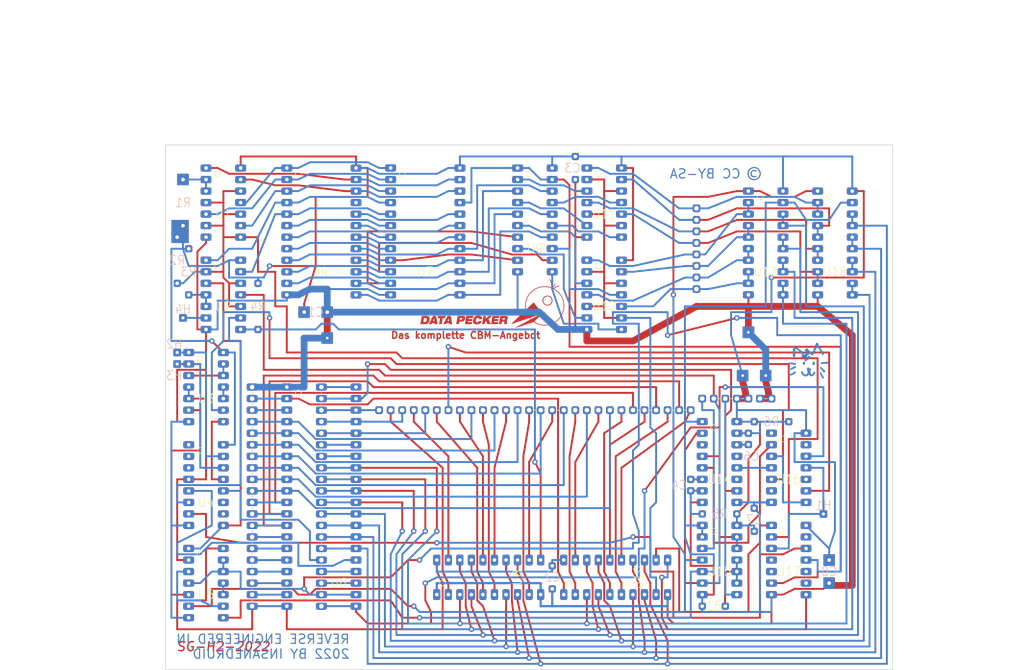
<source format=kicad_pcb>
(kicad_pcb (version 20221018) (generator pcbnew)
  (title_block (title "The Data Pecker Main Board") (date "2022-11-17") (rev "V001") (comment 1 "reverse-engineered in 2022") (comment 2 "creativecommons.org/licenses/by-sa/4.0/") (comment 3 "License: CC BY-SA 4.0") (comment 4 "Author: InsaneDruid"))
  (layers (0 "F.Cu" signal) (31 "B.Cu" signal) (34 "B.Paste" user) (35 "F.Paste" user) (36 "B.SilkS" user "B.Silkscreen") (37 "F.SilkS" user "F.Silkscreen") (38 "B.Mask" user) (39 "F.Mask" user) (44 "Edge.Cuts" user))
  (net 0 "")
  (net 1 "/M_{A}1")
  (net 2 "Net-(R1-Pad2)")
  (net 3 "Net-(U14B-Cext)")
  (net 4 "Net-(U14B-RCext)")
  (net 5 "Net-(U14A-Cext)")
  (net 6 "/~{OE}")
  (net 7 "/Switch_{A}")
  (net 8 "+5V")
  (net 9 "GND")
  (net 10 "/~{WE}")
  (net 11 "Net-(U14A-RCext)")
  (net 12 "Net-(U17A-D)")
  (net 13 "/~{CS}_{PET}")
  (net 14 "Net-(U8-LE)")
  (net 15 "/~{RESET}")
  (net 16 "/LPSTB")
  (net 17 "/R_{A}0")
  (net 18 "/A_{MPU}0")
  (net 19 "/R_{A}1")
  (net 20 "/A_{MPU}1")
  (net 21 "/R_{A}2")
  (net 22 "/A_{MPU}2")
  (net 23 "/M_{A}10")
  (net 24 "/A_{MPU}3")
  (net 25 "/M_{A}0")
  (net 26 "/A_{MPU}4")
  (net 27 "/A_{MPU}5")
  (net 28 "/M_{A}2")
  (net 29 "/A_{MPU}6")
  (net 30 "/M_{A}3")
  (net 31 "/A_{MPU}7")
  (net 32 "/M_{A}4")
  (net 33 "/A_{MPU}8")
  (net 34 "/M_{A}5")
  (net 35 "/A_{MPU}9")
  (net 36 "/M_{A}6")
  (net 37 "/A_{MPU}10")
  (net 38 "/M_{A}7")
  (net 39 "/A_{MPU}11")
  (net 40 "/M_{A}8")
  (net 41 "/A_{MPU}12")
  (net 42 "/M_{A}9")
  (net 43 "/A_{MPU}13")
  (net 44 "/M_{A}11")
  (net 45 "CLK_latch")
  (net 46 "/INVERT")
  (net 47 "Net-(U4-7)")
  (net 48 "/DE")
  (net 49 "/CURSOR")
  (net 50 "RDY")
  (net 51 "BA1")
  (net 52 "LSD4")
  (net 53 "Net-(U3-Pad12)")
  (net 54 "/E")
  (net 55 "/RS")
  (net 56 "/~{CS}")
  (net 57 "/CHR_{OPTION}")
  (net 58 "/NOROW1")
  (net 59 "LSD3")
  (net 60 "/VSYNC")
  (net 61 "LSD2")
  (net 62 "LSD1")
  (net 63 "LSD0")
  (net 64 "/RRA2")
  (net 65 "/RRA1")
  (net 66 "/RRA0")
  (net 67 "/GRAPHIC")
  (net 68 "D_{CHAR}0")
  (net 69 "D_{CHAR}1")
  (net 70 "/CHR_{OPT}")
  (net 71 "/~{CS_{PET}}1")
  (net 72 "HSYNC")
  (net 73 "R{slash}~{W}")
  (net 74 "Net-(U4-5)")
  (net 75 "Net-(U4-3)")
  (net 76 "Net-(U4-A2)")
  (net 77 "Net-(C5-Pad1)")
  (net 78 "Net-(U16A-Q)")
  (net 79 "Net-(U3-Pad6)")
  (net 83 "Net-(U3-Pad10)")
  (net 84 "Net-(U17B-D)")
  (net 86 "Net-(U5-Pad3)")
  (net 87 "Net-(U5-Pad10)")
  (net 88 "CLK")
  (net 89 "/NOROW2")
  (net 90 "Net-(R3-Pad2)")
  (net 92 "Net-(U9-I0a)")
  (net 93 "8MHz")
  (net 94 "Net-(U9-I1a)")
  (net 95 "Net-(U9-I2a)")
  (net 96 "Net-(U9-I3a)")
  (net 97 "Net-(U9-I0b)")
  (net 98 "/D_{PET}7")
  (net 99 "/D_{PET}6")
  (net 100 "/D_{PET}5")
  (net 101 "/D_{PET}4")
  (net 102 "/D_{PET}3")
  (net 103 "/D_{PET}2")
  (net 104 "/D_{PET}1")
  (net 105 "/D_{PET}0")
  (net 106 "D_{CHAR}2")
  (net 107 "D_{CHAR}3")
  (net 108 "D_{CHAR}4")
  (net 109 "D_{CHAR}5")
  (net 110 "D_{CHAR}6")
  (net 111 "D_{CHAR}7")
  (net 113 "LSD6")
  (net 114 "Net-(U9-I1b)")
  (net 115 "Net-(U9-I2b)")
  (net 116 "Net-(U9-I3b)")
  (net 117 "Net-(U10-Q3)")
  (net 118 "Net-(U10-Cp)")
  (net 119 "Net-(U10-Q4)")
  (net 121 "Net-(U14A-~{Q})")
  (net 122 "Net-(U14B-Q)")
  (net 124 "Net-(U14B-~{Q})")
  (net 131 "BA3")
  (net 132 "/INIT")
  (net 133 "/D_{RAM}2")
  (net 134 "/D_{RAM}0")
  (net 135 "/D_{RAM}7")
  (net 136 "/D_{RAM}6")
  (net 137 "/D_{RAM}5")
  (net 138 "/D_{RAM}4")
  (net 139 "/D_{RAM}3")
  (net 140 "/D_{RAM}1")
  (net 143 "/OEa")
  (net 144 "/OEb")
  (net 147 "/~{CLK_latch}")
  (net 148 "+5V_CRTC")
  (net 149 "LSD5")
  (footprint "dph_lib_fp:DIP-14_W7.62mm_LongPads" (layer "F.Cu") (at 76.2 66.035)
    (fp_text reference "U2")
    (fp_text value "74LS06N")
  )
  (footprint "dph_lib_fp:SolderWire-0.15sqmm_1x01_D0.5mm_OD1.5mm" (layer "F.Cu") (at 69.85 88.9)
    (fp_text reference "H3")
    (fp_text value "MountingHole_Pad" hide)
  )
  (footprint "dph_lib_fp:DIP-20_W7.62mm_LongPads" (layer "F.Cu") (at 126.995 139.685 90)
    (fp_text reference "U8")
    (fp_text value "74LS373")
  )
  (footprint "dph_lib_fp:DIP-24_W15.24mm_Socket_LongPads" (layer "F.Cu") (at 116.84 45.715)
    (fp_text reference "U7")
    (fp_text value "2316")
  )
  (footprint "dph_lib_fp:DIP-14_W7.62mm_LongPads" (layer "F.Cu") (at 72.375 129.535)
    (fp_text reference "U5")
    (fp_text value "74LS00")
  )
  (footprint "dph_lib_fp:R_Axial_DIN0207_L6.3mm_D2.5mm_P10.16mm_Horizontal" (layer "F.Cu") (at 87.64 71.12 -90)
    (fp_text reference "R4")
    (fp_text value "1K")
  )
  (footprint "dph_lib_fp:DIP-14_W7.62mm_LongPads" (layer "F.Cu") (at 72.39 86.36)
    (fp_text reference "U3")
    (fp_text value "74LS00")
  )
  (footprint "dph_lib_fp:C_Disc_D4.3mm_W1.9mm_P5.08mm" (layer "F.Cu") (at 190.5 142.24 180)
    (fp_text reference "C5")
    (fp_text value "4n7")
  )
  (footprint "dph_lib_fp:DIP-40_W15.24mm_Socket_LongPads" (layer "F.Cu") (at 93.98 93.975)
    (fp_text reference "U6")
    (fp_text value "DIP 40 Socket")
  )
  (footprint "dph_lib_fp:R_Axial_DIN0207_L6.3mm_D2.5mm_P10.16mm_Horizontal" (layer "F.Cu") (at 69.85 60.96 -90)
    (fp_text reference "R2")
    (fp_text value "1K")
  )
  (footprint "dph_lib_fp:DIP-14_W7.62mm_LongPads" (layer "F.Cu") (at 200.66 104.13)
    (fp_text reference "U16")
    (fp_text value "74LS74")
  )
  (footprint "dph_lib_fp:DIP-20_W7.62mm_LongPads" (layer "F.Cu") (at 144.78 45.72)
    (fp_text reference "U9")
    (fp_text value "74LS244")
  )
  (footprint "dph_lib_fp:C_Disc_D3.0mm_W1.6mm_P2.50mm" (layer "F.Cu") (at 195.59 106.64 90)
    (fp_text reference "C6")
    (fp_text value "470pF")
  )
  (footprint "dph_lib_fp:DIP-14_W7.62mm_LongPads" (layer "F.Cu") (at 76.2 45.715)
    (fp_text reference "U1")
    (fp_text value "74LS06N")
  )
  (footprint "dph_lib_fp:PinSocket_1x28_P2.54mm_Vertical" (layer "F.Cu") (at 114.3 99.055 90)
    (fp_text reference "J1" hide)
    (fp_text value "Conn_01x28_Socket")
  )
  (footprint "dph_lib_fp:C_Disc_D3.0mm_W1.6mm_P2.50mm" (layer "F.Cu") (at 182.89 114.3 -90)
    (fp_text reference "C4")
    (fp_text value "1.2nF")
  )
  (footprint "dph_lib_fp:C_Disc_D4.3mm_W1.9mm_P5.08mm" (layer "F.Cu") (at 97.8 77.47)
    (fp_text reference "C1")
    (fp_text value "1uF16V")
  )
  (footprint "dph_lib_fp:DIP-14_W7.62mm_LongPads" (layer "F.Cu") (at 200.66 124.455)
    (fp_text reference "U17")
    (fp_text value "74LS74")
  )
  (footprint "dph_lib_fp:SolderWire-0.15sqmm_1x01_D0.5mm_OD1.5mm" (layer "F.Cu") (at 212.09 121.92)
    (fp_text reference "H1")
    (fp_text value "MountingHole_Pad" hide)
  )
  (footprint "dph_lib_fp:C_Disc_D4.3mm_W1.9mm_P5.08mm" (layer "F.Cu") (at 152.41 133.35 -90)
    (fp_text reference "C2")
    (fp_text value ".1uF 16V")
  )
  (footprint "dph_lib_fp:R_Axial_DIN0207_L6.3mm_D2.5mm_P10.16mm_Horizontal" (layer "F.Cu") (at 71.13 58.42 90)
    (fp_text reference "R1")
    (fp_text value "1K")
  )
  (footprint "dph_lib_fp:DIP-20_W7.62mm_LongPads" (layer "F.Cu") (at 154.94 139.685 90)
    (fp_text reference "U10")
    (fp_text value "74LS273")
  )
  (footprint "dph_lib_fp:DIP-20_W7.62mm_LongPads" (layer "F.Cu") (at 210.83 50.8)
    (fp_text reference "U18")
    (fp_text value "74LS244")
  )
  (footprint "dph_lib_fp:R_Axial_DIN0207_L6.3mm_D2.5mm_P10.16mm_Horizontal" (layer "F.Cu") (at 72.39 63.5 -90)
    (fp_text reference "R3")
    (fp_text value "1K")
  )
  (footprint "dph_lib_fp:DIP-16_W7.62mm_LongPads" (layer "F.Cu") (at 72.39 106.68)
    (fp_text reference "U4")
    (fp_text value "74LS42")
  )
  (footprint "dph_lib_fp:PinSocket_1x08_P2.54mm_Vertical" (layer "F.Cu") (at 184.15 54.605)
    (fp_text reference "J3" hide)
    (fp_text value "Conn_01x8_Socket")
  )
  (footprint "dph_lib_fp:DIP-16_W7.62mm_LongPads" (layer "F.Cu") (at 185.42 101.595)
    (fp_text reference "U14")
    (fp_text value "74LS123")
  )
  (footprint "dph_lib_fp:DIP-14_W7.62mm_LongPads" (layer "F.Cu") (at 160.03 45.71)
    (fp_text reference "U11")
    (fp_text value "74LS86")
  )
  (footprint "dph_lib_fp:C_Disc_D4.3mm_W1.9mm_P5.08mm" (layer "F.Cu") (at 196.86 125.73 90)
    (fp_text reference "C7")
    (fp_text value ".1uF 16V")
  )
  (footprint "dph_lib_fp:R_Axial_DIN0204_L3.6mm_D1.6mm_P7.62mm_Horizontal" (layer "F.Cu") (at 196.85 101.6)
    (fp_text reference "R6")
    (fp_text value "1K8")
  )
  (footprint "dph_lib_fp:DIP-14_W7.62mm_LongPads" (layer "F.Cu") (at 185.42 124.455)
    (fp_text reference "U15")
    (fp_text value "74LS00")
  )
  (footprint "MountingHole:MountingHole_3.2mm_M3_DIN965" (layer "F.Cu") (at 213.36 142.494)
    (fp_text reference "REF**" hide)
    (fp_text value "MountingHole_3.2mm_M3_DIN965" hide)
  )
  (footprint "dph_lib_fp:SolderWire-0.15sqmm_1x01_D0.5mm_OD1.5mm" (layer "F.Cu") (at 71.12 78.74)
    (fp_text reference "H4")
    (fp_text value "MountingHole_Pad" hide)
  )
  (footprint "dph_lib_fp:PinSocket_1x07_P2.54mm_Vertical" (layer "F.Cu") (at 185.42 96.515 90)
    (fp_text reference "J2" hide)
    (fp_text value "Conn_01x7_Socket")
  )
  (footprint "dph_lib_fp:C_Disc_D4.3mm_W1.9mm_P5.08mm" (layer "F.Cu") (at 157.49 43.18 -90)
    (fp_text reference "C3")
    (fp_text value ".1uF 16V")
  )
  (footprint "dph_lib_fp:R_Axial_DIN0204_L3.6mm_D1.6mm_P7.62mm_Horizontal" (layer "F.Cu") (at 193.05 121.92 180)
    (fp_text reference "R5")
    (fp_text value "1K8")
  )
  (footprint "dph_lib_fp:DIP-24_W15.24mm_WireAdapter" (layer "F.Cu") (at 93.98 45.72)
    (fp_text reference "J4")
    (fp_text value "Dip24 to Wire Adapter")
  )
  (footprint "dph_lib_fp:SolderWire-0.15sqmm_1x01_D0.5mm_OD1.5mm" (layer "F.Cu") (at 69.85 86.36)
    (fp_text reference "H2")
    (fp_text value "MountingHole_Pad" hide)
  )
  (footprint "dph_lib_fp:DIP-20_W7.62mm_LongPads" (layer "F.Cu") (at 195.58 50.795)
    (fp_text reference "U13")
    (fp_text value "74LS244")
  )
  (footprint "dph_lib_fp:C_Disc_D4.3mm_W1.9mm_P5.08mm" (layer "F.Cu") (at 213.36 132.08 -90)
    (fp_text reference "C8")
    (fp_text value ".1uF 16V")
  )
  (footprint "dph_lib_fp:DIP-14_W7.62mm_LongPads" (layer "F.Cu") (at 160.02 66.035)
    (fp_text reference "U12")
    (fp_text value "74LS86")
  )
  (footprint "MountingHole:MountingHole_3.2mm_M3_DIN965" (layer "F.Cu") (at 223.53 45.72)
    (fp_text reference "REF**" hide)
    (fp_text value "MountingHole_3.2mm_M3_DIN965" hide)
  )
  (footprint "dph_lib_fp:PinHeader_1x20_P2.54mm_Vertical" (layer "B.Cu") (at 101.6 93.98 180)
    (fp_text reference "J6" hide)
    (fp_text value "Conn_01x20_Pin")
  )
  (footprint "dph_lib_fp:PinHeader_1x20_P2.54mm_Vertical" (layer "B.Cu") (at 86.36 93.98 180)
    (fp_text reference "J5" hide)
    (fp_text value "Conn_01x20_Pin")
  )
  (gr_line (start 152.193571 75.493801) (end 152.164873 75.532787) (stroke (width 0.128244)) (layer "F.Cu"))
  (gr_line (start 150.488789 74.420165) (end 150.513685 74.378525) (stroke (width 0.128244)) (layer "F.Cu"))
  (gr_line (start 154.960947 76.507546) (end 154.935144 76.715402) (stroke (width 0.128288)) (layer "F.Cu"))
  (gr_line (start 148.325725 79.588186) (end 148.155006 79.46449) (stroke (width 0.128288)) (layer "F.Cu"))
  (gr_line (start 153.838795 78.988926) (end 153.693658 79.136887) (stroke (width 0.128288)) (layer "F.Cu"))
  (gr_line (start 152.265521 71.281095) (end 152.242846 71.161209) (stroke (width 0.12819)) (layer "F.Cu"))
  (gr_line (start 149.080208 80.00101) (end 148.88113 79.910797) (stroke (width 0.128288)) (layer "F.Cu"))
  (gr_line (start 148.503746 79.704036) (end 148.325725 79.588186) (stroke (width 0.128288)) (layer "F.Cu"))
  (gr_line (start 150.366089 74.791646) (end 150.37345 74.742118) (stroke (width 0.128244)) (layer "F.Cu"))
  (gr_poly (pts (xy 150.182475 77.758187) (xy 143.51 80.01) (xy 148.280407 75.380429)) (stroke (width 0.1)) (fill solid) (layer "F.Cu"))
  (gr_line (start 153.632761 72.986175) (end 153.780722 73.131312) (stroke (width 0.128288)) (layer "F.Cu"))
  (gr_line (start 151.944852 74.089459) (end 151.983839 74.118157) (stroke (width 0.128244)) (layer "F.Cu"))
  (gr_line (start 153.38439 79.409058) (end 153.220959 79.532984) (stroke (width 0.128288)) (layer "F.Cu"))
  (gr_line (start 151.916452 75.76186) (end 151.874871 75.787504) (stroke (width 0.128244)) (layer "F.Cu"))
  (gr_poly (pts (xy 124.882015 78.322399) (xy 124.964126 78.330989) (xy 125.002739 78.337541) (xy 125.039709 78.345642) (xy 125.075025 78.355329) (xy 125.108676 78.366634) (xy 125.140651 78.379592) (xy 125.170938 78.394238) (xy 125.199527 78.410605) (xy 125.226406 78.428729) (xy 125.251564 78.448644) (xy 125.274991 78.470384) (xy 125.296675 78.493983) (xy 125.316604 78.519476) (xy 125.334769 78.546897) (xy 125.351158 78.57628) (xy 125.365759 78.60766) (xy 125.378561 78.641072) (xy 125.389554 78.676549) (xy 125.398727 78.714126) (xy 125.406068 78.753838) (xy 125.411565 78.795718) (xy 125.415209 78.839801) (xy 125.416988 78.886121) (xy 125.416891 78.934713) (xy 125.414906 78.985612) (xy 125.405231 79.094465) (xy 125.387873 79.212954) (xy 125.365155 79.326495) (xy 125.352114 79.380121) (xy 125.337956 79.431675) (xy 125.322682 79.481174) (xy 125.306297 79.528636) (xy 125.288801 79.57408) (xy 125.270198 79.617522) (xy 125.25049 79.658982) (xy 125.229681 79.698476) (xy 125.207772 79.736023) (xy 125.184765 79.77164) (xy 125.160665 79.805346) (xy 125.135473 79.837158) (xy 125.109192 79.867094) (xy 125.081824 79.895172) (xy 125.053372 79.92141) (xy 125.023839 79.945825) (xy 124.993227 79.968437) (xy 124.961539 79.989261) (xy 124.928778 80.008317) (xy 124.894945 80.025622) (xy 124.860044 80.041195) (xy 124.824077 80.055052) (xy 124.787047 80.067212) (xy 124.748957 80.077693) (xy 124.709808 80.086512) (xy 124.669604 80.093688) (xy 124.628347 80.099238) (xy 124.58604 80.10318) (xy 124.542685 80.105532) (xy 124.498285 80.106312) (xy 123.376191 80.106312) (xy 123.453664 79.65588) (xy 124.023164 79.65588) (xy 124.350694 79.65588) (xy 124.374773 79.655411) (xy 124.398114 79.654012) (xy 124.420724 79.651688) (xy 124.44261 79.648446) (xy 124.463782 79.644293) (xy 124.484246 79.639236) (xy 124.504011 79.633282) (xy 124.523083 79.626437) (xy 124.541472 79.618709) (xy 124.559184 79.610105) (xy 124.576227 79.600631) (xy 124.59261 79.590294) (xy 124.60834 79.579101) (xy 124.623424 79.567059) (xy 124.637871 79.554175) (xy 124.651688 79.540456) (xy 124.664883 79.525908) (xy 124.677464 79.510539) (xy 124.689439 79.494355) (xy 124.700815 79.477363) (xy 124.7116 79.459571) (xy 124.721803 79.440984) (xy 124.740489 79.401455) (xy 124.756936 79.358833) (xy 124.771207 79.313172) (xy 124.783363 79.264528) (xy 124.793466 79.212954) (xy 124.801081 79.161381) (xy 124.80376 79.136689) (xy 124.805672 79.112736) (xy 124.806807 79.089529) (xy 124.807153 79.067075) (xy 124.806701 79.045381) (xy 124.805439 79.024453) (xy 124.803357 79.004299) (xy 124.800443 78.984925) (xy 124.796688 78.966338) (xy 124.79208 78.948545) (xy 124.786609 78.931553) (xy 124.780264 78.915369) (xy 124.773034 78.9) (xy 124.764908 78.885452) (xy 124.755877 78.871733) (xy 124.745928 78.858849) (xy 124.735051 78.846807) (xy 124.723236 78.835614) (xy 124.710472 78.825277) (xy 124.696748 78.815803) (xy 124.682054 78.807199) (xy 124.666378 78.799471) (xy 124.649709 78.792627) (xy 124.632038 78.786673) (xy 124.613353 78.781616) (xy 124.593644 78.777463) (xy 124.5729 78.774221) (xy 124.55111 78.771897) (xy 124.528264 78.770497) (xy 124.50435 78.770029) (xy 124.174798 78.770029) (xy 124.023164 79.65588) (xy 123.453664 79.65588) (xy 123.683503 78.319596) (xy 124.793466 78.319596)) (fill solid) (layer "F.Cu"))
  (gr_line (start 150.609269 75.581471) (end 150.57811 75.544285) (stroke (width 0.128244)) (layer "F.Cu"))
  (gr_line (start 151.096424 75.887731) (end 151.049342 75.873358) (stroke (width 0.128244)) (layer "F.Cu"))
  (gr_line (start 151.980235 72.031181) (end 152.185212 72.100087) (stroke (width 0.128288)) (layer "F.Cu"))
  (gr_line (start 153.453716 71.808106) (end 153.5277 71.784183) (stroke (width 0.12819)) (layer "F.Cu"))
  (gr_line (start 151.945351 80.160276) (end 151.748519 80.213874) (stroke (width 0.128288)) (layer "F.Cu"))
  (gr_line (start 151.003213 75.856765) (end 150.958103 75.838009) (stroke (width 0.128244)) (layer "F.Cu"))
  (gr_line (start 150.426265 74.552161) (end 150.445021 74.507052) (stroke (width 0.128244)) (layer "F.Cu"))
  (gr_line (start 150.938669 80.332559) (end 150.732324 80.337595) (stroke (width 0.128288)) (layer "F.Cu"))
  (gr_line (start 151.441177 73.910131) (end 151.491384 73.915038) (stroke (width 0.128244)) (layer "F.Cu"))
  (gr_line (start 149.901907 80.254942) (end 149.69479 80.207871) (stroke (width 0.128288)) (layer "F.Cu"))
  (gr_line (start 149.720285 71.967258) (end 149.919719 71.923089) (stroke (width 0.128288)) (layer "F.Cu"))
  (gr_line (start 152.338782 75.186606) (end 152.32441 75.233687) (stroke (width 0.128244)) (layer "F.Cu"))
  (gr_line (start 150.361764 74.995867) (end 150.358961 74.944032) (stroke (width 0.128244)) (layer "F.Cu"))
  (gr_line (start 151.395083 75.924068) (end 151.343722 75.924243) (stroke (width 0.128244)) (layer "F.Cu"))
  (gr_line (start 152.242846 71.161209) (end 152.215082 71.042256) (stroke (width 0.12819)) (layer "F.Cu"))
  (gr_line (start 151.343722 75.924243) (end 151.292904 75.921848) (stroke (width 0.128244)) (layer "F.Cu"))
  (gr_line (start 153.16163 71.94803) (end 153.23477 71.905787) (stroke (width 0.12819)) (layer "F.Cu"))
  (gr_line (start 152.307524 71.768491) (end 152.304109 71.645614) (stroke (width 0.12819)) (layer "F.Cu"))
  (gr_line (start 147.688082 79.049821) (end 147.547991 78.898237) (stroke (width 0.128288)) (layer "F.Cu"))
  (gr_line (start 150.777454 74.097669) (end 150.817629 74.070118) (stroke (width 0.128244)) (layer "F.Cu"))
  (gr_line (start 150.383206 74.693337) (end 150.395299 74.645372) (stroke (width 0.128244)) (layer "F.Cu"))
  (gr_line (start 149.283592 80.081047) (end 149.080208 80.00101) (stroke (width 0.128288)) (layer "F.Cu"))
  (gr_line (start 150.736479 71.843538) (end 150.943678 71.84864) (stroke (width 0.128288)) (layer "F.Cu"))
  (gr_line (start 152.366899 74.784483) (end 152.372318 74.836111) (stroke (width 0.128244)) (layer "F.Cu"))
  (gr_line (start 146.743922 74.639755) (end 146.823958 74.436371) (stroke (width 0.128288)) (layer "F.Cu"))
  (gr_poly (pts (xy 137.734948 78.950202) (xy 138.373835 78.319596) (xy 139.129984 78.319596) (xy 138.365746 79.010259) (xy 138.877261 80.106312) (xy 138.119088 80.106312) (xy 137.842104 79.420654) (xy 137.619707 79.625851) (xy 137.536813 80.106312) (xy 136.966668 80.106312) (xy 137.273981 78.319596) (xy 137.844125 78.319596)) (fill solid) (layer "F.Cu"))
  (gr_poly (pts (xy 140.717091 78.755014) (xy 139.752696 78.755014) (xy 139.710238 78.995245) (xy 140.605892 78.995245) (xy 140.531085 79.430663) (xy 139.635432 79.430663) (xy 139.594995 79.670894) (xy 140.55939 79.670894) (xy 140.484584 80.106312) (xy 138.950045 80.106312) (xy 139.257358 78.319596) (xy 140.791897 78.319596)) (fill solid) (layer "F.Cu"))
  (gr_line (start 150.445021 74.507052) (end 150.465882 74.46303) (stroke (width 0.128244)) (layer "F.Cu"))
  (gr_line (start 154.554634 77.943839) (end 154.455526 78.136041) (stroke (width 0.128288)) (layer "F.Cu"))
  (gr_line (start 150.817629 74.070118) (end 150.859211 74.044474) (stroke (width 0.128244)) (layer "F.Cu"))
  (gr_line (start 152.245293 75.411813) (end 152.220397 75.453453) (stroke (width 0.128244)) (layer "F.Cu"))
  (gr_line (start 147.775147 73.044245) (end 147.926732 72.904154) (stroke (width 0.128288)) (layer "F.Cu"))
  (gr_line (start 150.525126 80.332493) (end 150.317424 80.317111) (stroke (width 0.128288)) (layer "F.Cu"))
  (gr_line (start 146.675016 74.844732) (end 146.743922 74.639755) (stroke (width 0.128288)) (layer "F.Cu"))
  (gr_line (start 146.823958 74.436371) (end 146.914171 74.237293) (stroke (width 0.128288)) (layer "F.Cu"))
  (gr_line (start 153.013024 72.048927) (end 153.087831 71.995639) (stroke (width 0.12819)) (layer "F.Cu"))
  (gr_line (start 153.477073 72.847835) (end 153.632761 72.986175) (stroke (width 0.128288)) (layer "F.Cu"))
  (gr_line (start 151.549085 80.258043) (end 151.347399 80.292642) (stroke (width 0.128288)) (layer "F.Cu"))
  (gr_line (start 151.15138 71.864022) (end 151.359236 71.889825) (stroke (width 0.128288)) (layer "F.Cu"))
  (gr_line (start 153.307599 71.868594) (end 153.380465 71.836138) (stroke (width 0.12819)) (layer "F.Cu"))
  (gr_line (start 152.360632 75.08986) (end 152.350876 75.138641) (stroke (width 0.128244)) (layer "F.Cu"))
  (gr_line (start 154.976396 75.8863) (end 154.981431 76.092645) (stroke (width 0.128288)) (layer "F.Cu"))
  (gr_line (start 154.976329 76.299843) (end 154.960947 76.507546) (stroke (width 0.128288)) (layer "F.Cu"))
  (gr_line (start 154.588161 74.308228) (end 154.669195 74.495157) (stroke (width 0.128288)) (layer "F.Cu"))
  (gr_line (start 150.902141 74.020804) (end 150.946362 73.999177) (stroke (width 0.128244)) (layer "F.Cu"))
  (gr_line (start 152.032523 75.673761) (end 151.995336 75.70492) (stroke (width 0.128244)) (layer "F.Cu"))
  (gr_line (start 151.684739 73.95862) (end 151.730869 73.975213) (stroke (width 0.128244)) (layer "F.Cu"))
  (gr_line (start 150.914082 75.817148) (end 150.871217 75.794241) (stroke (width 0.128244)) (layer "F.Cu"))
  (gr_line (start 148.952063 72.236807) (end 149.138992 72.155773) (stroke (width 0.128288)) (layer "F.Cu"))
  (gr_poly (pts (xy 128.826938 78.770029) (xy 128.299251 78.770029) (xy 128.070789 80.106312) (xy 127.500644 80.106312) (xy 127.731128 78.770029) (xy 127.203441 78.770029) (xy 127.280269 78.319596) (xy 128.905788 78.319596)) (fill solid) (layer "F.Cu"))
  (gr_line (start 149.329572 72.083742) (end 149.523453 72.020857) (stroke (width 0.128288)) (layer "F.Cu"))
  (gr_line (start 151.184792 73.924069) (end 151.235535 73.916131) (stroke (width 0.128244)) (layer "F.Cu"))
  (gr_line (start 150.395299 74.645372) (end 150.409671 74.598291) (stroke (width 0.128244)) (layer "F.Cu"))
  (gr_line (start 154.741226 74.685737) (end 154.804112 74.879618) (stroke (width 0.128288)) (layer "F.Cu"))
  (gr_line (start 152.372899 74.990125) (end 152.367992 75.040332) (stroke (width 0.128244)) (layer "F.Cu"))
  (gr_line (start 151.242697 75.91694) (end 151.193169 75.90958) (stroke (width 0.128244)) (layer "F.Cu"))
  (gr_line (start 152.220397 75.453453) (end 152.193571 75.493801) (stroke (width 0.128244)) (layer "F.Cu"))
  (gr_line (start 146.492476 75.88129) (end 146.507858 75.673588) (stroke (width 0.128288)) (layer "F.Cu"))
  (gr_line (start 152.936862 72.108207) (end 153.013024 72.048927) (stroke (width 0.12819)) (layer "F.Cu"))
  (gr_line (start 152.068128 75.6409) (end 152.032523 75.673761) (stroke (width 0.128244)) (layer "F.Cu"))
  (gr_line (start 146.664693 77.301515) (end 146.611094 77.104683) (stroke (width 0.128288)) (layer "F.Cu"))
  (gr_line (start 152.350876 75.138641) (end 152.338782 75.186606) (stroke (width 0.128244)) (layer "F.Cu"))
  (gr_line (start 151.983839 74.118157) (end 152.021397 74.148669) (stroke (width 0.128244)) (layer "F.Cu"))
  (gr_line (start 147.291984 78.577123) (end 147.176352 78.408292) (stroke (width 0.128288)) (layer "F.Cu"))
  (gr_line (start 146.611094 77.104683) (end 146.566925 76.905249) (stroke (width 0.128288)) (layer "F.Cu"))
  (gr_line (start 149.704688 76.531874) (end 149.704688 76.531874) (stroke (width 0.128244)) (layer "F.Cu"))
  (gr_line (start 150.859211 74.044474) (end 150.902141 74.020804) (stroke (width 0.128244)) (layer "F.Cu"))
  (gr_poly (pts (xy 127.158961 80.106312) (xy 126.552424 80.106312) (xy 126.526141 79.901115) (xy 125.931735 79.901115) (xy 125.83671 80.106312) (xy 125.230173 80.106312) (xy 125.560727 79.465697) (xy 126.131891 79.465697) (xy 126.475596 79.465697) (xy 126.410899 78.860115) (xy 126.406855 78.860115) (xy 126.131891 79.465697) (xy 125.560727 79.465697) (xy 126.152109 78.319596) (xy 126.851649 78.319596)) (fill solid) (layer "F.Cu"))
  (gr_line (start 151.742266 75.852317) (end 151.695638 75.869654) (stroke (width 0.128244)) (layer "F.Cu"))
  (gr_line (start 146.532327 76.703563) (end 146.507441 76.499974) (stroke (width 0.128288)) (layer "F.Cu"))
  (gr_line (start 151.774013 71.973263) (end 151.980235 72.031181) (stroke (width 0.128288)) (layer "F.Cu"))
  (gr_line (start 152.499206 72.222371) (end 153.029739 71.197724) (stroke (width 0.12819)) (layer "F.Cu"))
  (gr_line (start 152.215082 71.042256) (end 152.182119 70.924312) (stroke (width 0.12819)) (layer "F.Cu"))
  (gr_line (start 147.926732 72.904154) (end 148.084415 72.772074) (stroke (width 0.128288)) (layer "F.Cu"))
  (gr_line (start 150.465882 74.46303) (end 150.488789 74.420165) (stroke (width 0.128244)) (layer "F.Cu"))
  (gr_line (start 152.372318 74.836111) (end 152.37512 74.887946) (stroke (width 0.128244)) (layer "F.Cu"))
  (gr_line (start 151.730869 73.975213) (end 151.775978 73.993969) (stroke (width 0.128244)) (layer "F.Cu"))
  (gr_line (start 151.193169 75.90958) (end 151.144389 75.899824) (stroke (width 0.128244)) (layer "F.Cu"))
  (gr_line (start 147.991731 79.333298) (end 147.836042 79.194958) (stroke (width 0.128288)) (layer "F.Cu"))
  (gr_line (start 152.182119 70.924312) (end 152.143848 70.807452) (stroke (width 0.12819)) (layer "F.Cu"))
  (gr_line (start 150.991815 73.979661) (end 151.038443 73.962324) (stroke (width 0.128244)) (layer "F.Cu"))
  (gr_line (start 154.85771 75.07645) (end 154.901879 75.275884) (stroke (width 0.128288)) (layer "F.Cu"))
  (gr_line (start 151.904505 74.062633) (end 151.944852 74.089459) (stroke (width 0.128244)) (layer "F.Cu"))
  (gr_line (start 150.324993 71.863605) (end 150.530135 71.848573) (stroke (width 0.128288)) (layer "F.Cu"))
  (gr_line (start 151.338998 73.90791) (end 151.390359 73.907735) (stroke (width 0.128244)) (layer "F.Cu"))
  (gr_line (start 149.919719 71.923089) (end 150.121405 71.888491) (stroke (width 0.128288)) (layer "F.Cu"))
  (gr_line (start 152.185361 74.326402) (end 152.212912 74.366577) (stroke (width 0.128244)) (layer "F.Cu"))
  (gr_line (start 150.750242 75.713821) (end 150.712685 75.683309) (stroke (width 0.128244)) (layer "F.Cu"))
  (gr_line (start 150.548721 75.505575) (end 150.52117 75.465401) (stroke (width 0.128244)) (layer "F.Cu"))
  (gr_poly (pts (xy 148.342459 79.591384) (xy 144.413999 80.859964) (xy 150.182475 77.758187)) (stroke (width 0.1)) (fill solid) (layer "F.Cu"))
  (gr_line (start 150.367183 75.047494) (end 150.361764 74.995867) (stroke (width 0.128244)) (layer "F.Cu"))
  (gr_line (start 151.086187 73.947234) (end 151.134989 73.93446) (stroke (width 0.128244)) (layer "F.Cu"))
  (gr_line (start 152.965058 72.477097) (end 153.143079 72.592947) (stroke (width 0.128288)) (layer "F.Cu"))
  (gr_line (start 146.533661 75.465731) (end 146.570027 75.25807) (stroke (width 0.128288)) (layer "F.Cu"))
  (gr_line (start 150.943678 71.84864) (end 151.15138 71.864022) (stroke (width 0.128288)) (layer "F.Cu"))
  (gr_line (start 150.450229 75.336668) (end 150.430712 75.291214) (stroke (width 0.128244)) (layer "F.Cu"))
  (gr_line (start 151.647894 75.884744) (end 151.599092 75.897518) (stroke (width 0.128244)) (layer "F.Cu"))
  (gr_line (start 148.688929 79.811689) (end 148.503746 79.704036) (stroke (width 0.128288)) (layer "F.Cu"))
  (gr_line (start 151.862864 74.037737) (end 151.904505 74.062633) (stroke (width 0.128244)) (layer "F.Cu"))
  (gr_line (start 153.977134 78.833238) (end 153.838795 78.988926) (stroke (width 0.128288)) (layer "F.Cu"))
  (gr_line (start 154.936478 75.47757) (end 154.961364 75.681159) (stroke (width 0.128288)) (layer "F.Cu"))
  (gr_line (start 148.247846 72.648148) (end 148.416676 72.532516) (stroke (width 0.128288)) (layer "F.Cu"))
  (gr_line (start 146.880644 77.872905) (end 146.799609 77.685976) (stroke (width 0.128288)) (layer "F.Cu"))
  (gr_line (start 154.498264 74.125299) (end 154.588161 74.308228) (stroke (width 0.128288)) (layer "F.Cu"))
  (gr_line (start 150.806121 74.801285) (end 150.806121 74.801285) (stroke (width 0.128288)) (layer "F.Cu"))
  (gr_line (start 150.409671 74.598291) (end 150.426265 74.552161) (stroke (width 0.128244)) (layer "F.Cu"))
  (gr_line (start 147.63001 73.192206) (end 147.775147 73.044245) (stroke (width 0.128288)) (layer "F.Cu"))
  (gr_line (start 154.669195 74.495157) (end 154.741226 74.685737) (stroke (width 0.128288)) (layer "F.Cu"))
  (gr_line (start 153.602766 71.764055) (end 153.679261 71.747408) (stroke (width 0.12819)) (layer "F.Cu"))
  (gr_line (start 154.292452 73.772841) (end 154.399647 73.94672) (stroke (width 0.128288)) (layer "F.Cu"))
  (gr_line (start 152.307817 75.279817) (end 152.289061 75.324926) (stroke (width 0.128244)) (layer "F.Cu"))
  (gr_line (start 152.289061 75.324926) (end 152.2682 75.368948) (stroke (width 0.128244)) (layer "F.Cu"))
  (gr_line (start 151.498546 75.915847) (end 151.446919 75.921266) (stroke (width 0.128244)) (layer "F.Cu"))
  (gr_line (start 152.296043 71.523373) (end 152.283217 71.401842) (stroke (width 0.12819)) (layer "F.Cu"))
  (gr_line (start 150.57811 75.544285) (end 150.548721 75.505575) (stroke (width 0.128244)) (layer "F.Cu"))
  (gr_line (start 151.599092 75.897518) (end 151.54929 75.907909) (stroke (width 0.128244)) (layer "F.Cu"))
  (gr_line (start 152.139232 80.09739) (end 151.945351 80.160276) (stroke (width 0.128288)) (layer "F.Cu"))
  (gr_line (start 152.37512 74.887946) (end 152.375295 74.939307) (stroke (width 0.128244)) (layer "F.Cu"))
  (gr_line (start 150.789843 77.457273) (end 150.789843 77.457273) (stroke (width 0.128244)) (layer "F.Cu"))
  (gr_line (start 151.54929 75.907909) (end 151.498546 75.915847) (stroke (width 0.128244)) (layer "F.Cu"))
  (gr_line (start 147.069157 78.234413) (end 146.97054 78.055834) (stroke (width 0.128288)) (layer "F.Cu"))
  (gr_line (start 149.864444 78.542428) (end 149.864444 78.542428) (stroke (width 0.128244)) (layer "F.Cu"))
  (gr_line (start 153.920813 73.282896) (end 154.052893 73.440579) (stroke (width 0.128288)) (layer "F.Cu"))
  (gr_line (start 154.961364 75.681159) (end 154.976396 75.8863) (stroke (width 0.128288)) (layer "F.Cu"))
  (gr_line (start 150.109568 80.291308) (end 149.901907 80.254942) (stroke (width 0.128288)) (layer "F.Cu"))
  (gr_line (start 151.390359 73.907735) (end 151.441177 73.910131) (stroke (width 0.128244)) (layer "F.Cu"))
  (gr_line (start 146.617098 75.050954) (end 146.675016 74.844732) (stroke (width 0.128288)) (layer "F.Cu"))
  (gr_line (start 152.32441 75.233687) (end 152.307817 75.279817) (stroke (width 0.128244)) (layer "F.Cu"))
  (gr_line (start 151.83194 75.811174) (end 151.787719 75.832801) (stroke (width 0.128244)) (layer "F.Cu"))
  (gr_line (start 152.057457 74.180936) (end 152.091951 74.214902) (stroke (width 0.128244)) (layer "F.Cu"))
  (gr_line (start 150.513685 74.378525) (end 150.54051 74.338177) (stroke (width 0.128244)) (layer "F.Cu"))
  (gr_line (start 152.262226 74.451089) (end 152.283853 74.49531) (stroke (width 0.128244)) (layer "F.Cu"))
  (gr_line (start 153.780722 73.131312) (end 153.920813 73.282896) (stroke (width 0.128288)) (layer "F.Cu"))
  (gr_line (start 152.124812 74.250507) (end 152.155972 74.287693) (stroke (width 0.128244)) (layer "F.Cu"))
  (gr_line (start 150.358961 74.944032) (end 150.358787 74.892671) (stroke (width 0.128244)) (layer "F.Cu"))
  (gr_line (start 152.185212 72.100087) (end 152.388596 72.180123) (stroke (width 0.128288)) (layer "F.Cu"))
  (gr_line (start 147.360478 73.511169) (end 147.491671 73.347894) (stroke (width 0.128288)) (layer "F.Cu"))
  (gr_line (start 151.287163 73.910712) (end 151.338998 73.90791) (stroke (width 0.128244)) (layer "F.Cu"))
  (gr_line (start 146.97054 78.055834) (end 146.880644 77.872905) (stroke (width 0.128288)) (layer "F.Cu"))
  (gr_line (start 150.54051 74.338177) (end 150.569208 74.299191) (stroke (width 0.128244)) (layer "F.Cu"))
  (gr_line (start 151.996091 70.464122) (end 151.935492 70.352344) (stroke (width 0.12819)) (layer "F.Cu"))
  (gr_line (start 152.155972 74.287693) (end 152.185361 74.326402) (stroke (width 0.128244)) (layer "F.Cu"))
  (gr_line (start 151.347399 80.292642) (end 151.14381 80.317528) (stroke (width 0.128288)) (layer "F.Cu"))
  (gr_line (start 154.108327 78.669963) (end 153.977134 78.833238) (stroke (width 0.128288)) (layer "F.Cu"))
  (gr_line (start 151.038443 73.962324) (end 151.086187 73.947234) (stroke (width 0.128244)) (layer "F.Cu"))
  (gr_line (start 152.306398 71.891928) (end 152.307524 71.768491) (stroke (width 0.12819)) (layer "F.Cu"))
  (gr_line (start 152.696763 72.325144) (end 152.77908 72.246001) (stroke (width 0.12819)) (layer "F.Cu"))
  (gr_line (start 148.416676 72.532516) (end 148.590555 72.425321) (stroke (width 0.128288)) (layer "F.Cu"))
  (gr_line (start 152.878249 79.755811) (end 152.69967 79.854428) (stroke (width 0.128288)) (layer "F.Cu"))
  (gr_line (start 151.566897 71.926191) (end 151.774013 71.973263) (stroke (width 0.128288)) (layer "F.Cu"))
  (gr_line (start 150.471856 75.380889) (end 150.450229 75.336668) (stroke (width 0.128244)) (layer "F.Cu"))
  (gr_line (start 154.804112 74.879618) (end 154.85771 75.07645) (stroke (width 0.128288)) (layer "F.Cu"))
  (gr_poly (pts (xy 132.796375 78.320255) (xy 132.831731 78.322223) (xy 132.865411 78.325491) (xy 132.897435 78.330051) (xy 132.927825 78.335891) (xy 132.9566 78.343003) (xy 132.983782 78.351377) (xy 133.009392 78.361003) (xy 133.03345 78.371872) (xy 133.055976 78.383974) (xy 133.076992 78.397299) (xy 133.096519 78.411838) (xy 133.114576 78.427581) (xy 133.131185 78.444519) (xy 133.146367 78.462642) (xy 133.160142 78.48194) (xy 133.172531 78.502403) (xy 133.183554 78.524023) (xy 133.193233 78.546789) (xy 133.201589 78.570692) (xy 133.208641 78.595722) (xy 133.21441 78.62187) (xy 133.218918 78.649125) (xy 133.222186 78.677479) (xy 133.224232 78.706922) (xy 133.22508 78.737443) (xy 133.22326 78.801685) (xy 133.21689 78.870128) (xy 133.206137 78.942695) (xy 133.193561 79.00602) (xy 133.177742 79.067253) (xy 133.158564 79.126117) (xy 133.135912 79.182339) (xy 133.109671 79.235643) (xy 133.095168 79.261114) (xy 133.079724 79.285754) (xy 133.063326 79.309526) (xy 133.045958 79.332397) (xy 133.027605 79.354332) (xy 133.008255 79.375298) (xy 132.987891 79.395259) (xy 132.966501 79.414181) (xy 132.944068 79.43203) (xy 132.920579 79.448771) (xy 132.89602 79.464371) (xy 132.870376 79.478795) (xy 132.843632 79.492008) (xy 132.815774 79.503976) (xy 132.786788 79.514665) (xy 132.756659 79.52404) (xy 132.725373 79.532067) (xy 132.692915 79.538711) (xy 132.659271 79.543939) (xy 132.624426 79.547716) (xy 132.588367 79.550007) (xy 132.551078 79.550779) (xy 131.940496 79.550779) (xy 131.845472 80.106312) (xy 131.275327 80.106312) (xy 131.445769 79.11536) (xy 132.015302 79.11536) (xy 132.383268 79.11536) (xy 132.409268 79.11471) (xy 132.433474 79.112741) (xy 132.44492 79.111252) (xy 132.455937 79.109422) (xy 132.466533 79.107248) (xy 132.476713 79.104725) (xy 132.486485 79.101851) (xy 132.495854 79.098621) (xy 132.504828 79.095031) (xy 132.513413 79.091079) (xy 132.521617 79.086761) (xy 132.529445 79.082072) (xy 132.536904 79.077009) (xy 132.544001 79.071568) (xy 132.550743 79.065747) (xy 132.557136 79.05954) (xy 132.563187 79.052945) (xy 132.568902 79.045958) (xy 132.574289 79.038575) (xy 132.579354 79.030792) (xy 132.584103 79.022606) (xy 132.588544 79.014013) (xy 132.592682 79.00501) (xy 132.596525 78.995592) (xy 132.600079 78.985757) (xy 132.603352 78.9755) (xy 132.609076 78.953706) (xy 132.613753 78.930183) (xy 132.617133 78.905778) (xy 132.618902 78.883214) (xy 132.619168 78.87261) (xy 132.619013 78.862453) (xy 132.618431 78.852737) (xy 132.617417 78.843459) (xy 132.615965 78.834613) (xy 132.614069 78.826195) (xy 132.611722 78.8182) (xy 132.608919 78.810625) (xy 132.605655 78.803463) (xy 132.601922 78.796711) (xy 132.597716 78.790364) (xy 132.593029 78.784418) (xy 132.587857 78.778867) (xy 132.582194 78.773708) (xy 132.576033 78.768935) (xy 132.569368 78.764545) (xy 132.562194 78.760532) (xy 132.554505 78.756892) (xy 132.546294 78.753621) (xy 132.537556 78.750713) (xy 132.528286 78.748165) (xy 132.518476 78.745971) (xy 132.508121 78.744128) (xy 132.497215 78.742629) (xy 132.485753 78.741472) (xy 132.473728 78.740651) (xy 132.447966 78.74) (xy 132.08 78.74) (xy 132.015302 79.11536) (xy 131.445769 79.11536) (xy 131.582639 78.319596) (xy 132.759322 78.319596)) (fill solid) (layer "F.Cu"))
  (gr_line (start 151.292904 75.921848) (end 151.242697 75.91694) (stroke (width 0.128244)) (layer "F.Cu"))
  (gr_line (start 148.590555 72.425321) (end 148.769134 72.326704) (stroke (width 0.128288)) (layer "F.Cu"))
  (gr_line (start 152.320706 74.587391) (end 152.335796 74.635135) (stroke (width 0.128244)) (layer "F.Cu"))
  (gr_line (start 152.375295 74.939307) (end 152.372899 74.990125) (stroke (width 0.128244)) (layer "F.Cu"))
  (gr_line (start 154.898778 76.923063) (end 154.851707 77.130179) (stroke (width 0.128288)) (layer "F.Cu"))
  (gr_line (start 151.787719 75.832801) (end 151.742266 75.852317) (stroke (width 0.128244)) (layer "F.Cu"))
  (gr_line (start 152.102093 75.606405) (end 152.068128 75.6409) (stroke (width 0.128244)) (layer "F.Cu"))
  (gr_line (start 153.542073 79.276978) (end 153.38439 79.409058) (stroke (width 0.128288)) (layer "F.Cu"))
  (gr_line (start 146.492409 76.294833) (end 146.487373 76.088488) (stroke (width 0.128288)) (layer "F.Cu"))
  (gr_line (start 150.958103 75.838009) (end 150.914082 75.817148) (stroke (width 0.128244)) (layer "F.Cu"))
  (gr_line (start 151.235535 73.916131) (end 151.287163 73.910712) (stroke (width 0.128244)) (layer "F.Cu"))
  (gr_line (start 150.37345 74.742118) (end 150.383206 74.693337) (stroke (width 0.128244)) (layer "F.Cu"))
  (gr_line (start 152.388596 72.180123) (end 152.587674 72.270336) (stroke (width 0.128288)) (layer "F.Cu"))
  (gr_line (start 151.775978 73.993969) (end 151.82 74.01483) (stroke (width 0.128244)) (layer "F.Cu"))
  (gr_line (start 150.789843 77.457273) (end 150.789843 77.457273) (stroke (width 0.128244)) (layer "F.Cu"))
  (gr_line (start 150.358787 74.892671) (end 150.361182 74.841853) (stroke (width 0.128244)) (layer "F.Cu"))
  (gr_line (start 154.935144 76.715402) (end 154.898778 76.923063) (stroke (width 0.128288)) (layer "F.Cu"))
  (gr_line (start 150.829576 75.769345) (end 150.789229 75.742519) (stroke (width 0.128244)) (layer "F.Cu"))
  (gr_line (start 154.793789 77.336401) (end 154.724883 77.541378) (stroke (width 0.128288)) (layer "F.Cu"))
  (gr_line (start 147.176352 78.408292) (end 147.069157 78.234413) (stroke (width 0.128288)) (layer "F.Cu"))
  (gr_line (start 151.995336 75.70492) (end 151.956627 75.734309) (stroke (width 0.128244)) (layer "F.Cu"))
  (gr_line (start 150.121405 71.888491) (end 150.324993 71.863605) (stroke (width 0.128288)) (layer "F.Cu"))
  (gr_line (start 154.052893 73.440579) (end 154.17682 73.604011) (stroke (width 0.128288)) (layer "F.Cu"))
  (gr_line (start 152.34857 74.683938) (end 152.35896 74.73374) (stroke (width 0.128244)) (layer "F.Cu"))
  (gr_line (start 150.375121 75.098238) (end 150.367183 75.047494) (stroke (width 0.128244)) (layer "F.Cu"))
  (gr_line (start 153.062372 80.365923) (end 153.062372 80.365923) (stroke (width 0.128288)) (layer "F.Cu"))
  (gr_line (start 152.2682 75.368948) (end 152.245293 75.411813) (stroke (width 0.128244)) (layer "F.Cu"))
  (gr_line (start 154.232023 78.499244) (end 154.108327 78.669963) (stroke (width 0.128288)) (layer "F.Cu"))
  (gr_line (start 151.589693 73.932154) (end 151.637658 73.944247) (stroke (width 0.128244)) (layer "F.Cu"))
  (gr_line (start 152.283853 74.49531) (end 152.303369 74.540763) (stroke (width 0.128244)) (layer "F.Cu"))
  (gr_line (start 153.052129 79.648616) (end 152.878249 79.755811) (stroke (width 0.128288)) (layer "F.Cu"))
  (gr_line (start 154.981431 76.092645) (end 154.976329 76.299843) (stroke (width 0.128288)) (layer "F.Cu"))
  (gr_line (start 153.693658 79.136887) (end 153.542073 79.276978) (stroke (width 0.128288)) (layer "F.Cu"))
  (gr_line (start 150.665954 74.191078) (end 150.701558 74.158217) (stroke (width 0.128244)) (layer "F.Cu"))
  (gr_line (start 146.566925 76.905249) (end 146.532327 76.703563) (stroke (width 0.128288)) (layer "F.Cu"))
  (gr_line (start 154.644847 77.744761) (end 154.554634 77.943839) (stroke (width 0.128288)) (layer "F.Cu"))
  (gr_line (start 147.415911 78.740554) (end 147.291984 78.577123) (stroke (width 0.128288)) (layer "F.Cu"))
  (gr_line (start 151.935492 70.352344) (end 151.869037 70.242023) (stroke (width 0.12819)) (layer "F.Cu"))
  (gr_line (start 147.836042 79.194958) (end 147.688082 79.049821) (stroke (width 0.128288)) (layer "F.Cu"))
  (gr_line (start 152.779875 72.369444) (end 152.965058 72.477097) (stroke (width 0.128288)) (layer "F.Cu"))
  (gr_line (start 152.050944 70.577282) (end 151.996091 70.464122) (stroke (width 0.12819)) (layer "F.Cu"))
  (gr_line (start 151.134989 73.93446) (end 151.184792 73.924069) (stroke (width 0.128244)) (layer "F.Cu"))
  (gr_line (start 146.727578 77.495396) (end 146.664693 77.301515) (stroke (width 0.128288)) (layer "F.Cu"))
  (gr_line (start 153.313798 72.716643) (end 153.477073 72.847835) (stroke (width 0.128288)) (layer "F.Cu"))
  (gr_line (start 151.695638 75.869654) (end 151.647894 75.884744) (stroke (width 0.128244)) (layer "F.Cu"))
  (gr_line (start 150.631988 74.225573) (end 150.665954 74.191078) (stroke (width 0.128244)) (layer "F.Cu"))
  (gr_line (start 149.488569 80.149953) (end 149.283592 80.081047) (stroke (width 0.128288)) (layer "F.Cu"))
  (gr_line (start 152.290962 72.140186) (end 152.300841 72.015851) (stroke (width 0.12819)) (layer "F.Cu"))
  (gr_line (start 150.569208 74.299191) (end 150.59972 74.261633) (stroke (width 0.128244)) (layer "F.Cu"))
  (gr_line (start 150.52117 75.465401) (end 150.495526 75.423819) (stroke (width 0.128244)) (layer "F.Cu"))
  (gr_line (start 150.398286 75.196842) (end 150.385512 75.14804) (stroke (width 0.128244)) (layer "F.Cu"))
  (gr_line (start 150.789229 75.742519) (end 150.750242 75.713821) (stroke (width 0.128244)) (layer "F.Cu"))
  (gr_line (start 152.329812 80.025359) (end 152.139232 80.09739) (stroke (width 0.128288)) (layer "F.Cu"))
  (gr_poly (pts (xy 134.950943 78.755014) (xy 133.986548 78.755014) (xy 133.94409 78.995245) (xy 134.839745 78.995245) (xy 134.764938 79.430663) (xy 133.869285 79.430663) (xy 133.828848 79.670894) (xy 134.793243 79.670894) (xy 134.718436 80.106312) (xy 133.183897 80.106312) (xy 133.49121 78.319596) (xy 135.025749 78.319596)) (fill solid) (layer "F.Cu"))
  (gr_line (start 151.359236 71.889825) (end 151.566897 71.926191) (stroke (width 0.128288)) (layer "F.Cu"))
  (gr_line (start 152.69967 79.854428) (end 152.516741 79.944325) (stroke (width 0.128288)) (layer "F.Cu"))
  (gr_line (start 152.021397 74.148669) (end 152.057457 74.180936) (stroke (width 0.128244)) (layer "F.Cu"))
  (gr_line (start 150.738745 74.127058) (end 150.777454 74.097669) (stroke (width 0.128244)) (layer "F.Cu"))
  (gr_line (start 154.399647 73.94672) (end 154.498264 74.125299) (stroke (width 0.128288)) (layer "F.Cu"))
  (gr_line (start 152.143848 70.807452) (end 152.10016 70.69175) (stroke (width 0.12819)) (layer "F.Cu"))
  (gr_line (start 149.523453 72.020857) (end 149.720285 71.967258) (stroke (width 0.128288)) (layer "F.Cu"))
  (gr_line (start 154.724883 77.541378) (end 154.644847 77.744761) (stroke (width 0.128288)) (layer "F.Cu"))
  (gr_line (start 150.732324 80.337595) (end 150.525126 80.332493) (stroke (width 0.128288)) (layer "F.Cu"))
  (gr_line (start 152.587674 72.270336) (end 152.779875 72.369444) (stroke (width 0.128288)) (layer "F.Cu"))
  (gr_line (start 151.637658 73.944247) (end 151.684739 73.95862) (stroke (width 0.128244)) (layer "F.Cu"))
  (gr_line (start 152.35896 74.73374) (end 152.366899 74.784483) (stroke (width 0.128244)) (layer "F.Cu"))
  (gr_line (start 149.138992 72.155773) (end 149.329572 72.083742) (stroke (width 0.128288)) (layer "F.Cu"))
  (gr_line (start 147.120933 73.859909) (end 147.236782 73.681888) (stroke (width 0.128288)) (layer "F.Cu"))
  (gr_line (start 150.495526 75.423819) (end 150.471856 75.380889) (stroke (width 0.128244)) (layer "F.Cu"))
  (gr_line (start 150.676625 75.651042) (end 150.64213 75.617076) (stroke (width 0.128244)) (layer "F.Cu"))
  (gr_line (start 152.283217 71.401842) (end 152.265521 71.281095) (stroke (width 0.12819)) (layer "F.Cu"))
  (gr_line (start 152.10016 70.69175) (end 152.050944 70.577282) (stroke (width 0.12819)) (layer "F.Cu"))
  (gr_line (start 146.570027 75.25807) (end 146.617098 75.050954) (stroke (width 0.128288)) (layer "F.Cu"))
  (gr_line (start 152.367992 75.040332) (end 152.360632 75.08986) (stroke (width 0.128244)) (layer "F.Cu"))
  (gr_line (start 147.497733 82.622172) (end 147.497733 82.622172) (stroke (width 0.128288)) (layer "F.Cu"))
  (gr_line (start 151.049342 75.873358) (end 151.003213 75.856765) (stroke (width 0.128244)) (layer "F.Cu"))
  (gr_line (start 152.303369 74.540763) (end 152.320706 74.587391) (stroke (width 0.128244)) (layer "F.Cu"))
  (gr_line (start 151.14381 80.317528) (end 150.938669 80.332559) (stroke (width 0.128288)) (layer "F.Cu"))
  (gr_line (start 147.491671 73.347894) (end 147.63001 73.192206) (stroke (width 0.128288)) (layer "F.Cu"))
  (gr_line (start 150.530135 71.848573) (end 150.736479 71.843538) (stroke (width 0.128288)) (layer "F.Cu"))
  (gr_line (start 152.77908 72.246001) (end 152.858997 72.173794) (stroke (width 0.12819)) (layer "F.Cu"))
  (gr_line (start 153.380465 71.836138) (end 153.453716 71.808106) (stroke (width 0.12819)) (layer "F.Cu"))
  (gr_line (start 148.155006 79.46449) (end 147.991731 79.333298) (stroke (width 0.128288)) (layer "F.Cu"))
  (gr_poly (pts (xy 136.200015 78.257827) (xy 136.269376 78.260785) (xy 136.340685 78.266785) (xy 136.412856 78.276704) (xy 136.484802 78.291417) (xy 136.520351 78.300845) (xy 136.555436 78.311801) (xy 136.589921 78.324393) (xy 136.623671 78.338732) (xy 136.656549 78.354926) (xy 136.68842 78.373085) (xy 136.719147 78.393319) (xy 136.748596 78.415738) (xy 136.77663 78.44045) (xy 136.803113 78.467566) (xy 136.827909 78.497194) (xy 136.850883 78.529444) (xy 136.871898 78.564427) (xy 136.89082 78.602251) (xy 136.907511 78.643025) (xy 136.921836 78.68686) (xy 136.93366 78.733865) (xy 136.942845 78.784149) (xy 136.949258 78.837822) (xy 136.95276 78.894993) (xy 136.953218 78.955773) (xy 136.950494 79.020269) (xy 136.307564 79.020269) (xy 136.308169 78.995725) (xy 136.307572 78.970187) (xy 136.305565 78.944011) (xy 136.301941 78.917553) (xy 136.296493 78.891169) (xy 136.29302 78.878115) (xy 136.289013 78.865213) (xy 136.284446 78.852507) (xy 136.279294 78.840042) (xy 136.27353 78.827861) (xy 136.267129 78.81601) (xy 136.260064 78.804533) (xy 136.25231 78.793475) (xy 136.243841 78.782879) (xy 136.23463 78.77279) (xy 136.224653 78.763253) (xy 136.213882 78.754312) (xy 136.202293 78.746012) (xy 136.189859 78.738397) (xy 136.176554 78.731511) (xy 136.162352 78.725399) (xy 136.147228 78.720106) (xy 136.131156 78.715675) (xy 136.114109 78.712151) (xy 136.096062 78.709579) (xy 136.076988 78.708004) (xy 136.056863 78.707469) (xy 136.013991 78.709159) (xy 135.972611 78.714306) (xy 135.932795 78.723024) (xy 135.913495 78.728757) (xy 135.894614 78.735425) (xy 135.876158 78.743043) (xy 135.858138 78.751624) (xy 135.840563 78.761183) (xy 135.82344 78.771735) (xy 135.80678 78.783292) (xy 135.79059 78.79587) (xy 135.77488 78.809482) (xy 135.759659 78.824143) (xy 135.744935 78.839868) (xy 135.730718 78.856669) (xy 135.717016 78.874562) (xy 135.703839 78.893561) (xy 135.691194 78.913679) (xy 135.679091 78.934931) (xy 135.66754 78.957332) (xy 135.656548 78.980895) (xy 135.636278 79.031566) (xy 135.618355 79.087057) (xy 135.602848 79.147482) (xy 135.589828 79.212954) (xy 135.584483 79.246328) (xy 135.580186 79.278427) (xy 135.576922 79.309263) (xy 135.574673 79.338851) (xy 135.573422 79.367207) (xy 135.573151 79.394342) (xy 135.573845 79.420273) (xy 135.575486 79.445013) (xy 135.578057 79.468576) (xy 135.581541 79.490977) (xy 135.58592 79.512229) (xy 135.591179 79.532348) (xy 135.597299 79.551346) (xy 135.604264 79.569239) (xy 135.612057 79.586041) (xy 135.62066 79.601765) (xy 135.630058 79.616426) (xy 135.640232 79.630039) (xy 135.651165 79.642616) (xy 135.662841 79.654174) (xy 135.675243 79.664725) (xy 135.688354 79.674284) (xy 135.702156 79.682865) (xy 135.716632 79.690483) (xy 135.731766 79.697151) (xy 135.74754 79.702885) (xy 135.763938 79.707697) (xy 135.780942 79.711602) (xy 135.798536 79.714615) (xy 135.816702 79.716749) (xy 135.835423 79.718019) (xy 135.854682 79.71844) (xy 135.887762 79.717347) (xy 135.919538 79.714041) (xy 135.934944 79.711544) (xy 135.950034 79.708476) (xy 135.96481 79.704834) (xy 135.979275 79.70061) (xy 135.993432 79.6958) (xy 136.007284 79.690398) (xy 136.020834 79.684398) (xy 136.034085 79.677795) (xy 136.047039 79.670584) (xy 136.059701 79.662759) (xy 136.072072 79.654314) (xy 136.084156 79.645244) (xy 136.095955 79.635544) (xy 136.107473 79.625208) (xy 136.118713 79.61423) (xy 136.129678 79.602606) (xy 136.140369 79.590329) (xy 136.150792 79.577393) (xy 136.17084 79.549527) (xy 136.189846 79.518963) (xy 136.207833 79.485657) (xy 136.224825 79.449566) (xy 136.240845 79.410644) (xy 136.883774 79.410644) (xy 136.869121 79.454217) (xy 136.853925 79.496713) (xy 136.83812 79.538109) (xy 136.821636 79.578383) (xy 136.804406 79.617514) (xy 136.786361 79.655479) (xy 136.767434 79.692256) (xy 136.747556 79.727824) (xy 136.72666 79.76216) (xy 136.704676 79.795242) (xy 136.681537 79.827049) (xy 136.657176 79.857558) (xy 136.631523 79.886747) (xy 136.60451 79.914595) (xy 136.57607 79.941079) (xy 136.546135 79.966177) (xy 136.51499 79.989898) (xy 136.482164 80.012247) (xy 136.447584 80.033203) (xy 136.41118 80.052745) (xy 136.372881 80.070849) (xy 136.332615 80.087495) (xy 136.290312 80.10266) (xy 136.245899 80.116322) (xy 136.199308 80.128459) (xy 136.150465 80.139049) (xy 136.0993 80.14807) (xy 136.045742 80.1555) (xy 135.98972 80.161317) (xy 135.931163 80.1655) (xy 135.87 80.168025) (xy 135.80616 80.168872) (xy 135.66499 80.165773) (xy 135.588153 80.159998) (xy 135.509272 80.149713) (xy 135.429942 80.133651) (xy 135.390606 80.123058) (xy 135.351754 80.110545) (xy 135.313587 80.095953) (xy 135.276304 80.079124) (xy 135.240102 80.0599) (xy 135.205183 80.038122) (xy 135.171744 80.013631) (xy 135.139985 79.986269) (xy 135.110105 79.955877) (xy 135.082303 79.922297) (xy 135.056779 79.885371) (xy 135.033732 79.844939) (xy 135.01336 79.800844) (xy 134.995864 79.752926) (xy 134.981441 79.701027) (xy 134.970292 79.644989) (xy 134.962616 79.584653) (xy 134.958611 79.51986) (xy 134.958476 79.450453) (xy 134.962412 79.376271) (xy 134.970617 79.297158) (xy 134.98329 79.212954) (xy 134.999662 79.12875) (xy 135.018733 79.049637) (xy 135.04036 78.975456) (xy 135.064399 78.906048) (xy 135.090707 78.841256) (xy 135.11914 78.780919) (xy 135.149554 78.724881) (xy 135.181805 78.672983) (xy 135.215751 78.625065) (xy 135.251247 78.580969) (xy 135.28815 78.540537) (xy 135.326316 78.503611) (xy 135.365602 78.470031) (xy 135.405863 78.43964) (xy 135.446957 78.412278) (xy 135.488739 78.387787) (xy 135.531066 78.366009) (xy 135.573794 78.346784) (xy 135.61678 78.329956) (xy 135.659881 78.315364) (xy 135.745848 78.292257) (xy 135.830548 78.276195) (xy 135.912832 78.265911) (xy 135.991549 78.260135) (xy 136.133691 78.257036)) (fill solid) (layer "F.Cu"))
  (gr_poly (pts (xy 142.210777 78.319805) (xy 142.239142 78.320442) (xy 142.266027 78.321526) (xy 142.291496 78.323076) (xy 142.315614 78.32511) (xy 142.338447 78.327646) (xy 142.36006 78.330703) (xy 142.380518 78.334298) (xy 142.399886 78.33845) (xy 142.418229 78.343178) (xy 142.435613 78.3485) (xy 142.452102 78.354434) (xy 142.467762 78.360999) (xy 142.482658 78.368212) (xy 142.496855 78.376093) (xy 142.510419 78.384659) (xy 142.528151 78.398098) (xy 142.544904 78.413935) (xy 142.560596 78.432044) (xy 142.575148 78.452302) (xy 142.588479 78.474583) (xy 142.600511 78.498763) (xy 142.611162 78.524716) (xy 142.620354 78.55232) (xy 142.628005 78.581448) (xy 142.634036 78.611977) (xy 142.638368 78.643781) (xy 142.640919 78.676736) (xy 142.641611 78.710718) (xy 142.640362 78.745601) (xy 142.637094 78.781262) (xy 142.631726 78.817575) (xy 142.625724 78.849125) (xy 142.618304 78.880775) (xy 142.60942 78.912329) (xy 142.59903 78.943594) (xy 142.587087 78.974375) (xy 142.573548 79.004478) (xy 142.558368 79.033708) (xy 142.541503 79.061872) (xy 142.532425 79.075493) (xy 142.522909 79.088774) (xy 142.512949 79.101692) (xy 142.502541 79.114222) (xy 142.491677 79.126339) (xy 142.480354 79.13802) (xy 142.468565 79.149239) (xy 142.456304 79.159974) (xy 142.443567 79.170199) (xy 142.430347 79.17989) (xy 142.41664 79.189023) (xy 142.402438 79.197573) (xy 142.387738 79.205517) (xy 142.372534 79.21283) (xy 142.356819 79.219488) (xy 142.340588 79.225466) (xy 142.338566 79.230471) (xy 142.353388 79.236806) (xy 142.367487 79.244557) (xy 142.380805 79.253729) (xy 142.393281 79.264332) (xy 142.404857 79.276371) (xy 142.415473 79.289854) (xy 142.425071 79.304789) (xy 142.43359 79.321183) (xy 142.440973 79.339043) (xy 142.447158 79.358377) (xy 142.452088 79.379192) (xy 142.455703 79.401495) (xy 142.457944 79.425293) (xy 142.458752 79.450595) (xy 142.458066 79.477406) (xy 142.455829 79.505735) (xy 142.413373 79.89611) (xy 142.412137 79.911062) (xy 142.41145 79.925875) (xy 142.411289 79.940527) (xy 142.411635 79.954995) (xy 142.412467 79.969258) (xy 142.413763 79.983294) (xy 142.415504 79.99708) (xy 142.417669 80.010595) (xy 142.420236 80.023817) (xy 142.423185 80.036724) (xy 142.426496 80.049293) (xy 142.430147 80.061503) (xy 142.434118 80.073332) (xy 142.438388 80.084758) (xy 142.442937 80.095759) (xy 142.447743 80.106312) (xy 141.825031 80.106312) (xy 141.823394 80.09614) (xy 141.822267 80.085227) (xy 141.821493 80.060565) (xy 141.822615 80.031093) (xy 141.825537 79.995581) (xy 141.830165 79.952796) (xy 141.836404 79.901506) (xy 141.853337 79.768488) (xy 141.855908 79.744243) (xy 141.857514 79.721269) (xy 141.857935 79.710272) (xy 141.85809 79.699609) (xy 141.857971 79.689283) (xy 141.857569 79.6793) (xy 141.856878 79.669666) (xy 141.855888 79.660385) (xy 141.854592 79.651462) (xy 141.852981 79.642903) (xy 141.851047 79.634712) (xy 141.848782 79.626895) (xy 141.846178 79.619456) (xy 141.843227 79.6124) (xy 141.839921 79.605733) (xy 141.83625 79.59946) (xy 141.832209 79.593585) (xy 141.827787 79.588114) (xy 141.822978 79.583052) (xy 141.817772 79.578403) (xy 141.812162 79.574174) (xy 141.80614 79.570368) (xy 141.799697 79.566991) (xy 141.792825 79.564047) (xy 141.785517 79.561543) (xy 141.777764 79.559483) (xy 141.769557 79.557872) (xy 141.76089 79.556715) (xy 141.751753 79.556017) (xy 141.742138 79.555783) (xy 141.337779 79.555783) (xy 141.242755 80.106312) (xy 140.67261 80.106312) (xy 140.844774 79.105351) (xy 141.414608 79.105351) (xy 141.818965 79.105351) (xy 141.839179 79.104705) (xy 141.848814 79.103897) (xy 141.858138 79.102765) (xy 141.867153 79.101309) (xy 141.875864 79.099528) (xy 141.884272 79.097422) (xy 141.892382 79.094989) (xy 141.900195 79.092231) (xy 141.907715 79.089146) (xy 141.914945 79.085733) (xy 141.921887 79.081993) (xy 141.928545 79.077925) (xy 141.934922 79.073529) (xy 141.941021 79.068803) (xy 141.946844 79.063748) (xy 141.952394 79.058364) (xy 141.957675 79.052648) (xy 141.96269 79.046602) (xy 141.967441 79.040225) (xy 141.971931 79.033516) (xy 141.976164 79.026474) (xy 141.980142 79.019101) (xy 141.983868 79.011393) (xy 141.987345 79.003353) (xy 141.990577 78.994978) (xy 141.996315 78.977225) (xy 142.001105 78.95813) (xy 142.004971 78.93769) (xy 142.006986 78.92532) (xy 142.008492 78.913538) (xy 142.009497 78.902332) (xy 142.010013 78.891689) (xy 142.010051 78.881595) (xy 142.009622 78.872038) (xy 142.008735 78.863006) (xy 142.007403 78.854485) (xy 142.005635 78.846462) (xy 142.003443 78.838926) (xy 142.000836 78.831862) (xy 141.997827 78.825258) (xy 141.994425 78.819101) (xy 141.990641 78.813379) (xy 141.986487 78.808078) (xy 141.981972 78.803186) (xy 141.977108 78.79869) (xy 141.971905 78.794576) (xy 141.966374 78.790833) (xy 141.960526 78.787448) (xy 141.954372 78.784407) (xy 141.947921 78.781698) (xy 141.941186 78.779308) (xy 141.934176 78.777223) (xy 141.926903 78.775432) (xy 141.919376 78.773922) (xy 141.903608 78.771691) (xy 141.886958 78.770427) (xy 141.869511 78.770029) (xy 141.471218 78.770029) (xy 141.414608 79.105351) (xy 140.844774 79.105351) (xy 140.979924 78.319596) (xy 142.180865 78.319596)) (fill solid) (layer "F.Cu"))
  (gr_line (start 148.769134 72.326704) (end 148.952063 72.236807) (stroke (width 0.128288)) (layer "F.Cu"))
  (gr_line (start 150.712685 75.683309) (end 150.676625 75.651042) (stroke (width 0.128244)) (layer "F.Cu"))
  (gr_line (start 154.901879 75.275884) (end 154.936478 75.47757) (stroke (width 0.128288)) (layer "F.Cu"))
  (gr_line (start 146.487373 76.088488) (end 146.492476 75.88129) (stroke (width 0.128288)) (layer "F.Cu"))
  (gr_line (start 148.88113 79.910797) (end 148.688929 79.811689) (stroke (width 0.128288)) (layer "F.Cu"))
  (gr_line (start 153.143079 72.592947) (end 153.313798 72.716643) (stroke (width 0.128288)) (layer "F.Cu"))
  (gr_line (start 148.779289 77.617029) (end 148.779289 77.617029) (stroke (width 0.128244)) (layer "F.Cu"))
  (gr_line (start 149.69479 80.207871) (end 149.488569 80.149953) (stroke (width 0.128288)) (layer "F.Cu"))
  (gr_line (start 154.17682 73.604011) (end 154.292452 73.772841) (stroke (width 0.128288)) (layer "F.Cu"))
  (gr_line (start 151.748519 80.213874) (end 151.549085 80.258043) (stroke (width 0.128288)) (layer "F.Cu"))
  (gr_line (start 152.091951 74.214902) (end 152.124812 74.250507) (stroke (width 0.128244)) (layer "F.Cu"))
  (gr_line (start 154.347872 78.321223) (end 154.232023 78.499244) (stroke (width 0.128288)) (layer "F.Cu"))
  (gr_line (start 152.335796 74.635135) (end 152.34857 74.683938) (stroke (width 0.128244)) (layer "F.Cu"))
  (gr_line (start 151.956627 75.734309) (end 151.916452 75.76186) (stroke (width 0.128244)) (layer "F.Cu"))
  (gr_line (start 151.874871 75.787504) (end 151.83194 75.811174) (stroke (width 0.128244)) (layer "F.Cu"))
  (gr_line (start 152.858997 72.173794) (end 152.936862 72.108207) (stroke (width 0.12819)) (layer "F.Cu"))
  (gr_line (start 153.679261 71.747408) (end 153.757534 71.733929) (stroke (width 0.12819)) (layer "F.Cu"))
  (gr_line (start 153.220959 79.532984) (end 153.052129 79.648616) (stroke (width 0.128288)) (layer "F.Cu"))
  (gr_line (start 152.212912 74.366577) (end 152.238556 74.408159) (stroke (width 0.128244)) (layer "F.Cu"))
  (gr_line (start 150.871217 75.794241) (end 150.829576 75.769345) (stroke (width 0.128244)) (layer "F.Cu"))
  (gr_line (start 150.361182 74.841853) (end 150.366089 74.791646) (stroke (width 0.128244)) (layer "F.Cu"))
  (gr_poly (pts (xy 130.377652 80.106312) (xy 129.771115 80.106312) (xy 129.744832 79.901115) (xy 129.150425 79.901115) (xy 129.055401 80.106312) (xy 128.448863 80.106312) (xy 128.779418 79.465697) (xy 129.350583 79.465697) (xy 129.694287 79.465697) (xy 129.629589 78.860115) (xy 129.625546 78.860115) (xy 129.350583 79.465697) (xy 128.779418 79.465697) (xy 129.370801 78.319596) (xy 130.07034 78.319596)) (fill solid) (layer "F.Cu"))
  (gr_line (start 153.5277 71.784183) (end 153.602766 71.764055) (stroke (width 0.12819)) (layer "F.Cu"))
  (gr_line (start 152.238556 74.408159) (end 152.262226 74.451089) (stroke (width 0.128244)) (layer "F.Cu"))
  (gr_line (start 153.062372 80.365923) (end 153.062372 80.365923) (stroke (width 0.128288)) (layer "F.Cu"))
  (gr_line (start 153.837933 71.723303) (end 153.920805 71.715216) (stroke (width 0.12819)) (layer "F.Cu"))
  (gr_line (start 153.757534 71.733929) (end 153.837933 71.723303) (stroke (width 0.12819)) (layer "F.Cu"))
  (gr_line (start 152.164873 75.532787) (end 152.134361 75.570345) (stroke (width 0.128244)) (layer "F.Cu"))
  (gr_line (start 150.413375 75.244587) (end 150.398286 75.196842) (stroke (width 0.128244)) (layer "F.Cu"))
  (gr_line (start 150.701558 74.158217) (end 150.738745 74.127058) (stroke (width 0.128244)) (layer "F.Cu"))
  (gr_line (start 152.304109 71.645614) (end 152.296043 71.523373) (stroke (width 0.12819)) (layer "F.Cu"))
  (gr_line (start 150.430712 75.291214) (end 150.413375 75.244587) (stroke (width 0.128244)) (layer "F.Cu"))
  (gr_line (start 150.317424 80.317111) (end 150.109568 80.291308) (stroke (width 0.128288)) (layer "F.Cu"))
  (gr_line (start 152.516741 79.944325) (end 152.329812 80.025359) (stroke (width 0.128288)) (layer "F.Cu"))
  (gr_line (start 150.946362 73.999177) (end 150.991815 73.979661) (stroke (width 0.128244)) (layer "F.Cu"))
  (gr_line (start 152.134361 75.570345) (end 152.102093 75.606405) (stroke (width 0.128244)) (layer "F.Cu"))
  (gr_line (start 151.144389 75.899824) (end 151.096424 75.887731) (stroke (width 0.128244)) (layer "F.Cu"))
  (gr_line (start 153.087831 71.995639) (end 153.16163 71.94803) (stroke (width 0.12819)) (layer "F.Cu"))
  (gr_line (start 148.084415 72.772074) (end 148.247846 72.648148) (stroke (width 0.128288)) (layer "F.Cu"))
  (gr_line (start 146.507858 75.673588) (end 146.533661 75.465731) (stroke (width 0.128288)) (layer "F.Cu"))
  (gr_line (start 147.547991 78.898237) (end 147.415911 78.740554) (stroke (width 0.128288)) (layer "F.Cu"))
  (gr_line (start 151.446919 75.921266) (end 151.395083 75.924068) (stroke (width 0.128244)) (layer "F.Cu"))
  (gr_line (start 150.59972 74.261633) (end 150.631988 74.225573) (stroke (width 0.128244)) (layer "F.Cu"))
  (gr_line (start 147.013279 74.045092) (end 147.120933 73.859909) (stroke (width 0.128288)) (layer "F.Cu"))
  (gr_line (start 151.491384 73.915038) (end 151.540912 73.922398) (stroke (width 0.128244)) (layer "F.Cu"))
  (gr_line (start 146.799609 77.685976) (end 146.727578 77.495396) (stroke (width 0.128288)) (layer "F.Cu"))
  (gr_line (start 154.455526 78.136041) (end 154.347872 78.321223) (stroke (width 0.128288)) (layer "F.Cu"))
  (gr_line (start 154.851707 77.130179) (end 154.793789 77.336401) (stroke (width 0.128288)) (layer "F.Cu"))
  (gr_line (start 152.300841 72.015851) (end 152.306398 71.891928) (stroke (width 0.12819)) (layer "F.Cu"))
  (gr_line (start 146.507441 76.499974) (end 146.492409 76.294833) (stroke (width 0.128288)) (layer "F.Cu"))
  (gr_line (start 151.540912 73.922398) (end 151.589693 73.932154) (stroke (width 0.128244)) (layer "F.Cu"))
  (gr_line (start 150.64213 75.617076) (end 150.609269 75.581471) (stroke (width 0.128244)) (layer "F.Cu"))
  (gr_line (start 150.385512 75.14804) (end 150.375121 75.098238) (stroke (width 0.128244)) (layer "F.Cu"))
  (gr_line (start 146.914171 74.237293) (end 147.013279 74.045092) (stroke (width 0.128288)) (layer "F.Cu"))
  (gr_line (start 151.82 74.01483) (end 151.862864 74.037737) (stroke (width 0.128244)) (layer "F.Cu"))
  (gr_line (start 147.236782 73.681888) (end 147.360478 73.511169) (stroke (width 0.128288)) (layer "F.Cu"))
  (gr_line (start 145.241483 77.057533) (end 145.241483 77.057533) (stroke (width 0.128288)) (layer "F.Cu"))
  (gr_line (start 153.23477 71.905787) (end 153.307599 71.868594) (stroke (width 0.12819)) (layer "F.Cu"))
  (gr_poly (pts (xy 205.876712 89.335961) (xy 205.889542 89.338235) (xy 205.902813 89.341812) (xy 205.916566 89.346705) (xy 205.930839 89.352929) (xy 205.945673 89.360499) (xy 205.961108 89.369429) (xy 205.977183 89.379734) (xy 205.993938 89.391427) (xy 206.011412 89.404525) (xy 206.029647 89.41904) (xy 206.048681 89.434988) (xy 206.050865 89.437124) (xy 206.053015 89.439808) (xy 206.057196 89.446698) (xy 206.061185 89.455411) (xy 206.064944 89.465701) (xy 206.068436 89.477322) (xy 206.071622 89.490029) (xy 206.074464 89.503575) (xy 206.076925 89.517714) (xy 206.078966 89.5322) (xy 206.08055 89.546787) (xy 206.081638 89.56123) (xy 206.082192 89.575282) (xy 206.082175 89.588698) (xy 206.081548 89.601231) (xy 206.080274 89.612635) (xy 206.078314 89.622665) (xy 206.076221 89.629112) (xy 206.073215 89.635927) (xy 206.069347 89.643072) (xy 206.064667 89.650509) (xy 206.05307 89.666111) (xy 206.038822 89.682433) (xy 206.022325 89.699175) (xy 206.003978 89.716036) (xy 205.98418 89.732716) (xy 205.963331 89.748915) (xy 205.941831 89.764333) (xy 205.920079 89.778669) (xy 205.898476 89.791624) (xy 205.877421 89.802896) (xy 205.857314 89.812186) (xy 205.838554 89.819193) (xy 205.829804 89.821747) (xy 205.821541 89.823618) (xy 205.813815 89.824768) (xy 205.806675 89.825159) (xy 205.801623 89.825501) (xy 205.795773 89.826505) (xy 205.789195 89.828138) (xy 205.781962 89.830368) (xy 205.774142 89.833163) (xy 205.765807 89.836489) (xy 205.757026 89.840314) (xy 205.747872 89.844606) (xy 205.738413 89.849333) (xy 205.728722 89.85446) (xy 205.718867 89.859957) (xy 205.70892 89.86579) (xy 205.698952 89.871927) (xy 205.689032 89.878335) (xy 205.679232 89.884982) (xy 205.669621 89.891835) (xy 205.648129 89.907001) (xy 205.622933 89.922645) (xy 205.591834 89.939822) (xy 205.552631 89.95959) (xy 205.503127 89.983003) (xy 205.44112 90.01112) (xy 205.270806 90.085685) (xy 205.264113 90.088735) (xy 205.257492 90.091852) (xy 205.250982 90.095016) (xy 205.244626 90.098207) (xy 205.238465 90.101405) (xy 205.232542 90.10459) (xy 205.226896 90.107743) (xy 205.221571 90.110843) (xy 205.216608 90.113871) (xy 205.212048 90.116807) (xy 205.207933 90.119631) (xy 205.204305 90.122322) (xy 205.201204 90.124862) (xy 205.198674 90.12723) (xy 205.197635 90.128343) (xy 205.196754 90.129406) (xy 205.196037 90.130416) (xy 205.195488 90.13137) (xy 205.193748 90.133983) (xy 205.191336 90.136717) (xy 205.188297 90.139556) (xy 205.184674 90.142483) (xy 205.175857 90.148538) (xy 205.165237 90.154753) (xy 205.153171 90.160997) (xy 205.140012 90.167139) (xy 205.126116 90.17305) (xy 205.111835 90.178599) (xy 205.097526 90.183656) (xy 205.083543 90.188091) (xy 205.07024 90.191773) (xy 205.057971 90.194573) (xy 205.047091 90.19636) (xy 205.037955 90.197004) (xy 205.034151 90.196857) (xy 205.030917 90.196375) (xy 205.028295 90.195542) (xy 205.026331 90.194342) (xy 205.024583 90.193228) (xy 205.022595 90.192205) (xy 205.020387 90.191276) (xy 205.017977 90.190444) (xy 205.015387 90.189714) (xy 205.012636 90.189089) (xy 205.009743 90.188572) (xy 205.00673 90.188168) (xy 205.003615 90.187879) (xy 205.000419 90.187709) (xy 204.997161 90.187663) (xy 204.993862 90.187743) (xy 204.990541 90.187954) (xy 204.987218 90.188298) (xy 204.983913 90.18878) (xy 204.980646 90.189403) (xy 204.976059 90.190537) (xy 204.971499 90.191124) (xy 204.966878 90.191112) (xy 204.962106 90.190444) (xy 204.957096 90.189068) (xy 204.951758 90.186928) (xy 204.946004 90.183971) (xy 204.939746 90.180142) (xy 204.932895 90.175387) (xy 204.925361 90.169652) (xy 204.917057 90.162882) (xy 204.907894 90.155023) (xy 204.897783 90.146021) (xy 204.886636 90.135822) (xy 204.860878 90.111615) (xy 204.771978 90.026419) (xy 204.794203 89.93505) (xy 204.798236 89.918148) (xy 204.802043 89.903032) (xy 204.805687 89.889604) (xy 204.809232 89.87777) (xy 204.810987 89.872421) (xy 204.812741 89.867434) (xy 204.814501 89.862797) (xy 204.816276 89.858499) (xy 204.818074 89.854528) (xy 204.819902 89.850871) (xy 204.821769 89.847516) (xy 204.823682 89.844452) (xy 204.82565 89.841666) (xy 204.827679 89.839147) (xy 204.829779 89.836883) (xy 204.831956 89.834861) (xy 204.83422 89.83307) (xy 204.836577 89.831497) (xy 204.839036 89.830131) (xy 204.841605 89.82896) (xy 204.844291 89.827971) (xy 204.847103 89.827153) (xy 204.850048 89.826494) (xy 204.853135 89.825982) (xy 204.85637 89.825604) (xy 204.859763 89.825349) (xy 204.863321 89.825205) (xy 204.867052 89.825159) (xy 204.868354 89.825105) (xy 204.86971 89.824945) (xy 204.871119 89.824681) (xy 204.872577 89.824315) (xy 204.875628 89.823287) (xy 204.87884 89.82188) (xy 204.882189 89.82011) (xy 204.885652 89.817997) (xy 204.889206 89.815558) (xy 204.892827 89.812812) (xy 204.896491 89.809777) (xy 204.900175 89.80647) (xy 204.903855 89.80291) (xy 204.907508 89.799115) (xy 204.911111 89.795102) (xy 204.914639 89.790891) (xy 204.91807 89.786499) (xy 204.92138 89.781944) (xy 204.92567 89.775762) (xy 204.929772 89.770161) (xy 204.933729 89.765118) (xy 204.937585 89.760607) (xy 204.941384 89.756602) (xy 204.945167 89.753078) (xy 204.947067 89.751488) (xy 204.94898 89.75001) (xy 204.950911 89.748639) (xy 204.952865 89.747372) (xy 204.954848 89.746207) (xy 204.956866 89.745139) (xy 204.958923 89.744167) (xy 204.961026 89.743287) (xy 204.963179 89.742495) (xy 204.965388 89.741789) (xy 204.969997 89.74062) (xy 204.974895 89.739755) (xy 204.980125 89.739168) (xy 204.985732 89.738835) (xy 204.991759 89.738729) (xy 205.00082 89.738376) (xy 205.010772 89.73735) (xy 205.021461 89.735701) (xy 205.032736 89.733482) (xy 205.044445 89.730741) (xy 205.056437 89.72753) (xy 205.068559 89.723899) (xy 205.080659 89.7199) (xy 205.092585 89.715582) (xy 205.104186 89.710996) (xy 205.115309 89.706193) (xy 205.125803 89.701224) (xy 205.135516 89.696139) (xy 205.144295 89.690989) (xy 205.151989 89.685825) (xy 205.158446 89.680697) (xy 205.160396 89.679092) (xy 205.162527 89.677526) (xy 205.164816 89.676006) (xy 205.167244 89.674542) (xy 205.169787 89.673144) (xy 205.172424 89.67182) (xy 205.175133 89.670579) (xy 205.177893 89.66943) (xy 205.180682 89.668383) (xy 205.183478 89.667445) (xy 205.18626 89.666628) (xy 205.189006 89.665938) (xy 205.191693 89.665386) (xy 205.194301 89.664981) (xy 205.196808 89.664731) (xy 205.199192 89.664646) (xy 205.200237 89.664621) (xy 205.201288 89.664546) (xy 205.202342 89.664424) (xy 205.203398 89.664255) (xy 205.204454 89.664041) (xy 205.205508 89.663783) (xy 205.206559 89.663482) (xy 205.207604 89.663141) (xy 205.208641 89.662759) (xy 205.20967 89.66234) (xy 205.210688 89.661883) (xy 205.211694 89.66139) (xy 205.213659 89.660303) (xy 205.215552 89.659089) (xy 205.217358 89.65776) (xy 205.219063 89.656326) (xy 205.219873 89.655573) (xy 205.220653 89.654797) (xy 205.221399 89.654001) (xy 205.222112 89.653186) (xy 205.222788 89.652352) (xy 205.223426 89.651502) (xy 205.224024 89.650636) (xy 205.224581 89.649757) (xy 205.225094 89.648864) (xy 205.225563 89.647961) (xy 205.225984 89.647047) (xy 205.226356 89.646125) (xy 205.229218 89.641494) (xy 205.234462 89.635758) (xy 205.251499 89.621298) (xy 205.27627 89.603398) (xy 205.307577 89.58271) (xy 205.385013 89.535586) (xy 205.474226 89.485148) (xy 205.565639 89.43662) (xy 205.649673 89.395225) (xy 205.685929 89.378836) (xy 205.716748 89.366188) (xy 205.740933 89.357935) (xy 205.757287 89.35473) (xy 205.761072 89.354673) (xy 205.765001 89.354506) (xy 205.769042 89.354234) (xy 205.773164 89.353862) (xy 205.777337 89.353397) (xy 205.78153 89.352842) (xy 205.785712 89.352205) (xy 205.789852 89.351489) (xy 205.79392 89.350702) (xy 205.797885 89.349847) (xy 205.801716 89.348931) (xy 205.805383 89.347959) (xy 205.808854 89.346936) (xy 205.812099 89.345868) (xy 205.815087 89.34476) (xy 205.817788 89.343618) (xy 205.829008 89.339598) (xy 205.840471 89.336808) (xy 205.852216 89.335262) (xy 205.864283 89.334975)) (fill solid) (layer "B.Cu"))
  (gr_poly (pts (xy 211.565314 89.529662) (xy 211.57808 89.53227) (xy 211.591548 89.536802) (xy 211.605895 89.543411) (xy 211.621298 89.552248) (xy 211.637935 89.563466) (xy 211.655983 89.577215) (xy 211.675619 89.593649) (xy 211.697019 89.612918) (xy 211.720363 89.635176) (xy 211.745826 89.660573) (xy 211.773586 89.689263) (xy 211.836707 89.757124) (xy 211.911142 89.839976) (xy 211.964845 89.898666) (xy 212.021515 89.958297) (xy 212.078676 90.016452) (xy 212.133855 90.070715) (xy 212.184577 90.118669) (xy 212.207494 90.139525) (xy 212.228369 90.157898) (xy 212.246892 90.173486) (xy 212.262755 90.185986) (xy 212.275648 90.195096) (xy 212.285262 90.200515) (xy 212.295529 90.205168) (xy 212.305529 90.210357) (xy 212.315311 90.216129) (xy 212.324928 90.222528) (xy 212.334428 90.2296) (xy 212.343863 90.23739) (xy 212.353284 90.245944) (xy 212.362741 90.255306) (xy 212.372285 90.265522) (xy 212.381966 90.276636) (xy 212.391836 90.288695) (xy 212.401944 90.301743) (xy 212.412341 90.315826) (xy 212.423079 90.330988) (xy 212.434207 90.347275) (xy 212.445776 90.364733) (xy 212.458391 90.384393) (xy 212.469424 90.401863) (xy 212.478946 90.417384) (xy 212.487024 90.431195) (xy 212.493727 90.443538) (xy 212.496585 90.449234) (xy 212.499125 90.454653) (xy 212.501356 90.459825) (xy 212.503286 90.46478) (xy 212.504923 90.469548) (xy 212.506278 90.47416) (xy 212.507357 90.478645) (xy 212.50817 90.483034) (xy 212.508726 90.487356) (xy 212.509032 90.491641) (xy 212.509097 90.495921) (xy 212.508931 90.500224) (xy 212.508541 90.504581) (xy 212.507937 90.509022) (xy 212.507126 90.513576) (xy 212.506118 90.518275) (xy 212.503543 90.528225) (xy 212.500281 90.539112) (xy 212.4964 90.551176) (xy 212.49187 90.564011) (xy 212.487079 90.576124) (xy 212.482023 90.587517) (xy 212.476702 90.598192) (xy 212.471113 90.608151) (xy 212.465254 90.617395) (xy 212.459124 90.625927) (xy 212.455957 90.629926) (xy 212.452721 90.633748) (xy 212.449417 90.637392) (xy 212.446044 90.64086) (xy 212.442601 90.644151) (xy 212.439089 90.647265) (xy 212.435507 90.650203) (xy 212.431856 90.652964) (xy 212.428134 90.65555) (xy 212.424342 90.65796) (xy 212.42048 90.660195) (xy 212.416547 90.662254) (xy 212.412543 90.664139) (xy 212.408467 90.665848) (xy 212.40432 90.667384) (xy 212.400102 90.668744) (xy 212.395811 90.669931) (xy 212.391449 90.670944) (xy 212.387824 90.671984) (xy 212.38392 90.67324) (xy 212.379777 90.674699) (xy 212.375436 90.676346) (xy 212.366315 90.680147) (xy 212.361615 90.682271) (xy 212.356876 90.684526) (xy 212.352137 90.686897) (xy 212.347437 90.689369) (xy 212.342817 90.691927) (xy 212.338316 90.694558) (xy 212.333975 90.697247) (xy 212.329832 90.699979) (xy 212.325929 90.702741) (xy 212.322303 90.705516) (xy 212.31843 90.708481) (xy 212.314239 90.711348) (xy 212.309759 90.714106) (xy 212.305018 90.716745) (xy 212.300045 90.719253) (xy 212.29487 90.721621) (xy 212.289521 90.723836) (xy 212.284028 90.725889) (xy 212.278419 90.727768) (xy 212.272722 90.729463) (xy 212.266969 90.730962) (xy 212.261186 90.732256) (xy 212.255403 90.733332) (xy 212.249649 90.73418) (xy 212.243952 90.734789) (xy 212.238343 90.735149) (xy 212.227636 90.735779) (xy 212.216118 90.736712) (xy 212.204137 90.737906) (xy 212.192041 90.739317) (xy 212.180176 90.740901) (xy 212.16889 90.742616) (xy 212.15853 90.744417) (xy 212.149443 90.746262) (xy 212.14363 90.747284) (xy 212.138188 90.748018) (xy 212.133054 90.748432) (xy 212.128163 90.7485) (xy 212.123454 90.748191) (xy 212.121147 90.747887) (xy 212.118862 90.747477) (xy 212.11659 90.746959) (xy 212.114324 90.746329) (xy 212.112056 90.745584) (xy 212.109778 90.744719) (xy 212.107481 90.74373) (xy 212.105159 90.742616) (xy 212.100404 90.739992) (xy 212.09545 90.736818) (xy 212.090234 90.733066) (xy 212.084693 90.728706) (xy 212.078762 90.723709) (xy 212.07238 90.718047) (xy 212.065481 90.71169) (xy 212.058252 90.705027) (xy 212.051808 90.698843) (xy 212.046094 90.693011) (xy 212.041057 90.687401) (xy 212.036642 90.681885) (xy 212.032795 90.676334) (xy 212.029462 90.670621) (xy 212.026588 90.664616) (xy 212.024119 90.658192) (xy 212.022001 90.65122) (xy 212.02018 90.643572) (xy 212.018601 90.635118) (xy 212.01721 90.625731) (xy 212.015953 90.615283) (xy 212.013623 90.590687) (xy 212.009985 90.556322) (xy 212.007289 90.541077) (xy 212.003495 90.526443) (xy 211.998219 90.51191) (xy 211.991073 90.496969) (xy 211.981675 90.481109) (xy 211.969637 90.463819) (xy 211.954575 90.444591) (xy 211.936104 90.422915) (xy 211.913838 90.398279) (xy 211.887393 90.370174) (xy 211.820421 90.301517) (xy 211.732107 90.212863) (xy 211.644152 90.123152) (xy 211.559092 90.035062) (xy 211.486764 89.959011) (xy 211.437009 89.905416) (xy 211.409305 89.873453) (xy 211.398115 89.860245) (xy 211.388546 89.84858) (xy 211.380481 89.838233) (xy 211.376977 89.833482) (xy 211.373806 89.828974) (xy 211.370953 89.824682) (xy 211.368404 89.820577) (xy 211.366144 89.816629) (xy 211.36416 89.812812) (xy 211.362435 89.809096) (xy 211.360957 89.805452) (xy 211.35971 89.801853) (xy 211.35868 89.79827) (xy 211.357853 89.794674) (xy 211.357214 89.791037) (xy 211.356749 89.787331) (xy 211.356442 89.783526) (xy 211.356281 89.779594) (xy 211.35625 89.775508) (xy 211.35652 89.766756) (xy 211.357137 89.757041) (xy 211.357986 89.746137) (xy 211.359912 89.728293) (xy 211.362452 89.711331) (xy 211.365615 89.695233) (xy 211.367432 89.687503) (xy 211.369407 89.679983) (xy 211.371542 89.672671) (xy 211.373836 89.665565) (xy 211.376291 89.658663) (xy 211.378909 89.651963) (xy 211.381689 89.645463) (xy 211.384633 89.63916) (xy 211.387741 89.633054) (xy 211.391015 89.627141) (xy 211.394455 89.62142) (xy 211.398063 89.615888) (xy 211.401838 89.610544) (xy 211.405783 89.605386) (xy 211.409898 89.600412) (xy 211.414184 89.595618) (xy 211.418642 89.591005) (xy 211.423272 89.586569) (xy 211.428076 89.582308) (xy 211.433054 89.578221) (xy 211.438208 89.574305) (xy 211.443539 89.570558) (xy 211.449046 89.566979) (xy 211.454732 89.563565) (xy 211.460597 89.560314) (xy 211.466642 89.557225) (xy 211.472509 89.554478) (xy 211.478509 89.551801) (xy 211.490738 89.54671) (xy 211.502996 89.542053) (xy 211.51495 89.537932) (xy 211.526268 89.534447) (xy 211.531584 89.532975) (xy 211.536616 89.531701) (xy 211.541322 89.530636) (xy 211.545661 89.529793) (xy 211.549592 89.529186) (xy 211.553072 89.528826)) (fill solid) (layer "B.Cu"))
  (gr_poly (pts (xy 209.964535 88.336157) (xy 209.968751 88.336566) (xy 209.972628 88.337319) (xy 209.987753 88.340483) (xy 210.005657 88.34411) (xy 210.040537 88.350901) (xy 210.045605 88.352033) (xy 210.050637 88.353588) (xy 210.055654 88.355584) (xy 210.060679 88.35804) (xy 210.065732 88.360973) (xy 210.070837 88.364401) (xy 210.076013 88.368344) (xy 210.081283 88.372818) (xy 210.08667 88.377842) (xy 210.092193 88.383433) (xy 210.097876 88.389611) (xy 210.10374 88.396393) (xy 210.109806 88.403797) (xy 210.116097 88.411842) (xy 210.122633 88.420544) (xy 210.129438 88.429924) (xy 210.13976 88.443992) (xy 210.148984 88.457099) (xy 210.15714 88.469357) (xy 210.164261 88.480875) (xy 210.170376 88.491764) (xy 210.175516 88.502133) (xy 210.179711 88.512094) (xy 210.181465 88.516955) (xy 210.182994 88.521756) (xy 210.184302 88.52651) (xy 210.185394 88.53123) (xy 210.186272 88.535931) (xy 210.186941 88.540626) (xy 210.187406 88.54533) (xy 210.187668 88.550055) (xy 210.187733 88.554816) (xy 210.187605 88.559627) (xy 210.186781 88.569452) (xy 210.185229 88.579641) (xy 210.182979 88.590303) (xy 210.180061 88.60155) (xy 210.178155 88.608176) (xy 210.176617 88.614216) (xy 210.175471 88.619749) (xy 210.175051 88.622351) (xy 210.174736 88.624855) (xy 210.174531 88.627274) (xy 210.174436 88.629615) (xy 210.174456 88.631889) (xy 210.174592 88.634106) (xy 210.174847 88.636276) (xy 210.175225 88.63841) (xy 210.175727 88.640516) (xy 210.176357 88.642605) (xy 210.177117 88.644686) (xy 210.17801 88.646771) (xy 210.179039 88.648868) (xy 210.180206 88.650987) (xy 210.181514 88.653139) (xy 210.182966 88.655334) (xy 210.186312 88.659891) (xy 210.190266 88.664737) (xy 210.194849 88.669952) (xy 210.200083 88.675615) (xy 210.205991 88.681807) (xy 210.211884 88.688) (xy 210.217084 88.693672) (xy 210.221617 88.698909) (xy 210.225515 88.7038) (xy 210.228804 88.70843) (xy 210.23023 88.710675) (xy 210.231514 88.712887) (xy 210.232662 88.715077) (xy 210.233675 88.717257) (xy 210.234558 88.719436) (xy 210.235315 88.721626) (xy 210.235949 88.723839) (xy 210.236463 88.726083) (xy 210.236861 88.728371) (xy 210.237148 88.730713) (xy 210.237326 88.733121) (xy 210.237399 88.735604) (xy 210.237244 88.740842) (xy 210.236714 88.746514) (xy 210.235836 88.752707) (xy 210.23464 88.759508) (xy 210.233155 88.767003) (xy 210.231913 88.771742) (xy 210.230512 88.776671) (xy 210.22729 88.786932) (xy 210.223605 88.797453) (xy 210.219572 88.807903) (xy 210.215309 88.817947) (xy 210.213126 88.822713) (xy 210.210929 88.827253) (xy 210.208732 88.831526) (xy 210.20655 88.835489) (xy 210.204396 88.839101) (xy 210.202286 88.842321) (xy 210.200073 88.846083) (xy 210.198061 88.849958) (xy 210.196253 88.853946) (xy 210.194647 88.858044) (xy 210.193243 88.862251) (xy 210.192042 88.866564) (xy 210.191044 88.870983) (xy 210.190248 88.875504) (xy 210.189655 88.880127) (xy 210.189264 88.884849) (xy 210.189076 88.889668) (xy 210.18909 88.894584) (xy 210.189307 88.899594) (xy 210.189727 88.904696) (xy 210.190349 88.909888) (xy 210.191174 88.915169) (xy 210.192225 88.921964) (xy 210.193045 88.92803) (xy 210.193605 88.93342) (xy 210.193778 88.935877) (xy 210.193875 88.938185) (xy 210.193892 88.94035) (xy 210.193826 88.942379) (xy 210.193674 88.944278) (xy 210.193431 88.946054) (xy 210.193094 88.947713) (xy 210.192659 88.949262) (xy 210.192123 88.950708) (xy 210.191482 88.952057) (xy 210.190733 88.953315) (xy 210.189871 88.954489) (xy 210.188894 88.955586) (xy 210.187798 88.956612) (xy 210.186578 88.957574) (xy 210.185232 88.958478) (xy 210.183755 88.959331) (xy 210.182145 88.96014) (xy 210.180397 88.960911) (xy 210.178508 88.96165) (xy 210.174293 88.96306) (xy 210.16947 88.964424) (xy 210.16401 88.965793) (xy 210.159681 88.967113) (xy 210.15548 88.968771) (xy 210.151392 88.970788) (xy 210.147399 88.973182) (xy 210.143486 88.975974) (xy 210.139636 88.979184) (xy 210.135833 88.982832) (xy 210.132061 88.986938) (xy 210.128304 88.991521) (xy 210.124545 88.996601) (xy 210.120767 89.002198) (xy 210.116955 89.008333) (xy 210.113093 89.015025) (xy 210.109164 89.022294) (xy 210.105151 89.030159) (xy 210.101039 89.038641) (xy 210.090923 89.059455) (xy 210.081812 89.077996) (xy 210.073608 89.094391) (xy 210.066216 89.10877) (xy 210.05954 89.12126) (xy 210.056441 89.126838) (xy 210.053485 89.131991) (xy 210.05066 89.136736) (xy 210.047955 89.14109) (xy 210.045356 89.145068) (xy 210.042853 89.148686) (xy 210.040432 89.151961) (xy 210.038083 89.154908) (xy 210.035794 89.157543) (xy 210.033551 89.159883) (xy 210.031344 89.161943) (xy 210.02916 89.163741) (xy 210.026987 89.16529) (xy 210.024814 89.166609) (xy 210.022628 89.167712) (xy 210.020418 89.168616) (xy 210.01817 89.169337) (xy 210.015875 89.169891) (xy 210.013518 89.170294) (xy 210.011089 89.170562) (xy 210.008576 89.170711) (xy 210.005966 89.170757) (xy 210.00312 89.1707) (xy 210.000156 89.170532) (xy 209.997102 89.17026) (xy 209.993985 89.169889) (xy 209.990831 89.169423) (xy 209.987669 89.168869) (xy 209.984524 89.168231) (xy 209.981425 89.167516) (xy 209.978398 89.166728) (xy 209.975471 89.165874) (xy 209.97267 89.164957) (xy 209.970023 89.163985) (xy 209.967557 89.162963) (xy 209.965299 89.161895) (xy 209.963276 89.160787) (xy 209.961516 89.159645) (xy 209.959376 89.158343) (xy 209.957129 89.157216) (xy 209.954784 89.156267) (xy 209.952352 89.155497) (xy 209.949839 89.154907) (xy 209.947256 89.154501) (xy 209.944611 89.154278) (xy 209.941914 89.154242) (xy 209.939174 89.154395) (xy 209.936399 89.154737) (xy 209.933599 89.155271) (xy 209.930782 89.155998) (xy 209.927959 89.156921) (xy 209.925137 89.15804) (xy 209.922326 89.159359) (xy 209.919535 89.160879) (xy 209.916039 89.162623) (xy 209.912502 89.164153) (xy 209.908934 89.165474) (xy 209.905345 89.166587) (xy 209.901746 89.167497) (xy 209.898145 89.168207) (xy 209.894554 89.16872) (xy 209.890982 89.16904) (xy 209.887439 89.16917) (xy 209.883934 89.169113) (xy 209.880478 89.168873) (xy 209.877082 89.168454) (xy 209.873753 89.167858) (xy 209.870504 89.167089) (xy 209.867343 89.166151) (xy 209.864281 89.165046) (xy 209.861327 89.163779) (xy 209.858492 89.162352) (xy 209.855785 89.160769) (xy 209.853217 89.159034) (xy 209.850796 89.15715) (xy 209.848535 89.155119) (xy 209.846441 89.152946) (xy 209.844525 89.150635) (xy 209.842798 89.148187) (xy 209.841268 89.145608) (xy 209.839947 89.142899) (xy 209.838844 89.140065) (xy 209.837968 89.137109) (xy 209.83733 89.134034) (xy 209.83694 89.130844) (xy 209.836808 89.127542) (xy 209.836601 89.121051) (xy 209.835987 89.114552) (xy 209.834981 89.10806) (xy 209.833596 89.101588) (xy 209.831846 89.095151) (xy 209.829744 89.088762) (xy 209.827303 89.082435) (xy 209.824538 89.076185) (xy 209.821462 89.070025) (xy 209.818088 89.06397) (xy 209.814431 89.058033) (xy 209.810503 89.052228) (xy 209.806318 89.04657) (xy 209.80189 89.041073) (xy 209.797232 89.03575) (xy 209.792358 89.030616) (xy 209.787282 89.025684) (xy 209.782016 89.020969) (xy 209.776575 89.016484) (xy 209.770973 89.012245) (xy 209.765221 89.008263) (xy 209.759336 89.004555) (xy 209.753329 89.001133) (xy 209.747214 88.998012) (xy 209.741005 88.995205) (xy 209.734716 88.992727) (xy 209.72836 88.990592) (xy 209.72195 88.988814) (xy 209.715501 88.987406) (xy 209.709026 88.986384) (xy 209.702538 88.98576) (xy 209.69605 88.985549) (xy 209.687902 88.985064) (xy 209.68058 88.983578) (xy 209.677225 88.982447) (xy 209.674072 88.981048) (xy 209.67112 88.979376) (xy 209.668366 88.977426) (xy 209.665809 88.975193) (xy 209.663448 88.972669) (xy 209.66128 88.969851) (xy 209.659305 88.966731) (xy 209.655926 88.959567) (xy 209.653298 88.951131) (xy 209.651408 88.941378) (xy 209.650243 88.930263) (xy 209.64979 88.917741) (xy 209.650038 88.903767) (xy 209.650972 88.888296) (xy 209.652582 88.871281) (xy 209.654853 88.852679) (xy 209.657773 88.832443) (xy 209.65945 88.822555) (xy 209.661227 88.812839) (xy 209.663091 88.803351) (xy 209.665027 88.794147) (xy 209.667022 88.785283) (xy 209.66906 88.776815) (xy 209.671126 88.768799) (xy 209.673207 88.761292) (xy 209.675289 88.754349) (xy 209.677355 88.748026) (xy 209.679393 88.74238) (xy 209.681387 88.737466) (xy 209.683324 88.73334) (xy 209.685188 88.73006) (xy 209.686088 88.728754) (xy 209.686965 88.72768) (xy 209.687817 88.726845) (xy 209.688641 88.726257) (xy 209.690275 88.724846) (xy 209.691928 88.722492) (xy 209.693593 88.719238) (xy 209.695259 88.715125) (xy 209.696918 88.710194) (xy 209.69856 88.704488) (xy 209.701761 88.690913) (xy 209.704787 88.674734) (xy 209.707568 88.656283) (xy 209.71003 88.635893) (xy 209.712102 88.613897) (xy 209.714115 88.59274) (xy 209.716404 88.572206) (xy 209.718895 88.5528) (xy 209.721516 88.535029) (xy 209.724195 88.5194) (xy 209.725534 88.512546) (xy 209.72686 88.506418) (xy 209.728164 88.501079) (xy 209.729438 88.496591) (xy 209.730672 88.493019) (xy 209.731857 88.490425) (xy 209.738064 88.480804) (xy 209.744643 88.47139) (xy 209.751592 88.46219) (xy 209.758905 88.453209) (xy 209.766581 88.444453) (xy 209.774614 88.435926) (xy 209.783002 88.427634) (xy 209.791741 88.419582) (xy 209.800827 88.411777) (xy 209.810257 88.404223) (xy 209.820027 88.396926) (xy 209.830133 88.389891) (xy 209.840572 88.383124) (xy 209.85134 88.37663) (xy 209.862434 88.370414) (xy 209.87385 88.364483) (xy 209.882067 88.360461) (xy 209.890046 88.356732) (xy 209.897779 88.3533) (xy 209.905259 88.350168) (xy 209.912478 88.34734) (xy 209.919429 88.344819) (xy 209.926105 88.34261) (xy 209.9325 88.340715) (xy 209.938604 88.339138) (xy 209.944413 88.337884) (xy 209.949917 88.336955) (xy 209.95511 88.336355) (xy 209.959985 88.336088)) (fill solid) (layer "B.Cu"))
  (gr_poly (pts (xy 208.799383 89.640312) (xy 208.801834 89.641146) (xy 208.804504 89.642427) (xy 208.807374 89.644128) (xy 208.81363 89.648687) (xy 208.820439 89.654613) (xy 208.82764 89.661697) (xy 208.835068 89.669729) (xy 208.842561 89.678499) (xy 208.849957 89.687797) (xy 208.857092 89.697413) (xy 208.863804 89.707137) (xy 208.86993 89.716761) (xy 208.875307 89.726073) (xy 208.879773 89.734865) (xy 208.883164 89.742925) (xy 208.884406 89.746616) (xy 208.885318 89.750046) (xy 208.885881 89.753187) (xy 208.886072 89.756015) (xy 208.886123 89.756952) (xy 208.886271 89.757908) (xy 208.886516 89.758883) (xy 208.886854 89.759874) (xy 208.887282 89.760879) (xy 208.887798 89.761897) (xy 208.889082 89.763963) (xy 208.890685 89.766059) (xy 208.892584 89.768169) (xy 208.894758 89.770279) (xy 208.897185 89.772375) (xy 208.899844 89.774442) (xy 208.902712 89.776465) (xy 208.905769 89.77843) (xy 208.908992 89.780324) (xy 208.91236 89.78213) (xy 208.91585 89.783835) (xy 208.919443 89.785424) (xy 208.923114 89.786883) (xy 208.931456 89.790047) (xy 208.940535 89.793906) (xy 208.950049 89.798343) (xy 208.959693 89.803243) (xy 208.964468 89.805831) (xy 208.969163 89.808491) (xy 208.973738 89.811209) (xy 208.978156 89.81397) (xy 208.982378 89.81676) (xy 208.986367 89.819565) (xy 208.990085 89.822369) (xy 208.993493 89.825159) (xy 208.996845 89.827675) (xy 209.0004 89.83012) (xy 209.004128 89.832482) (xy 209.008001 89.834748) (xy 209.01199 89.836905) (xy 209.016066 89.838941) (xy 209.020199 89.840844) (xy 209.024361 89.8426) (xy 209.028524 89.844197) (xy 209.032657 89.845622) (xy 209.036733 89.846862) (xy 209.040721 89.847906) (xy 209.044594 89.848739) (xy 209.048323 89.84935) (xy 209.051877 89.849726) (xy 209.055229 89.849854) (xy 209.05835 89.849954) (xy 209.061673 89.850245) (xy 209.06517 89.850717) (xy 209.068811 89.851359) (xy 209.072568 89.85216) (xy 209.076412 89.85311) (xy 209.080314 89.854196) (xy 209.084245 89.85541) (xy 209.088176 89.856739) (xy 209.092078 89.858174) (xy 209.095922 89.859702) (xy 209.099679 89.861313) (xy 209.103321 89.862997) (xy 209.106817 89.864743) (xy 209.110141 89.866539) (xy 209.113261 89.868375) (xy 209.116581 89.870457) (xy 209.120486 89.87253) (xy 209.124927 89.874585) (xy 209.129853 89.876613) (xy 209.135213 89.878604) (xy 209.140956 89.880551) (xy 209.15339 89.884272) (xy 209.16675 89.887703) (xy 209.180631 89.890773) (xy 209.194627 89.893409) (xy 209.208335 89.895538) (xy 209.218128 89.896731) (xy 209.227181 89.898017) (xy 209.235565 89.899434) (xy 209.243351 89.901017) (xy 209.250608 89.902803) (xy 209.257408 89.904828) (xy 209.263821 89.907127) (xy 209.269917 89.909738) (xy 209.275767 89.912696) (xy 209.281442 89.916037) (xy 209.287011 89.919798) (xy 209.292547 89.924015) (xy 209.298118 89.928723) (xy 209.303797 89.93396) (xy 209.309652 89.939761) (xy 209.315755 89.946162) (xy 209.32015 89.950684) (xy 209.324522 89.955425) (xy 209.328846 89.960343) (xy 209.3331 89.965397) (xy 209.337259 89.970544) (xy 209.341302 89.975745) (xy 209.345203 89.980956) (xy 209.348939 89.986136) (xy 209.352487 89.991244) (xy 209.355824 89.996238) (xy 209.358926 90.001077) (xy 209.361769 90.005718) (xy 209.364329 90.010121) (xy 209.366584 90.014243) (xy 209.36851 90.018044) (xy 209.370084 90.021481) (xy 209.372736 90.030344) (xy 209.374692 90.040587) (xy 209.375979 90.051999) (xy 209.376624 90.064368) (xy 209.376653 90.077482) (xy 209.376095 90.091129) (xy 209.374977 90.105098) (xy 209.373324 90.119178) (xy 209.371166 90.133156) (xy 209.368528 90.146822) (xy 209.365438 90.159963) (xy 209.361923 90.172367) (xy 209.35801 90.183824) (xy 209.353726 90.194122) (xy 209.349098 90.203048) (xy 209.346664 90.206931) (xy 209.344155 90.210392) (xy 209.330978 90.227212) (xy 209.319195 90.242565) (xy 209.30875 90.256576) (xy 209.299589 90.26937) (xy 209.291658 90.281071) (xy 209.284902 90.291805) (xy 209.281949 90.296848) (xy 209.279268 90.301696) (xy 209.276855 90.306364) (xy 209.274701 90.310868) (xy 209.272801 90.315224) (xy 209.271147 90.319448) (xy 209.269733 90.323554) (xy 209.268552 90.327559) (xy 209.267597 90.331478) (xy 209.266861 90.335326) (xy 209.266337 90.33912) (xy 209.26602 90.342875) (xy 209.265901 90.346606) (xy 209.265975 90.350329) (xy 209.266233 90.35406) (xy 209.266671 90.357815) (xy 209.26728 90.361608) (xy 209.268055 90.365455) (xy 209.270071 90.373376) (xy 209.271776 90.379841) (xy 209.273175 90.385854) (xy 209.274252 90.391483) (xy 209.274991 90.396797) (xy 209.275375 90.401866) (xy 209.275389 90.406757) (xy 209.275015 90.41154) (xy 209.274238 90.416283) (xy 209.273042 90.421055) (xy 209.27141 90.425924) (xy 209.269325 90.43096) (xy 209.266772 90.436231) (xy 209.263735 90.441806) (xy 209.260196 90.447754) (xy 209.25614 90.454143) (xy 209.251551 90.461041) (xy 209.246338 90.468508) (xy 209.2418 90.475226) (xy 209.237917 90.481286) (xy 209.234669 90.486778) (xy 209.233277 90.489339) (xy 209.232036 90.491792) (xy 209.230944 90.494148) (xy 209.229998 90.496419) (xy 209.229196 90.498616) (xy 209.228535 90.50075) (xy 209.228013 90.502832) (xy 209.227627 90.504874) (xy 209.227376 90.506887) (xy 209.227255 90.508883) (xy 209.227263 90.510872) (xy 209.227398 90.512866) (xy 209.227657 90.514877) (xy 209.228037 90.516915) (xy 209.228536 90.518992) (xy 209.229151 90.521119) (xy 209.229881 90.523307) (xy 209.230722 90.525569) (xy 209.232728 90.530355) (xy 209.23515 90.535568) (xy 209.237968 90.541299) (xy 209.239875 90.545426) (xy 209.241879 90.550356) (xy 209.246109 90.562366) (xy 209.250513 90.576806) (xy 209.254946 90.593156) (xy 209.259262 90.610896) (xy 209.263319 90.629503) (xy 209.26697 90.648458) (xy 209.270071 90.66724) (xy 209.273006 90.686129) (xy 209.276187 90.705381) (xy 209.279513 90.72443) (xy 209.282882 90.742712) (xy 209.286193 90.759663) (xy 209.289345 90.774718) (xy 209.292236 90.787314) (xy 209.294766 90.796885) (xy 209.296083 90.801077) (xy 209.297257 90.805297) (xy 209.29829 90.809517) (xy 209.299184 90.813709) (xy 209.29994 90.817842) (xy 209.30056 90.821889) (xy 209.301047 90.82582) (xy 209.301402 90.829606) (xy 209.301627 90.833218) (xy 209.301723 90.836628) (xy 209.301692 90.839807) (xy 209.301537 90.842725) (xy 209.301259 90.845353) (xy 209.300859 90.847664) (xy 209.300341 90.849627) (xy 209.299704 90.851213) (xy 209.299007 90.85301) (xy 209.298754 90.856034) (xy 209.298929 90.860212) (xy 209.299512 90.865471) (xy 209.301832 90.878929) (xy 209.305569 90.895818) (xy 209.310581 90.915542) (xy 209.316721 90.937509) (xy 209.323844 90.961126) (xy 209.331808 90.985798) (xy 209.340092 91.010696) (xy 209.348305 91.033574) (xy 209.356493 91.054495) (xy 209.364701 91.073522) (xy 209.368827 91.082345) (xy 209.372974 91.090718) (xy 209.377149 91.09865) (xy 209.381358 91.106148) (xy 209.385605 91.11322) (xy 209.389897 91.119873) (xy 209.394239 91.126117) (xy 209.398637 91.131959) (xy 209.403096 91.137406) (xy 209.407622 91.142467) (xy 209.412222 91.147149) (xy 209.416899 91.151461) (xy 209.421661 91.15541) (xy 209.426513 91.159005) (xy 209.43146 91.162252) (xy 209.436508 91.165161) (xy 209.441663 91.167739) (xy 209.44693 91.169994) (xy 209.452315 91.171933) (xy 209.457824 91.173565) (xy 209.463462 91.174898) (xy 209.469235 91.17594) (xy 209.475149 91.176698) (xy 209.481209 91.17718) (xy 209.490238 91.17781) (xy 209.500424 91.178743) (xy 209.511421 91.179937) (xy 209.522881 91.181347) (xy 209.534456 91.182932) (xy 209.5458 91.184647) (xy 209.556566 91.186448) (xy 209.566405 91.188293) (xy 209.576263 91.190107) (xy 209.58554 91.191344) (xy 209.594351 91.191947) (xy 209.602809 91.191862) (xy 209.606942 91.191543) (xy 209.611029 91.191032) (xy 209.615085 91.190319) (xy 209.619124 91.1894) (xy 209.62316 91.188266) (xy 209.627207 91.186911) (xy 209.631281 91.185327) (xy 209.635394 91.183508) (xy 209.643798 91.179136) (xy 209.652533 91.173739) (xy 209.661713 91.16726) (xy 209.671452 91.159643) (xy 209.681864 91.150833) (xy 209.693062 91.140773) (xy 209.705161 91.129406) (xy 209.718275 91.116678) (xy 209.729338 91.105621) (xy 209.739815 91.094261) (xy 209.74967 91.082668) (xy 209.758867 91.070917) (xy 209.767369 91.059079) (xy 209.77514 91.047226) (xy 209.782144 91.035431) (xy 209.788345 91.023766) (xy 209.793708 91.012304) (xy 209.798194 91.001117) (xy 209.801769 90.990277) (xy 209.804397 90.979856) (xy 209.80604 90.969928) (xy 209.806482 90.96517) (xy 209.806664 90.960563) (xy 209.806582 90.956116) (xy 209.806231 90.951836) (xy 209.805607 90.947733) (xy 209.804706 90.943817) (xy 209.804112 90.940592) (xy 209.803717 90.937402) (xy 209.803518 90.934257) (xy 209.80351 90.931161) (xy 209.80369 90.928124) (xy 209.804055 90.925152) (xy 209.8046 90.922252) (xy 209.805323 90.919432) (xy 209.80622 90.916698) (xy 209.807286 90.914059) (xy 209.808519 90.911521) (xy 209.809915 90.909091) (xy 209.81147 90.906777) (xy 209.81318 90.904586) (xy 209.815042 90.902526) (xy 209.817053 90.900602) (xy 209.819106 90.898566) (xy 209.821092 90.896175) (xy 209.823002 90.893451) (xy 209.824828 90.890416) (xy 209.826559 90.887091) (xy 209.828187 90.883499) (xy 209.829703 90.879661) (xy 209.831098 90.875599) (xy 209.832362 90.871334) (xy 209.833488 90.866888) (xy 209.834464 90.862284) (xy 209.835284 90.857541) (xy 209.835937 90.852683) (xy 209.836415 90.847731) (xy 209.836708 90.842707) (xy 209.836808 90.837632) (xy 209.836929 90.83088) (xy 209.837307 90.824479) (xy 209.837972 90.818375) (xy 209.83895 90.812513) (xy 209.840267 90.806839) (xy 209.841952 90.801299) (xy 209.844031 90.795839) (xy 209.846532 90.790404) (xy 209.849481 90.78494) (xy 209.852906 90.779392) (xy 209.856833 90.773708) (xy 209.861291 90.767831) (xy 209.866305 90.761709) (xy 209.871904 90.755286) (xy 209.878114 90.748509) (xy 209.884963 90.741323) (xy 209.895501 90.730953) (xy 209.906532 90.72041) (xy 209.917736 90.709983) (xy 209.928795 90.69996) (xy 209.939392 90.690633) (xy 209.949207 90.682289) (xy 209.957922 90.675218) (xy 209.96522 90.66971) (xy 209.968675 90.6675) (xy 209.972083 90.665055) (xy 209.975426 90.662401) (xy 209.978686 90.659562) (xy 209.981844 90.656563) (xy 209.984883 90.653431) (xy 209.987785 90.650191) (xy 209.990531 90.646867) (xy 209.993104 90.643485) (xy 209.995485 90.640071) (xy 209.997656 90.63665) (xy 209.999599 90.633247) (xy 210.001296 90.629887) (xy 210.002729 90.626596) (xy 210.00388 90.623399) (xy 210.004731 90.620321) (xy 210.005842 90.616661) (xy 210.007309 90.613095) (xy 210.009112 90.609628) (xy 210.011233 90.606268) (xy 210.013649 90.603021) (xy 210.016343 90.599894) (xy 210.019293 90.596893) (xy 210.02248 90.594025) (xy 210.025884 90.591295) (xy 210.029486 90.588712) (xy 210.033264 90.586281) (xy 210.0372 90.584009) (xy 210.045465 90.579968) (xy 210.05412 90.576642) (xy 210.063006 90.574082) (xy 210.071965 90.572342) (xy 210.076422 90.571795) (xy 210.080837 90.571473) (xy 210.085191 90.571383) (xy 210.089463 90.571529) (xy 210.093635 90.57192) (xy 210.097684 90.572562) (xy 210.101593 90.573461) (xy 210.105341 90.574623) (xy 210.108908 90.576057) (xy 210.112274 90.577767) (xy 210.11542 90.57976) (xy 210.118325 90.582044) (xy 210.15204 90.612569) (xy 210.182 90.639941) (xy 210.208386 90.664389) (xy 210.231379 90.686146) (xy 210.25116 90.705444) (xy 210.259903 90.714242) (xy 210.26791 90.722513) (xy 210.275204 90.730284) (xy 210.281809 90.737585) (xy 210.287746 90.744445) (xy 210.293038 90.750892) (xy 210.297708 90.756956) (xy 210.301779 90.762665) (xy 210.305273 90.768049) (xy 210.308212 90.773136) (xy 210.310619 90.777956) (xy 210.312518 90.782537) (xy 210.31393 90.786908) (xy 210.314877 90.791098) (xy 210.315384 90.795136) (xy 210.315472 90.799051) (xy 210.315164 90.802872) (xy 210.314482 90.806628) (xy 210.313449 90.810348) (xy 210.312089 90.81406) (xy 210.310422 90.817795) (xy 210.308472 90.821579) (xy 210.30717 90.823979) (xy 210.306037 90.826535) (xy 210.305071 90.829233) (xy 210.304267 90.832055) (xy 210.303622 90.834986) (xy 210.303134 90.83801) (xy 210.302797 90.841109) (xy 210.302608 90.844268) (xy 210.302564 90.84747) (xy 210.302661 90.8507) (xy 210.302895 90.85394) (xy 210.303264 90.857175) (xy 210.303762 90.860388) (xy 210.304387 90.863563) (xy 210.305135 90.866684) (xy 210.306003 90.869734) (xy 210.307662 90.874607) (xy 210.30894 90.879718) (xy 210.309849 90.885047) (xy 210.310399 90.89057) (xy 210.310601 90.896268) (xy 210.310466 90.902117) (xy 210.310004 90.908096) (xy 210.309225 90.914184) (xy 210.308141 90.920359) (xy 210.306761 90.926599) (xy 210.305097 90.932882) (xy 210.30316 90.939188) (xy 210.300959 90.945493) (xy 210.298506 90.951776) (xy 210.29581 90.958016) (xy 210.292884 90.964191) (xy 210.289737 90.970279) (xy 210.28638 90.976258) (xy 210.282823 90.982108) (xy 210.279078 90.987805) (xy 210.275154 90.993329) (xy 210.271063 90.998657) (xy 210.266815 91.003768) (xy 210.262421 91.008641) (xy 210.257891 91.013253) (xy 210.253236 91.017583) (xy 210.248467 91.021609) (xy 210.243594 91.025309) (xy 210.238628 91.028663) (xy 210.233579 91.031647) (xy 210.228458 91.034241) (xy 210.223276 91.036422) (xy 210.219862 91.037723) (xy 210.21657 91.039304) (xy 210.213404 91.041156) (xy 210.21037 91.043271) (xy 210.207473 91.045638) (xy 210.204719 91.048251) (xy 210.202114 91.051098) (xy 210.199662 91.054171) (xy 210.19737 91.057461) (xy 210.195242 91.060959) (xy 210.193284 91.064657) (xy 210.191502 91.068544) (xy 210.1899 91.072612) (xy 210.188485 91.076851) (xy 210.187261 91.081254) (xy 210.186235 91.08581) (xy 210.185862 91.087774) (xy 210.185441 91.089728) (xy 210.184973 91.091669) (xy 210.18446 91.093595) (xy 210.183305 91.09739) (xy 210.18199 91.10109) (xy 210.180531 91.104675) (xy 210.178942 91.108123) (xy 210.177237 91.111411) (xy 210.175431 91.114518) (xy 210.173538 91.117423) (xy 210.172563 91.118793) (xy 210.171572 91.120103) (xy 210.170567 91.121353) (xy 210.169549 91.122538) (xy 210.16852 91.123656) (xy 210.167483 91.124705) (xy 210.166437 91.125681) (xy 210.165387 91.126582) (xy 210.164333 91.127406) (xy 210.163277 91.128148) (xy 210.162221 91.128808) (xy 210.161167 91.129382) (xy 210.160116 91.129867) (xy 210.159071 91.130261) (xy 210.152225 91.133041) (xy 210.145569 91.136297) (xy 210.13909 91.140041) (xy 210.132776 91.144287) (xy 210.126613 91.149045) (xy 210.12059 91.154331) (xy 210.114693 91.160155) (xy 210.10891 91.166531) (xy 210.103229 91.173471) (xy 210.097636 91.180988) (xy 210.092119 91.189095) (xy 210.086666 91.197804) (xy 210.081263 91.207128) (xy 210.075898 91.217079) (xy 210.070559 91.227671) (xy 210.065232 91.238916) (xy 210.057172 91.254789) (xy 210.046593 91.272138) (xy 210.033753 91.290702) (xy 210.018911 91.310221) (xy 210.002325 91.330435) (xy 209.984254 91.351083) (xy 209.964957 91.371905) (xy 209.944693 91.392639) (xy 209.923719 91.413027) (xy 209.902295 91.432806) (xy 209.880679 91.451718) (xy 209.85913 91.469501) (xy 209.837907 91.485895) (xy 209.817268 91.500639) (xy 209.797471 91.513473) (xy 209.778776 91.524137) (xy 209.762395 91.532773) (xy 209.743336 91.541828) (xy 209.722281 91.551029) (xy 209.699909 91.560098) (xy 209.6769 91.568763) (xy 209.653935 91.576748) (xy 209.631693 91.583778) (xy 209.610854 91.589578) (xy 209.583059 91.597408) (xy 209.570675 91.600617) (xy 209.559112 91.603372) (xy 209.548229 91.605685) (xy 209.537885 91.60757) (xy 209.527939 91.609039) (xy 209.51825 91.610105) (xy 209.508677 91.61078) (xy 209.499078 91.611077) (xy 209.489313 91.611008) (xy 209.479241 91.610587) (xy 209.46872 91.609826) (xy 209.457609 91.608737) (xy 209.433054 91.605629) (xy 209.415749 91.603437) (xy 209.399254 91.60152) (xy 209.383916 91.599921) (xy 209.370083 91.598684) (xy 209.358103 91.597852) (xy 209.348322 91.597468) (xy 209.344364 91.597458) (xy 209.341087 91.597577) (xy 209.338533 91.597829) (xy 209.336746 91.59822) (xy 209.335148 91.598526) (xy 209.332704 91.598524) (xy 209.329464 91.598226) (xy 209.325479 91.597642) (xy 209.315476 91.59566) (xy 209.3031 91.592664) (xy 209.288756 91.588743) (xy 209.272849 91.583983) (xy 209.255785 91.57847) (xy 209.237968 91.572291) (xy 209.219095 91.564965) (xy 209.200888 91.556853) (xy 209.183317 91.547923) (xy 209.166354 91.538144) (xy 209.14997 91.527482) (xy 209.134136 91.515904) (xy 209.118822 91.503379) (xy 209.104001 91.489874) (xy 209.089643 91.475356) (xy 209.075718 91.459792) (xy 209.062199 91.44315) (xy 209.049056 91.425398) (xy 209.03626 91.406503) (xy 209.023783 91.386432) (xy 209.011595 91.365153) (xy 208.999667 91.342633) (xy 208.991552 91.326326) (xy 208.983133 91.310106) (xy 208.974685 91.294407) (xy 208.966484 91.279662) (xy 208.958803 91.266307) (xy 208.951918 91.254775) (xy 208.946103 91.2455) (xy 208.941635 91.238916) (xy 208.934456 91.229943) (xy 208.931404 91.226624) (xy 208.928419 91.224312) (xy 208.926884 91.223587) (xy 208.925283 91.223179) (xy 208.923589 91.223109) (xy 208.921776 91.223398) (xy 208.919814 91.224067) (xy 208.917679 91.225139) (xy 208.912773 91.228575) (xy 208.90684 91.233878) (xy 208.899661 91.241219) (xy 208.891018 91.250771) (xy 208.88069 91.262704) (xy 208.818163 91.337694) (xy 208.803348 91.355103) (xy 208.78878 91.371861) (xy 208.77482 91.387549) (xy 208.761828 91.401746) (xy 208.750168 91.414033) (xy 208.744951 91.419329) (xy 208.740201 91.42399) (xy 208.735966 91.427964) (xy 208.732289 91.431198) (xy 208.729216 91.43364) (xy 208.726793 91.435237) (xy 208.724683 91.436451) (xy 208.722527 91.437767) (xy 208.720339 91.439174) (xy 208.718131 91.440659) (xy 208.715916 91.442208) (xy 208.713706 91.44381) (xy 208.709353 91.447122) (xy 208.705173 91.45049) (xy 208.701269 91.453816) (xy 208.697741 91.456997) (xy 208.69469 91.459932) (xy 208.676783 91.478069) (xy 208.656479 91.495406) (xy 208.6339 91.511897) (xy 208.609167 91.527494) (xy 208.5824 91.542151) (xy 208.553722 91.555821) (xy 208.523254 91.568455) (xy 208.491116 91.580009) (xy 208.457429 91.590433) (xy 208.422316 91.599682) (xy 208.385897 91.607708) (xy 208.348293 91.614465) (xy 208.309626 91.619905) (xy 208.270016 91.623981) (xy 208.229585 91.626646) (xy 208.188454 91.627854) (xy 208.16521 91.627836) (xy 208.140597 91.626901) (xy 208.114924 91.625116) (xy 208.0885 91.622548) (xy 208.061635 91.619264) (xy 208.034638 91.61533) (xy 208.007818 91.610815) (xy 207.981484 91.605783) (xy 207.955947 91.600303) (xy 207.931514 91.594441) (xy 207.908496 91.588265) (xy 207.887201 91.581841) (xy 207.86794 91.575236) (xy 207.851021 91.568517) (xy 207.836753 91.561751) (xy 207.825446 91.555005) (xy 207.821717 91.552272) (xy 207.817956 91.549637) (xy 207.814187 91.54711) (xy 207.810436 91.544703) (xy 207.806729 91.542426) (xy 207.803091 91.54029) (xy 207.799546 91.538306) (xy 207.796121 91.536484) (xy 207.792841 91.534837) (xy 207.789731 91.533374) (xy 207.786816 91.532106) (xy 207.784122 91.531044) (xy 207.781673 91.530199) (xy 207.779496 91.529582) (xy 207.777616 91.529204) (xy 207.776057 91.529076) (xy 207.774545 91.528791) (xy 207.772355 91.527955) (xy 207.769532 91.526594) (xy 207.766122 91.524735) (xy 207.757717 91.519635) (xy 207.747504 91.51287) (xy 207.735844 91.504659) (xy 207.723099 91.495218) (xy 207.70963 91.484764) (xy 207.6958 91.473514) (xy 207.681615 91.462264) (xy 207.66798 91.45181) (xy 207.655213 91.442368) (xy 207.643633 91.434157) (xy 207.638387 91.43058) (xy 207.633558 91.427392) (xy 207.629184 91.424621) (xy 207.625305 91.422292) (xy 207.621962 91.420433) (xy 207.619195 91.419072) (xy 207.617042 91.418236) (xy 207.616208 91.418023) (xy 207.615544 91.417951) (xy 207.61394 91.417556) (xy 207.611703 91.416401) (xy 207.605485 91.411973) (xy 207.597201 91.405002) (xy 207.587164 91.395822) (xy 207.563085 91.372177) (xy 207.53575 91.343714) (xy 207.507662 91.313108) (xy 207.481325 91.283039) (xy 207.459243 91.256181) (xy 207.450579 91.244793) (xy 207.443917 91.235212) (xy 207.441608 91.231544) (xy 207.438875 91.227512) (xy 207.432284 91.218524) (xy 207.424448 91.208581) (xy 207.415673 91.198016) (xy 207.40626 91.187162) (xy 207.396515 91.176351) (xy 207.386741 91.165916) (xy 207.377242 91.15619) (xy 207.372442 91.151319) (xy 207.367782 91.146452) (xy 207.363284 91.141621) (xy 207.358972 91.136859) (xy 207.35487 91.132198) (xy 207.351002 91.127671) (xy 207.34739 91.12331) (xy 207.344059 91.119148) (xy 207.341031 91.115218) (xy 207.338331 91.111552) (xy 207.335982 91.108182) (xy 207.334007 91.105142) (xy 207.33243 91.102463) (xy 207.331275 91.100179) (xy 207.330863 91.099195) (xy 207.330564 91.098322) (xy 207.330383 91.097563) (xy 207.330322 91.096924) (xy 207.330042 91.09476) (xy 207.329224 91.092004) (xy 207.326104 91.084885) (xy 207.321231 91.075914) (xy 207.314869 91.065438) (xy 207.307284 91.053805) (xy 207.298743 91.041361) (xy 207.289511 91.028454) (xy 207.279853 91.015432) (xy 207.270037 91.002641) (xy 207.260327 90.990429) (xy 207.250989 90.979143) (xy 207.242291 90.96913) (xy 207.234496 90.960737) (xy 207.227872 90.954313) (xy 207.222684 90.950204) (xy 207.220711 90.949126) (xy 207.219197 90.948757) (xy 207.21851 90.948714) (xy 207.217838 90.948586) (xy 207.217181 90.948374) (xy 207.21654 90.948082) (xy 207.215915 90.947709) (xy 207.215307 90.947259) (xy 207.214143 90.946133) (xy 207.213051 90.944717) (xy 207.212035 90.943027) (xy 207.211099 90.941076) (xy 207.210246 90.938879) (xy 207.209479 90.93645) (xy 207.208804 90.933805) (xy 207.208222 90.930957) (xy 207.207738 90.927921) (xy 207.207355 90.924711) (xy 207.207077 90.921342) (xy 207.206908 90.917828) (xy 207.20685 90.914184) (xy 207.206694 90.910373) (xy 207.206233 90.905922) (xy 207.205483 90.900885) (xy 207.204458 90.895316) (xy 207.201641 90.8828) (xy 207.197898 90.868808) (xy 207.193345 90.853775) (xy 207.188098 90.838133) (xy 207.182271 90.822318) (xy 207.175982 90.806764) (xy 207.171191 90.795333) (xy 207.166994 90.78506) (xy 207.16338 90.775857) (xy 207.160336 90.767638) (xy 207.159024 90.763871) (xy 207.157849 90.760317) (xy 207.15681 90.756966) (xy 207.155906 90.753806) (xy 207.155135 90.750827) (xy 207.154495 90.748018) (xy 207.153985 90.745368) (xy 207.153603 90.742867) (xy 207.153348 90.740503) (xy 207.153217 90.738266) (xy 207.153211 90.736144) (xy 207.153326 90.734128) (xy 207.153561 90.732205) (xy 207.153915 90.730365) (xy 207.154386 90.728598) (xy 207.154973 90.726893) (xy 207.155673 90.725238) (xy 207.156486 90.723623) (xy 207.15741 90.722037) (xy 207.158443 90.720468) (xy 207.159583 90.718908) (xy 207.16083 90.717343) (xy 207.162181 90.715764) (xy 207.163635 90.71416) (xy 207.165471 90.71195) (xy 207.167267 90.709508) (xy 207.169012 90.706859) (xy 207.170696 90.704031) (xy 207.172308 90.701051) (xy 207.173836 90.697946) (xy 207.17527 90.694744) (xy 207.1766 90.691471) (xy 207.177813 90.688155) (xy 207.1789 90.684822) (xy 207.17985 90.681501) (xy 207.180651 90.678217) (xy 207.181293 90.674999) (xy 207.181765 90.671873) (xy 207.182056 90.668866) (xy 207.182156 90.666005) (xy 207.18238 90.662757) (xy 207.183041 90.659275) (xy 207.184116 90.655579) (xy 207.185587 90.65169) (xy 207.187434 90.647628) (xy 207.189636 90.643411) (xy 207.195024 90.634597) (xy 207.201592 90.625407) (xy 207.209177 90.615999) (xy 207.217621 90.606534) (xy 207.22676 90.597169) (xy 207.236435 90.588066) (xy 207.246484 90.579382) (xy 207.256747 90.571276) (xy 207.267062 90.563909) (xy 207.277269 90.557439) (xy 207.287206 90.552025) (xy 207.296713 90.547826) (xy 207.301254 90.546232) (xy 207.305628 90.545002) (xy 207.30898 90.544195) (xy 207.312535 90.543172) (xy 207.316263 90.54195) (xy 207.320136 90.540546) (xy 207.324125 90.538975) (xy 207.3282 90.537254) (xy 207.332334 90.5354) (xy 207.336496 90.533427) (xy 207.344792 90.529195) (xy 207.352856 90.524688) (xy 207.356729 90.522372) (xy 207.360457 90.520036) (xy 207.364012 90.517696) (xy 207.367364 90.51537) (xy 207.370787 90.513071) (xy 207.374548 90.510812) (xy 207.378609 90.508603) (xy 207.382933 90.506456) (xy 207.387481 90.504382) (xy 207.392215 90.50239) (xy 207.397098 90.500493) (xy 207.402091 90.498701) (xy 207.407156 90.497024) (xy 207.412255 90.495474) (xy 207.417351 90.494061) (xy 207.422406 90.492797) (xy 207.42738 90.491692) (xy 207.432237 90.490757) (xy 207.436939 90.490002) (xy 207.441447 90.48944) (xy 207.449101 90.48885) (xy 207.455914 90.488543) (xy 207.461971 90.488626) (xy 207.467357 90.489208) (xy 207.469825 90.489721) (xy 207.472157 90.490399) (xy 207.474364 90.491255) (xy 207.476456 90.492305) (xy 207.478444 90.493561) (xy 207.480339 90.495036) (xy 207.482151 90.496745) (xy 207.483891 90.4987) (xy 207.48557 90.500916) (xy 207.487197 90.503406) (xy 207.490342 90.509263) (xy 207.493411 90.516378) (xy 207.496489 90.524861) (xy 207.499661 90.534819) (xy 207.503013 90.546362) (xy 207.510592 90.574636) (xy 207.510863 90.575442) (xy 207.511211 90.57624) (xy 207.511635 90.577029) (xy 207.512131 90.577807) (xy 207.513332 90.579327) (xy 207.514798 90.58079) (xy 207.516509 90.582189) (xy 207.518449 90.583513) (xy 207.520598 90.584754) (xy 207.522939 90.585903) (xy 207.525454 90.58695) (xy 207.528124 90.587887) (xy 207.530932 90.588705) (xy 207.533859 90.589395) (xy 207.536887 90.589947) (xy 207.539998 90.590352) (xy 207.543175 90.590602) (xy 207.546399 90.590687) (xy 207.549807 90.590787) (xy 207.553525 90.59108) (xy 207.557514 90.591558) (xy 207.561736 90.592211) (xy 207.566154 90.593031) (xy 207.570729 90.594008) (xy 207.575424 90.595133) (xy 207.580199 90.596398) (xy 207.585019 90.597792) (xy 207.589843 90.599308) (xy 207.594635 90.600936) (xy 207.599357 90.602668) (xy 207.60397 90.604493) (xy 207.608437 90.606403) (xy 207.612719 90.608389) (xy 207.616778 90.610442) (xy 207.622063 90.613371) (xy 207.626815 90.616163) (xy 207.631054 90.618853) (xy 207.634797 90.621478) (xy 207.636489 90.622777) (xy 207.638063 90.624074) (xy 207.639523 90.625373) (xy 207.64087 90.626677) (xy 207.642106 90.627993) (xy 207.643235 90.629324) (xy 207.644257 90.630675) (xy 207.645177 90.63205) (xy 207.645995 90.633455) (xy 207.646713 90.634892) (xy 207.647336 90.636368) (xy 207.647863 90.637886) (xy 207.648298 90.639451) (xy 207.648644 90.641068) (xy 207.648902 90.642741) (xy 207.649074 90.644474) (xy 207.649163 90.646273) (xy 207.649171 90.648141) (xy 207.6491 90.650083) (xy 207.648953 90.652105) (xy 207.648439 90.656401) (xy 207.647646 90.661066) (xy 207.647067 90.664973) (xy 207.64672 90.668822) (xy 207.646604 90.672613) (xy 207.64672 90.676346) (xy 207.647067 90.680021) (xy 207.647646 90.683639) (xy 207.648456 90.687198) (xy 207.649498 90.6907) (xy 207.650771 90.694144) (xy 207.652276 90.697529) (xy 207.654012 90.700857) (xy 207.65598 90.704127) (xy 207.65818 90.707339) (xy 207.660611 90.710493) (xy 207.663273 90.71359) (xy 207.666167 90.716628) (xy 207.669453 90.720063) (xy 207.672374 90.723448) (xy 207.674941 90.726818) (xy 207.677164 90.73021) (xy 207.679054 90.73366) (xy 207.680622 90.737204) (xy 207.681879 90.740878) (xy 207.682836 90.744719) (xy 207.683503 90.748762) (xy 207.683892 90.753043) (xy 207.684013 90.7576) (xy 207.683877 90.762468) (xy 207.683496 90.767683) (xy 207.682879 90.773281) (xy 207.682038 90.779299) (xy 207.680983 90.785773) (xy 207.680233 90.790413) (xy 207.679377 90.795053) (xy 207.678428 90.799664) (xy 207.677395 90.804217) (xy 207.67629 90.808683) (xy 207.675123 90.813034) (xy 207.673906 90.81724) (xy 207.672649 90.821272) (xy 207.671363 90.825101) (xy 207.670059 90.828699) (xy 207.668748 90.832037) (xy 207.66744 90.835085) (xy 207.666147 90.837815) (xy 207.664879 90.840198) (xy 207.663647 90.842204) (xy 207.662463 90.843805) (xy 207.658893 90.847984) (xy 207.656072 90.852229) (xy 207.65495 90.854398) (xy 207.654025 90.856608) (xy 207.6533 90.858869) (xy 207.652778 90.861188) (xy 207.652462 90.863574) (xy 207.652355 90.866035) (xy 207.652461 90.86858) (xy 207.652783 90.871217) (xy 207.653323 90.873955) (xy 207.654086 90.876801) (xy 207.656289 90.882853) (xy 207.659419 90.889441) (xy 207.6635 90.89663) (xy 207.668557 90.904489) (xy 207.674617 90.913084) (xy 207.681704 90.922483) (xy 207.689844 90.932751) (xy 207.699061 90.943956) (xy 207.709382 90.956165) (xy 207.723715 90.972191) (xy 207.738439 90.987836) (xy 207.753515 91.003065) (xy 207.7689 91.017843) (xy 207.784552 91.032137) (xy 207.800431 91.045911) (xy 207.816494 91.059133) (xy 207.8327 91.071766) (xy 207.849007 91.083777) (xy 207.865374 91.095132) (xy 207.88176 91.105795) (xy 207.898121 91.115734) (xy 207.914418 91.124912) (xy 207.930607 91.133297) (xy 207.946649 91.140853) (xy 207.9625 91.147547) (xy 207.982719 91.154982) (xy 207.9923 91.158055) (xy 208.00178 91.160724) (xy 208.011347 91.16301) (xy 208.021188 91.164932) (xy 208.031493 91.166511) (xy 208.042448 91.167766) (xy 208.054243 91.168717) (xy 208.067066 91.169384) (xy 208.096545 91.169945) (xy 208.13239 91.16961) (xy 208.176107 91.168537) (xy 208.204238 91.167553) (xy 208.22955 91.166391) (xy 208.252318 91.164961) (xy 208.272821 91.163174) (xy 208.291333 91.160938) (xy 208.308133 91.158163) (xy 208.315977 91.156545) (xy 208.323497 91.154758) (xy 208.330727 91.152792) (xy 208.337701 91.150634) (xy 208.344455 91.148273) (xy 208.351023 91.145699) (xy 208.35744 91.1429) (xy 208.363739 91.139864) (xy 208.369956 91.13658) (xy 208.376126 91.133037) (xy 208.382282 91.129224) (xy 208.38846 91.125129) (xy 208.401019 91.116049) (xy 208.414078 91.105706) (xy 208.427916 91.09401) (xy 208.442807 91.080871) (xy 208.456194 91.06794) (xy 208.469858 91.052953) (xy 208.483641 91.036196) (xy 208.497386 91.017959) (xy 208.510936 90.998527) (xy 208.524133 90.97819) (xy 208.536819 90.957233) (xy 208.548839 90.935946) (xy 208.560034 90.914616) (xy 208.570246 90.893529) (xy 208.57932 90.872975) (xy 208.587096 90.853239) (xy 208.593418 90.834611) (xy 208.598129 90.817377) (xy 208.601071 90.801825) (xy 208.601829 90.79477) (xy 208.602086 90.788243) (xy 208.602186 90.784532) (xy 208.602477 90.780376) (xy 208.603591 90.770918) (xy 208.605342 90.760245) (xy 208.607643 90.748732) (xy 208.610406 90.736756) (xy 208.613546 90.724693) (xy 208.616975 90.71292) (xy 208.620607 90.701812) (xy 208.624932 90.689482) (xy 208.628645 90.678355) (xy 208.631739 90.668331) (xy 208.633052 90.663702) (xy 208.634208 90.659311) (xy 208.635208 90.655146) (xy 208.636049 90.651195) (xy 208.636731 90.647445) (xy 208.637254 90.643884) (xy 208.637617 90.640499) (xy 208.637819 90.637279) (xy 208.63786 90.634209) (xy 208.637739 90.631279) (xy 208.637455 90.628475) (xy 208.637007 90.625785) (xy 208.636396 90.623198) (xy 208.635619 90.620699) (xy 208.634677 90.618277) (xy 208.633569 90.61592) (xy 208.632294 90.613615) (xy 208.630851 90.611349) (xy 208.629241 90.609111) (xy 208.627461 90.606887) (xy 208.625512 90.604665) (xy 208.623392 90.602434) (xy 208.621102 90.600179) (xy 208.61864 90.59789) (xy 208.613198 90.593156) (xy 208.578795 90.56552) (xy 208.564739 90.553948) (xy 208.552582 90.543613) (xy 208.542175 90.53432) (xy 208.533371 90.525874) (xy 208.529524 90.521907) (xy 208.526021 90.518078) (xy 208.522845 90.514364) (xy 208.519977 90.510739) (xy 208.517399 90.507179) (xy 208.515091 90.50366) (xy 208.513035 90.500157) (xy 208.511214 90.496646) (xy 208.509607 90.493102) (xy 208.508197 90.489501) (xy 208.506966 90.485819) (xy 208.505894 90.482031) (xy 208.504963 90.478113) (xy 208.504154 90.47404) (xy 208.502831 90.465333) (xy 208.501775 90.455715) (xy 208.500839 90.444989) (xy 208.500032 90.436121) (xy 208.499479 90.427983) (xy 208.4992 90.420496) (xy 208.499218 90.413581) (xy 208.499555 90.407158) (xy 208.500231 90.401147) (xy 208.500704 90.398272) (xy 208.50127 90.395469) (xy 208.501931 90.39273) (xy 208.502691 90.390045) (xy 208.503553 90.387402) (xy 208.504518 90.384793) (xy 208.50559 90.382208) (xy 208.506772 90.379636) (xy 208.509474 90.374494) (xy 208.512646 90.369286) (xy 208.51631 90.363933) (xy 208.520488 90.358356) (xy 208.525202 90.352476) (xy 208.530472 90.346212) (xy 208.539948 90.334305) (xy 208.547992 90.32261) (xy 208.551474 90.316817) (xy 208.554594 90.311049) (xy 208.557349 90.305294) (xy 208.559739 90.299543) (xy 208.561762 90.293787) (xy 208.563416 90.288016) (xy 208.5647 90.28222) (xy 208.565611 90.27639) (xy 208.56615 90.270515) (xy 208.566313 90.264586) (xy 208.566099 90.258594) (xy 208.565508 90.252527) (xy 208.564536 90.246378) (xy 208.563183 90.240136) (xy 208.561447 90.233791) (xy 208.559327 90.227334) (xy 208.55682 90.220755) (xy 208.553926 90.214043) (xy 208.546968 90.200187) (xy 208.538439 90.185686) (xy 208.528329 90.170464) (xy 208.516623 90.154443) (xy 208.503309 90.137544) (xy 208.495494 90.1276) (xy 208.488248 90.118129) (xy 208.481564 90.109109) (xy 208.475431 90.100522) (xy 208.469841 90.092347) (xy 208.464784 90.084565) (xy 208.460252 90.077155) (xy 208.456235 90.070098) (xy 208.452724 90.063373) (xy 208.449712 90.056962) (xy 208.447187 90.050843) (xy 208.445142 90.044998) (xy 208.443567 90.039406) (xy 208.442453 90.034047) (xy 208.441791 90.028901) (xy 208.441573 90.023949) (xy 208.441515 90.020235) (xy 208.441346 90.01652) (xy 208.441068 90.012829) (xy 208.440685 90.009191) (xy 208.440201 90.005632) (xy 208.439619 90.002181) (xy 208.438943 89.998863) (xy 208.438177 89.995706) (xy 208.437324 89.992737) (xy 208.436388 89.989983) (xy 208.435372 89.987472) (xy 208.43428 89.98523) (xy 208.433707 89.984218) (xy 208.433116 89.983285) (xy 208.432508 89.982432) (xy 208.431883 89.981663) (xy 208.431242 89.980982) (xy 208.430585 89.980392) (xy 208.429912 89.979897) (xy 208.429225 89.9795) (xy 208.427554 89.978299) (xy 208.426011 89.976792) (xy 208.424597 89.975001) (xy 208.42331 89.972945) (xy 208.422148 89.970645) (xy 208.42111 89.968121) (xy 208.420197 89.965394) (xy 208.419405 89.962484) (xy 208.418185 89.956195) (xy 208.41744 89.949418) (xy 208.417162 89.942315) (xy 208.417341 89.93505) (xy 208.417969 89.927784) (xy 208.419036 89.920681) (xy 208.420534 89.913904) (xy 208.422454 89.907615) (xy 208.423568 89.904705) (xy 208.424785 89.901978) (xy 208.426103 89.899454) (xy 208.42752 89.897154) (xy 208.429036 89.895098) (xy 208.43065 89.893307) (xy 208.432359 89.891801) (xy 208.434164 89.8906) (xy 208.436085 89.889215) (xy 208.438131 89.887395) (xy 208.440282 89.885165) (xy 208.442518 89.882554) (xy 208.444819 89.879589) (xy 208.447165 89.876296) (xy 208.449536 89.872703) (xy 208.451913 89.868837) (xy 208.454276 89.864725) (xy 208.456604 89.860394) (xy 208.458878 89.855872) (xy 208.461077 89.851185) (xy 208.463183 89.84636) (xy 208.465174 89.841425) (xy 208.467032 89.836407) (xy 208.468736 89.831333) (xy 208.470687 89.825837) (xy 208.472826 89.820471) (xy 208.475139 89.81525) (xy 208.477611 89.810188) (xy 208.480227 89.8053) (xy 208.482974 89.8006) (xy 208.485837 89.796102) (xy 208.4888 89.791822) (xy 208.491851 89.787773) (xy 208.494974 89.78397) (xy 208.498155 89.780427) (xy 208.501379 89.77716) (xy 208.504632 89.774181) (xy 208.5079 89.771507) (xy 208.511168 89.769151) (xy 208.514421 89.767128) (xy 208.51773 89.765512) (xy 208.521159 89.763467) (xy 208.524681 89.761023) (xy 208.528273 89.758214) (xy 208.531908 89.755072) (xy 208.535561 89.751631) (xy 208.539207 89.747921) (xy 208.54282 89.743976) (xy 208.546375 89.739829) (xy 208.549847 89.735512) (xy 208.553211 89.731057) (xy 208.55644 89.726497) (xy 208.559511 89.721866) (xy 208.562397 89.717194) (xy 208.565073 89.712515) (xy 208.567514 89.707861) (xy 208.570158 89.703235) (xy 208.572981 89.698637) (xy 208.57596 89.694093) (xy 208.57907 89.68963) (xy 208.58229 89.685275) (xy 208.585594 89.681056) (xy 208.588959 89.677001) (xy 208.592363 89.673134) (xy 208.595781 89.669485) (xy 208.59919 89.666081) (xy 208.602567 89.662947) (xy 208.605887 89.660112) (xy 208.609128 89.657602) (xy 208.612266 89.655445) (xy 208.615277 89.653668) (xy 208.616728 89.652931) (xy 208.618138 89.652298) (xy 208.62472 89.649694) (xy 208.63063 89.647441) (xy 208.635946 89.645543) (xy 208.640749 89.644003) (xy 208.645117 89.642824) (xy 208.647164 89.642371) (xy 208.649131 89.642011) (xy 208.65103 89.641742) (xy 208.65287 89.641566) (xy 208.654662 89.641484) (xy 208.656414 89.641495) (xy 208.658138 89.6416) (xy 208.659842 89.641799) (xy 208.661538 89.642093) (xy 208.663234 89.642483) (xy 208.664941 89.642969) (xy 208.666669 89.643551) (xy 208.668428 89.64423) (xy 208.670227 89.645006) (xy 208.673988 89.646851) (xy 208.678031 89.649091) (xy 208.682436 89.651728) (xy 208.687282 89.654767) (xy 208.690687 89.656721) (xy 208.693976 89.658414) (xy 208.697179 89.659846) (xy 208.700324 89.661018) (xy 208.703439 89.66193) (xy 208.706555 89.662581) (xy 208.7097 89.662971) (xy 208.712902 89.663102) (xy 208.716192 89.662971) (xy 208.719597 89.662581) (xy 208.723147 89.66193) (xy 208.72687 89.661018) (xy 208.730796 89.659846) (xy 208.734954 89.658414) (xy 208.739372 89.656721) (xy 208.744079 89.654767) (xy 208.747402 89.653177) (xy 208.750868 89.651649) (xy 208.754446 89.650191) (xy 208.758105 89.648806) (xy 208.761815 89.647501) (xy 208.765545 89.646282) (xy 208.769263 89.645152) (xy 208.772941 89.644118) (xy 208.776546 89.643186) (xy 208.780048 89.642361) (xy 208.783416 89.641647) (xy 208.786619 89.641051) (xy 208.789628 89.640578) (xy 208.79241 89.640234) (xy 208.794935 89.640023) (xy 208.797173 89.639951)) (fill solid) (layer "B.Cu"))
  (gr_poly (pts (xy 211.462441 90.704335) (xy 211.470818 90.70512) (xy 211.479159 90.7065) (xy 211.487463 90.708475) (xy 211.495734 90.711047) (xy 211.503971 90.714214) (xy 211.512177 90.717979) (xy 211.520352 90.722339) (xy 211.528499 90.727297) (xy 211.536618 90.732852) (xy 211.54471 90.739004) (xy 211.552778 90.745753) (xy 211.560822 90.753101) (xy 211.568845 90.761046) (xy 211.576846 90.76959) (xy 211.584828 90.778732) (xy 211.600739 90.798812) (xy 211.616588 90.821289) (xy 211.632387 90.846164) (xy 211.648146 90.873439) (xy 211.667689 90.908397) (xy 211.687811 90.943818) (xy 211.706313 90.975535) (xy 211.714269 90.988702) (xy 211.720995 90.99938) (xy 211.723973 91.003845) (xy 211.726876 91.008421) (xy 211.72969 91.013073) (xy 211.732396 91.017766) (xy 211.73498 91.022467) (xy 211.737425 91.02714) (xy 211.739713 91.031752) (xy 211.74183 91.036268) (xy 211.743759 91.040653) (xy 211.745484 91.044875) (xy 211.746988 91.048897) (xy 211.748255 91.052686) (xy 211.749269 91.056207) (xy 211.750013 91.059426) (xy 211.750471 91.062309) (xy 211.750628 91.064821) (xy 211.750785 91.067291) (xy 211.751245 91.070052) (xy 211.751995 91.073077) (xy 211.75302 91.076338) (xy 211.754305 91.07981) (xy 211.755837 91.083465) (xy 211.7576 91.087275) (xy 211.75958 91.091213) (xy 211.761762 91.095253) (xy 211.764133 91.099366) (xy 211.766677 91.103527) (xy 211.76938 91.107708) (xy 211.772228 91.111881) (xy 211.775206 91.116021) (xy 211.7783 91.120098) (xy 211.781496 91.124087) (xy 211.784691 91.127845) (xy 211.787785 91.131691) (xy 211.790764 91.135599) (xy 211.793612 91.139541) (xy 211.796315 91.14349) (xy 211.798859 91.147419) (xy 211.80123 91.151301) (xy 211.803412 91.155109) (xy 211.805392 91.158816) (xy 211.807155 91.162395) (xy 211.808686 91.165818) (xy 211.809972 91.169058) (xy 211.810996 91.172088) (xy 211.811746 91.174882) (xy 211.812207 91.177411) (xy 211.812324 91.178569) (xy 211.812364 91.17965) (xy 211.812606 91.181884) (xy 211.813316 91.184849) (xy 211.814472 91.188494) (xy 211.816049 91.192769) (xy 211.820373 91.203003) (xy 211.8261 91.215148) (xy 211.833043 91.228798) (xy 211.841013 91.243547) (xy 211.849822 91.258991) (xy 211.859283 91.274724) (xy 211.879232 91.308215) (xy 211.900338 91.344485) (xy 211.920055 91.378903) (xy 211.935836 91.406838) (xy 211.995102 91.515494) (xy 211.998152 91.520786) (xy 212.001269 91.525992) (xy 212.004433 91.531086) (xy 212.007624 91.536041) (xy 212.010822 91.540829) (xy 212.014007 91.545424) (xy 212.01716 91.549799) (xy 212.020261 91.553925) (xy 212.023289 91.557777) (xy 212.026224 91.561326) (xy 212.029048 91.564546) (xy 212.031739 91.56741) (xy 212.034279 91.569891) (xy 212.036647 91.571961) (xy 212.038823 91.573593) (xy 212.039833 91.574237) (xy 212.040788 91.574761) (xy 212.042898 91.575779) (xy 212.045499 91.577641) (xy 212.05203 91.583681) (xy 212.060088 91.592452) (xy 212.069379 91.603526) (xy 212.079611 91.616473) (xy 212.09049 91.630866) (xy 212.113019 91.662272) (xy 212.134622 91.694314) (xy 212.152954 91.723564) (xy 212.160162 91.73607) (xy 212.165673 91.746592) (xy 212.169194 91.754702) (xy 212.170118 91.757717) (xy 212.170433 91.759969) (xy 212.17048 91.760588) (xy 212.170618 91.761283) (xy 212.171162 91.762892) (xy 212.172045 91.764777) (xy 212.17325 91.766915) (xy 212.174759 91.769284) (xy 212.176554 91.771863) (xy 212.178616 91.77463) (xy 212.180928 91.777564) (xy 212.183472 91.780642) (xy 212.186229 91.783844) (xy 212.189181 91.787146) (xy 212.192311 91.790528) (xy 212.19903 91.797445) (xy 212.202583 91.800936) (xy 212.206241 91.804419) (xy 212.211932 91.809539) (xy 212.216984 91.814297) (xy 212.221425 91.818765) (xy 212.225282 91.823017) (xy 212.228582 91.827124) (xy 212.230032 91.829146) (xy 212.231352 91.831159) (xy 212.232547 91.833171) (xy 212.233619 91.835193) (xy 212.234573 91.837233) (xy 212.235411 91.8393) (xy 212.236137 91.841403) (xy 212.236754 91.843552) (xy 212.237265 91.845754) (xy 212.237675 91.84802) (xy 212.237986 91.850359) (xy 212.238202 91.852779) (xy 212.238362 91.857898) (xy 212.238182 91.863452) (xy 212.23769 91.869512) (xy 212.236911 91.876151) (xy 212.235874 91.883441) (xy 212.234594 91.890237) (xy 212.233042 91.89677) (xy 212.23118 91.903097) (xy 212.228967 91.909274) (xy 212.226363 91.915357) (xy 212.223328 91.921402) (xy 212.219824 91.927465) (xy 212.215809 91.933602) (xy 212.211245 91.939869) (xy 212.206091 91.946323) (xy 212.200307 91.953019) (xy 212.193854 91.960013) (xy 212.186693 91.967362) (xy 212.178782 91.975122) (xy 212.170083 91.983348) (xy 212.160555 91.992097) (xy 212.146083 92.004809) (xy 212.131421 92.016989) (xy 212.11664 92.028598) (xy 212.10181 92.039595) (xy 212.087001 92.049941) (xy 212.072285 92.059596) (xy 212.057732 92.068521) (xy 212.043411 92.076675) (xy 212.029395 92.084019) (xy 212.015753 92.090513) (xy 212.002556 92.096117) (xy 211.989875 92.100791) (xy 211.977779 92.104496) (xy 211.96634 92.107191) (xy 211.955628 92.108838) (xy 211.945714 92.109395) (xy 211.941327 92.109221) (xy 211.936957 92.108691) (xy 211.932591 92.1078) (xy 211.928216 92.10654) (xy 211.923819 92.104904) (xy 211.919387 92.102884) (xy 211.914908 92.100474) (xy 211.91037 92.097665) (xy 211.905759 92.094452) (xy 211.901064 92.090826) (xy 211.89627 92.086781) (xy 211.891367 92.082309) (xy 211.88634 92.077402) (xy 211.881178 92.072055) (xy 211.875867 92.066259) (xy 211.870396 92.060007) (xy 211.865987 92.054976) (xy 211.861579 92.050085) (xy 211.857199 92.045362) (xy 211.852878 92.04083) (xy 211.848643 92.036515) (xy 211.844524 92.032442) (xy 211.84055 92.028637) (xy 211.836749 92.025126) (xy 211.833151 92.021932) (xy 211.829785 92.019082) (xy 211.826679 92.016601) (xy 211.823862 92.014515) (xy 211.821364 92.012848) (xy 211.819213 92.011626) (xy 211.818276 92.011189) (xy 211.817438 92.010874) (xy 211.8167 92.010682) (xy 211.816068 92.010618) (xy 211.81537 92.010582) (xy 211.814666 92.010475) (xy 211.813957 92.010299) (xy 211.813244 92.010056) (xy 211.812528 92.009746) (xy 211.811811 92.009372) (xy 211.810377 92.008438) (xy 211.808949 92.007264) (xy 211.807538 92.005865) (xy 211.806152 92.004252) (xy 211.804801 92.002438) (xy 211.803493 92.000436) (xy 211.802238 91.998259) (xy 211.801044 91.995918) (xy 211.79992 91.993428) (xy 211.798876 91.9908) (xy 211.797921 91.988048) (xy 211.797063 91.985183) (xy 211.796313 91.982219) (xy 211.794427 91.975288) (xy 211.791644 91.965897) (xy 211.783965 91.941473) (xy 211.774435 91.912418) (xy 211.76421 91.882206) (xy 211.761506 91.874645) (xy 211.758955 91.867264) (xy 211.756567 91.860101) (xy 211.754351 91.85319) (xy 211.752316 91.84657) (xy 211.750471 91.840274) (xy 211.748825 91.834341) (xy 211.747387 91.828805) (xy 211.746165 91.823703) (xy 211.74517 91.819072) (xy 211.74441 91.814947) (xy 211.743895 91.811364) (xy 211.743632 91.808361) (xy 211.743632 91.805972) (xy 211.743733 91.80502) (xy 211.743903 91.804235) (xy 211.744143 91.803621) (xy 211.744454 91.803184) (xy 211.745024 91.802308) (xy 211.745349 91.801083) (xy 211.74544 91.799526) (xy 211.745306 91.797657) (xy 211.744397 91.793059) (xy 211.742699 91.787442) (xy 211.740284 91.780956) (xy 211.737227 91.773754) (xy 211.733602 91.765987) (xy 211.729483 91.757808) (xy 211.724945 91.749369) (xy 211.720061 91.740821) (xy 211.714906 91.732317) (xy 211.709554 91.724008) (xy 211.704079 91.716046) (xy 211.698555 91.708583) (xy 211.693056 91.701772) (xy 211.687657 91.695763) (xy 211.681937 91.688732) (xy 211.674254 91.678176) (xy 211.654281 91.648593) (xy 211.630315 91.611226) (xy 211.604931 91.570285) (xy 211.580704 91.52998) (xy 211.56021 91.494523) (xy 211.546026 91.468124) (xy 211.542104 91.459636) (xy 211.540725 91.454993) (xy 211.540526 91.453986) (xy 211.539941 91.452376) (xy 211.537696 91.447488) (xy 211.534149 91.440603) (xy 211.529458 91.431996) (xy 211.523784 91.421943) (xy 211.517285 91.410717) (xy 211.502449 91.385849) (xy 211.489568 91.364235) (xy 211.475627 91.338247) (xy 211.460869 91.308514) (xy 211.445536 91.275669) (xy 211.414113 91.203165) (xy 211.383298 91.125785) (xy 211.35503 91.048579) (xy 211.331247 90.976596) (xy 211.321643 90.944141) (xy 211.313888 90.914886) (xy 211.308224 90.889462) (xy 211.304893 90.8685) (xy 211.301809 90.837427) (xy 211.300908 90.82466) (xy 211.300591 90.813458) (xy 211.300689 90.808378) (xy 211.300976 90.803609) (xy 211.301468 90.799126) (xy 211.30218 90.794902) (xy 211.303127 90.790909) (xy 211.304322 90.787123) (xy 211.30578 90.783517) (xy 211.307517 90.780063) (xy 211.309547 90.776736) (xy 211.311885 90.773509) (xy 211.314545 90.770356) (xy 211.317542 90.76725) (xy 211.320891 90.764165) (xy 211.324606 90.761075) (xy 211.328703 90.757952) (xy 211.333196 90.754771) (xy 211.343427 90.748126) (xy 211.355418 90.74093) (xy 211.38515 90.724037) (xy 211.393923 90.719472) (xy 211.402646 90.7155) (xy 211.411321 90.712122) (xy 211.419949 90.709338) (xy 211.428532 90.707149) (xy 211.437072 90.705553) (xy 211.445569 90.704552) (xy 211.454025 90.704146)) (fill solid) (layer "B.Cu"))
  (gr_poly (pts (xy 204.721314 88.541446) (xy 204.723053 88.541581) (xy 204.724781 88.541827) (xy 204.7265 88.542185) (xy 204.728209 88.542654) (xy 204.729909 88.543233) (xy 204.731599 88.543923) (xy 204.73328 88.544723) (xy 204.734953 88.545634) (xy 204.736616 88.546654) (xy 204.738272 88.547784) (xy 204.739919 88.549023) (xy 204.741558 88.550372) (xy 204.74319 88.551829) (xy 204.744814 88.553396) (xy 204.747188 88.554784) (xy 204.751478 88.556164) (xy 204.765477 88.558875) (xy 204.786161 88.56147) (xy 204.812878 88.563891) (xy 204.844979 88.56608) (xy 204.881811 88.567981) (xy 204.922723 88.569534) (xy 204.967064 88.570682) (xy 205.040511 88.573566) (xy 205.119167 88.578245) (xy 205.198864 88.584312) (xy 205.275436 88.591363) (xy 205.344716 88.598994) (xy 205.402535 88.606797) (xy 205.425846 88.610638) (xy 205.444728 88.61437) (xy 205.458662 88.617942) (xy 205.467127 88.621305) (xy 205.47095 88.622861) (xy 205.478037 88.62472) (xy 205.500696 88.629177) (xy 205.5325 88.634328) (xy 205.570843 88.639826) (xy 205.656734 88.650476) (xy 205.699071 88.654932) (xy 205.737531 88.658347) (xy 205.758509 88.660398) (xy 205.779241 88.662828) (xy 205.799626 88.665613) (xy 205.819563 88.668727) (xy 205.838949 88.672144) (xy 205.857685 88.675841) (xy 205.875668 88.67979) (xy 205.892797 88.683968) (xy 205.908972 88.688348) (xy 205.92409 88.692905) (xy 205.93805 88.697614) (xy 205.950752 88.70245) (xy 205.962094 88.707387) (xy 205.971974 88.7124) (xy 205.980291 88.717464) (xy 205.986945 88.722553) (xy 205.993585 88.72902) (xy 206.000478 88.73673) (xy 206.007531 88.745507) (xy 206.014649 88.755176) (xy 206.021738 88.765561) (xy 206.028703 88.776487) (xy 206.035452 88.787779) (xy 206.04189 88.79926) (xy 206.047922 88.810755) (xy 206.053456 88.82209) (xy 206.058396 88.833088) (xy 206.062649 88.843575) (xy 206.06612 88.853374) (xy 206.068716 88.86231) (xy 206.070343 88.870208) (xy 206.070763 88.873713) (xy 206.070906 88.876893) (xy 206.070546 88.880141) (xy 206.069939 88.88384) (xy 206.069096 88.887948) (xy 206.068031 88.892423) (xy 206.065284 88.902308) (xy 206.0618 88.913163) (xy 206.057678 88.924654) (xy 206.053022 88.936449) (xy 206.047931 88.948215) (xy 206.042507 88.959619) (xy 206.038549 88.96747) (xy 206.03451 88.974848) (xy 206.030342 88.981804) (xy 206.025993 88.988384) (xy 206.021412 88.99464) (xy 206.016549 89.000618) (xy 206.011353 89.006369) (xy 206.005774 89.011941) (xy 205.999761 89.017382) (xy 205.993263 89.022742) (xy 205.98623 89.02807) (xy 205.97861 89.033413) (xy 205.970354 89.038822) (xy 205.961411 89.044345) (xy 205.95173 89.05003) (xy 205.94126 89.055927) (xy 205.916831 89.069013) (xy 205.906387 89.074327) (xy 205.896771 89.078886) (xy 205.88772 89.082735) (xy 205.878969 89.085923) (xy 205.870254 89.088495) (xy 205.861312 89.0905) (xy 205.851877 89.091984) (xy 205.841686 89.092994) (xy 205.830476 89.093577) (xy 205.817981 89.09378) (xy 205.803938 89.09365) (xy 205.788082 89.093235) (xy 205.749878 89.091735) (xy 205.725326 89.090124) (xy 205.701164 89.088108) (xy 205.678016 89.085744) (xy 205.656502 89.083091) (xy 205.637246 89.080207) (xy 205.628659 89.078696) (xy 205.620869 89.077149) (xy 205.613955 89.075573) (xy 205.607994 89.073976) (xy 205.603063 89.072364) (xy 205.599242 89.070744) (xy 205.594287 89.068791) (xy 205.589581 89.0671) (xy 205.585086 89.065674) (xy 205.58076 89.064513) (xy 205.576564 89.06362) (xy 205.572459 89.062996) (xy 205.568405 89.062644) (xy 205.564361 89.062564) (xy 205.560289 89.06276) (xy 205.556147 89.063232) (xy 205.551898 89.063983) (xy 205.547499 89.065015) (xy 205.542913 89.066328) (xy 205.538099 89.067925) (xy 205.533017 89.069808) (xy 205.527628 89.071979) (xy 205.521671 89.074364) (xy 205.516258 89.076416) (xy 205.511326 89.078121) (xy 205.506812 89.079465) (xy 205.504691 89.079996) (xy 205.502652 89.080432) (xy 205.500685 89.08077) (xy 205.498783 89.081008) (xy 205.496939 89.081145) (xy 205.495143 89.081179) (xy 205.493388 89.081108) (xy 205.491667 89.080931) (xy 205.489971 89.080645) (xy 205.488292 89.080248) (xy 205.486623 89.07974) (xy 205.484955 89.079117) (xy 205.483282 89.078379) (xy 205.481593 89.077523) (xy 205.479883 89.076548) (xy 205.478143 89.075452) (xy 205.476364 89.074232) (xy 205.47454 89.072888) (xy 205.470722 89.069818) (xy 205.466626 89.066227) (xy 205.462188 89.062101) (xy 205.459156 89.059543) (xy 205.455645 89.056972) (xy 205.451697 89.054404) (xy 205.447352 89.051857) (xy 205.442653 89.049346) (xy 205.43764 89.046887) (xy 205.432357 89.044496) (xy 205.426844 89.042191) (xy 205.421143 89.039987) (xy 205.415295 89.037901) (xy 205.409342 89.035949) (xy 205.403326 89.034146) (xy 205.397289 89.03251) (xy 205.391271 89.031057) (xy 205.385315 89.029803) (xy 205.379461 89.028764) (xy 205.367148 89.026637) (xy 205.353648 89.024018) (xy 205.339396 89.020994) (xy 205.324825 89.017651) (xy 205.31037 89.014077) (xy 205.296465 89.010359) (xy 205.283544 89.006582) (xy 205.272041 89.002835) (xy 205.260202 88.999386) (xy 205.246324 88.995619) (xy 205.230911 88.991679) (xy 205.214472 88.987709) (xy 205.197511 88.983856) (xy 205.180536 88.980262) (xy 205.164053 88.977074) (xy 205.148569 88.974436) (xy 205.112472 88.967433) (xy 205.067231 88.95823) (xy 205.018517 88.94787) (xy 204.972003 88.937394) (xy 204.948985 88.932673) (xy 204.923984 88.927864) (xy 204.871219 88.918565) (xy 204.845046 88.914364) (xy 204.820074 88.910655) (xy 204.797099 88.907583) (xy 204.776917 88.905292) (xy 204.76185 88.90379) (xy 204.748518 88.90254) (xy 204.736808 88.901561) (xy 204.726602 88.900874) (xy 204.722027 88.900645) (xy 204.717785 88.900497) (xy 204.713862 88.900432) (xy 204.710242 88.900451) (xy 204.706912 88.900559) (xy 204.703856 88.900757) (xy 204.701061 88.901047) (xy 204.698512 88.901433) (xy 204.696195 88.901916) (xy 204.694094 88.9025) (xy 204.692196 88.903186) (xy 204.690487 88.903977) (xy 204.68895 88.904876) (xy 204.687573 88.905885) (xy 204.686341 88.907007) (xy 204.685239 88.908243) (xy 204.684253 88.909597) (xy 204.683368 88.911072) (xy 204.682569 88.912668) (xy 204.681843 88.91439) (xy 204.681175 88.91624) (xy 204.680551 88.918219) (xy 204.679374 88.922577) (xy 204.679002 88.923959) (xy 204.678581 88.925324) (xy 204.678112 88.926671) (xy 204.677599 88.927999) (xy 204.677042 88.929304) (xy 204.676444 88.930586) (xy 204.67513 88.933073) (xy 204.673671 88.935443) (xy 204.672081 88.937684) (xy 204.670376 88.939779) (xy 204.66857 88.941716) (xy 204.666677 88.943479) (xy 204.665703 88.944291) (xy 204.664712 88.945054) (xy 204.663706 88.945766) (xy 204.662688 88.946426) (xy 204.66166 88.947031) (xy 204.660622 88.947581) (xy 204.659577 88.948073) (xy 204.658526 88.948505) (xy 204.657472 88.948875) (xy 204.656416 88.949182) (xy 204.65536 88.949424) (xy 204.654306 88.949599) (xy 204.653255 88.949706) (xy 204.65221 88.949742) (xy 204.629214 88.952211) (xy 204.615226 88.953562) (xy 204.601587 88.954681) (xy 204.598106 88.954827) (xy 204.594176 88.954806) (xy 204.58513 88.954295) (xy 204.574782 88.953205) (xy 204.563465 88.951594) (xy 204.55151 88.94952) (xy 204.539252 88.947041) (xy 204.527023 88.944214) (xy 204.515156 88.941099) (xy 204.50312 88.93752) (xy 204.490404 88.93423) (xy 204.477369 88.931288) (xy 204.464378 88.928751) (xy 204.451792 88.926678) (xy 204.439973 88.925125) (xy 204.429283 88.92415) (xy 204.424474 88.923898) (xy 204.420082 88.923813) (xy 204.413722 88.923747) (xy 204.408037 88.923518) (xy 204.402977 88.92308) (xy 204.398494 88.922385) (xy 204.396454 88.921926) (xy 204.394539 88.921386) (xy 204.392745 88.920758) (xy 204.391064 88.920036) (xy 204.389491 88.919215) (xy 204.388019 88.918288) (xy 204.386643 88.91725) (xy 204.385356 88.916096) (xy 204.384152 88.914818) (xy 204.383025 88.913411) (xy 204.38197 88.911869) (xy 204.380979 88.910187) (xy 204.380047 88.908358) (xy 204.379167 88.906377) (xy 204.378335 88.904238) (xy 204.377542 88.901935) (xy 204.376055 88.896812) (xy 204.374656 88.890962) (xy 204.373296 88.884338) (xy 204.371928 88.876893) (xy 204.369731 88.866101) (xy 204.36778 88.852603) (xy 204.36609 88.836935) (xy 204.364674 88.819633) (xy 204.363548 88.80123) (xy 204.362726 88.782263) (xy 204.362222 88.763267) (xy 204.36205 88.744778) (xy 204.361857 88.729964) (xy 204.361775 88.716905) (xy 204.361861 88.705445) (xy 204.362166 88.695427) (xy 204.362419 88.690912) (xy 204.362747 88.686698) (xy 204.363157 88.682768) (xy 204.363657 88.679101) (xy 204.364252 88.675679) (xy 204.36495 88.672481) (xy 204.365757 88.669488) (xy 204.366681 88.666682) (xy 204.367727 88.664041) (xy 204.368904 88.661548) (xy 204.370216 88.659182) (xy 204.371673 88.656924) (xy 204.373279 88.654755) (xy 204.375042 88.652655) (xy 204.376969 88.650605) (xy 204.379066 88.648585) (xy 204.381341 88.646576) (xy 204.3838 88.644558) (xy 204.389296 88.64042) (xy 204.39561 88.636013) (xy 204.402796 88.631183) (xy 204.407305 88.628219) (xy 204.412008 88.625354) (xy 204.416871 88.622602) (xy 204.421857 88.619974) (xy 204.42693 88.617484) (xy 204.432053 88.615144) (xy 204.437191 88.612967) (xy 204.442307 88.610965) (xy 204.447366 88.609151) (xy 204.45233 88.607538) (xy 204.457164 88.606138) (xy 204.461831 88.604965) (xy 204.466296 88.60403) (xy 204.470523 88.603347) (xy 204.474474 88.602927) (xy 204.478114 88.602785) (xy 204.481583 88.602742) (xy 204.485031 88.602616) (xy 204.488435 88.60241) (xy 204.491773 88.602129) (xy 204.495025 88.601775) (xy 204.498169 88.601352) (xy 204.501182 88.600864) (xy 204.504044 88.600315) (xy 204.506731 88.599708) (xy 204.509224 88.599047) (xy 204.511499 88.598335) (xy 204.513535 88.597575) (xy 204.515312 88.596773) (xy 204.516806 88.595931) (xy 204.51744 88.595496) (xy 204.517996 88.595052) (xy 204.51847 88.594601) (xy 204.51886 88.594142) (xy 204.520141 88.59342) (xy 204.522104 88.592649) (xy 204.527908 88.590997) (xy 204.535941 88.589258) (xy 204.54587 88.587505) (xy 204.557361 88.585809) (xy 204.570082 88.584244) (xy 204.5837 88.582882) (xy 204.597882 88.581794) (xy 204.605297 88.581029) (xy 204.612694 88.580128) (xy 204.620026 88.5791) (xy 204.627246 88.577955) (xy 204.634306 88.576701) (xy 204.64116 88.575348) (xy 204.647761 88.573905) (xy 204.654062 88.57238) (xy 204.660016 88.570782) (xy 204.665575 88.569121) (xy 204.670693 88.567407) (xy 204.675323 88.565646) (xy 204.679417 88.56385) (xy 204.682929 88.562027) (xy 204.685811 88.560185) (xy 204.687002 88.55926) (xy 204.688017 88.558335) (xy 204.689978 88.556425) (xy 204.691924 88.55463) (xy 204.693857 88.552951) (xy 204.695775 88.551387) (xy 204.69768 88.549938) (xy 204.699572 88.548603) (xy 204.70145 88.547383) (xy 204.703316 88.546277) (xy 204.705169 88.545285) (xy 204.70701 88.544406) (xy 204.708838 88.543641) (xy 204.710654 88.54299) (xy 204.712459 88.542451) (xy 204.714252 88.542025) (xy 204.716034 88.541712) (xy 204.717805 88.541511) (xy 204.719565 88.541423)) (fill solid) (layer "B.Cu"))
  (gr_poly (pts (xy 205.87873 90.541445) (xy 205.88421 90.541878) (xy 205.889773 90.542588) (xy 205.895404 90.543563) (xy 205.901087 90.544794) (xy 205.906805 90.546271) (xy 205.912542 90.547984) (xy 205.918283 90.549922) (xy 205.924011 90.552076) (xy 205.92971 90.554434) (xy 205.935365 90.556987) (xy 205.940959 90.559725) (xy 205.9519 90.565715) (xy 205.962405 90.572321) (xy 205.972346 90.579462) (xy 205.977064 90.583208) (xy 205.981594 90.587058) (xy 205.985918 90.591) (xy 205.99002 90.595026) (xy 205.993886 90.599124) (xy 205.997498 90.603285) (xy 206.00084 90.607499) (xy 206.003897 90.611754) (xy 206.006653 90.616042) (xy 206.00909 90.620352) (xy 206.011194 90.624673) (xy 206.012948 90.628997) (xy 206.014337 90.633311) (xy 206.015343 90.637607) (xy 206.01695 90.645085) (xy 206.018932 90.653446) (xy 206.021203 90.662414) (xy 206.023678 90.671716) (xy 206.028887 90.690217) (xy 206.033864 90.706751) (xy 206.035166 90.710903) (xy 206.036295 90.715018) (xy 206.03725 90.71909) (xy 206.038031 90.723111) (xy 206.038639 90.727074) (xy 206.039073 90.730973) (xy 206.039334 90.734799) (xy 206.03942 90.738545) (xy 206.039334 90.742205) (xy 206.039073 90.74577) (xy 206.038639 90.749234) (xy 206.038031 90.75259) (xy 206.03725 90.75583) (xy 206.036295 90.758947) (xy 206.035166 90.761934) (xy 206.033864 90.764783) (xy 206.032505 90.767295) (xy 206.031207 90.770178) (xy 206.029974 90.773397) (xy 206.02881 90.776918) (xy 206.027718 90.780707) (xy 206.026702 90.784729) (xy 206.025766 90.78895) (xy 206.024912 90.793336) (xy 206.02347 90.802464) (xy 206.022404 90.811838) (xy 206.021744 90.821183) (xy 206.021574 90.825758) (xy 206.021517 90.830224) (xy 206.021499 90.832741) (xy 206.021445 90.835199) (xy 206.021356 90.837597) (xy 206.021232 90.839933) (xy 206.021074 90.842205) (xy 206.020882 90.844413) (xy 206.020657 90.846554) (xy 206.020398 90.848628) (xy 206.020107 90.850634) (xy 206.019784 90.85257) (xy 206.019429 90.854434) (xy 206.019043 90.856225) (xy 206.018626 90.857942) (xy 206.018179 90.859584) (xy 206.017702 90.861148) (xy 206.017195 90.862635) (xy 206.01666 90.864042) (xy 206.016096 90.865368) (xy 206.015505 90.866611) (xy 206.014885 90.867771) (xy 206.014239 90.868846) (xy 206.013565 90.869835) (xy 206.012866 90.870736) (xy 206.012141 90.871548) (xy 206.01139 90.872269) (xy 206.010615 90.872899) (xy 206.009815 90.873436) (xy 206.008991 90.873878) (xy 206.008144 90.874224) (xy 206.007274 90.874473) (xy 206.006381 90.874623) (xy 206.005466 90.874673) (xy 206.004725 90.874724) (xy 206.003893 90.874872) (xy 206.001974 90.875455) (xy 205.999736 90.876399) (xy 205.997208 90.877683) (xy 205.994421 90.879286) (xy 205.991401 90.881185) (xy 205.98818 90.883359) (xy 205.984784 90.885786) (xy 205.981244 90.888445) (xy 205.977588 90.891313) (xy 205.973845 90.89437) (xy 205.970045 90.897593) (xy 205.966215 90.900961) (xy 205.962385 90.904451) (xy 205.958585 90.908043) (xy 205.954842 90.911715) (xy 205.951202 90.915689) (xy 205.947253 90.919721) (xy 205.943032 90.923782) (xy 205.938578 90.927843) (xy 205.933929 90.931875) (xy 205.929123 90.93585) (xy 205.924197 90.939737) (xy 205.919189 90.943509) (xy 205.914139 90.947136) (xy 205.909083 90.950589) (xy 205.904059 90.95384) (xy 205.899106 90.956859) (xy 205.894261 90.959618) (xy 205.889563 90.962088) (xy 205.88505 90.964239) (xy 205.880759 90.966043) (xy 205.876699 90.968036) (xy 205.872415 90.970292) (xy 205.867943 90.972787) (xy 205.863318 90.975496) (xy 205.853759 90.981453) (xy 205.844026 90.987959) (xy 205.834408 90.994813) (xy 205.825196 91.001811) (xy 205.820833 91.005301) (xy 205.816679 91.008752) (xy 205.812771 91.012137) (xy 205.809145 91.015432) (xy 205.805562 91.018916) (xy 205.801782 91.022406) (xy 205.79784 91.025883) (xy 205.793769 91.029323) (xy 205.789604 91.032705) (xy 205.785379 91.036007) (xy 205.781129 91.039209) (xy 205.776888 91.042287) (xy 205.77269 91.045221) (xy 205.76857 91.047988) (xy 205.764562 91.050567) (xy 205.760701 91.052937) (xy 205.757021 91.055074) (xy 205.753556 91.056959) (xy 205.75034 91.058569) (xy 205.747409 91.059882) (xy 205.740572 91.063154) (xy 205.732303 91.067309) (xy 205.712682 91.077631) (xy 205.690978 91.089573) (xy 205.680104 91.095754) (xy 205.669621 91.101863) (xy 205.62297 91.128534) (xy 205.565654 91.158968) (xy 205.502174 91.191023) (xy 205.43703 91.222556) (xy 205.374723 91.251428) (xy 205.319751 91.275495) (xy 205.276615 91.292617) (xy 205.260892 91.297905) (xy 205.249816 91.300653) (xy 205.244599 91.301678) (xy 205.239164 91.302891) (xy 205.233551 91.304277) (xy 205.227803 91.305823) (xy 205.216066 91.309334) (xy 205.204285 91.313308) (xy 205.192794 91.31763) (xy 205.181925 91.322183) (xy 205.176828 91.32451) (xy 205.172011 91.326852) (xy 205.167516 91.329193) (xy 205.163385 91.331521) (xy 205.159486 91.333848) (xy 205.155227 91.336189) (xy 205.150653 91.338531) (xy 205.14581 91.340858) (xy 205.135495 91.345411) (xy 205.124646 91.349733) (xy 205.113622 91.353707) (xy 205.102787 91.357218) (xy 205.092502 91.360151) (xy 205.083128 91.362389) (xy 205.07872 91.363356) (xy 205.074309 91.3644) (xy 205.069924 91.365509) (xy 205.065591 91.366672) (xy 205.057192 91.369117) (xy 205.049328 91.371649) (xy 205.042216 91.374181) (xy 205.03901 91.37542) (xy 205.036074 91.376626) (xy 205.033434 91.377789) (xy 205.031118 91.378898) (xy 205.029153 91.379942) (xy 205.027566 91.380909) (xy 205.023264 91.382988) (xy 205.014857 91.385904) (xy 204.987707 91.393777) (xy 204.950082 91.40359) (xy 204.905946 91.414401) (xy 204.859262 91.42527) (xy 204.813997 91.435256) (xy 204.774115 91.44342) (xy 204.74358 91.448819) (xy 204.737498 91.450133) (xy 204.72965 91.452157) (xy 204.720356 91.454788) (xy 204.709933 91.457925) (xy 204.6987 91.461468) (xy 204.686975 91.465314) (xy 204.675077 91.469363) (xy 204.663323 91.473514) (xy 204.651247 91.477751) (xy 204.63831 91.481653) (xy 204.624722 91.485204) (xy 204.610693 91.488388) (xy 204.596432 91.491189) (xy 204.582149 91.49359) (xy 204.568055 91.495575) (xy 204.554358 91.497128) (xy 204.54127 91.498232) (xy 204.528998 91.498871) (xy 204.517754 91.49903) (xy 204.507748 91.49869) (xy 204.499188 91.497838) (xy 204.492285 91.496455) (xy 204.48952 91.49556) (xy 204.487248 91.494526) (xy 204.485495 91.493351) (xy 204.484288 91.492034) (xy 204.483253 91.490735) (xy 204.481563 91.489167) (xy 204.479258 91.487349) (xy 204.476378 91.485301) (xy 204.469052 91.480596) (xy 204.459902 91.475211) (xy 204.449248 91.469305) (xy 204.437407 91.463038) (xy 204.424698 91.456567) (xy 204.411439 91.450054) (xy 204.400312 91.44477) (xy 204.390485 91.439966) (xy 204.38187 91.435542) (xy 204.374378 91.431398) (xy 204.367921 91.427435) (xy 204.365053 91.42549) (xy 204.36241 91.423553) (xy 204.359981 91.421612) (xy 204.357756 91.419653) (xy 204.355723 91.417666) (xy 204.35387 91.415636) (xy 204.352188 91.413552) (xy 204.350665 91.411402) (xy 204.34929 91.409172) (xy 204.348051 91.406851) (xy 204.346939 91.404425) (xy 204.34594 91.401884) (xy 204.345046 91.399213) (xy 204.344243 91.396401) (xy 204.342872 91.390304) (xy 204.341738 91.383492) (xy 204.340752 91.375867) (xy 204.339825 91.367328) (xy 204.339294 91.355633) (xy 204.339512 91.342937) (xy 204.340417 91.329481) (xy 204.341948 91.315508) (xy 204.344043 91.30126) (xy 204.346641 91.286979) (xy 204.34968 91.272908) (xy 204.353099 91.259289) (xy 204.356836 91.246365) (xy 204.36083 91.234378) (xy 204.36502 91.22357) (xy 204.369343 91.214183) (xy 204.371536 91.210099) (xy 204.373739 91.206461) (xy 204.375944 91.2033) (xy 204.378145 91.200645) (xy 204.380333 91.198528) (xy 204.382501 91.196978) (xy 204.384641 91.196025) (xy 204.386745 91.195701) (xy 204.387464 91.195658) (xy 204.388232 91.195531) (xy 204.389904 91.195031) (xy 204.391742 91.19422) (xy 204.393729 91.193116) (xy 204.395846 91.191737) (xy 204.398074 91.190102) (xy 204.400397 91.188227) (xy 204.402796 91.186132) (xy 204.405253 91.183834) (xy 204.40775 91.181352) (xy 204.410268 91.178704) (xy 204.41279 91.175907) (xy 204.415297 91.17298) (xy 204.417772 91.169941) (xy 204.420196 91.166808) (xy 204.422552 91.163599) (xy 204.424847 91.160303) (xy 204.427541 91.156916) (xy 204.430601 91.15346) (xy 204.433992 91.149959) (xy 204.43768 91.146436) (xy 204.44163 91.142914) (xy 204.445807 91.139418) (xy 204.450179 91.135971) (xy 204.454709 91.132597) (xy 204.459364 91.129318) (xy 204.46411 91.126158) (xy 204.468912 91.123142) (xy 204.473735 91.120292) (xy 204.478546 91.117631) (xy 204.48331 91.115185) (xy 204.487992 91.112975) (xy 204.495223 91.10995) (xy 204.50168 91.107358) (xy 204.504639 91.106224) (xy 204.507428 91.105197) (xy 204.510057 91.104277) (xy 204.512532 91.103464) (xy 204.514863 91.102757) (xy 204.517058 91.102157) (xy 204.519124 91.101664) (xy 204.521069 91.101276) (xy 204.522903 91.100995) (xy 204.524632 91.100818) (xy 204.526266 91.100748) (xy 204.527812 91.100782) (xy 204.529278 91.100921) (xy 204.530673 91.101165) (xy 204.532005 91.101513) (xy 204.533281 91.101966) (xy 204.534511 91.102523) (xy 204.535701 91.103183) (xy 204.536861 91.103947) (xy 204.537998 91.104814) (xy 204.539121 91.105784) (xy 204.540238 91.106858) (xy 204.541356 91.108033) (xy 204.542484 91.109312) (xy 204.54363 91.110692) (xy 204.544803 91.112174) (xy 204.547259 91.115444) (xy 204.549776 91.118701) (xy 204.552292 91.121533) (xy 204.554891 91.12395) (xy 204.557657 91.125959) (xy 204.560678 91.12757) (xy 204.564036 91.128792) (xy 204.567818 91.129635) (xy 204.572108 91.130107) (xy 204.576991 91.130217) (xy 204.582552 91.129974) (xy 204.588877 91.129388) (xy 204.59605 91.128467) (xy 204.604156 91.12722) (xy 204.61328 91.125657) (xy 204.634924 91.121618) (xy 204.650631 91.118292) (xy 204.667741 91.113997) (xy 204.68569 91.108921) (xy 204.703914 91.103251) (xy 204.721849 91.097177) (xy 204.73893 91.090885) (xy 204.754593 91.084564) (xy 204.768274 91.078402) (xy 204.783146 91.071848) (xy 204.801361 91.064396) (xy 204.822209 91.056307) (xy 204.844981 91.047843) (xy 204.868969 91.039263) (xy 204.893463 91.030827) (xy 204.917755 91.022797) (xy 204.941135 91.015432) (xy 204.964867 91.007903) (xy 204.989309 90.999419) (xy 205.013779 90.990299) (xy 205.037598 90.98086) (xy 205.060086 90.971421) (xy 205.080562 90.9623) (xy 205.098348 90.953816) (xy 205.112762 90.946287) (xy 205.125608 90.93891) (xy 205.138903 90.931721) (xy 205.152285 90.924908) (xy 205.165392 90.91866) (xy 205.177862 90.913164) (xy 205.183745 90.910757) (xy 205.189334 90.908609) (xy 205.194582 90.906743) (xy 205.199445 90.905182) (xy 205.203878 90.903951) (xy 205.207835 90.903072) (xy 205.211504 90.902178) (xy 205.215535 90.900901) (xy 205.219889 90.899263) (xy 205.224523 90.897284) (xy 205.229396 90.894987) (xy 205.234466 90.892393) (xy 205.239692 90.889525) (xy 205.245031 90.886403) (xy 205.250443 90.88305) (xy 205.255886 90.879487) (xy 205.261317 90.875736) (xy 205.266697 90.871818) (xy 205.271982 90.867756) (xy 205.277132 90.863571) (xy 205.282104 90.859284) (xy 205.286857 90.854918) (xy 205.291568 90.850755) (xy 205.296417 90.846617) (xy 205.301367 90.84253) (xy 205.306381 90.838519) (xy 205.311425 90.834609) (xy 205.316462 90.830826) (xy 205.321455 90.827195) (xy 205.326368 90.823741) (xy 205.331166 90.82049) (xy 205.335812 90.817466) (xy 205.34027 90.814696) (xy 205.344504 90.812204) (xy 205.348477 90.810017) (xy 205.352153 90.808158) (xy 205.355497 90.806654) (xy 205.358471 90.805529) (xy 205.361432 90.804434) (xy 205.364732 90.803014) (xy 205.368336 90.801294) (xy 205.372208 90.799298) (xy 205.380609 90.794569) (xy 205.389648 90.789015) (xy 205.399034 90.782824) (xy 205.408478 90.776185) (xy 205.41769 90.769286) (xy 205.426381 90.762314) (xy 205.430573 90.758656) (xy 205.434795 90.755103) (xy 205.439021 90.751673) (xy 205.443223 90.748385) (xy 205.447375 90.745255) (xy 205.451449 90.742303) (xy 205.455418 90.739545) (xy 205.459255 90.737002) (xy 205.462933 90.73469) (xy 205.466425 90.732627) (xy 205.469703 90.730832) (xy 205.472741 90.729323) (xy 205.475511 90.728118) (xy 205.477986 90.727235) (xy 205.480139 90.726692) (xy 205.481087 90.726553) (xy 205.481944 90.726507) (xy 205.486813 90.725902) (xy 205.493406 90.724162) (xy 205.501507 90.721395) (xy 205.510902 90.717709) (xy 205.521374 90.713213) (xy 205.532709 90.708015) (xy 205.557107 90.695947) (xy 205.582373 90.682375) (xy 205.606785 90.668166) (xy 205.618133 90.661094) (xy 205.628622 90.654188) (xy 205.638037 90.647558) (xy 205.646161 90.64131) (xy 205.649673 90.638578) (xy 205.653247 90.635943) (xy 205.656856 90.633416) (xy 205.660477 90.631009) (xy 205.664082 90.628732) (xy 205.667649 90.626596) (xy 205.67115 90.624612) (xy 205.67456 90.62279) (xy 205.677855 90.621143) (xy 205.681009 90.619679) (xy 205.683996 90.618412) (xy 205.686792 90.61735) (xy 205.68937 90.616505) (xy 205.691706 90.615888) (xy 205.693775 90.61551) (xy 205.69555 90.615382) (xy 205.697241 90.615282) (xy 205.699062 90.614991) (xy 205.700998 90.614519) (xy 205.703036 90.613877) (xy 205.70516 90.613076) (xy 205.707357 90.612126) (xy 205.709612 90.611039) (xy 205.71191 90.609826) (xy 205.714238 90.608496) (xy 205.716579 90.607062) (xy 205.718921 90.605534) (xy 205.721248 90.603922) (xy 205.723546 90.602238) (xy 205.725801 90.600493) (xy 205.727998 90.598697) (xy 205.730123 90.596861) (xy 205.732172 90.594722) (xy 205.734594 90.592484) (xy 205.737355 90.590162) (xy 205.740425 90.587774) (xy 205.743769 90.585335) (xy 205.747356 90.582862) (xy 205.755126 90.577877) (xy 205.763474 90.57295) (xy 205.772142 90.568211) (xy 205.780867 90.563791) (xy 205.789389 90.559819) (xy 205.793737 90.557997) (xy 205.798416 90.556238) (xy 205.80338 90.554547) (xy 205.808585 90.552931) (xy 205.819536 90.549943) (xy 205.830907 90.547317) (xy 205.842335 90.545096) (xy 205.85346 90.543324) (xy 205.863919 90.542044) (xy 205.87335 90.541299)) (fill solid) (layer "B.Cu"))
  (gr_poly (pts (xy 210.779673 84.184949) (xy 210.78401 84.185181) (xy 210.788183 84.185648) (xy 210.792302 84.186354) (xy 210.796477 84.187302) (xy 210.800818 84.188497) (xy 210.805436 84.189941) (xy 210.810441 84.191638) (xy 210.815943 84.193592) (xy 210.819021 84.194962) (xy 210.82222 84.196739) (xy 210.825517 84.198895) (xy 210.828888 84.201405) (xy 210.83231 84.20424) (xy 210.835759 84.207374) (xy 210.839212 84.210778) (xy 210.842644 84.214427) (xy 210.846033 84.218294) (xy 210.849355 84.222349) (xy 210.852587 84.226568) (xy 210.855705 84.230923) (xy 210.858686 84.235385) (xy 210.861505 84.23993) (xy 210.86414 84.244528) (xy 210.866567 84.249154) (xy 210.868691 84.253548) (xy 210.870884 84.257913) (xy 210.873127 84.26222) (xy 210.875403 84.26644) (xy 210.877693 84.270545) (xy 210.87998 84.274505) (xy 210.882245 84.278291) (xy 210.88447 84.281875) (xy 210.886638 84.285227) (xy 210.888729 84.288318) (xy 210.890726 84.291121) (xy 210.892612 84.293605) (xy 210.894366 84.295741) (xy 210.895973 84.297502) (xy 210.897413 84.298857) (xy 210.898065 84.299374) (xy 210.898669 84.299778) (xy 210.900875 84.301356) (xy 210.90309 84.303302) (xy 210.907527 84.308231) (xy 210.911939 84.314437) (xy 210.916283 84.321791) (xy 210.92052 84.330165) (xy 210.924606 84.339432) (xy 210.9285 84.349461) (xy 210.932161 84.360125) (xy 210.935547 84.371296) (xy 210.938617 84.382845) (xy 210.941329 84.394643) (xy 210.94364 84.406562) (xy 210.945511 84.418474) (xy 210.946898 84.430251) (xy 210.947761 84.441763) (xy 210.948058 84.452883) (xy 210.948471 84.466188) (xy 210.949684 84.480553) (xy 210.951656 84.495852) (xy 210.954348 84.511957) (xy 210.95772 84.528742) (xy 210.961732 84.546081) (xy 210.966345 84.563846) (xy 210.971518 84.581912) (xy 210.977212 84.600151) (xy 210.983388 84.618438) (xy 210.990005 84.636644) (xy 210.997023 84.654645) (xy 211.004403 84.672313) (xy 211.012105 84.689521) (xy 211.020089 84.706143) (xy 211.028315 84.722053) (xy 211.074494 84.807492) (xy 211.114379 84.880271) (xy 211.148621 84.941503) (xy 211.177871 84.992303) (xy 211.20278 85.033784) (xy 211.213811 85.051378) (xy 211.224 85.067061) (xy 211.233429 85.080971) (xy 211.242181 85.093248) (xy 211.250335 85.104031) (xy 211.257974 85.11346) (xy 211.261529 85.117619) (xy 211.26523 85.122194) (xy 211.272964 85.132405) (xy 211.280958 85.143715) (xy 211.288996 85.155749) (xy 211.29686 85.16813) (xy 211.304334 85.180482) (xy 211.311199 85.192429) (xy 211.317241 85.203595) (xy 211.319827 85.2089) (xy 211.322481 85.214143) (xy 211.325181 85.219292) (xy 211.327909 85.224315) (xy 211.330644 85.229179) (xy 211.333367 85.23385) (xy 211.336056 85.238298) (xy 211.338694 85.242489) (xy 211.341259 85.24639) (xy 211.343731 85.249969) (xy 211.346092 85.253194) (xy 211.348321 85.256032) (xy 211.350397 85.25845) (xy 211.352302 85.260416) (xy 211.353184 85.261219) (xy 211.354015 85.261897) (xy 211.354793 85.262446) (xy 211.355516 85.262861) (xy 211.357047 85.2641) (xy 211.358845 85.265938) (xy 211.360888 85.268341) (xy 211.363157 85.271273) (xy 211.368279 85.278575) (xy 211.374038 85.287556) (xy 211.38026 85.297925) (xy 211.386771 85.309395) (xy 211.393398 85.321675) (xy 211.399967 85.334475) (xy 211.40339 85.341325) (xy 211.407149 85.348409) (xy 211.411204 85.355675) (xy 211.415517 85.363067) (xy 211.424753 85.378014) (xy 211.434539 85.392816) (xy 211.444557 85.407039) (xy 211.454487 85.42025) (xy 211.459321 85.42634) (xy 211.464013 85.432013) (xy 211.468525 85.437217) (xy 211.472815 85.441896) (xy 211.477367 85.446632) (xy 211.482196 85.452) (xy 211.492532 85.464391) (xy 211.503505 85.478576) (xy 211.514796 85.494063) (xy 211.526087 85.51036) (xy 211.537059 85.526976) (xy 211.547395 85.543418) (xy 211.556776 85.559195) (xy 211.58094 85.601115) (xy 211.604236 85.64059) (xy 211.62649 85.677373) (xy 211.647528 85.71122) (xy 211.667178 85.741883) (xy 211.685264 85.769117) (xy 211.701615 85.792675) (xy 211.716056 85.812313) (xy 211.723476 85.822714) (xy 211.731663 85.835097) (xy 211.740342 85.849014) (xy 211.749239 85.864017) (xy 211.758077 85.879656) (xy 211.766583 85.895483) (xy 211.774481 85.911049) (xy 211.781496 85.925907) (xy 211.784791 85.933076) (xy 211.788176 85.9402) (xy 211.791626 85.947234) (xy 211.795116 85.954132) (xy 211.798621 85.960849) (xy 211.802115 85.96734) (xy 211.805572 85.97356) (xy 211.808968 85.979463) (xy 211.812278 85.985004) (xy 211.815475 85.990139) (xy 211.818534 85.994821) (xy 211.821431 85.999006) (xy 211.82414 86.002649) (xy 211.826635 86.005703) (xy 211.828892 86.008125) (xy 211.830884 86.009868) (xy 211.83272 86.011573) (xy 211.834516 86.013435) (xy 211.836262 86.015438) (xy 211.837946 86.017566) (xy 211.839557 86.019802) (xy 211.841085 86.022131) (xy 211.84252 86.024536) (xy 211.843849 86.027) (xy 211.845063 86.029508) (xy 211.84615 86.032043) (xy 211.847099 86.034588) (xy 211.847901 86.037129) (xy 211.848543 86.039647) (xy 211.849015 86.042128) (xy 211.849306 86.044554) (xy 211.849405 86.04691) (xy 211.849533 86.049091) (xy 211.849907 86.051448) (xy 211.850512 86.053958) (xy 211.851335 86.056595) (xy 211.85236 86.059332) (xy 211.853573 86.062146) (xy 211.85496 86.06501) (xy 211.856505 86.0679) (xy 211.858196 86.07079) (xy 211.860017 86.073654) (xy 211.861953 86.076468) (xy 211.863991 86.079205) (xy 211.866115 86.081842) (xy 211.868312 86.084351) (xy 211.870567 86.086709) (xy 211.872865 86.08889) (xy 211.875552 86.09153) (xy 211.878499 86.094791) (xy 211.881677 86.098627) (xy 211.885058 86.102993) (xy 211.892312 86.113134) (xy 211.900029 86.124852) (xy 211.907978 86.137785) (xy 211.915927 86.151572) (xy 211.923644 86.165851) (xy 211.930898 86.18026) (xy 211.93826 86.195523) (xy 211.946274 86.211379) (xy 211.954663 86.227379) (xy 211.963155 86.243076) (xy 211.971472 86.258021) (xy 211.979341 86.271764) (xy 211.986487 86.283858) (xy 211.992634 86.293854) (xy 211.99564 86.298376) (xy 211.998629 86.303119) (xy 212.001581 86.308043) (xy 212.004479 86.313108) (xy 212.007305 86.318274) (xy 212.01004 86.323502) (xy 212.015167 86.333983) (xy 212.017522 86.339156) (xy 212.019715 86.344232) (xy 212.021727 86.34917) (xy 212.02354 86.353931) (xy 212.025136 86.358475) (xy 212.026497 86.362762) (xy 212.027604 86.366753) (xy 212.02844 86.370407) (xy 212.029508 86.373759) (xy 212.030845 86.377311) (xy 212.032431 86.381034) (xy 212.034247 86.384896) (xy 212.036273 86.388866) (xy 212.038489 86.392914) (xy 212.040875 86.397009) (xy 212.043411 86.401121) (xy 212.046077 86.405218) (xy 212.048854 86.409269) (xy 212.051721 86.413245) (xy 212.054659 86.417114) (xy 212.057647 86.420846) (xy 212.060666 86.424409) (xy 212.063696 86.427773) (xy 212.066717 86.430908) (xy 212.069695 86.433783) (xy 212.072599 86.436831) (xy 212.075412 86.440024) (xy 212.078119 86.443333) (xy 212.080702 86.446728) (xy 212.083147 86.450182) (xy 212.085436 86.453664) (xy 212.087553 86.457146) (xy 212.089482 86.4606) (xy 212.091206 86.463995) (xy 212.09271 86.467304) (xy 212.093977 86.470497) (xy 212.094991 86.473545) (xy 212.095735 86.47642) (xy 212.096194 86.479092) (xy 212.096311 86.480343) (xy 212.09635 86.481532) (xy 212.096578 86.484083) (xy 212.097245 86.487527) (xy 212.099803 86.49685) (xy 212.103838 86.509009) (xy 212.10916 86.523512) (xy 212.115582 86.539868) (xy 212.122916 86.557583) (xy 212.130973 86.576166) (xy 212.139565 86.595126) (xy 212.148319 86.614812) (xy 212.156063 86.633617) (xy 212.162797 86.651587) (xy 212.168523 86.668766) (xy 212.173244 86.6852) (xy 212.176961 86.700934) (xy 212.179676 86.716013) (xy 212.181391 86.730483) (xy 212.182108 86.744388) (xy 212.181828 86.757774) (xy 212.181315 86.764287) (xy 212.180553 86.770687) (xy 212.179543 86.776979) (xy 212.178285 86.783171) (xy 212.176779 86.789266) (xy 212.175026 86.795271) (xy 212.173026 86.801191) (xy 212.170778 86.807033) (xy 212.165542 86.818502) (xy 212.159321 86.829723) (xy 212.151804 86.841115) (xy 212.144039 86.851695) (xy 212.135981 86.86149) (xy 212.127585 86.870527) (xy 212.118805 86.878834) (xy 212.109597 86.886437) (xy 212.099915 86.893363) (xy 212.089713 86.89964) (xy 212.078948 86.905295) (xy 212.067573 86.910355) (xy 212.055543 86.914846) (xy 212.042813 86.918797) (xy 212.029338 86.922235) (xy 212.015073 86.925186) (xy 211.999972 86.927677) (xy 211.983991 86.929736) (xy 211.958122 86.932437) (xy 211.94734 86.933296) (xy 211.937708 86.933749) (xy 211.929008 86.933739) (xy 211.924941 86.933543) (xy 211.921027 86.933209) (xy 211.917238 86.93273) (xy 211.913548 86.9321) (xy 211.90993 86.93131) (xy 211.906357 86.930354) (xy 211.902802 86.929224) (xy 211.899239 86.927913) (xy 211.895639 86.926414) (xy 211.891977 86.92472) (xy 211.884358 86.920717) (xy 211.876165 86.915845) (xy 211.867183 86.910048) (xy 211.857198 86.903267) (xy 211.833354 86.886521) (xy 211.823206 86.879164) (xy 211.814035 86.872346) (xy 211.805809 86.866027) (xy 211.798493 86.860167) (xy 211.792052 86.854727) (xy 211.789149 86.852152) (xy 211.786452 86.849667) (xy 211.783956 86.847267) (xy 211.781658 86.844947) (xy 211.779553 86.842702) (xy 211.777637 86.840527) (xy 211.775906 86.838418) (xy 211.774354 86.836368) (xy 211.772979 86.834374) (xy 211.771775 86.832429) (xy 211.770738 86.83053) (xy 211.769864 86.828671) (xy 211.769149 86.826848) (xy 211.768589 86.825055) (xy 211.768179 86.823287) (xy 211.767914 86.821539) (xy 211.767791 86.819807) (xy 211.767805 86.818085) (xy 211.767952 86.816369) (xy 211.768228 86.814653) (xy 211.768628 86.812932) (xy 211.769148 86.811203) (xy 211.770285 86.805775) (xy 211.770424 86.799154) (xy 211.769526 86.791246) (xy 211.767547 86.781955) (xy 211.764448 86.771189) (xy 211.760185 86.758852) (xy 211.748004 86.729094) (xy 211.730672 86.691926) (xy 211.707856 86.646599) (xy 211.679224 86.592358) (xy 211.644442 86.528452) (xy 211.53949 86.33707) (xy 211.519252 86.29914) (xy 211.498899 86.260517) (xy 211.466642 86.19878) (xy 211.464055 86.193476) (xy 211.461404 86.188232) (xy 211.458709 86.183083) (xy 211.455992 86.17806) (xy 211.453276 86.173197) (xy 211.450581 86.168525) (xy 211.447929 86.164077) (xy 211.445343 86.159887) (xy 211.442843 86.155985) (xy 211.440452 86.152406) (xy 211.438191 86.149181) (xy 211.436082 86.146343) (xy 211.434147 86.143925) (xy 211.432407 86.141959) (xy 211.430884 86.140478) (xy 211.430211 86.139929) (xy 211.4296 86.139514) (xy 211.428055 86.138218) (xy 211.426214 86.136208) (xy 211.424098 86.133521) (xy 211.421729 86.130196) (xy 211.416317 86.121782) (xy 211.410153 86.11127) (xy 211.40341 86.098963) (xy 211.396263 86.085167) (xy 211.388883 86.070184) (xy 211.381446 86.054318) (xy 211.373437 86.03864) (xy 211.365298 86.023354) (xy 211.357246 86.008848) (xy 211.349498 85.995514) (xy 211.34227 85.983744) (xy 211.33892 85.978566) (xy 211.335781 85.973926) (xy 211.33288 85.969872) (xy 211.330246 85.966452) (xy 211.327905 85.963717) (xy 211.325884 85.961714) (xy 211.323831 85.959792) (xy 211.321844 85.95774) (xy 211.319934 85.955572) (xy 211.318109 85.953302) (xy 211.316377 85.950946) (xy 211.314749 85.948518) (xy 211.313233 85.946032) (xy 211.311839 85.943502) (xy 211.310574 85.940943) (xy 211.309449 85.93837) (xy 211.308472 85.935797) (xy 211.307652 85.933238) (xy 211.306999 85.930709) (xy 211.306521 85.928222) (xy 211.306228 85.925794) (xy 211.306128 85.923438) (xy 211.306028 85.921082) (xy 211.305737 85.918656) (xy 211.305265 85.916175) (xy 211.304623 85.913656) (xy 211.303822 85.911116) (xy 211.302872 85.90857) (xy 211.301785 85.906036) (xy 211.300572 85.903528) (xy 211.299242 85.901063) (xy 211.297808 85.898659) (xy 211.296279 85.89633) (xy 211.294668 85.894094) (xy 211.292984 85.891966) (xy 211.291239 85.889963) (xy 211.289443 85.888101) (xy 211.287607 85.886396) (xy 211.285771 85.884691) (xy 211.283975 85.882829) (xy 211.28223 85.880826) (xy 211.280546 85.878698) (xy 211.278934 85.876462) (xy 211.277406 85.874133) (xy 211.275972 85.871728) (xy 211.274642 85.869264) (xy 211.273429 85.866756) (xy 211.272342 85.864222) (xy 211.271392 85.861676) (xy 211.270591 85.859136) (xy 211.269949 85.856617) (xy 211.269477 85.854136) (xy 211.269186 85.85171) (xy 211.269086 85.849354) (xy 211.268958 85.847173) (xy 211.268582 85.844813) (xy 211.267971 85.842298) (xy 211.267138 85.83965) (xy 211.266094 85.836894) (xy 211.264854 85.834053) (xy 211.263429 85.83115) (xy 211.261832 85.82821) (xy 211.260076 85.825255) (xy 211.258174 85.822309) (xy 211.256138 85.819395) (xy 211.25398 85.816538) (xy 211.251714 85.81376) (xy 211.249352 85.811085) (xy 211.246907 85.808537) (xy 211.244391 85.806139) (xy 211.241876 85.80377) (xy 211.239431 85.801306) (xy 211.237069 85.798771) (xy 211.234803 85.796184) (xy 211.232646 85.793569) (xy 211.230609 85.790946) (xy 211.228707 85.788338) (xy 211.226951 85.785766) (xy 211.225354 85.783252) (xy 211.223929 85.780817) (xy 211.222689 85.778484) (xy 211.221646 85.776274) (xy 211.220812 85.774209) (xy 211.220201 85.77231) (xy 211.219825 85.770599) (xy 211.219729 85.76982) (xy 211.219697 85.769097) (xy 211.219672 85.768273) (xy 211.219598 85.767421) (xy 211.219306 85.765644) (xy 211.218834 85.76378) (xy 211.218192 85.761843) (xy 211.217391 85.759849) (xy 211.216441 85.757811) (xy 211.215354 85.755745) (xy 211.214141 85.753663) (xy 211.212811 85.751582) (xy 211.211377 85.749516) (xy 211.209849 85.747478) (xy 211.208237 85.745483) (xy 211.206553 85.743547) (xy 211.204808 85.741683) (xy 211.203012 85.739905) (xy 211.201176 85.738229) (xy 211.199084 85.736358) (xy 211.196534 85.73356) (xy 211.190199 85.725419) (xy 211.182446 85.714268) (xy 211.173549 85.70057) (xy 211.163785 85.684789) (xy 211.153427 85.667387) (xy 211.142751 85.648828) (xy 211.132032 85.629574) (xy 211.120698 85.608957) (xy 211.108264 85.587342) (xy 211.095135 85.565351) (xy 211.081717 85.543606) (xy 211.068415 85.522729) (xy 211.055634 85.503342) (xy 211.043778 85.486068) (xy 211.033254 85.471529) (xy 211.028237 85.465053) (xy 211.023386 85.458617) (xy 211.018723 85.452261) (xy 211.01427 85.446024) (xy 211.010049 85.439947) (xy 211.006081 85.434068) (xy 211.002387 85.428428) (xy 210.998991 85.423066) (xy 210.995912 85.418023) (xy 210.993174 85.413338) (xy 210.990797 85.409051) (xy 210.988804 85.405202) (xy 210.987216 85.40183) (xy 210.986055 85.398975) (xy 210.985342 85.396677) (xy 210.985161 85.39575) (xy 210.9851 85.394977) (xy 210.985 85.393518) (xy 210.984709 85.391928) (xy 210.984237 85.390223) (xy 210.983595 85.388417) (xy 210.982794 85.386524) (xy 210.981844 85.384559) (xy 210.980757 85.382535) (xy 210.979544 85.380469) (xy 210.978214 85.378373) (xy 210.97678 85.376263) (xy 210.975252 85.374153) (xy 210.97364 85.372057) (xy 210.971956 85.36999) (xy 210.970211 85.367967) (xy 210.968415 85.366002) (xy 210.966579 85.364109) (xy 210.964601 85.361988) (xy 210.962385 85.359358) (xy 210.957338 85.352726) (xy 210.951625 85.344531) (xy 210.945434 85.335092) (xy 210.938955 85.324728) (xy 210.932373 85.313755) (xy 210.925879 85.302493) (xy 210.91966 85.29126) (xy 210.897524 85.250615) (xy 210.878933 85.217061) (xy 210.870809 85.202698) (xy 210.863381 85.189815) (xy 210.856586 85.178314) (xy 210.850361 85.168096) (xy 210.844642 85.159066) (xy 210.839367 85.151124) (xy 210.834471 85.144173) (xy 210.829892 85.138116) (xy 210.825566 85.132854) (xy 210.82143 85.128291) (xy 210.81742 85.124328) (xy 210.813474 85.120868) (xy 210.811321 85.118861) (xy 210.809044 85.116561) (xy 210.806661 85.113994) (xy 210.804194 85.111183) (xy 210.799084 85.104938) (xy 210.793872 85.098026) (xy 210.788719 85.090651) (xy 210.783782 85.083016) (xy 210.781445 85.079165) (xy 210.779222 85.075324) (xy 210.777133 85.071519) (xy 210.775197 85.067775) (xy 210.77355 85.064349) (xy 210.771857 85.061025) (xy 210.770132 85.057821) (xy 210.768387 85.054753) (xy 210.766635 85.051836) (xy 210.764888 85.049088) (xy 210.763159 85.046524) (xy 210.761461 85.044161) (xy 210.759806 85.042015) (xy 210.758208 85.040103) (xy 210.756678 85.038439) (xy 210.755943 85.037707) (xy 210.75523 85.037042) (xy 210.75454 85.036448) (xy 210.753875 85.035927) (xy 210.753237 85.035481) (xy 210.752627 85.035111) (xy 210.752048 85.034819) (xy 210.751499 85.034609) (xy 210.750984 85.034481) (xy 210.750503 85.034438) (xy 210.749098 85.035016) (xy 210.74722 85.036704) (xy 210.742183 85.043136) (xy 210.735663 85.053182) (xy 210.727931 85.06629) (xy 210.709916 85.099485) (xy 210.69031 85.138309) (xy 210.671283 85.178348) (xy 210.655005 85.215189) (xy 210.648575 85.231032) (xy 210.643646 85.24442) (xy 210.64049 85.254802) (xy 210.639378 85.261626) (xy 210.639221 85.26421) (xy 210.638763 85.267303) (xy 210.638019 85.270867) (xy 210.637005 85.274861) (xy 210.634234 85.283981) (xy 210.630581 85.294346) (xy 210.626175 85.305637) (xy 210.621147 85.317536) (xy 210.615627 85.329724) (xy 210.609745 85.341883) (xy 210.603062 85.354194) (xy 210.596105 85.367677) (xy 210.589061 85.381884) (xy 210.582118 85.396365) (xy 210.575464 85.410673) (xy 210.569288 85.424359) (xy 210.563777 85.436974) (xy 210.559121 85.44807) (xy 210.544193 85.482241) (xy 210.52698 85.520262) (xy 210.50855 85.559846) (xy 210.489976 85.598706) (xy 210.472329 85.634556) (xy 210.456677 85.66511) (xy 210.444094 85.688083) (xy 210.439287 85.696012) (xy 210.435649 85.701188) (xy 210.43419 85.703251) (xy 210.432603 85.705714) (xy 210.429109 85.711702) (xy 210.425296 85.718876) (xy 210.421295 85.726962) (xy 210.417236 85.735685) (xy 210.41325 85.744769) (xy 210.409466 85.753941) (xy 210.406015 85.762924) (xy 210.397143 85.784936) (xy 210.386665 85.80938) (xy 210.375174 85.834981) (xy 210.363263 85.860467) (xy 210.351526 85.884563) (xy 210.340556 85.905997) (xy 210.330946 85.923495) (xy 210.326836 85.930371) (xy 210.323289 85.935785) (xy 210.321844 85.937906) (xy 210.320296 85.940538) (xy 210.316942 85.947187) (xy 210.313327 85.955427) (xy 210.309553 85.964955) (xy 210.305721 85.975467) (xy 210.301932 85.986659) (xy 210.298288 85.998228) (xy 210.294891 86.009868) (xy 210.293173 86.015736) (xy 210.291273 86.021736) (xy 210.289215 86.027826) (xy 210.287019 86.033965) (xy 210.282302 86.046223) (xy 210.277296 86.058177) (xy 210.272174 86.069494) (xy 210.267109 86.079842) (xy 210.262277 86.088888) (xy 210.260001 86.092819) (xy 210.257849 86.096299) (xy 210.252845 86.103873) (xy 210.247219 86.113372) (xy 210.241158 86.124405) (xy 210.234852 86.136581) (xy 210.228488 86.14951) (xy 210.222254 86.1628) (xy 210.216338 86.176061) (xy 210.210929 86.188903) (xy 210.191144 86.232552) (xy 210.161926 86.29316) (xy 210.089309 86.437699) (xy 210.052972 86.507857) (xy 210.021322 86.567422) (xy 209.997892 86.609509) (xy 209.990362 86.621845) (xy 209.98621 86.627229) (xy 209.984968 86.628137) (xy 209.983565 86.629453) (xy 209.982013 86.631152) (xy 209.980326 86.63321) (xy 209.978516 86.6356) (xy 209.976595 86.638298) (xy 209.972474 86.644515) (xy 209.968063 86.651658) (xy 209.963464 86.659525) (xy 209.958778 86.667912) (xy 209.954107 86.676618) (xy 209.945369 86.693159) (xy 209.93548 86.710669) (xy 209.924622 86.728903) (xy 209.912975 86.747615) (xy 209.900721 86.766557) (xy 209.88804 86.785486) (xy 209.875113 86.804154) (xy 209.86212 86.822315) (xy 209.849244 86.839724) (xy 209.836664 86.856135) (xy 209.824561 86.871302) (xy 209.813117 86.884978) (xy 209.802512 86.896917) (xy 209.792928 86.906875) (xy 209.784544 86.914604) (xy 209.777542 86.919859) (xy 209.770288 86.924399) (xy 209.762571 86.929563) (xy 209.754622 86.93516) (xy 209.746674 86.941003) (xy 209.738957 86.946904) (xy 209.731703 86.952675) (xy 209.725143 86.958128) (xy 209.71951 86.963074) (xy 209.71538 86.96636) (xy 209.711245 86.969276) (xy 209.706984 86.971831) (xy 209.702474 86.974032) (xy 209.697596 86.975885) (xy 209.692228 86.977398) (xy 209.686248 86.978579) (xy 209.679536 86.979434) (xy 209.67197 86.97997) (xy 209.663429 86.980196) (xy 209.653792 86.980117) (xy 209.642938 86.979742) (xy 209.617093 86.978131) (xy 209.584925 86.975421) (xy 209.570042 86.97403) (xy 209.556382 86.972626) (xy 209.543894 86.971197) (xy 209.532527 86.96973) (xy 209.52223 86.968212) (xy 209.512954 86.966631) (xy 209.504648 86.964974) (xy 209.500842 86.964113) (xy 209.49726 86.963228) (xy 209.493895 86.962318) (xy 209.49074 86.961381) (xy 209.48779 86.960416) (xy 209.485038 86.95942) (xy 209.482478 86.958393) (xy 209.480103 86.957333) (xy 209.477907 86.956237) (xy 209.475884 86.955106) (xy 209.474027 86.953936) (xy 209.47233 86.952727) (xy 209.470787 86.951477) (xy 209.469392 86.950184) (xy 209.468137 86.948847) (xy 209.467018 86.947463) (xy 209.466026 86.946033) (xy 209.465157 86.944553) (xy 209.463712 86.942486) (xy 209.462162 86.94046) (xy 209.460518 86.938489) (xy 209.45879 86.936585) (xy 209.456991 86.93476) (xy 209.45513 86.933028) (xy 209.453218 86.9314) (xy 209.451266 86.929891) (xy 209.449286 86.928511) (xy 209.447287 86.927274) (xy 209.445281 86.926193) (xy 209.443279 86.92528) (xy 209.441291 86.924547) (xy 209.440306 86.924253) (xy 209.439329 86.924009) (xy 209.438361 86.923816) (xy 209.437403 86.923676) (xy 209.436457 86.923591) (xy 209.435524 86.923563) (xy 209.43458 86.923505) (xy 209.433602 86.923335) (xy 209.432593 86.923055) (xy 209.431554 86.922668) (xy 209.429398 86.921585) (xy 209.427151 86.920109) (xy 209.424831 86.918265) (xy 209.422458 86.916075) (xy 209.420048 86.913563) (xy 209.41762 86.910752) (xy 209.415193 86.907667) (xy 209.412783 86.90433) (xy 209.410409 86.900765) (xy 209.40809 86.896997) (xy 209.405843 86.893047) (xy 209.403687 86.88894) (xy 209.401639 86.884699) (xy 209.399717 86.880347) (xy 209.397374 86.874978) (xy 209.394974 86.869982) (xy 209.39252 86.865355) (xy 209.390013 86.861093) (xy 209.387456 86.857193) (xy 209.386159 86.855378) (xy 209.38485 86.853651) (xy 209.383529 86.852013) (xy 209.382197 86.850464) (xy 209.380853 86.849002) (xy 209.379499 86.847627) (xy 209.378133 86.846339) (xy 209.376757 86.845138) (xy 209.37537 86.844022) (xy 209.373974 86.842992) (xy 209.372567 86.842047) (xy 209.371151 86.841186) (xy 209.369725 86.84041) (xy 209.36829 86.839717) (xy 209.366845 86.839108) (xy 209.365392 86.838581) (xy 209.363931 86.838136) (xy 209.362461 86.837774) (xy 209.360983 86.837492) (xy 209.359497 86.837292) (xy 209.358003 86.837172) (xy 209.356502 86.837132) (xy 209.353749 86.837031) (xy 209.35105 86.836732) (xy 209.348406 86.836238) (xy 209.345819 86.835553) (xy 209.343291 86.83468) (xy 209.340826 86.833624) (xy 209.338425 86.832389) (xy 209.33609 86.830978) (xy 209.333824 86.829395) (xy 209.331629 86.827644) (xy 209.329508 86.825729) (xy 209.327461 86.823654) (xy 209.323605 86.819038) (xy 209.320077 86.813827) (xy 209.316897 86.808051) (xy 209.314082 86.801742) (xy 209.31165 86.794931) (xy 209.30962 86.787647) (xy 209.30801 86.779921) (xy 209.306837 86.771786) (xy 209.306121 86.76327) (xy 209.305878 86.754405) (xy 209.305686 86.744664) (xy 209.305101 86.7358) (xy 209.304655 86.731691) (xy 209.304103 86.727793) (xy 209.303444 86.724105) (xy 209.302675 86.720624) (xy 209.301794 86.717347) (xy 209.300798 86.714272) (xy 209.299686 86.711397) (xy 209.298455 86.708718) (xy 209.297103 86.706234) (xy 209.295627 86.703942) (xy 209.294025 86.701839) (xy 209.292296 86.699923) (xy 209.290436 86.698192) (xy 209.288444 86.696643) (xy 209.286317 86.695273) (xy 209.284053 86.69408) (xy 209.28165 86.693062) (xy 209.279105 86.692216) (xy 209.276417 86.691539) (xy 209.273582 86.69103) (xy 209.270599 86.690685) (xy 209.267466 86.690502) (xy 209.26418 86.690478) (xy 209.260738 86.690612) (xy 209.25714 86.690901) (xy 209.253381 86.691342) (xy 209.245377 86.69267) (xy 209.24342 86.693111) (xy 209.241488 86.69351) (xy 209.239582 86.693866) (xy 209.237706 86.694182) (xy 209.235861 86.694456) (xy 209.23405 86.694691) (xy 209.230541 86.695043) (xy 209.228847 86.695161) (xy 209.227198 86.695242) (xy 209.225595 86.695287) (xy 209.224041 86.695296) (xy 209.222539 86.695269) (xy 209.221091 86.695208) (xy 209.219699 86.695113) (xy 209.218367 86.694985) (xy 209.217096 86.694824) (xy 209.215889 86.694631) (xy 209.214748 86.694407) (xy 209.213676 86.694153) (xy 209.212676 86.693868) (xy 209.21175 86.693555) (xy 209.2109 86.693213) (xy 209.210129 86.692843) (xy 209.209439 86.692446) (xy 209.208833 86.692023) (xy 209.208314 86.691574) (xy 209.207884 86.6911) (xy 209.207544 86.690601) (xy 209.207299 86.690079) (xy 209.20715 86.689533) (xy 209.2071 86.688965) (xy 209.207068 86.688383) (xy 209.206972 86.687794) (xy 209.206814 86.687199) (xy 209.206596 86.6866) (xy 209.205985 86.685387) (xy 209.205151 86.684161) (xy 209.204108 86.682929) (xy 209.202868 86.681694) (xy 209.201443 86.680464) (xy 209.199846 86.679242) (xy 209.19809 86.678035) (xy 209.196188 86.676847) (xy 209.194151 86.675685) (xy 209.191994 86.674554) (xy 209.189728 86.673459) (xy 209.187366 86.672405) (xy 209.184921 86.671398) (xy 209.182406 86.670444) (xy 209.179591 86.669466) (xy 209.176268 86.667941) (xy 209.172479 86.665903) (xy 209.168264 86.663383) (xy 209.163666 86.660415) (xy 209.158726 86.657031) (xy 209.147988 86.649145) (xy 209.136381 86.639986) (xy 209.124239 86.629814) (xy 209.111894 86.61889) (xy 209.09968 86.607473) (xy 209.08734 86.596631) (xy 209.075506 86.586483) (xy 209.064454 86.577261) (xy 209.054458 86.569197) (xy 209.049942 86.565672) (xy 209.045793 86.562522) (xy 209.042046 86.559778) (xy 209.038734 86.557467) (xy 209.035893 86.55562) (xy 209.033557 86.554265) (xy 209.031759 86.55343) (xy 209.031073 86.553218) (xy 209.030535 86.553146) (xy 209.030083 86.5532) (xy 209.029653 86.553359) (xy 209.029245 86.553621) (xy 209.028859 86.553983) (xy 209.028156 86.554993) (xy 209.027545 86.556368) (xy 209.027028 86.558082) (xy 209.026607 86.560113) (xy 209.026283 86.562437) (xy 209.026059 86.56503) (xy 209.025936 86.567869) (xy 209.025917 86.570931) (xy 209.026002 86.574192) (xy 209.026194 86.577628) (xy 209.026495 86.581216) (xy 209.026906 86.584933) (xy 209.027429 86.588754) (xy 209.028066 86.592657) (xy 209.029046 86.598631) (xy 209.029657 86.604563) (xy 209.029878 86.610528) (xy 209.029686 86.616599) (xy 209.02906 86.622851) (xy 209.027979 86.629359) (xy 209.026419 86.636195) (xy 209.024361 86.643435) (xy 209.021782 86.651152) (xy 209.01866 86.659421) (xy 209.014974 86.668316) (xy 209.010702 86.677911) (xy 209.000313 86.699496) (xy 208.98732 86.724772) (xy 208.976796 86.744055) (xy 208.96494 86.764437) (xy 208.952159 86.785283) (xy 208.938857 86.805955) (xy 208.925439 86.825817) (xy 208.91231 86.844231) (xy 208.899876 86.860563) (xy 208.894046 86.867748) (xy 208.888542 86.874174) (xy 208.870933 86.894484) (xy 208.863381 86.902698) (xy 208.856246 86.909788) (xy 208.849212 86.915879) (xy 208.841965 86.921098) (xy 208.834189 86.925572) (xy 208.825571 86.929427) (xy 208.815795 86.932791) (xy 208.804547 86.935789) (xy 208.791512 86.938548) (xy 208.776375 86.941196) (xy 208.738537 86.94666) (xy 208.688517 86.953195) (xy 208.645147 86.960141) (xy 208.621668 86.964135) (xy 208.600852 86.968012) (xy 208.59563 86.968648) (xy 208.590619 86.969165) (xy 208.58583 86.969559) (xy 208.58127 86.969826) (xy 208.576948 86.969963) (xy 208.572875 86.969966) (xy 208.569058 86.969831) (xy 208.565508 86.969556) (xy 208.562232 86.969135) (xy 208.5607 86.96887) (xy 208.55924 86.968567) (xy 208.557853 86.968226) (xy 208.556541 86.967847) (xy 208.555304 86.967428) (xy 208.554144 86.966971) (xy 208.553062 86.966473) (xy 208.552059 86.965935) (xy 208.551135 86.965357) (xy 208.550293 86.964737) (xy 208.549533 86.964076) (xy 208.548857 86.963373) (xy 208.548265 86.962627) (xy 208.547759 86.961839) (xy 208.546762 86.960465) (xy 208.545632 86.959128) (xy 208.544378 86.957834) (xy 208.543013 86.956591) (xy 208.541546 86.955406) (xy 208.539989 86.954286) (xy 208.538352 86.953238) (xy 208.536646 86.95227) (xy 208.534883 86.951388) (xy 208.533072 86.950601) (xy 208.531225 86.949915) (xy 208.529353 86.949337) (xy 208.527467 86.948875) (xy 208.525577 86.948537) (xy 208.523694 86.948328) (xy 208.521829 86.948257) (xy 208.519608 86.94871) (xy 208.517572 86.950041) (xy 208.515721 86.952209) (xy 208.514052 86.955176) (xy 208.511251 86.963339) (xy 208.509154 86.974205) (xy 208.507744 86.987452) (xy 208.507005 87.002756) (xy 208.506921 87.019792) (xy 208.507476 87.038237) (xy 208.508652 87.057768) (xy 208.510435 87.07806) (xy 208.512807 87.098789) (xy 208.515752 87.119633) (xy 208.519255 87.140266) (xy 208.523298 87.160367) (xy 208.527866 87.179609) (xy 208.532942 87.197671) (xy 208.539086 87.219086) (xy 208.541569 87.229098) (xy 208.543668 87.23888) (xy 208.545391 87.248603) (xy 208.546745 87.258442) (xy 208.547738 87.268571) (xy 208.548376 87.279162) (xy 208.548666 87.290391) (xy 208.548617 87.302429) (xy 208.547527 87.329632) (xy 208.545164 87.362159) (xy 208.541585 87.4014) (xy 208.539073 87.430094) (xy 208.537116 87.455581) (xy 208.535749 87.477953) (xy 208.535298 87.488) (xy 208.535006 87.497303) (xy 208.534879 87.505874) (xy 208.534921 87.513723) (xy 208.535137 87.520863) (xy 208.535529 87.527305) (xy 208.536104 87.533061) (xy 208.536865 87.538142) (xy 208.537816 87.54256) (xy 208.538961 87.546325) (xy 208.540306 87.549451) (xy 208.541054 87.550777) (xy 208.541854 87.551948) (xy 208.542705 87.552964) (xy 208.543609 87.553827) (xy 208.544566 87.554539) (xy 208.545576 87.555101) (xy 208.54664 87.555515) (xy 208.547759 87.555781) (xy 208.548934 87.555901) (xy 208.550163 87.555878) (xy 208.551449 87.555712) (xy 208.552792 87.555404) (xy 208.555649 87.55437) (xy 208.55874 87.552789) (xy 208.562069 87.550671) (xy 208.565639 87.548028) (xy 208.569456 87.544871) (xy 208.573523 87.541213) (xy 208.577845 87.537064) (xy 208.582426 87.532436) (xy 208.58727 87.527341) (xy 208.591376 87.522875) (xy 208.595349 87.518296) (xy 208.599169 87.513633) (xy 208.60282 87.508917) (xy 208.606282 87.50418) (xy 208.609538 87.499452) (xy 208.61257 87.494763) (xy 208.61536 87.490145) (xy 208.617889 87.485629) (xy 208.620139 87.481244) (xy 208.622093 87.477023) (xy 208.623732 87.472994) (xy 208.625039 87.46919) (xy 208.625994 87.465641) (xy 208.626581 87.462378) (xy 208.62673 87.460863) (xy 208.626781 87.459432) (xy 208.626852 87.456845) (xy 208.627063 87.454189) (xy 208.627407 87.451483) (xy 208.62788 87.448744) (xy 208.628476 87.44599) (xy 208.62919 87.44324) (xy 208.630015 87.440512) (xy 208.630948 87.437824) (xy 208.631981 87.435194) (xy 208.633111 87.432639) (xy 208.634331 87.430179) (xy 208.635636 87.427831) (xy 208.637021 87.425613) (xy 208.638479 87.423543) (xy 208.640007 87.42164) (xy 208.641597 87.419921) (xy 208.642985 87.418192) (xy 208.644364 87.415812) (xy 208.645724 87.412824) (xy 208.647057 87.409271) (xy 208.648354 87.405198) (xy 208.649606 87.400647) (xy 208.651938 87.390287) (xy 208.653981 87.378538) (xy 208.655661 87.365747) (xy 208.656908 87.352262) (xy 208.657649 87.338429) (xy 208.658584 87.3226) (xy 208.660039 87.30793) (xy 208.662068 87.294335) (xy 208.663316 87.287913) (xy 208.664729 87.281728) (xy 208.666314 87.27577) (xy 208.668077 87.270027) (xy 208.670027 87.264488) (xy 208.672169 87.259144) (xy 208.674511 87.253984) (xy 208.67706 87.248996) (xy 208.679823 87.244171) (xy 208.682806 87.239497) (xy 208.686018 87.234965) (xy 208.689465 87.230563) (xy 208.693153 87.22628) (xy 208.69709 87.222107) (xy 208.701283 87.218033) (xy 208.70574 87.214046) (xy 208.710466 87.210137) (xy 208.715469 87.206295) (xy 208.726334 87.198767) (xy 208.738391 87.191379) (xy 208.751696 87.184045) (xy 208.766305 87.176681) (xy 208.773272 87.173357) (xy 208.780253 87.169887) (xy 208.787206 87.166298) (xy 208.794086 87.162616) (xy 208.80085 87.158869) (xy 208.807455 87.155085) (xy 208.813858 87.151289) (xy 208.820015 87.14751) (xy 208.825882 87.143774) (xy 208.831417 87.140109) (xy 208.836575 87.136541) (xy 208.841314 87.133099) (xy 208.845589 87.129808) (xy 208.849359 87.126696) (xy 208.852578 87.12379) (xy 208.855204 87.121118) (xy 208.858497 87.117585) (xy 208.861928 87.114385) (xy 208.865546 87.111503) (xy 208.869404 87.108925) (xy 208.87355 87.106636) (xy 208.878037 87.104623) (xy 208.882914 87.10287) (xy 208.888233 87.101362) (xy 208.894044 87.100087) (xy 208.900397 87.099028) (xy 208.907344 87.098172) (xy 208.914934 87.097504) (xy 208.923219 87.09701) (xy 208.932249 87.096675) (xy 208.952747 87.096424) (xy 208.96466 87.096487) (xy 208.975472 87.096701) (xy 208.985295 87.097099) (xy 208.994246 87.097716) (xy 209.002436 87.098587) (xy 209.009981 87.099744) (xy 209.016994 87.101224) (xy 209.020337 87.102095) (xy 209.02359 87.10306) (xy 209.026766 87.104123) (xy 209.029881 87.105287) (xy 209.032948 87.106557) (xy 209.035983 87.107939) (xy 209.042008 87.11105) (xy 209.048072 87.114655) (xy 209.054287 87.118788) (xy 209.060769 87.123483) (xy 209.06763 87.128776) (xy 209.074985 87.1347) (xy 209.079856 87.138962) (xy 209.084723 87.143393) (xy 209.089554 87.147958) (xy 209.094316 87.152622) (xy 209.098977 87.157352) (xy 209.103504 87.162112) (xy 209.107865 87.166869) (xy 209.112027 87.171587) (xy 209.115957 87.176233) (xy 209.119623 87.180773) (xy 209.122993 87.185171) (xy 209.126033 87.189394) (xy 209.128712 87.193407) (xy 209.130996 87.197176) (xy 209.132854 87.200667) (xy 209.134252 87.203845) (xy 209.135579 87.206894) (xy 209.137232 87.210006) (xy 209.139189 87.213158) (xy 209.141428 87.216327) (xy 209.143928 87.219488) (xy 209.146666 87.222619) (xy 209.149622 87.225695) (xy 209.152772 87.228693) (xy 209.156097 87.23159) (xy 209.159573 87.234363) (xy 209.163179 87.236987) (xy 209.166894 87.239439) (xy 209.170696 87.241696) (xy 209.174563 87.243734) (xy 209.178474 87.24553) (xy 209.182406 87.24706) (xy 209.220683 87.259407) (xy 209.213274 87.348307) (xy 209.211863 87.361434) (xy 209.210384 87.373573) (xy 209.208797 87.384832) (xy 209.207061 87.395323) (xy 209.205138 87.405155) (xy 209.202986 87.414439) (xy 209.200566 87.423286) (xy 209.19784 87.431805) (xy 209.194766 87.440107) (xy 209.191304 87.448302) (xy 209.187416 87.456501) (xy 209.183062 87.464814) (xy 209.178201 87.473352) (xy 209.172793 87.482224) (xy 209.1668 87.49154) (xy 209.160181 87.501412) (xy 209.155531 87.508247) (xy 209.150414 87.515289) (xy 209.144885 87.522482) (xy 209.138998 87.529773) (xy 209.132807 87.537107) (xy 209.126366 87.54443) (xy 209.11973 87.551688) (xy 209.112953 87.558827) (xy 209.106089 87.565792) (xy 209.099192 87.57253) (xy 209.092318 87.578985) (xy 209.085519 87.585104) (xy 209.07885 87.590832) (xy 209.072366 87.596115) (xy 209.066121 87.600899) (xy 209.060168 87.605129) (xy 209.041304 87.618278) (xy 209.022292 87.632187) (xy 209.003244 87.646747) (xy 208.984272 87.661849) (xy 208.965487 87.677386) (xy 208.947003 87.693248) (xy 208.928931 87.709327) (xy 208.911384 87.725515) (xy 208.894474 87.741702) (xy 208.878312 87.757782) (xy 208.863011 87.773644) (xy 208.848683 87.78918) (xy 208.835441 87.804283) (xy 208.823396 87.818842) (xy 208.81266 87.832751) (xy 208.803346 87.8459) (xy 208.798938 87.852536) (xy 208.794529 87.858992) (xy 208.79015 87.865236) (xy 208.785828 87.871231) (xy 208.781594 87.876944) (xy 208.777475 87.882341) (xy 208.7735 87.887387) (xy 208.7697 87.892048) (xy 208.766102 87.896289) (xy 208.762735 87.900076) (xy 208.759629 87.903375) (xy 208.756812 87.906151) (xy 208.754314 87.90837) (xy 208.753193 87.909259) (xy 208.752163 87.909997) (xy 208.751226 87.910578) (xy 208.750388 87.910999) (xy 208.74965 87.911254) (xy 208.749018 87.91134) (xy 208.747605 87.911611) (xy 208.745702 87.912406) (xy 208.74334 87.913701) (xy 208.740549 87.915469) (xy 208.73736 87.917686) (xy 208.733804 87.920326) (xy 208.725713 87.926774) (xy 208.716522 87.934612) (xy 208.706478 87.943636) (xy 208.695826 87.953644) (xy 208.684813 87.964433) (xy 208.678054 87.971003) (xy 208.671202 87.977289) (xy 208.664248 87.983297) (xy 208.657186 87.989031) (xy 208.650008 87.994498) (xy 208.642707 87.999702) (xy 208.635276 88.00465) (xy 208.627707 88.009346) (xy 208.619993 88.013797) (xy 208.612128 88.018006) (xy 208.604104 88.021981) (xy 208.595913 88.025726) (xy 208.587548 88.029246) (xy 208.579003 88.032548) (xy 208.570269 88.035636) (xy 208.56134 88.038517) (xy 208.549008 88.042719) (xy 208.537051 88.047425) (xy 208.525529 88.052586) (xy 208.514498 88.058157) (xy 208.504017 88.064088) (xy 208.494145 88.070335) (xy 208.484937 88.076849) (xy 208.476453 88.083584) (xy 208.472501 88.08702) (xy 208.468751 88.090493) (xy 208.465211 88.093997) (xy 208.461888 88.097528) (xy 208.458789 88.101078) (xy 208.455921 88.104642) (xy 208.453293 88.108215) (xy 208.45091 88.11179) (xy 208.448781 88.115361) (xy 208.446912 88.118922) (xy 208.44531 88.122469) (xy 208.443984 88.125994) (xy 208.44294 88.129492) (xy 208.442185 88.132957) (xy 208.441727 88.136383) (xy 208.441573 88.139764) (xy 208.441444 88.141265) (xy 208.441069 88.142976) (xy 208.440458 88.144875) (xy 208.439624 88.146941) (xy 208.438581 88.149151) (xy 208.43734 88.151484) (xy 208.435915 88.153918) (xy 208.434318 88.156433) (xy 208.432563 88.159004) (xy 208.43066 88.161613) (xy 208.428624 88.164235) (xy 208.426466 88.16685) (xy 208.4242 88.169437) (xy 208.421838 88.171973) (xy 208.419393 88.174436) (xy 208.416878 88.176805) (xy 208.414362 88.179161) (xy 208.411917 88.181588) (xy 208.409555 88.184068) (xy 208.407289 88.186587) (xy 208.405132 88.189127) (xy 208.403096 88.191673) (xy 208.401193 88.194208) (xy 208.399437 88.196715) (xy 208.397841 88.19918) (xy 208.396416 88.201584) (xy 208.395175 88.203913) (xy 208.394132 88.206149) (xy 208.393298 88.208277) (xy 208.392687 88.21028) (xy 208.392469 88.21123) (xy 208.392312 88.212142) (xy 208.392216 88.213016) (xy 208.392183 88.213847) (xy 208.392052 88.215545) (xy 208.391666 88.217389) (xy 208.391038 88.219366) (xy 208.390182 88.221463) (xy 208.389111 88.223666) (xy 208.387837 88.225963) (xy 208.384737 88.230786) (xy 208.380985 88.235825) (xy 208.376687 88.240977) (xy 208.371948 88.246136) (xy 208.366872 88.251197) (xy 208.361565 88.256056) (xy 208.356131 88.260607) (xy 208.350675 88.264746) (xy 208.345303 88.268368) (xy 208.340119 88.271367) (xy 208.33763 88.272601) (xy 208.335227 88.273639) (xy 208.332924 88.27447) (xy 208.330734 88.27508) (xy 208.328669 88.275455) (xy 208.326743 88.275583) (xy 208.324882 88.275683) (xy 208.322559 88.275974) (xy 208.316653 88.277088) (xy 208.309271 88.278839) (xy 208.30066 88.28114) (xy 208.291064 88.283903) (xy 208.280731 88.287043) (xy 208.258834 88.294104) (xy 208.250237 88.296707) (xy 208.24244 88.298954) (xy 208.235344 88.300835) (xy 208.228853 88.302342) (xy 208.222868 88.303465) (xy 208.217292 88.304196) (xy 208.214627 88.304412) (xy 208.212027 88.304526) (xy 208.20948 88.304537) (xy 208.206975 88.304445) (xy 208.204499 88.304248) (xy 208.202039 88.303944) (xy 208.199584 88.303534) (xy 208.197121 88.303015) (xy 208.194639 88.302387) (xy 208.192124 88.301648) (xy 208.186949 88.299834) (xy 208.1815 88.297564) (xy 208.175678 88.29483) (xy 208.169385 88.291622) (xy 208.162525 88.287931) (xy 208.156789 88.285065) (xy 208.151133 88.282483) (xy 208.14552 88.280179) (xy 208.139914 88.278149) (xy 208.13428 88.276387) (xy 208.12858 88.274886) (xy 208.122779 88.273643) (xy 208.11684 88.272651) (xy 208.110728 88.271905) (xy 208.104407 88.271399) (xy 208.097839 88.271129) (xy 208.090989 88.271088) (xy 208.08382 88.271272) (xy 208.076297 88.271674) (xy 208.068384 88.27229) (xy 208.060043 88.273114) (xy 208.045491 88.274593) (xy 208.032349 88.275279) (xy 208.020553 88.275105) (xy 208.015139 88.274674) (xy 208.010037 88.274001) (xy 208.005239 88.273079) (xy 208.000737 88.271899) (xy 207.996522 88.270452) (xy 207.992587 88.26873) (xy 207.988923 88.266723) (xy 207.985522 88.264424) (xy 207.982376 88.261824) (xy 207.979477 88.258915) (xy 207.976817 88.255686) (xy 207.974388 88.252131) (xy 207.972181 88.248241) (xy 207.970188 88.244006) (xy 207.968402 88.239419) (xy 207.966813 88.23447) (xy 207.965414 88.229152) (xy 207.964198 88.223455) (xy 207.962277 88.210891) (xy 207.960985 88.19671) (xy 207.960258 88.180844) (xy 207.96003 88.163223) (xy 207.959929 88.154064) (xy 207.959628 88.145108) (xy 207.959127 88.136354) (xy 207.958429 88.127802) (xy 207.957536 88.119454) (xy 207.956449 88.111307) (xy 207.955171 88.103364) (xy 207.953703 88.095623) (xy 207.952046 88.088084) (xy 207.950204 88.080748) (xy 207.948176 88.073615) (xy 207.945966 88.066684) (xy 207.943576 88.059955) (xy 207.941006 88.05343) (xy 207.938259 88.047107) (xy 207.935336 88.040986) (xy 207.929785 88.029593) (xy 207.925191 88.018949) (xy 207.921584 88.008935) (xy 207.92016 88.004126) (xy 207.918995 87.99943) (xy 207.918093 87.994832) (xy 207.917456 87.990316) (xy 207.917089 87.985868) (xy 207.916996 87.981473) (xy 207.917181 87.977116) (xy 207.917647 87.972783) (xy 207.918399 87.968457) (xy 207.919439 87.964124) (xy 207.920773 87.95977) (xy 207.922403 87.95538) (xy 207.924335 87.950937) (xy 207.92657 87.946428) (xy 207.929114 87.941838) (xy 207.931971 87.937152) (xy 207.938635 87.92743) (xy 207.946595 87.917144) (xy 207.95588 87.906174) (xy 207.966522 87.894402) (xy 207.978552 87.881707) (xy 207.984305 87.875608) (xy 207.989968 87.869381) (xy 207.995508 87.863071) (xy 208.000892 87.856723) (xy 208.006089 87.850382) (xy 208.011064 87.844094) (xy 208.015787 87.837903) (xy 208.020224 87.831855) (xy 208.024342 87.825995) (xy 208.028109 87.820369) (xy 208.031493 87.815021) (xy 208.034461 87.809996) (xy 208.036981 87.805341) (xy 208.039019 87.8011) (xy 208.040544 87.797319) (xy 208.041522 87.794042) (xy 208.042317 87.791334) (xy 208.043305 87.788541) (xy 208.045829 87.782739) (xy 208.049027 87.776708) (xy 208.052828 87.770524) (xy 208.057164 87.76426) (xy 208.061968 87.757991) (xy 208.067169 87.751791) (xy 208.072699 87.745733) (xy 208.07849 87.739893) (xy 208.084472 87.734343) (xy 208.090578 87.729159) (xy 208.096738 87.724415) (xy 208.102883 87.720184) (xy 208.108945 87.716541) (xy 208.114855 87.71356) (xy 208.117732 87.712341) (xy 208.120545 87.711315) (xy 208.122308 87.710388) (xy 208.124122 87.708792) (xy 208.125975 87.706564) (xy 208.127861 87.703745) (xy 208.131695 87.696489) (xy 208.135554 87.687335) (xy 208.13937 87.676596) (xy 208.143073 87.664586) (xy 208.146596 87.651618) (xy 208.149869 87.638004) (xy 208.152824 87.624057) (xy 208.155392 87.61009) (xy 208.157504 87.596416) (xy 208.159091 87.583348) (xy 208.160085 87.571199) (xy 208.160418 87.560281) (xy 208.160019 87.550909) (xy 208.158821 87.543393) (xy 208.157682 87.540042) (xy 208.156135 87.536491) (xy 208.154204 87.532774) (xy 208.151914 87.528924) (xy 208.149292 87.524972) (xy 208.146363 87.520951) (xy 208.143151 87.516894) (xy 208.139683 87.512833) (xy 208.135983 87.508802) (xy 208.132077 87.504832) (xy 208.12799 87.500956) (xy 208.123747 87.497206) (xy 208.119375 87.493616) (xy 208.114897 87.490218) (xy 208.11034 87.487043) (xy 208.105728 87.484126) (xy 208.098891 87.479769) (xy 208.092699 87.475951) (xy 208.087103 87.472661) (xy 208.084514 87.471211) (xy 208.082056 87.469888) (xy 208.079723 87.468692) (xy 208.077508 87.467622) (xy 208.075406 87.466675) (xy 208.073411 87.465851) (xy 208.071516 87.465148) (xy 208.069715 87.464565) (xy 208.068002 87.464101) (xy 208.066371 87.463753) (xy 208.064817 87.463521) (xy 208.063332 87.463404) (xy 208.061911 87.4634) (xy 208.060547 87.463507) (xy 208.059236 87.463725) (xy 208.057969 87.464052) (xy 208.056742 87.464486) (xy 208.055548 87.465027) (xy 208.054381 87.465672) (xy 208.053236 87.466421) (xy 208.052105 87.467272) (xy 208.050983 87.468224) (xy 208.049864 87.469276) (xy 208.048741 87.470426) (xy 208.047609 87.471672) (xy 208.046461 87.473014) (xy 208.04418 87.475575) (xy 208.041741 87.477935) (xy 208.039151 87.480095) (xy 208.03642 87.482055) (xy 208.033554 87.483817) (xy 208.030563 87.485383) (xy 208.027454 87.486752) (xy 208.024236 87.487927) (xy 208.020917 87.488908) (xy 208.017504 87.489697) (xy 208.014007 87.490295) (xy 208.010433 87.490703) (xy 208.006789 87.490921) (xy 208.003086 87.490952) (xy 207.999329 87.490796) (xy 207.995529 87.490454) (xy 207.991692 87.489928) (xy 207.987828 87.489219) (xy 207.980047 87.487254) (xy 207.972251 87.48457) (xy 207.964507 87.481175) (xy 207.956878 87.477078) (xy 207.949429 87.472288) (xy 207.945793 87.469636) (xy 207.942227 87.466815) (xy 207.938739 87.463825) (xy 207.935336 87.460667) (xy 207.901999 87.428564) (xy 207.822976 87.450789) (xy 207.80027 87.456388) (xy 207.77844 87.461142) (xy 207.757463 87.465046) (xy 207.737318 87.468094) (xy 207.717983 87.470282) (xy 207.699437 87.471603) (xy 207.681657 87.472053) (xy 207.664623 87.471625) (xy 207.648313 87.470314) (xy 207.632704 87.468116) (xy 207.617775 87.465024) (xy 207.603505 87.461033) (xy 207.589871 87.456138) (xy 207.576852 87.450333) (xy 207.564426 87.443613) (xy 207.552572 87.435972) (xy 207.546133 87.431704) (xy 207.539779 87.4277) (xy 207.533508 87.423964) (xy 207.527319 87.420499) (xy 207.521209 87.41731) (xy 207.515176 87.414398) (xy 207.50922 87.411769) (xy 207.503338 87.409425) (xy 207.497528 87.407371) (xy 207.491789 87.40561) (xy 207.486118 87.404146) (xy 207.480515 87.402982) (xy 207.474976 87.402122) (xy 207.469501 87.401569) (xy 207.464088 87.401327) (xy 207.458734 87.4014) (xy 207.456549 87.401494) (xy 207.454396 87.401546) (xy 207.452277 87.401557) (xy 207.450194 87.401528) (xy 207.44815 87.40146) (xy 207.446148 87.401354) (xy 207.444189 87.401212) (xy 207.442277 87.401034) (xy 207.440414 87.400821) (xy 207.438602 87.400576) (xy 207.436843 87.400298) (xy 207.435141 87.399989) (xy 207.433498 87.399651) (xy 207.431916 87.399284) (xy 207.430398 87.398889) (xy 207.428946 87.398468) (xy 207.427563 87.398021) (xy 207.426251 87.39755) (xy 207.425012 87.397056) (xy 207.42385 87.396541) (xy 207.422767 87.396004) (xy 207.421764 87.395448) (xy 207.420846 87.394873) (xy 207.420013 87.394281) (xy 207.419269 87.393673) (xy 207.418617 87.393049) (xy 207.418058 87.392411) (xy 207.417595 87.391761) (xy 207.41723 87.391099) (xy 207.416967 87.390426) (xy 207.416807 87.389744) (xy 207.416753 87.389053) (xy 207.416596 87.387277) (xy 207.416138 87.385204) (xy 207.415394 87.382856) (xy 207.41438 87.380255) (xy 207.413113 87.377423) (xy 207.411609 87.374381) (xy 207.409884 87.371151) (xy 207.407955 87.367754) (xy 207.403549 87.360548) (xy 207.398521 87.352937) (xy 207.393001 87.345095) (xy 207.38712 87.337195) (xy 207.382686 87.331736) (xy 207.378619 87.326924) (xy 207.374881 87.322737) (xy 207.373124 87.320872) (xy 207.371435 87.319156) (xy 207.369809 87.317587) (xy 207.368242 87.316161) (xy 207.366728 87.314877) (xy 207.365264 87.313732) (xy 207.363844 87.312724) (xy 207.362463 87.31185) (xy 207.361117 87.311107) (xy 207.359801 87.310494) (xy 207.358511 87.310007) (xy 207.357241 87.309644) (xy 207.355987 87.309403) (xy 207.354744 87.309281) (xy 207.353508 87.309275) (xy 207.352273 87.309384) (xy 207.351035 87.309604) (xy 207.349789 87.309934) (xy 207.34853 87.31037) (xy 207.347254 87.310911) (xy 207.345955 87.311553) (xy 207.34463 87.312295) (xy 207.343273 87.313133) (xy 207.34188 87.314066) (xy 207.338966 87.316204) (xy 207.336022 87.318577) (xy 207.333183 87.320603) (xy 207.330409 87.322281) (xy 207.32766 87.323612) (xy 207.326283 87.324148) (xy 207.324897 87.324596) (xy 207.323498 87.324958) (xy 207.32208 87.325233) (xy 207.320638 87.325421) (xy 207.319168 87.325522) (xy 207.317665 87.325537) (xy 207.316123 87.325464) (xy 207.312904 87.325059) (xy 207.309472 87.324307) (xy 207.305787 87.323207) (xy 207.301808 87.32176) (xy 207.297497 87.319966) (xy 207.292813 87.317825) (xy 207.287717 87.315336) (xy 207.282168 87.3125) (xy 207.276245 87.309553) (xy 207.270952 87.306695) (xy 207.266256 87.30387) (xy 207.262123 87.301021) (xy 207.258518 87.298092) (xy 207.256903 87.296581) (xy 207.255407 87.295028) (xy 207.254026 87.293428) (xy 207.252755 87.291772) (xy 207.251591 87.290055) (xy 207.250528 87.288269) (xy 207.249564 87.286406) (xy 207.248692 87.284461) (xy 207.24791 87.282426) (xy 207.247213 87.280293) (xy 207.246055 87.27571) (xy 207.245184 87.270654) (xy 207.244567 87.265071) (xy 207.244169 87.258903) (xy 207.243955 87.252095) (xy 207.243892 87.24459) (xy 207.243963 87.239431) (xy 207.244174 87.234165) (xy 207.244518 87.22883) (xy 207.244991 87.223465) (xy 207.245587 87.218107) (xy 207.246301 87.212794) (xy 207.247127 87.207564) (xy 207.248059 87.202455) (xy 207.249093 87.197506) (xy 207.250222 87.192754) (xy 207.251442 87.188236) (xy 207.252747 87.183992) (xy 207.254132 87.18006) (xy 207.25559 87.176476) (xy 207.257118 87.173279) (xy 207.258709 87.170507) (xy 207.260662 87.167116) (xy 207.262353 87.16387) (xy 207.263779 87.16074) (xy 207.26494 87.157697) (xy 207.265833 87.154711) (xy 207.266457 87.151755) (xy 207.266809 87.148798) (xy 207.266889 87.145813) (xy 207.266693 87.142769) (xy 207.266221 87.139639) (xy 207.26547 87.136393) (xy 207.264438 87.133002) (xy 207.263125 87.129438) (xy 207.261528 87.125671) (xy 207.259645 87.121673) (xy 207.257474 87.117414) (xy 207.252243 87.107119) (xy 207.250325 87.102615) (xy 207.248966 87.098257) (xy 207.248236 87.093833) (xy 207.248206 87.089134) (xy 207.248947 87.083945) (xy 207.250529 87.078057) (xy 207.253022 87.071257) (xy 207.256497 87.063334) (xy 207.261025 87.054077) (xy 207.266677 87.043272) (xy 207.281631 87.016178) (xy 207.301924 86.980359) (xy 207.305079 86.975208) (xy 207.308529 86.9704) (xy 207.31228 86.965932) (xy 207.316335 86.9618) (xy 207.320702 86.958001) (xy 207.325386 86.954532) (xy 207.330392 86.951388) (xy 207.335724 86.948566) (xy 207.34139 86.946062) (xy 207.347394 86.943873) (xy 207.353742 86.941995) (xy 207.360438 86.940424) (xy 207.367489 86.939158) (xy 207.3749 86.938191) (xy 207.382677 86.937521) (xy 207.390824 86.937144) (xy 207.395972 86.936788) (xy 207.40081 86.936144) (xy 207.405406 86.935156) (xy 207.409827 86.933768) (xy 207.414139 86.931925) (xy 207.41841 86.92957) (xy 207.422706 86.926647) (xy 207.427094 86.923099) (xy 207.431641 86.918872) (xy 207.436415 86.913909) (xy 207.441481 86.908153) (xy 207.446907 86.90155) (xy 207.452761 86.894042) (xy 207.459108 86.885573) (xy 207.47355 86.865531) (xy 207.476783 86.860695) (xy 207.479505 86.856304) (xy 207.481665 86.852253) (xy 207.48252 86.850322) (xy 207.483216 86.848437) (xy 207.483747 86.846585) (xy 207.484108 86.844752) (xy 207.484293 86.842925) (xy 207.484294 86.841092) (xy 207.484106 86.839238) (xy 207.483723 86.837352) (xy 207.483139 86.835419) (xy 207.482348 86.833428) (xy 207.481343 86.831364) (xy 207.480118 86.829214) (xy 207.478668 86.826966) (xy 207.476987 86.824606) (xy 207.472904 86.819499) (xy 207.46782 86.813788) (xy 207.461688 86.807368) (xy 207.454458 86.800134) (xy 207.436509 86.782804) (xy 207.425206 86.771327) (xy 207.414612 86.760213) (xy 207.409657 86.754868) (xy 207.404973 86.749705) (xy 207.400588 86.744757) (xy 207.396534 86.740052) (xy 207.392843 86.735622) (xy 207.389543 86.731498) (xy 207.386667 86.72771) (xy 207.384245 86.72429) (xy 207.382308 86.721267) (xy 207.380886 86.718673) (xy 207.380378 86.717547) (xy 207.38001 86.716539) (xy 207.379786 86.715653) (xy 207.379711 86.714894) (xy 207.379317 86.712836) (xy 207.378167 86.710164) (xy 207.373786 86.703157) (xy 207.366941 86.694229) (xy 207.358007 86.683737) (xy 207.347358 86.672036) (xy 207.33537 86.659484) (xy 207.322415 86.646436) (xy 207.308869 86.633248) (xy 207.295106 86.620278) (xy 207.2815 86.607881) (xy 207.268426 86.596414) (xy 207.256258 86.586233) (xy 207.245371 86.577694) (xy 207.236139 86.571153) (xy 207.228936 86.566968) (xy 207.226212 86.565869) (xy 207.224136 86.565493) (xy 207.223203 86.565465) (xy 207.222258 86.56538) (xy 207.221302 86.56524) (xy 207.220338 86.565047) (xy 207.219368 86.564803) (xy 207.218393 86.564508) (xy 207.217416 86.564166) (xy 207.216439 86.563776) (xy 207.214492 86.562863) (xy 207.212568 86.561782) (xy 207.210684 86.560545) (xy 207.208857 86.559165) (xy 207.207101 86.557655) (xy 207.205435 86.556028) (xy 207.203873 86.554295) (xy 207.202432 86.552471) (xy 207.201129 86.550566) (xy 207.200534 86.549588) (xy 207.19998 86.548595) (xy 207.199468 86.547589) (xy 207.199 86.54657) (xy 207.19858 86.545541) (xy 207.198207 86.544503) (xy 207.197054 86.541962) (xy 207.195465 86.538995) (xy 207.193468 86.535637) (xy 207.191088 86.531924) (xy 207.185293 86.52358) (xy 207.178297 86.514252) (xy 207.170317 86.50423) (xy 207.161571 86.493802) (xy 207.152274 86.483259) (xy 207.142645 86.472889) (xy 207.137845 86.468004) (xy 207.133184 86.463096) (xy 207.128686 86.458198) (xy 207.124375 86.453345) (xy 207.120273 86.448573) (xy 207.116404 86.443914) (xy 207.112793 86.439403) (xy 207.109462 86.435075) (xy 207.106434 86.430965) (xy 207.103734 86.427105) (xy 207.101385 86.423532) (xy 207.09941 86.420278) (xy 207.097833 86.417379) (xy 207.096678 86.414869) (xy 207.096265 86.41377) (xy 207.095967 86.412782) (xy 207.095786 86.411908) (xy 207.095725 86.411153) (xy 207.095697 86.410556) (xy 207.095611 86.409926) (xy 207.095471 86.409264) (xy 207.095277 86.408572) (xy 207.094732 86.40711) (xy 207.093989 86.405558) (xy 207.093057 86.403933) (xy 207.091949 86.402254) (xy 207.090674 86.400539) (xy 207.089243 86.398806) (xy 207.087668 86.397072) (xy 207.085958 86.395357) (xy 207.084126 86.393678) (xy 207.082182 86.392053) (xy 207.080136 86.390501) (xy 207.078 86.389039) (xy 207.075785 86.387685) (xy 207.0735 86.386458) (xy 207.059089 86.37837) (xy 207.045895 86.370716) (xy 207.033833 86.363409) (xy 207.022819 86.356362) (xy 207.012767 86.349489) (xy 207.003591 86.342703) (xy 206.995209 86.335917) (xy 206.987533 86.329044) (xy 206.980479 86.321997) (xy 206.973963 86.31469) (xy 206.967899 86.307036) (xy 206.962202 86.298947) (xy 206.956787 86.290338) (xy 206.951569 86.281121) (xy 206.946463 86.27121) (xy 206.941385 86.260517) (xy 206.937069 86.251845) (xy 206.932904 86.243867) (xy 206.928865 86.236555) (xy 206.924929 86.22988) (xy 206.921072 86.223813) (xy 206.917272 86.218324) (xy 206.913504 86.213385) (xy 206.911625 86.211113) (xy 206.909745 86.208967) (xy 206.907862 86.206944) (xy 206.905972 86.205041) (xy 206.904073 86.203253) (xy 206.902161 86.201578) (xy 206.900234 86.200011) (xy 206.898288 86.198549) (xy 206.896322 86.197188) (xy 206.894331 86.195925) (xy 206.892313 86.194756) (xy 206.890264 86.193678) (xy 206.888183 86.192686) (xy 206.886066 86.191777) (xy 206.88391 86.190948) (xy 206.881712 86.190195) (xy 206.87718 86.188903) (xy 206.872511 86.187577) (xy 206.866858 86.185013) (xy 206.86025 86.181244) (xy 206.852717 86.176305) (xy 206.844286 86.17023) (xy 206.834987 86.163053) (xy 206.8139 86.145533) (xy 206.789688 86.12402) (xy 206.762582 86.098788) (xy 206.732813 86.070112) (xy 206.700614 86.038267) (xy 206.668432 86.006543) (xy 206.637856 85.977322) (xy 206.609218 85.950908) (xy 206.582853 85.927605) (xy 206.570626 85.917215) (xy 206.559091 85.907717) (xy 206.548292 85.899148) (xy 206.538268 85.891547) (xy 206.529061 85.884952) (xy 206.520714 85.8794) (xy 206.513267 85.87493) (xy 206.506763 85.871579) (xy 206.501041 85.869053) (xy 206.495023 85.866131) (xy 206.488759 85.862851) (xy 206.4823 85.859251) (xy 206.475696 85.855369) (xy 206.468998 85.851242) (xy 206.462256 85.84691) (xy 206.455522 85.842409) (xy 206.442278 85.833054) (xy 206.435869 85.828277) (xy 206.42967 85.823483) (xy 206.423732 85.818711) (xy 206.418104 85.813998) (xy 206.412839 85.809383) (xy 206.407985 85.804904) (xy 206.397794 85.795921) (xy 206.386879 85.78675) (xy 206.375559 85.777666) (xy 206.364153 85.768943) (xy 206.352977 85.760857) (xy 206.347576 85.757139) (xy 206.342352 85.753682) (xy 206.337345 85.750523) (xy 206.332595 85.747694) (xy 206.328141 85.745231) (xy 206.324024 85.743168) (xy 206.30333 85.732624) (xy 206.294032 85.727704) (xy 206.285343 85.722949) (xy 206.277196 85.718311) (xy 206.269525 85.713737) (xy 206.262263 85.709178) (xy 206.255343 85.704583) (xy 206.248697 85.699901) (xy 206.24226 85.695082) (xy 206.235964 85.690074) (xy 206.229741 85.684828) (xy 206.223527 85.679292) (xy 206.217252 85.673416) (xy 206.210851 85.66715) (xy 206.204256 85.660442) (xy 206.200702 85.657016) (xy 206.197004 85.653692) (xy 206.193195 85.650488) (xy 206.189304 85.64742) (xy 206.185363 85.644503) (xy 206.181402 85.641755) (xy 206.177451 85.639191) (xy 206.173542 85.636828) (xy 206.169706 85.634682) (xy 206.165972 85.632769) (xy 206.162373 85.631106) (xy 206.158938 85.629709) (xy 206.155698 85.628594) (xy 206.152685 85.627777) (xy 206.149928 85.627275) (xy 206.148655 85.627147) (xy 206.147459 85.627104) (xy 206.144801 85.626962) (xy 206.141936 85.626542) (xy 206.138891 85.625859) (xy 206.13569 85.624924) (xy 206.132359 85.623751) (xy 206.128923 85.622351) (xy 206.125408 85.620738) (xy 206.121838 85.618924) (xy 206.11824 85.616923) (xy 206.114637 85.614745) (xy 206.111057 85.612405) (xy 206.107523 85.609915) (xy 206.104062 85.607287) (xy 206.100698 85.604535) (xy 206.097458 85.60167) (xy 206.094366 85.598706) (xy 206.088129 85.593032) (xy 206.080646 85.587174) (xy 206.072089 85.581207) (xy 206.062629 85.575207) (xy 206.052439 85.569252) (xy 206.04169 85.563415) (xy 206.030553 85.557774) (xy 206.019202 85.552404) (xy 206.007807 85.547381) (xy 205.99654 85.542782) (xy 205.985574 85.538681) (xy 205.97508 85.535156) (xy 205.96523 85.532282) (xy 205.956195 85.530135) (xy 205.948148 85.528792) (xy 205.94126 85.528327) (xy 205.938828 85.528535) (xy 205.936618 85.52918) (xy 205.934621 85.530296) (xy 205.932829 85.531915) (xy 205.931233 85.534069) (xy 205.929822 85.536791) (xy 205.928589 85.540114) (xy 205.927524 85.544069) (xy 205.926618 85.54869) (xy 205.925862 85.55401) (xy 205.925248 85.56006) (xy 205.924765 85.566873) (xy 205.92416 85.582919) (xy 205.923974 85.60241) (xy 205.92412 85.610056) (xy 205.924102 85.61768) (xy 205.923928 85.625232) (xy 205.923607 85.63266) (xy 205.92315 85.639916) (xy 205.922563 85.646947) (xy 205.921858 85.653703) (xy 205.921042 85.660133) (xy 205.920124 85.666187) (xy 205.919115 85.671815) (xy 205.918022 85.676965) (xy 205.916855 85.681586) (xy 205.915623 85.685629) (xy 205.914335 85.689043) (xy 205.913 85.691776) (xy 205.912318 85.692872) (xy 205.911627 85.693779) (xy 205.910036 85.695843) (xy 205.908511 85.698313) (xy 205.907058 85.701159) (xy 205.905685 85.704352) (xy 205.904398 85.707863) (xy 205.903206 85.711663) (xy 205.902114 85.715725) (xy 205.901132 85.720017) (xy 205.900265 85.724512) (xy 205.899521 85.729181) (xy 205.898907 85.733995) (xy 205.898431 85.738924) (xy 205.898099 85.74394) (xy 205.897919 85.749014) (xy 205.897899 85.754117) (xy 205.898045 85.75922) (xy 205.896752 85.912229) (xy 205.892334 86.138742) (xy 205.886759 86.345577) (xy 205.884152 86.412496) (xy 205.881993 86.439551) (xy 205.880535 86.4433) (xy 205.878952 86.450213) (xy 205.875492 86.472522) (xy 205.871771 86.504468) (xy 205.867948 86.54404) (xy 205.860637 86.638014) (xy 205.85483 86.738354) (xy 205.849891 86.842071) (xy 205.89928 86.88899) (xy 205.908793 86.898212) (xy 205.917743 86.907203) (xy 205.921938 86.911539) (xy 205.92591 86.91573) (xy 205.929634 86.919748) (xy 205.93308 86.923563) (xy 205.936223 86.927146) (xy 205.939034 86.930469) (xy 205.941488 86.933503) (xy 205.943556 86.936219) (xy 205.945212 86.938587) (xy 205.946428 86.940579) (xy 205.946863 86.941424) (xy 205.947178 86.942165) (xy 205.947369 86.942798) (xy 205.947434 86.943318) (xy 205.947277 86.945932) (xy 205.94682 86.948894) (xy 205.946078 86.952176) (xy 205.94507 86.95575) (xy 205.942322 86.963658) (xy 205.938713 86.972392) (xy 205.934381 86.981727) (xy 205.929463 86.991436) (xy 205.924096 87.001294) (xy 205.918418 87.011074) (xy 205.912566 87.02055) (xy 205.906678 87.029496) (xy 205.900892 87.037686) (xy 205.895344 87.044893) (xy 205.890172 87.050893) (xy 205.885514 87.055458) (xy 205.883421 87.057133) (xy 205.881508 87.058363) (xy 205.879791 87.059123) (xy 205.878289 87.059382) (xy 205.875523 87.059578) (xy 205.872784 87.060158) (xy 205.870078 87.061105) (xy 205.867411 87.062406) (xy 205.864788 87.064045) (xy 205.862215 87.066007) (xy 205.859697 87.068278) (xy 205.857241 87.070842) (xy 205.852535 87.076791) (xy 205.848142 87.083734) (xy 205.844107 87.091553) (xy 205.840476 87.100128) (xy 205.837293 87.109339) (xy 205.834604 87.119068) (xy 205.832453 87.129195) (xy 205.830887 87.1396) (xy 205.829951 87.150165) (xy 205.829689 87.160769) (xy 205.830147 87.171293) (xy 205.83137 87.181619) (xy 205.833616 87.19706) (xy 205.835219 87.21104) (xy 205.836112 87.22366) (xy 205.836273 87.229491) (xy 205.836231 87.235021) (xy 205.83598 87.240261) (xy 205.835512 87.245224) (xy 205.834817 87.249923) (xy 205.833887 87.254371) (xy 205.832716 87.25858) (xy 205.831294 87.262563) (xy 205.829613 87.266333) (xy 205.827666 87.269902) (xy 205.825443 87.273283) (xy 205.822938 87.276488) (xy 205.820141 87.27953) (xy 205.817045 87.282423) (xy 205.813642 87.285178) (xy 205.809923 87.287808) (xy 205.80588 87.290326) (xy 205.801505 87.292744) (xy 205.79679 87.295076) (xy 205.791727 87.297334) (xy 205.780524 87.301677) (xy 205.767831 87.305875) (xy 205.753582 87.31003) (xy 205.743154 87.313003) (xy 205.733586 87.315929) (xy 205.724814 87.318848) (xy 205.716772 87.321799) (xy 205.709396 87.324822) (xy 205.702621 87.327958) (xy 205.699438 87.32958) (xy 205.696381 87.331246) (xy 205.693442 87.332959) (xy 205.690611 87.334725) (xy 205.687883 87.336549) (xy 205.685247 87.338436) (xy 205.682696 87.34039) (xy 205.680222 87.342418) (xy 205.677817 87.344523) (xy 205.675473 87.346711) (xy 205.673181 87.348987) (xy 205.670933 87.351355) (xy 205.666538 87.35639) (xy 205.662222 87.361855) (xy 205.657921 87.367791) (xy 205.65357 87.374236) (xy 205.650687 87.37874) (xy 205.647829 87.38299) (xy 205.644997 87.386986) (xy 205.642194 87.390729) (xy 205.639423 87.394217) (xy 205.636687 87.397451) (xy 205.633986 87.400431) (xy 205.631325 87.403156) (xy 205.628706 87.405625) (xy 205.626131 87.40784) (xy 205.623602 87.409799) (xy 205.621122 87.411502) (xy 205.618694 87.412949) (xy 205.61632 87.414141) (xy 205.614002 87.415075) (xy 205.611744 87.415754) (xy 205.609546 87.416175) (xy 205.607413 87.416339) (xy 205.605347 87.416246) (xy 205.603349 87.415896) (xy 205.601423 87.415288) (xy 205.59957 87.414422) (xy 205.597794 87.413297) (xy 205.596097 87.411914) (xy 205.594482 87.410273) (xy 205.59295 87.408373) (xy 205.591504 87.406213) (xy 205.590148 87.403794) (xy 205.588883 87.401116) (xy 205.587711 87.398178) (xy 205.586636 87.39498) (xy 205.58566 87.391522) (xy 205.584482 87.38757) (xy 205.583236 87.384041) (xy 205.581886 87.380925) (xy 205.580393 87.37821) (xy 205.579581 87.377) (xy 205.578719 87.375886) (xy 205.577803 87.374867) (xy 205.576826 87.373942) (xy 205.575786 87.373109) (xy 205.574677 87.372366) (xy 205.573494 87.371714) (xy 205.572232 87.371149) (xy 205.570888 87.370671) (xy 205.569455 87.370279) (xy 205.56793 87.369971) (xy 205.566307 87.369746) (xy 205.564582 87.369602) (xy 205.56275 87.369538) (xy 205.558747 87.369644) (xy 205.554259 87.370055) (xy 205.549248 87.370758) (xy 205.543676 87.371744) (xy 205.537506 87.373001) (xy 205.530703 87.374045) (xy 205.524577 87.37481) (xy 205.519028 87.37522) (xy 205.51395 87.3752) (xy 205.511556 87.375005) (xy 205.509241 87.374674) (xy 205.506993 87.374197) (xy 205.504798 87.373565) (xy 205.502644 87.372769) (xy 205.500518 87.371798) (xy 205.498406 87.370644) (xy 205.496297 87.369297) (xy 205.494177 87.367747) (xy 205.492033 87.365985) (xy 205.489853 87.364002) (xy 205.487623 87.361787) (xy 205.482963 87.356627) (xy 205.47795 87.350429) (xy 205.472481 87.343117) (xy 205.466454 87.334614) (xy 205.45231 87.313734) (xy 205.443088 87.299451) (xy 205.434098 87.284661) (xy 205.425571 87.269784) (xy 205.417738 87.25524) (xy 205.410831 87.241448) (xy 205.407797 87.234965) (xy 205.405082 87.228828) (xy 205.402714 87.223089) (xy 205.400722 87.2178) (xy 205.399135 87.213014) (xy 205.397982 87.208783) (xy 205.397028 87.204894) (xy 205.396024 87.201112) (xy 205.394976 87.197456) (xy 205.393892 87.193947) (xy 205.392779 87.190604) (xy 205.391645 87.187448) (xy 205.390496 87.184498) (xy 205.389339 87.181774) (xy 205.388183 87.179296) (xy 205.387034 87.177083) (xy 205.385899 87.175157) (xy 205.38534 87.174307) (xy 205.384786 87.173536) (xy 205.38424 87.172846) (xy 205.383702 87.172241) (xy 205.383173 87.171721) (xy 205.382655 87.171291) (xy 205.382146 87.170952) (xy 205.38165 87.170706) (xy 205.381166 87.170557) (xy 205.380696 87.170507) (xy 205.380103 87.170432) (xy 205.379483 87.170208) (xy 205.378164 87.169328) (xy 205.376752 87.167894) (xy 205.375256 87.165935) (xy 205.373688 87.163476) (xy 205.372058 87.160545) (xy 205.370378 87.157169) (xy 205.368658 87.153375) (xy 205.366909 87.149191) (xy 205.365142 87.144643) (xy 205.361597 87.134565) (xy 205.358109 87.123359) (xy 205.354767 87.111241) (xy 205.351425 87.099306) (xy 205.347937 87.087761) (xy 205.344392 87.076883) (xy 205.340876 87.066944) (xy 205.339156 87.062414) (xy 205.337476 87.058222) (xy 205.335847 87.054402) (xy 205.334278 87.050989) (xy 205.332783 87.048018) (xy 205.33137 87.045522) (xy 205.330052 87.043537) (xy 205.328838 87.042096) (xy 205.328393 87.04159) (xy 205.327984 87.041) (xy 205.327271 87.039581) (xy 205.326695 87.037861) (xy 205.326253 87.035864) (xy 205.325941 87.033615) (xy 205.325756 87.031135) (xy 205.325694 87.02845) (xy 205.325751 87.025581) (xy 205.325924 87.022554) (xy 205.326209 87.019391) (xy 205.326603 87.016116) (xy 205.327102 87.012752) (xy 205.327701 87.009323) (xy 205.328399 87.005852) (xy 205.329191 87.002363) (xy 205.330073 86.99888) (xy 205.338004 86.970865) (xy 205.347455 86.933344) (xy 205.357745 86.889427) (xy 205.368195 86.842225) (xy 205.378123 86.79485) (xy 205.386851 86.750412) (xy 205.393697 86.712022) (xy 205.397982 86.682792) (xy 205.403883 86.620508) (xy 205.408613 86.547069) (xy 205.412155 86.461735) (xy 205.414497 86.36377) (xy 205.415519 86.126993) (xy 205.411564 85.830833) (xy 205.410515 85.777219) (xy 205.410117 85.729509) (xy 205.410327 85.687934) (xy 205.411101 85.652725) (xy 205.411686 85.63758) (xy 205.412396 85.624114) (xy 205.413226 85.612355) (xy 205.414169 85.602333) (xy 205.415221 85.594076) (xy 205.416375 85.587613) (xy 205.417628 85.582973) (xy 205.418289 85.581346) (xy 205.418973 85.580185) (xy 205.421388 85.575937) (xy 205.42354 85.568889) (xy 205.425424 85.559251) (xy 205.427037 85.547233) (xy 205.429434 85.516896) (xy 205.430702 85.479555) (xy 205.430813 85.436889) (xy 205.429738 85.390578) (xy 205.427447 85.342298) (xy 205.423912 85.293729) (xy 205.423304 85.285351) (xy 205.422872 85.277345) (xy 205.422617 85.269708) (xy 205.422542 85.262437) (xy 205.422647 85.255527) (xy 205.422935 85.248975) (xy 205.423407 85.242778) (xy 205.424066 85.236932) (xy 205.424913 85.231433) (xy 205.425949 85.226278) (xy 205.427178 85.221462) (xy 205.4286 85.216983) (xy 205.430217 85.212837) (xy 205.432031 85.20902) (xy 205.434045 85.205529) (xy 205.436259 85.20236) (xy 205.438081 85.199602) (xy 205.439837 85.196447) (xy 205.441522 85.192929) (xy 205.443127 85.189087) (xy 205.444645 85.184954) (xy 205.446069 85.180569) (xy 205.447392 85.175966) (xy 205.448606 85.171183) (xy 205.449704 85.166255) (xy 205.45068 85.161218) (xy 205.451525 85.156109) (xy 205.452233 85.150964) (xy 205.452796 85.145819) (xy 205.453207 85.14071) (xy 205.453459 85.135674) (xy 205.453545 85.130746) (xy 205.453662 85.124797) (xy 205.454017 85.11898) (xy 205.454619 85.113282) (xy 205.455474 85.107691) (xy 205.456589 85.102195) (xy 205.457972 85.096779) (xy 205.45963 85.091432) (xy 205.461571 85.086142) (xy 205.4638 85.080894) (xy 205.466326 85.075678) (xy 205.469156 85.070479) (xy 205.472297 85.065286) (xy 205.475757 85.060086) (xy 205.479542 85.054866) (xy 205.483659 85.049613) (xy 205.488117 85.044315) (xy 205.4952 85.035513) (xy 205.502413 85.025988) (xy 205.509539 85.016057) (xy 205.516361 85.006039) (xy 205.522663 84.996253) (xy 205.528226 84.987016) (xy 205.530663 84.982704) (xy 205.532835 84.978648) (xy 205.534713 84.974889) (xy 205.536271 84.971466) (xy 205.537811 84.968143) (xy 205.539647 84.964886) (xy 205.544181 84.958586) (xy 205.549815 84.952587) (xy 205.55649 84.946907) (xy 205.564149 84.941568) (xy 205.572734 84.936588) (xy 205.582188 84.931989) (xy 205.592451 84.927789) (xy 205.603467 84.924008) (xy 205.615178 84.920667) (xy 205.627525 84.917786) (xy 205.640451 84.915384) (xy 205.653898 84.913481) (xy 205.667808 84.912097) (xy 205.682123 84.911252) (xy 205.696785 84.910966) (xy 205.703222 84.911158) (xy 205.710008 84.911723) (xy 205.717108 84.912644) (xy 205.724489 84.913903) (xy 205.739955 84.917363) (xy 205.756129 84.921962) (xy 205.772737 84.92756) (xy 205.789505 84.934015) (xy 205.806157 84.941187) (xy 205.822418 84.948933) (xy 205.838014 84.957114) (xy 205.852669 84.965587) (xy 205.866108 84.974213) (xy 205.878058 84.982849) (xy 205.888242 84.991355) (xy 205.892586 84.995515) (xy 205.896386 84.99959) (xy 205.899607 85.003562) (xy 205.902214 85.007413) (xy 205.904175 85.011125) (xy 205.905453 85.014682) (xy 205.906376 85.017924) (xy 205.907743 85.021389) (xy 205.91173 85.028924) (xy 205.917263 85.037162) (xy 205.924186 85.045974) (xy 205.932347 85.055235) (xy 205.94159 85.064818) (xy 205.951764 85.074597) (xy 205.962713 85.084444) (xy 205.974285 85.094233) (xy 205.986325 85.103837) (xy 205.99868 85.113131) (xy 206.011195 85.121987) (xy 206.023718 85.130278) (xy 206.036095 85.137879) (xy 206.048171 85.144662) (xy 206.059793 85.150501) (xy 206.069114 85.155045) (xy 206.07926 85.160225) (xy 206.089897 85.165868) (xy 206.100694 85.1718) (xy 206.111316 85.177849) (xy 206.121433 85.183839) (xy 206.13071 85.189598) (xy 206.138815 85.194952) (xy 206.147832 85.200643) (xy 206.158861 85.207376) (xy 206.185272 85.223041) (xy 206.214693 85.240096) (xy 206.243767 85.256688) (xy 206.258328 85.26468) (xy 206.273902 85.273626) (xy 206.289997 85.28321) (xy 206.30612 85.293112) (xy 206.321781 85.303014) (xy 206.336487 85.312597) (xy 206.349746 85.321544) (xy 206.361065 85.329536) (xy 206.37267 85.338215) (xy 206.386763 85.348269) (xy 206.402824 85.359336) (xy 206.420332 85.371054) (xy 206.438766 85.383061) (xy 206.457605 85.394996) (xy 206.476329 85.406497) (xy 206.494416 85.417202) (xy 206.512763 85.428763) (xy 206.533078 85.441857) (xy 206.576833 85.470912) (xy 206.598885 85.486004) (xy 206.620126 85.500893) (xy 206.639862 85.515145) (xy 206.657399 85.528327) (xy 206.674171 85.540831) (xy 206.690871 85.553118) (xy 206.70708 85.564855) (xy 206.722376 85.575709) (xy 206.736342 85.585348) (xy 206.748556 85.593439) (xy 206.7586 85.599648) (xy 206.762678 85.601944) (xy 206.766055 85.603644) (xy 206.772373 85.607488) (xy 206.780022 85.612403) (xy 206.788714 85.618186) (xy 206.798157 85.624635) (xy 206.818144 85.638718) (xy 206.828109 85.645948) (xy 206.837668 85.653033) (xy 206.842337 85.656691) (xy 206.847059 85.660244) (xy 206.851803 85.663674) (xy 206.856536 85.666963) (xy 206.861226 85.670092) (xy 206.86584 85.673045) (xy 206.870346 85.675802) (xy 206.87471 85.678345) (xy 206.878901 85.680657) (xy 206.882885 85.68272) (xy 206.886631 85.684515) (xy 206.890106 85.686024) (xy 206.893276 85.687229) (xy 206.89611 85.688112) (xy 206.898576 85.688655) (xy 206.89966 85.688794) (xy 206.900639 85.68884) (xy 206.901594 85.688887) (xy 206.902603 85.689025) (xy 206.903665 85.689252) (xy 206.904775 85.689566) (xy 206.907132 85.690444) (xy 206.909649 85.691638) (xy 206.912304 85.693128) (xy 206.915072 85.694896) (xy 206.917932 85.69692) (xy 206.920858 85.699181) (xy 206.923827 85.701659) (xy 206.926817 85.704335) (xy 206.929803 85.707187) (xy 206.932761 85.710197) (xy 206.935669 85.713345) (xy 206.938503 85.71661) (xy 206.941239 85.719972) (xy 206.943854 85.723413) (xy 206.948489 85.729447) (xy 206.953667 85.735569) (xy 206.9595 85.741869) (xy 206.966099 85.748435) (xy 206.982032 85.762719) (xy 207.002349 85.779129) (xy 207.027934 85.798376) (xy 207.059667 85.821168) (xy 207.098433 85.848214) (xy 207.145114 85.880222) (xy 207.163046 85.892577) (xy 207.181384 85.906132) (xy 207.201111 85.921742) (xy 207.22321 85.940261) (xy 207.248667 85.962541) (xy 207.278464 85.989437) (xy 207.313586 86.021803) (xy 207.355017 86.060492) (xy 207.371787 86.075648) (xy 207.38847 86.090298) (xy 207.404632 86.104052) (xy 207.41984 86.116517) (xy 207.433658 86.127304) (xy 207.439911 86.131946) (xy 207.445653 86.136022) (xy 207.450831 86.139483) (xy 207.455391 86.14228) (xy 207.459278 86.144365) (xy 207.462438 86.145688) (xy 207.465298 86.147015) (xy 207.468307 86.148664) (xy 207.471439 86.150609) (xy 207.474669 86.152826) (xy 207.477971 86.155289) (xy 207.48132 86.157972) (xy 207.484691 86.160851) (xy 207.488058 86.1639) (xy 207.491396 86.167093) (xy 207.49468 86.170406) (xy 207.497885 86.173813) (xy 207.500984 86.177289) (xy 207.503954 86.180808) (xy 207.506767 86.184345) (xy 207.5094 86.187875) (xy 207.511827 86.191373) (xy 207.514225 86.194898) (xy 207.516773 86.198511) (xy 207.519448 86.202181) (xy 207.522225 86.205881) (xy 207.527996 86.21325) (xy 207.533897 86.220388) (xy 207.536838 86.223798) (xy 207.539741 86.227064) (xy 207.542582 86.230155) (xy 207.545338 86.233044) (xy 207.547985 86.235702) (xy 207.550501 86.238099) (xy 207.552861 86.240207) (xy 207.555042 86.241996) (xy 207.557326 86.243671) (xy 207.559542 86.245444) (xy 207.561678 86.247297) (xy 207.563724 86.249211) (xy 207.565668 86.251169) (xy 207.5675 86.253152) (xy 207.569209 86.255142) (xy 207.570785 86.257121) (xy 207.572215 86.259072) (xy 207.573491 86.260975) (xy 207.574599 86.262813) (xy 207.575531 86.264568) (xy 207.576274 86.266222) (xy 207.576819 86.267756) (xy 207.577013 86.268473) (xy 207.577153 86.269153) (xy 207.577238 86.269794) (xy 207.577267 86.270394) (xy 207.577623 86.272109) (xy 207.578666 86.274448) (xy 207.58036 86.27737) (xy 207.582669 86.280832) (xy 207.585557 86.284793) (xy 207.588987 86.289212) (xy 207.597331 86.299256) (xy 207.607412 86.310631) (xy 207.618939 86.323005) (xy 207.631624 86.336045) (xy 207.645177 86.349417) (xy 207.652044 86.356152) (xy 207.65873 86.362902) (xy 207.665199 86.369623) (xy 207.671414 86.376272) (xy 207.677341 86.382805) (xy 207.682942 86.389178) (xy 207.688181 86.39535) (xy 207.693022 86.401275) (xy 207.697429 86.406911) (xy 207.701366 86.412214) (xy 207.704797 86.417141) (xy 207.707685 86.421648) (xy 207.709994 86.425692) (xy 207.711688 86.42923) (xy 207.712293 86.430795) (xy 207.712731 86.432217) (xy 207.712997 86.433492) (xy 207.713086 86.434612) (xy 207.713126 86.435668) (xy 207.713243 86.43675) (xy 207.713436 86.437857) (xy 207.713704 86.438984) (xy 207.714044 86.440131) (xy 207.714454 86.441294) (xy 207.715479 86.44366) (xy 207.716764 86.446063) (xy 207.718295 86.448481) (xy 207.720058 86.450896) (xy 207.722038 86.453288) (xy 207.724221 86.455636) (xy 207.726591 86.45792) (xy 207.729135 86.460122) (xy 207.731839 86.46222) (xy 207.734687 86.464196) (xy 207.737665 86.466028) (xy 207.740759 86.467698) (xy 207.743954 86.469185) (xy 207.747557 86.470877) (xy 207.750953 86.472711) (xy 207.754139 86.474681) (xy 207.757112 86.476786) (xy 207.759868 86.479021) (xy 207.762403 86.481382) (xy 207.764714 86.483867) (xy 207.766797 86.486471) (xy 207.768648 86.48919) (xy 207.770265 86.492022) (xy 207.771642 86.494962) (xy 207.772777 86.498008) (xy 207.773667 86.501154) (xy 207.774306 86.504398) (xy 207.774693 86.507737) (xy 207.774822 86.511165) (xy 207.774893 86.514172) (xy 207.7751 86.51716) (xy 207.775433 86.520113) (xy 207.775884 86.523011) (xy 207.776443 86.525837) (xy 207.777101 86.528572) (xy 207.777851 86.531199) (xy 207.778681 86.533699) (xy 207.779584 86.536054) (xy 207.78055 86.538247) (xy 207.78157 86.540259) (xy 207.782636 86.542072) (xy 207.783738 86.543668) (xy 207.784299 86.544379) (xy 207.784866 86.545029) (xy 207.785438 86.545615) (xy 207.786013 86.546136) (xy 207.786591 86.546589) (xy 207.787169 86.546972) (xy 207.787857 86.547366) (xy 207.788529 86.547851) (xy 207.789827 86.54908) (xy 207.79106 86.550635) (xy 207.792224 86.55249) (xy 207.793316 86.55462) (xy 207.794332 86.557) (xy 207.795268 86.559603) (xy 207.796121 86.562406) (xy 207.796888 86.565383) (xy 207.797563 86.568507) (xy 207.798145 86.571755) (xy 207.798629 86.575101) (xy 207.799012 86.578518) (xy 207.79929 86.581983) (xy 207.799459 86.58547) (xy 207.799517 86.588953) (xy 207.799588 86.59245) (xy 207.799797 86.595982) (xy 207.800135 86.599525) (xy 207.800597 86.603055) (xy 207.801175 86.606549) (xy 207.801861 86.609984) (xy 207.802648 86.613335) (xy 207.80353 86.616579) (xy 207.804498 86.619694) (xy 207.805546 86.622654) (xy 207.806666 86.625438) (xy 207.807851 86.62802) (xy 207.809094 86.630378) (xy 207.810388 86.632489) (xy 207.811726 86.634328) (xy 207.812408 86.635139) (xy 207.813099 86.635872) (xy 207.815009 86.637973) (xy 207.815833 86.639039) (xy 207.816569 86.640119) (xy 207.817218 86.641214) (xy 207.817779 86.642327) (xy 207.818251 86.643458) (xy 207.818636 86.644612) (xy 207.818931 86.645789) (xy 207.819138 86.646991) (xy 207.819256 86.648221) (xy 207.819284 86.649481) (xy 207.819223 86.650772) (xy 207.819073 86.652097) (xy 207.818832 86.653458) (xy 207.818501 86.654856) (xy 207.817567 86.657774) (xy 207.81627 86.660868) (xy 207.814608 86.664153) (xy 207.812578 86.667647) (xy 207.810179 86.671365) (xy 207.80741 86.675323) (xy 207.804268 86.679538) (xy 207.800752 86.684026) (xy 207.795738 86.691056) (xy 207.793315 86.694599) (xy 207.79097 86.698129) (xy 207.788719 86.701623) (xy 207.786579 86.705057) (xy 207.784565 86.708409) (xy 207.782694 86.711653) (xy 207.780982 86.714767) (xy 207.779445 86.717728) (xy 207.778101 86.720511) (xy 207.776964 86.723094) (xy 207.776051 86.725452) (xy 207.77538 86.727562) (xy 207.774964 86.729401) (xy 207.774858 86.730212) (xy 207.774822 86.730945) (xy 207.774564 86.732893) (xy 207.774027 86.735024) (xy 207.77216 86.739789) (xy 207.76931 86.745143) (xy 207.765562 86.750991) (xy 207.761004 86.757236) (xy 207.755723 86.763784) (xy 207.749805 86.770538) (xy 207.743337 86.777402) (xy 207.736406 86.784281) (xy 207.729099 86.791078) (xy 207.721503 86.797698) (xy 207.713704 86.804045) (xy 207.705789 86.810023) (xy 207.697845 86.815536) (xy 207.689959 86.820489) (xy 207.682218 86.824785) (xy 207.678482 86.826875) (xy 207.674913 86.828977) (xy 207.671515 86.831087) (xy 207.668289 86.833201) (xy 207.665236 86.835318) (xy 207.662359 86.837433) (xy 207.659659 86.839544) (xy 207.657138 86.841646) (xy 207.654798 86.843739) (xy 207.65264 86.845817) (xy 207.650667 86.847878) (xy 207.648881 86.849918) (xy 207.647282 86.851935) (xy 207.645874 86.853925) (xy 207.644657 86.855886) (xy 207.643633 86.857813) (xy 207.642805 86.859705) (xy 207.642174 86.861557) (xy 207.641742 86.863366) (xy 207.641511 86.86513) (xy 207.641482 86.866845) (xy 207.641658 86.868508) (xy 207.64204 86.870116) (xy 207.64263 86.871665) (xy 207.64343 86.873153) (xy 207.644441 86.874577) (xy 207.645666 86.875932) (xy 207.647106 86.877217) (xy 207.648763 86.878427) (xy 207.650639 86.87956) (xy 207.652736 86.880613) (xy 207.655055 86.881582) (xy 207.657409 86.882088) (xy 207.660504 86.882228) (xy 207.668728 86.881483) (xy 207.679347 86.87949) (xy 207.69198 86.876392) (xy 207.706249 86.872332) (xy 207.721773 86.867453) (xy 207.755067 86.855807) (xy 207.788824 86.842599) (xy 207.804927 86.835766) (xy 207.820005 86.828971) (xy 207.833681 86.822357) (xy 207.845573 86.816067) (xy 207.855302 86.810243) (xy 207.862488 86.805029) (xy 207.864408 86.803207) (xy 207.866452 86.80145) (xy 207.868597 86.799766) (xy 207.870822 86.798161) (xy 207.873105 86.796643) (xy 207.875423 86.795219) (xy 207.877757 86.793896) (xy 207.880083 86.792682) (xy 207.88238 86.791583) (xy 207.884626 86.790608) (xy 207.8868 86.789763) (xy 207.88888 86.789055) (xy 207.890844 86.788492) (xy 207.892671 86.788081) (xy 207.894339 86.787829) (xy 207.895826 86.787743) (xy 207.897483 86.787544) (xy 207.899655 86.786962) (xy 207.902304 86.786018) (xy 207.905394 86.784734) (xy 207.912754 86.781232) (xy 207.921446 86.776631) (xy 207.931179 86.771103) (xy 207.941664 86.764824) (xy 207.952613 86.757965) (xy 207.963735 86.750702) (xy 207.969503 86.746826) (xy 207.975209 86.743083) (xy 207.986307 86.736058) (xy 207.996769 86.729757) (xy 208.001679 86.726918) (xy 208.006333 86.724309) (xy 208.010697 86.721946) (xy 208.01474 86.719845) (xy 208.018428 86.718023) (xy 208.021728 86.716496) (xy 208.02461 86.715279) (xy 208.027039 86.714391) (xy 208.028983 86.713845) (xy 208.029763 86.713707) (xy 208.03041 86.71366) (xy 208.031766 86.713503) (xy 208.033502 86.713042) (xy 208.035592 86.712292) (xy 208.038011 86.711267) (xy 208.040735 86.709982) (xy 208.043736 86.708451) (xy 208.050474 86.704708) (xy 208.058023 86.700155) (xy 208.066178 86.694907) (xy 208.074739 86.689081) (xy 208.083503 86.682792) (xy 208.087926 86.679596) (xy 208.092377 86.676502) (xy 208.096829 86.673524) (xy 208.101252 86.670676) (xy 208.105617 86.667973) (xy 208.109895 86.665428) (xy 208.114057 86.663058) (xy 208.118075 86.660875) (xy 208.121919 86.658896) (xy 208.12556 86.657133) (xy 208.12897 86.655601) (xy 208.13212 86.654316) (xy 208.13498 86.653291) (xy 208.137522 86.652541) (xy 208.139716 86.652081) (xy 208.141535 86.651924) (xy 208.143267 86.651796) (xy 208.14521 86.65142) (xy 208.147341 86.650809) (xy 208.149638 86.649975) (xy 208.152079 86.648932) (xy 208.154644 86.647691) (xy 208.15731 86.646266) (xy 208.160056 86.64467) (xy 208.162859 86.642914) (xy 208.165699 86.641011) (xy 208.168553 86.638975) (xy 208.1714 86.636818) (xy 208.174218 86.634552) (xy 208.176985 86.63219) (xy 208.17968 86.629745) (xy 208.182281 86.627229) (xy 208.184924 86.624714) (xy 208.187745 86.622269) (xy 208.190718 86.619907) (xy 208.193818 86.617641) (xy 208.197018 86.615483) (xy 208.200295 86.613447) (xy 208.203623 86.611545) (xy 208.206975 86.609789) (xy 208.210328 86.608192) (xy 208.213655 86.606767) (xy 208.216932 86.605527) (xy 208.220133 86.604483) (xy 208.223232 86.60365) (xy 208.226205 86.603039) (xy 208.229026 86.602663) (xy 208.23167 86.602535) (xy 208.235386 86.60235) (xy 208.239565 86.601808) (xy 208.249163 86.59973) (xy 208.260173 86.596455) (xy 208.2723 86.592136) (xy 208.285252 86.586927) (xy 208.298735 86.580983) (xy 208.312458 86.574455) (xy 208.326126 86.567499) (xy 208.339447 86.560269) (xy 208.352127 86.552917) (xy 208.363875 86.545597) (xy 208.374396 86.538464) (xy 208.383398 86.531671) (xy 208.390587 86.525372) (xy 208.393411 86.522455) (xy 208.395671 86.51972) (xy 208.397332 86.517185) (xy 208.398357 86.514869) (xy 208.398813 86.512319) (xy 208.398806 86.509095) (xy 208.397494 86.5008) (xy 208.394597 86.490327) (xy 208.390293 86.478021) (xy 208.384759 86.464224) (xy 208.378172 86.44928) (xy 208.37071 86.433533) (xy 208.36255 86.417327) (xy 208.353869 86.401004) (xy 208.344845 86.38491) (xy 208.335653 86.369388) (xy 208.326473 86.35478) (xy 208.317481 86.341432) (xy 208.308854 86.329685) (xy 208.30077 86.319885) (xy 208.293406 86.312375) (xy 208.29089 86.31002) (xy 208.288445 86.307595) (xy 208.286083 86.305121) (xy 208.283817 86.302613) (xy 208.28166 86.300091) (xy 208.279624 86.297573) (xy 208.277721 86.295076) (xy 208.275965 86.29262) (xy 208.274369 86.290221) (xy 208.272944 86.287898) (xy 208.271703 86.285669) (xy 208.27066 86.283552) (xy 208.269827 86.281565) (xy 208.269215 86.279727) (xy 208.268997 86.278869) (xy 208.26884 86.278055) (xy 208.268744 86.277287) (xy 208.268711 86.276568) (xy 208.268427 86.274882) (xy 208.26759 86.272627) (xy 208.266229 86.269845) (xy 208.264371 86.266575) (xy 208.262042 86.262855) (xy 208.25927 86.258727) (xy 208.252506 86.249404) (xy 208.244294 86.238924) (xy 208.234853 86.227604) (xy 208.224399 86.215763) (xy 208.213149 86.20372) (xy 208.206988 86.197185) (xy 208.201021 86.190564) (xy 208.195267 86.18389) (xy 208.189747 86.177192) (xy 208.18448 86.170502) (xy 208.179486 86.163849) (xy 208.174785 86.157265) (xy 208.170397 86.150781) (xy 208.166341 86.144427) (xy 208.162639 86.138233) (xy 208.159309 86.132232) (xy 208.156371 86.126453) (xy 208.153846 86.120927) (xy 208.151753 86.115685) (xy 208.150112 86.110758) (xy 208.148943 86.106176) (xy 208.148136 86.101928) (xy 208.147113 86.097541) (xy 208.145891 86.093048) (xy 208.144487 86.088485) (xy 208.142916 86.083886) (xy 208.141195 86.079285) (xy 208.13934 86.074717) (xy 208.137368 86.070215) (xy 208.135294 86.065815) (xy 208.133135 86.06155) (xy 208.130908 86.057456) (xy 208.128628 86.053566) (xy 208.126312 86.049914) (xy 208.123976 86.046536) (xy 208.121637 86.043465) (xy 208.11931 86.040736) (xy 208.114267 86.033931) (xy 208.107676 86.024029) (xy 208.099841 86.011522) (xy 208.091066 85.996903) (xy 208.081653 85.980664) (xy 208.071908 85.963296) (xy 208.062134 85.945291) (xy 208.052635 85.927142) (xy 208.006951 85.837007) (xy 208.02794 85.774036) (xy 208.033048 85.760105) (xy 208.03905 85.746163) (xy 208.04586 85.732315) (xy 208.053387 85.718666) (xy 208.061544 85.705321) (xy 208.070242 85.692385) (xy 208.079392 85.679963) (xy 208.088905 85.668159) (xy 208.098693 85.657078) (xy 208.108668 85.646826) (xy 208.11874 85.637507) (xy 208.128821 85.629226) (xy 208.138823 85.622089) (xy 208.143766 85.618981) (xy 208.148656 85.616199) (xy 208.153482 85.613755) (xy 208.158233 85.611662) (xy 208.162897 85.609934) (xy 208.167464 85.608584) (xy 208.175714 85.606425) (xy 208.18334 85.60411) (xy 208.190354 85.601625) (xy 208.193636 85.600314) (xy 208.19677 85.598956) (xy 208.199757 85.59755) (xy 208.202599 85.596093) (xy 208.205298 85.594584) (xy 208.207855 85.593022) (xy 208.210273 85.591404) (xy 208.212551 85.589729) (xy 208.214693 85.587997) (xy 208.216699 85.586204) (xy 208.218571 85.58435) (xy 208.220311 85.582433) (xy 208.22192 85.580451) (xy 208.2234 85.578403) (xy 208.224753 85.576287) (xy 208.22598 85.574101) (xy 208.227082 85.571845) (xy 208.228062 85.569516) (xy 208.228921 85.567113) (xy 208.229659 85.564634) (xy 208.23028 85.562078) (xy 208.230785 85.559443) (xy 208.231174 85.556727) (xy 208.231451 85.55393) (xy 208.231615 85.551048) (xy 208.23167 85.548082) (xy 208.23195 85.544373) (xy 208.23281 85.540635) (xy 208.234282 85.536839) (xy 208.236396 85.532957) (xy 208.239183 85.528958) (xy 208.242674 85.524815) (xy 208.246898 85.520498) (xy 208.251888 85.515979) (xy 208.257674 85.511228) (xy 208.264286 85.506217) (xy 208.271756 85.500917) (xy 208.280113 85.495298) (xy 208.28939 85.489332) (xy 208.299616 85.482989) (xy 208.323039 85.46906) (xy 208.341411 85.458784) (xy 208.35866 85.449705) (xy 208.374936 85.441805) (xy 208.390389 85.435067) (xy 208.405169 85.429471) (xy 208.419427 85.425001) (xy 208.433312 85.421637) (xy 208.446974 85.419362) (xy 208.460564 85.418158) (xy 208.474232 85.418007) (xy 208.488128 85.41889) (xy 208.502402 85.42079) (xy 208.517204 85.423688) (xy 208.532684 85.427567) (xy 208.548992 85.432407) (xy 208.566279 85.438192) (xy 208.578224 85.442659) (xy 208.589083 85.447303) (xy 208.598901 85.452186) (xy 208.60772 85.457368) (xy 208.611768 85.460092) (xy 208.615584 85.462913) (xy 208.619171 85.46584) (xy 208.622536 85.468881) (xy 208.625684 85.472043) (xy 208.628621 85.475334) (xy 208.631351 85.478761) (xy 208.63388 85.482333) (xy 208.636214 85.486056) (xy 208.638358 85.48994) (xy 208.640318 85.49399) (xy 208.642099 85.498215) (xy 208.643706 85.502624) (xy 208.645145 85.507222) (xy 208.647539 85.517021) (xy 208.649326 85.527673) (xy 208.650549 85.539241) (xy 208.651251 85.551786) (xy 208.651475 85.565368) (xy 208.651551 85.57248) (xy 208.651791 85.579027) (xy 208.652216 85.585054) (xy 208.652503 85.587885) (xy 208.652845 85.590603) (xy 208.653242 85.593212) (xy 208.653698 85.595718) (xy 208.654215 85.598126) (xy 208.654796 85.600442) (xy 208.655442 85.602671) (xy 208.656157 85.604819) (xy 208.656943 85.606891) (xy 208.657803 85.608892) (xy 208.658738 85.610828) (xy 208.659752 85.612705) (xy 208.660847 85.614527) (xy 208.662026 85.616301) (xy 208.66329 85.618031) (xy 208.664643 85.619723) (xy 208.666086 85.621382) (xy 208.667623 85.623014) (xy 208.669256 85.624625) (xy 208.670987 85.626219) (xy 208.672819 85.627803) (xy 208.674754 85.629381) (xy 208.678945 85.632543) (xy 208.683578 85.635748) (xy 208.68709 85.638028) (xy 208.690666 85.640682) (xy 208.694281 85.643675) (xy 208.697912 85.646976) (xy 208.701537 85.650551) (xy 208.70513 85.654369) (xy 208.708669 85.658397) (xy 208.712131 85.662602) (xy 208.715491 85.666952) (xy 208.718726 85.671414) (xy 208.721813 85.675956) (xy 208.724729 85.680544) (xy 208.727449 85.685147) (xy 208.72995 85.689732) (xy 208.732209 85.694267) (xy 208.734201 85.698718) (xy 208.737746 85.706228) (xy 208.742418 85.714463) (xy 208.748301 85.723512) (xy 208.755481 85.733464) (xy 208.764043 85.744407) (xy 208.774072 85.756429) (xy 208.79887 85.784068) (xy 208.830556 85.81709) (xy 208.869809 85.856203) (xy 208.917309 85.902117) (xy 208.973738 85.95554) (xy 208.988525 85.969568) (xy 209.00476 85.985347) (xy 209.039487 86.0199) (xy 209.07375 86.054685) (xy 209.103384 86.085186) (xy 209.116348 86.098913) (xy 209.129081 86.112118) (xy 209.141235 86.124514) (xy 209.152464 86.13581) (xy 209.181171 86.164209) (xy 209.194816 86.176165) (xy 209.21133 86.191741) (xy 209.250894 86.231443) (xy 209.295725 86.278697) (xy 209.341685 86.328889) (xy 209.384635 86.377403) (xy 209.420437 86.419622) (xy 209.434364 86.436929) (xy 209.444953 86.450932) (xy 209.451685 86.461053) (xy 209.453444 86.464477) (xy 209.454044 86.466715) (xy 209.454281 86.473256) (xy 209.455011 86.47899) (xy 209.455571 86.481556) (xy 209.456266 86.483921) (xy 209.4571 86.486087) (xy 209.458077 86.488053) (xy 209.459199 86.48982) (xy 209.460473 86.491389) (xy 209.4619 86.492759) (xy 209.463486 86.493932) (xy 209.465233 86.494908) (xy 209.467146 86.495687) (xy 209.469229 86.49627) (xy 209.471485 86.496657) (xy 209.473918 86.496849) (xy 209.476533 86.496846) (xy 209.479332 86.496649) (xy 209.48232 86.496257) (xy 209.488878 86.494894) (xy 209.496237 86.49276) (xy 209.504429 86.48986) (xy 209.513482 86.486196) (xy 209.52343 86.481773) (xy 209.534301 86.476593) (xy 209.541582 86.472814) (xy 209.548614 86.468878) (xy 209.555411 86.464772) (xy 209.561986 86.460484) (xy 209.568351 86.456) (xy 209.574519 86.451308) (xy 209.580503 86.446395) (xy 209.586314 86.441249) (xy 209.591967 86.435857) (xy 209.597473 86.430206) (xy 209.602845 86.424285) (xy 209.608096 86.418079) (xy 209.613238 86.411576) (xy 209.618285 86.404764) (xy 209.623248 86.397631) (xy 209.628141 86.390162) (xy 209.635351 86.37782) (xy 209.64207 86.36597) (xy 209.648152 86.354872) (xy 209.653452 86.344786) (xy 209.657827 86.335974) (xy 209.659621 86.332127) (xy 209.661131 86.328696) (xy 209.662336 86.325714) (xy 209.663219 86.323212) (xy 209.663762 86.321225) (xy 209.663947 86.319783) (xy 209.663972 86.319201) (xy 209.664047 86.318612) (xy 209.664169 86.318017) (xy 209.664338 86.317417) (xy 209.664552 86.316813) (xy 209.66481 86.316205) (xy 209.665452 86.314979) (xy 209.666253 86.313747) (xy 209.667203 86.312512) (xy 209.66829 86.311282) (xy 209.669503 86.31006) (xy 209.670833 86.308853) (xy 209.672267 86.307665) (xy 209.673796 86.306503) (xy 209.675407 86.305372) (xy 209.677091 86.304277) (xy 209.678836 86.303223) (xy 209.680632 86.302217) (xy 209.682468 86.301262) (xy 209.684304 86.30044) (xy 209.6861 86.299372) (xy 209.687845 86.298072) (xy 209.689529 86.296555) (xy 209.691141 86.294836) (xy 209.692669 86.292928) (xy 209.694103 86.290847) (xy 209.695433 86.288607) (xy 209.696646 86.286222) (xy 209.697733 86.283706) (xy 209.698683 86.281075) (xy 209.699484 86.278343) (xy 209.700126 86.275524) (xy 209.700598 86.272632) (xy 209.700889 86.269683) (xy 209.700989 86.26669) (xy 209.702259 86.259076) (xy 209.70588 86.247272) (xy 209.71157 86.231866) (xy 209.719047 86.213443) (xy 209.738233 86.16989) (xy 209.761182 86.121302) (xy 209.785635 86.072366) (xy 209.809336 86.027772) (xy 209.830027 85.992206) (xy 209.838539 85.979274) (xy 209.845451 85.970357) (xy 209.847401 85.967905) (xy 209.849532 85.964752) (xy 209.851822 85.960948) (xy 209.854249 85.956543) (xy 209.859429 85.946135) (xy 209.864898 85.933932) (xy 209.870484 85.920341) (xy 209.876011 85.905765) (xy 209.881307 85.890611) (xy 209.886197 85.875283) (xy 209.891493 85.859675) (xy 209.897079 85.843721) (xy 209.90278 85.827881) (xy 209.908423 85.812621) (xy 209.913834 85.798403) (xy 209.91884 85.785689) (xy 209.923268 85.774943) (xy 209.926943 85.766628) (xy 209.931134 85.757845) (xy 209.936165 85.746602) (xy 209.941832 85.733334) (xy 209.947933 85.718474) (xy 209.954266 85.702456) (xy 209.960628 85.685715) (xy 209.966816 85.668684) (xy 209.972628 85.651799) (xy 209.978384 85.635197) (xy 209.984415 85.619001) (xy 209.990534 85.603615) (xy 209.99655 85.589445) (xy 210.002278 85.576895) (xy 210.004974 85.571355) (xy 210.007528 85.566371) (xy 210.009915 85.561996) (xy 210.012112 85.558278) (xy 210.014096 85.55527) (xy 210.015843 85.553021) (xy 210.017476 85.550986) (xy 210.019128 85.548608) (xy 210.020786 85.545918) (xy 210.022441 85.54295) (xy 210.024082 85.539736) (xy 210.025697 85.536309) (xy 210.027276 85.5327) (xy 210.028808 85.528944) (xy 210.030282 85.525071) (xy 210.031687 85.521116) (xy 210.033013 85.51711) (xy 210.034248 85.513085) (xy 210.035382 85.509075) (xy 210.036404 85.505113) (xy 210.037303 85.501229) (xy 210.038068 85.497458) (xy 210.042138 85.476524) (xy 210.046029 85.457197) (xy 210.049764 85.439408) (xy 210.053367 85.423086) (xy 210.056862 85.40816) (xy 210.060272 85.394559) (xy 210.06362 85.382214) (xy 210.06693 85.371054) (xy 210.070226 85.361007) (xy 210.073531 85.352005) (xy 210.076868 85.343975) (xy 210.080261 85.336848) (xy 210.083734 85.330553) (xy 210.08731 85.325019) (xy 210.091013 85.320177) (xy 210.094865 85.315954) (xy 210.097481 85.3133) (xy 210.100221 85.31) (xy 210.103067 85.306103) (xy 210.105997 85.301658) (xy 210.108993 85.296714) (xy 210.112033 85.29132) (xy 210.118171 85.279375) (xy 210.124251 85.266216) (xy 210.130113 85.252231) (xy 210.135599 85.237812) (xy 210.14055 85.22335) (xy 210.145094 85.207643) (xy 210.150274 85.190533) (xy 210.155917 85.172584) (xy 210.161849 85.15436) (xy 210.167897 85.136425) (xy 210.173888 85.119344) (xy 210.179646 85.103681) (xy 210.185 85.09) (xy 210.220807 85.00357) (xy 210.228382 84.98284) (xy 210.23765 84.95557) (xy 210.258312 84.890901) (xy 210.26823 84.858248) (xy 210.27689 84.828548) (xy 210.283553 84.804172) (xy 210.287482 84.787493) (xy 210.288214 84.783885) (xy 210.289464 84.779581) (xy 210.291199 84.774636) (xy 210.293385 84.769107) (xy 210.298985 84.756521) (xy 210.306003 84.742271) (xy 210.314178 84.726806) (xy 210.32325 84.710574) (xy 210.332959 84.694023) (xy 210.343044 84.677603) (xy 210.350109 84.666465) (xy 210.356498 84.656162) (xy 210.362234 84.646628) (xy 210.367334 84.637802) (xy 210.371819 84.62962) (xy 210.375709 84.622019) (xy 210.379024 84.614934) (xy 210.381784 84.608304) (xy 210.384008 84.602065) (xy 210.385717 84.596152) (xy 210.386384 84.593299) (xy 210.38693 84.590504) (xy 210.387357 84.587759) (xy 210.387668 84.585057) (xy 210.387865 84.582388) (xy 210.38795 84.579747) (xy 210.387926 84.577123) (xy 210.387796 84.574511) (xy 210.387226 84.569286) (xy 210.38626 84.564008) (xy 210.38542 84.559867) (xy 210.384752 84.555779) (xy 210.384255 84.551749) (xy 210.383925 84.547778) (xy 210.383762 84.543871) (xy 210.383764 84.540031) (xy 210.383928 84.53626) (xy 210.384253 84.532561) (xy 210.384738 84.528939) (xy 210.38538 84.525396) (xy 210.386177 84.521935) (xy 210.387128 84.51856) (xy 210.388231 84.515273) (xy 210.389484 84.512078) (xy 210.390885 84.508978) (xy 210.392433 84.505976) (xy 210.394126 84.503076) (xy 210.395962 84.50028) (xy 210.397938 84.497591) (xy 210.400054 84.495013) (xy 210.402307 84.49255) (xy 210.404696 84.490203) (xy 210.407219 84.487976) (xy 210.409874 84.485874) (xy 210.412659 84.483897) (xy 210.415572 84.482051) (xy 210.418612 84.480337) (xy 210.421777 84.478759) (xy 210.425065 84.477321) (xy 210.428474 84.476025) (xy 210.432003 84.474875) (xy 210.435649 84.473874) (xy 210.439468 84.472876) (xy 210.441289 84.472325) (xy 210.44305 84.471739) (xy 210.44475 84.471121) (xy 210.446389 84.470469) (xy 210.447967 84.469785) (xy 210.449481 84.46907) (xy 210.450933 84.468324) (xy 210.45232 84.467548) (xy 210.453643 84.466743) (xy 210.4549 84.465908) (xy 210.456092 84.465046) (xy 210.457216 84.464157) (xy 210.458274 84.463241) (xy 210.459263 84.462298) (xy 210.460183 84.461331) (xy 210.461035 84.460339) (xy 210.461816 84.459323) (xy 210.462526 84.458283) (xy 210.463165 84.457221) (xy 210.463731 84.456137) (xy 210.464225 84.455032) (xy 210.464646 84.453906) (xy 210.464992 84.45276) (xy 210.465263 84.451596) (xy 210.465459 84.450412) (xy 210.465579 84.449211) (xy 210.465622 84.447992) (xy 210.465587 84.446757) (xy 210.465474 84.445507) (xy 210.465282 84.444241) (xy 210.463729 84.428356) (xy 210.463448 84.421622) (xy 210.463739 84.415321) (xy 210.464782 84.409172) (xy 210.466758 84.402894) (xy 210.469848 84.396208) (xy 210.474234 84.388832) (xy 210.480095 84.380487) (xy 210.487613 84.370893) (xy 210.496969 84.359768) (xy 210.508343 84.346833) (xy 210.53787 84.314409) (xy 210.577642 84.27138) (xy 210.585763 84.263058) (xy 210.593934 84.25522) (xy 210.602178 84.247855) (xy 210.610516 84.240955) (xy 210.61897 84.234511) (xy 210.627561 84.228514) (xy 210.636311 84.222954) (xy 210.645243 84.217823) (xy 210.654377 84.213112) (xy 210.663735 84.208811) (xy 210.673339 84.204912) (xy 210.68321 84.201406) (xy 210.693372 84.198282) (xy 210.703844 84.195533) (xy 210.714649 84.19315) (xy 210.725808 84.191123) (xy 210.744013 84.188291) (xy 210.751655 84.187189) (xy 210.75847 84.186299) (xy 210.76457 84.185627) (xy 210.770063 84.185176) (xy 210.77506 84.184948)) (fill solid) (layer "B.Cu"))
  (gr_poly (pts (xy 212.992968 88.372446) (xy 213.001196 88.37288) (xy 213.019921 88.374361) (xy 213.033825 88.375992) (xy 213.046883 88.378147) (xy 213.059173 88.380888) (xy 213.070777 88.384277) (xy 213.081772 88.388375) (xy 213.087067 88.390709) (xy 213.09224 88.393243) (xy 213.0973 88.395986) (xy 213.102259 88.398944) (xy 213.107125 88.402125) (xy 213.111909 88.405538) (xy 213.121269 88.413086) (xy 213.13042 88.421652) (xy 213.13944 88.431295) (xy 213.14841 88.442078) (xy 213.157409 88.454062) (xy 213.166516 88.467308) (xy 213.175812 88.481878) (xy 213.185375 88.497833) (xy 213.200384 88.523068) (xy 213.2147 88.546913) (xy 213.2267 88.566592) (xy 213.231325 88.574) (xy 213.234764 88.579325) (xy 213.236425 88.582154) (xy 213.237689 88.58511) (xy 213.238538 88.588237) (xy 213.23895 88.591576) (xy 213.238907 88.595167) (xy 213.238388 88.599054) (xy 213.237374 88.603277) (xy 213.235844 88.607878) (xy 213.233779 88.612898) (xy 213.231158 88.61838) (xy 213.227963 88.624365) (xy 213.224172 88.630894) (xy 213.219766 88.638009) (xy 213.214726 88.645751) (xy 213.209031 88.654163) (xy 213.202661 88.663286) (xy 213.193085 88.676825) (xy 213.183928 88.690334) (xy 213.175379 88.703439) (xy 213.167626 88.715762) (xy 213.160857 88.726927) (xy 213.155259 88.736559) (xy 213.151022 88.744281) (xy 213.148333 88.749716) (xy 213.147004 88.752573) (xy 213.145124 88.755797) (xy 213.139849 88.763228) (xy 213.132788 88.77177) (xy 213.124218 88.781182) (xy 213.114418 88.791224) (xy 213.103666 88.801654) (xy 213.092242 88.812233) (xy 213.080423 88.822719) (xy 213.068489 88.832873) (xy 213.056718 88.842453) (xy 213.045387 88.85122) (xy 213.034777 88.858932) (xy 213.025165 88.865349) (xy 213.01683 88.87023) (xy 213.010051 88.873335) (xy 213.007332 88.874146) (xy 213.005106 88.874424) (xy 213.00333 88.874609) (xy 213.001259 88.875154) (xy 212.998917 88.876043) (xy 212.996328 88.87726) (xy 212.993514 88.878787) (xy 212.990499 88.880609) (xy 212.987307 88.88271) (xy 212.983961 88.885073) (xy 212.980485 88.887682) (xy 212.976902 88.890521) (xy 212.973236 88.893573) (xy 212.969511 88.896822) (xy 212.965749 88.900252) (xy 212.961974 88.903847) (xy 212.958211 88.90759) (xy 212.954481 88.911465) (xy 212.943995 88.92195) (xy 212.93426 88.930697) (xy 212.929656 88.93441) (xy 212.925216 88.937676) (xy 212.920934 88.940492) (xy 212.916803 88.942854) (xy 212.912815 88.944759) (xy 212.908962 88.946202) (xy 212.905237 88.94718) (xy 212.901632 88.947689) (xy 212.898141 88.947725) (xy 212.894755 88.947284) (xy 212.891467 88.946363) (xy 212.88827 88.944957) (xy 212.885156 88.943063) (xy 212.882118 88.940676) (xy 212.879148 88.937793) (xy 212.876238 88.934411) (xy 212.873383 88.930525) (xy 212.870573 88.926131) (xy 212.867801 88.921226) (xy 212.865061 88.915806) (xy 212.859643 88.903404) (xy 212.854259 88.888895) (xy 212.848851 88.872248) (xy 212.843357 88.853433) (xy 212.84159 88.847495) (xy 212.839469 88.842161) (xy 212.8369 88.837399) (xy 212.833788 88.833176) (xy 212.830039 88.829459) (xy 212.825559 88.826216) (xy 212.820255 88.823415) (xy 212.814032 88.821022) (xy 212.806796 88.819005) (xy 212.798454 88.817332) (xy 212.78891 88.81597) (xy 212.778071 88.814887) (xy 212.765843 88.81405) (xy 212.752132 88.813426) (xy 212.719885 88.812688) (xy 212.679961 88.812292) (xy 212.63247 88.812996) (xy 212.509519 88.817935) (xy 212.340497 88.827967) (xy 212.114871 88.843556) (xy 212.098086 88.844754) (xy 212.078755 88.84643) (xy 212.035231 88.850809) (xy 211.989855 88.855883) (xy 211.948183 88.860841) (xy 211.858171 88.872993) (xy 211.821542 88.877762) (xy 211.789734 88.881658) (xy 211.762172 88.884678) (xy 211.738283 88.886821) (xy 211.717494 88.888085) (xy 211.699232 88.888468) (xy 211.69087 88.888329) (xy 211.682924 88.887969) (xy 211.675323 88.887388) (xy 211.667995 88.886585) (xy 211.660869 88.885561) (xy 211.653874 88.884315) (xy 211.646936 88.882847) (xy 211.639985 88.881156) (xy 211.625757 88.877108) (xy 211.610615 88.872169) (xy 211.575297 88.859607) (xy 211.565277 88.855739) (xy 211.555821 88.851776) (xy 211.546928 88.847714) (xy 211.538598 88.843551) (xy 211.530831 88.839284) (xy 211.523625 88.834913) (xy 211.516981 88.830434) (xy 211.510899 88.825845) (xy 211.505377 88.821144) (xy 211.500415 88.816328) (xy 211.496013 88.811396) (xy 211.492171 88.806345) (xy 211.488887 88.801173) (xy 211.486162 88.795877) (xy 211.483994 88.790456) (xy 211.482384 88.784906) (xy 211.481332 88.779227) (xy 211.480836 88.773415) (xy 211.480896 88.767468) (xy 211.481511 88.761384) (xy 211.482682 88.755161) (xy 211.484408 88.748796) (xy 211.486688 88.742288) (xy 211.489522 88.735633) (xy 211.49291 88.72883) (xy 211.496851 88.721877) (xy 211.501344 88.714771) (xy 211.506389 88.707509) (xy 211.511986 88.700091) (xy 211.518134 88.692513) (xy 211.524833 88.684772) (xy 211.532082 88.676868) (xy 211.548521 88.659373) (xy 211.56451 88.642995) (xy 211.580061 88.627725) (xy 211.595188 88.61355) (xy 211.609901 88.60046) (xy 211.624216 88.588445) (xy 211.638143 88.577494) (xy 211.651696 88.567595) (xy 211.664887 88.558738) (xy 211.677728 88.550912) (xy 211.690234 88.544106) (xy 211.702416 88.538309) (xy 211.714286 88.533511) (xy 211.725859 88.5297) (xy 211.737145 88.526866) (xy 211.748158 88.524997) (xy 211.753752 88.524218) (xy 211.759394 88.523278) (xy 211.765047 88.522189) (xy 211.770673 88.520965) (xy 211.776233 88.519618) (xy 211.781691 88.51816) (xy 211.787008 88.516605) (xy 211.792145 88.514965) (xy 211.797066 88.513252) (xy 211.801731 88.51148) (xy 211.806104 88.509661) (xy 211.810145 88.507807) (xy 211.813818 88.505932) (xy 211.817083 88.504048) (xy 211.819904 88.502167) (xy 211.822241 88.500302) (xy 211.8267 88.497105) (xy 211.832215 88.493994) (xy 211.838801 88.49097) (xy 211.846473 88.488032) (xy 211.855244 88.485182) (xy 211.865129 88.482418) (xy 211.888299 88.477151) (xy 211.916099 88.472232) (xy 211.948646 88.46766) (xy 211.986054 88.463435) (xy 212.02844 88.459557) (xy 212.211855 88.445975) (xy 212.386356 88.435171) (xy 212.546735 88.427608) (xy 212.62 88.425187) (xy 212.687782 88.42375) (xy 212.749518 88.422375) (xy 212.775315 88.42165) (xy 212.798058 88.420856) (xy 212.817994 88.419961) (xy 212.83537 88.418932) (xy 212.85043 88.417736) (xy 212.857169 88.417066) (xy 212.863421 88.416342) (xy 212.869218 88.41556) (xy 212.874589 88.414716) (xy 212.879566 88.413806) (xy 212.88418 88.412826) (xy 212.888461 88.411771) (xy 212.89244 88.410639) (xy 212.896147 88.409424) (xy 212.899614 88.408123) (xy 212.902871 88.406731) (xy 212.905949 88.405245) (xy 212.908879 88.403661) (xy 212.911691 88.401974) (xy 212.914416 88.40018) (xy 212.917086 88.398275) (xy 212.922379 88.394117) (xy 212.927151 88.390178) (xy 212.931787 88.386684) (xy 212.936354 88.383617) (xy 212.940919 88.380959) (xy 212.94555 88.378692) (xy 212.950313 88.376797) (xy 212.955274 88.375256) (xy 212.960501 88.374052) (xy 212.966062 88.373167) (xy 212.972021 88.372581) (xy 212.978448 88.372278) (xy 212.985408 88.372239)) (fill solid) (layer "B.Cu"))
  (gr_poly (pts (xy 207.830004 88.373664) (xy 207.842732 88.374361) (xy 207.852255 88.375542) (xy 207.860978 88.376809) (xy 207.869 88.378216) (xy 207.876417 88.379821) (xy 207.883328 88.381679) (xy 207.88983 88.383846) (xy 207.896021 88.386378) (xy 207.899031 88.387799) (xy 207.901999 88.389332) (xy 207.904938 88.390985) (xy 207.907861 88.392763) (xy 207.913705 88.396728) (xy 207.919628 88.401283) (xy 207.925729 88.406483) (xy 207.932104 88.412385) (xy 207.938852 88.419045) (xy 207.946071 88.426519) (xy 207.953857 88.434863) (xy 207.968084 88.450481) (xy 207.981142 88.46541) (xy 207.993049 88.479684) (xy 208.003825 88.493338) (xy 208.013486 88.506406) (xy 208.022051 88.518922) (xy 208.029539 88.530921) (xy 208.035966 88.542437) (xy 208.041352 88.553505) (xy 208.045714 88.564158) (xy 208.047516 88.569341) (xy 208.04907 88.574432) (xy 208.050377 88.579437) (xy 208.051439 88.58436) (xy 208.052259 88.589205) (xy 208.052838 88.593977) (xy 208.05318 88.59868) (xy 208.053286 88.603317) (xy 208.053159 88.607895) (xy 208.052801 88.612415) (xy 208.052214 88.616884) (xy 208.0514 88.621305) (xy 208.050578 88.626954) (xy 208.04997 88.632346) (xy 208.049591 88.637513) (xy 208.049452 88.642489) (xy 208.049566 88.647305) (xy 208.049946 88.651995) (xy 208.050605 88.656591) (xy 208.051555 88.661125) (xy 208.052808 88.665631) (xy 208.054378 88.67014) (xy 208.056278 88.674685) (xy 208.058519 88.679299) (xy 208.061115 88.684014) (xy 208.064078 88.688863) (xy 208.06742 88.693879) (xy 208.071156 88.699093) (xy 208.077144 88.707841) (xy 208.082136 88.716526) (xy 208.084254 88.720861) (xy 208.086118 88.7252) (xy 208.087727 88.72955) (xy 208.089079 88.733916) (xy 208.090172 88.738306) (xy 208.091005 88.742726) (xy 208.091576 88.747182) (xy 208.091883 88.751682) (xy 208.091926 88.756231) (xy 208.091702 88.760837) (xy 208.09121 88.765506) (xy 208.090448 88.770244) (xy 208.089415 88.775058) (xy 208.08811 88.779954) (xy 208.086529 88.78494) (xy 208.084673 88.790021) (xy 208.080125 88.800497) (xy 208.074455 88.811433) (xy 208.067648 88.822884) (xy 208.059694 88.8349) (xy 208.050577 88.847535) (xy 208.040288 88.860841) (xy 208.035936 88.866421) (xy 208.031695 88.872021) (xy 208.027588 88.877608) (xy 208.023638 88.883144) (xy 208.019869 88.888592) (xy 208.016305 88.893918) (xy 208.012968 88.899085) (xy 208.009883 88.904057) (xy 208.007072 88.908797) (xy 208.00456 88.913269) (xy 208.00237 88.917437) (xy 208.000526 88.921266) (xy 207.99905 88.924718) (xy 207.997967 88.927758) (xy 207.9973 88.930349) (xy 207.99713 88.931465) (xy 207.997072 88.932455) (xy 207.996916 88.934506) (xy 207.996457 88.936934) (xy 207.994697 88.94282) (xy 207.99192 88.9499) (xy 207.988256 88.95796) (xy 207.983831 88.966787) (xy 207.978776 88.976167) (xy 207.973217 88.985888) (xy 207.967285 88.995735) (xy 207.961106 89.005495) (xy 207.95481 89.014955) (xy 207.948524 89.023901) (xy 207.942378 89.032121) (xy 207.936499 89.039399) (xy 207.931017 89.045524) (xy 207.926059 89.050282) (xy 207.923817 89.052081) (xy 207.921754 89.053458) (xy 207.919769 89.054369) (xy 207.916637 89.055248) (xy 207.907208 89.056892) (xy 207.894016 89.058363) (xy 207.877613 89.059632) (xy 207.858547 89.060669) (xy 207.837369 89.061445) (xy 207.814628 89.061932) (xy 207.790874 89.062101) (xy 207.769089 89.061693) (xy 207.749077 89.060917) (xy 207.739719 89.060385) (xy 207.730786 89.059754) (xy 207.722271 89.059022) (xy 207.714167 89.058185) (xy 207.706468 89.057241) (xy 207.699168 89.056188) (xy 207.692261 89.055024) (xy 207.685739 89.053745) (xy 207.679598 89.05235) (xy 207.67383 89.050835) (xy 207.668429 89.049199) (xy 207.663389 89.047439) (xy 207.658703 89.045552) (xy 207.654366 89.043536) (xy 207.65037 89.041389) (xy 207.64671 89.039107) (xy 207.643379 89.036689) (xy 207.640371 89.034132) (xy 207.63768 89.031433) (xy 207.635299 89.02859) (xy 207.633221 89.025601) (xy 207.631441 89.022463) (xy 207.629953 89.019173) (xy 207.628749 89.015729) (xy 207.627824 89.012129) (xy 207.627171 89.00837) (xy 207.626783 89.004449) (xy 207.626656 89.000365) (xy 207.626598 88.999389) (xy 207.626428 88.998315) (xy 207.625759 88.995892) (xy 207.62467 88.993124) (xy 207.623183 88.990043) (xy 207.62132 88.986681) (xy 207.619103 88.983067) (xy 207.616552 88.979232) (xy 207.613691 88.975208) (xy 207.61054 88.971024) (xy 207.607122 88.966712) (xy 207.603458 88.962302) (xy 207.599569 88.957825) (xy 207.595478 88.953312) (xy 207.591206 88.948794) (xy 207.586774 88.944301) (xy 207.582206 88.939864) (xy 207.567512 88.925865) (xy 207.56159 88.919985) (xy 207.556566 88.914687) (xy 207.554379 88.912216) (xy 207.552403 88.909844) (xy 207.550633 88.907555) (xy 207.549064 88.905332) (xy 207.547691 88.903162) (xy 207.546509 88.901027) (xy 207.545514 88.898912) (xy 207.544701 88.896803) (xy 207.544065 88.894682) (xy 207.543602 88.892535) (xy 207.543307 88.890346) (xy 207.543175 88.888099) (xy 207.5432 88.88578) (xy 207.54338 88.883371) (xy 207.543708 88.880857) (xy 207.54418 88.878224) (xy 207.544792 88.875455) (xy 207.545538 88.872535) (xy 207.547414 88.866178) (xy 207.549772 88.85903) (xy 207.552572 88.850964) (xy 207.554135 88.846065) (xy 207.55558 88.841115) (xy 207.556905 88.836151) (xy 207.558109 88.831208) (xy 207.559191 88.826324) (xy 207.560147 88.821533) (xy 207.560977 88.816873) (xy 207.561678 88.812379) (xy 207.56225 88.808087) (xy 207.562689 88.804035) (xy 207.562994 88.800257) (xy 207.563164 88.79679) (xy 207.563196 88.793671) (xy 207.563089 88.790935) (xy 207.562841 88.788619) (xy 207.56245 88.786758) (xy 207.561842 88.784808) (xy 207.561401 88.782675) (xy 207.561124 88.78038) (xy 207.561003 88.777942) (xy 207.561035 88.77538) (xy 207.561213 88.772716) (xy 207.561532 88.769968) (xy 207.561987 88.767157) (xy 207.562572 88.764303) (xy 207.563282 88.761425) (xy 207.564111 88.758543) (xy 207.565055 88.755678) (xy 207.566106 88.752849) (xy 207.567261 88.750076) (xy 207.568514 88.747379) (xy 207.569859 88.744778) (xy 207.571261 88.741721) (xy 207.572683 88.73769) (xy 207.57555 88.726971) (xy 207.578388 88.713155) (xy 207.581126 88.696778) (xy 207.583689 88.678375) (xy 207.586007 88.658482) (xy 207.588006 88.637634) (xy 207.589614 88.616367) (xy 207.597022 88.51265) (xy 207.664932 88.452148) (xy 207.678936 88.439753) (xy 207.692926 88.427763) (xy 207.706539 88.416467) (xy 207.719414 88.406155) (xy 207.73119 88.397117) (xy 207.741504 88.389641) (xy 207.746 88.386579) (xy 207.749995 88.384017) (xy 207.753444 88.38199) (xy 207.756301 88.380535) (xy 207.759144 88.379421) (xy 207.762547 88.378395) (xy 207.766464 88.377461) (xy 207.770848 88.376618) (xy 207.775651 88.37587) (xy 207.780827 88.375217) (xy 207.792109 88.374207) (xy 207.804316 88.373601) (xy 207.817073 88.373416)) (fill solid) (layer "B.Cu"))
  (gr_rect (start 67.31 40.64) (end 227.33 156.21) (stroke (width 0.15)) (fill none) (layer "Edge.Cuts"))
  (gr_text "Das komplette CBM-Angebot" (at 133.35 82.55) (layer "F.Cu") (effects (font (size 1.5 1.5) (thickness 0.3))))
  (gr_text "SG-H2-2022" (at 80.02 151.13) (layer "F.Cu") (effects (font (size 2 2) (thickness 0.3) italic)))
  (gr_text " CC BY-SA" (at 195.58 46.99) (layer "B.Cu") (effects (font (size 2.032 2.032) (thickness 0.254)) (justify left mirror)))
  (gr_text "REVERSE ENGINEERED IN\n2022 BY INSANEDRUID" (at 107.95 151.13) (layer "B.Cu") (effects (font (size 2.032 2.032) (thickness 0.254)) (justify left mirror)))
  (gr_text "©" (at 196.85 46.99) (layer "B.Cu") (effects (font (size 2.032 2.032) (thickness 0.254))))
  (segment (start 96.525 104.135) (end 93.98 104.135) (width 0.42) (layer "B.Cu") (net 1))
  (segment (start 139.7 99.055) (end 139.7 107.95) (width 0.42) (layer "B.Cu") (net 1))
  (segment (start 139.7 107.95) (end 100.34 107.95) (width 0.42) (layer "B.Cu") (net 1))
  (segment (start 86.36 104.14) (end 93.975 104.14) (width 0.42) (layer "B.Cu") (net 1))
  (segment (start 100.34 107.95) (end 96.525 104.135) (width 0.42) (layer "B.Cu") (net 1))
  (segment (start 76.2 48.255) (end 71.135 48.255) (width 0.42) (layer "B.Cu") (net 2))
  (segment (start 76.2 48.255) (end 76.2 50.795) (width 0.42) (layer "B.Cu") (net 2))
  (segment (start 182.89 114.3) (end 185.415 114.3) (width 0.42) (layer "B.Cu") (net 3))
  (segment (start 182.89 121.92) (end 185.43 121.92) (width 0.42) (layer "B.Cu") (net 4))
  (segment (start 182.89 116.8) (end 185.385 116.8) (width 0.42) (layer "B.Cu") (net 4))
  (segment (start 182.89 116.8) (end 182.89 121.92) (width 0.42) (layer "B.Cu") (net 4))
  (segment (start 193.04 106.675) (end 195.555 106.675) (width 0.42) (layer "B.Cu") (net 5))
  (segment (start 185.42 96.515) (end 185.42 99.06) (width 0.42) (layer "B.Cu") (net 6))
  (segment (start 187.96 129.54) (end 185.42 129.535) (width 0.42) (layer "B.Cu") (net 6))
  (segment (start 185.42 99.06) (end 187.96 99.06) (width 0.42) (layer "B.Cu") (net 6))
  (segment (start 187.97 128.27) (end 187.96 129.54) (width 0.42) (layer "B.Cu") (net 6))
  (segment (start 187.96 99.06) (end 187.97 128.27) (width 0.42) (layer "B.Cu") (net 6))
  (segment (start 181.61 137.16) (end 181.62 107.94) (width 0.42) (layer "F.Cu") (net 7))
  (segment (start 181.62 107.94) (end 184.15 104.14) (width 0.42) (layer "F.Cu") (net 7))
  (segment (start 83.82 73.655) (end 88.9 73.66) (width 0.42) (layer "F.Cu") (net 7))
  (segment (start 182.885 137.155) (end 181.61 137.16) (width 0.42) (layer "F.Cu") (net 7))
  (segment (start 115.58 91.44) (end 187.96 91.44) (width 0.42) (layer "F.Cu") (net 7))
  (segment (start 88.9 73.66) (end 88.91 74.93) (width 0.42) (layer "F.Cu") (net 7))
  (segment (start 187.96 91.44) (end 187.96 96.515) (width 0.42) (layer "F.Cu") (net 7))
  (segment (start 184.15 104.14) (end 185.42 104.135) (width 0.42) (layer "F.Cu") (net 7))
  (segment (start 185.42 137.155) (end 182.885 137.155) (width 0.42) (layer "F.Cu") (net 7))
  (segment (start 114.31 90.17) (end 115.58 91.44) (width 0.42) (layer "F.Cu") (net 7))
  (segment (start 88.91 74.93) (end 88.9 90.17) (width 0.42) (layer "F.Cu") (net 7))
  (segment (start 88.9 90.17) (end 114.31 90.17) (width 0.42) (layer "F.Cu") (net 7))
  (segment (start 187.975 137.155) (end 185.42 137.155) (width 0.42) (layer "B.Cu") (net 7))
  (segment (start 189.2375 100.33) (end 189.23 137.16) (width 0.42) (layer "B.Cu") (net 7))
  (segment (start 189.23 99.0525) (end 189.2375 100.33) (width 0.42) (layer "B.Cu") (net 7))
  (segment (start 189.23 137.16) (end 187.975 137.155) (width 0.42) (layer "B.Cu") (net 7))
  (segment (start 187.96 96.515) (end 189.23 99.0525) (width 0.42) (layer "B.Cu") (net 7))
  (segment (start 196.85 101.6) (end 198.12 101.6) (width 0.42) (layer "F.Cu") (net 8))
  (segment (start 194.32 92.71) (end 194.955 95.25) (width 1.5) (layer "F.Cu") (net 8))
  (segment (start 100.33 52.07) (end 100.34 67.31) (width 0.42) (layer "F.Cu") (net 8))
  (segment (start 220.9825 50.8) (end 220.99 68.58) (width 0.42) (layer "F.Cu") (net 8))
  (segment (start 77.48 83.82) (end 80.01 86.35) (width 0.42) (layer "F.Cu") (net 8))
  (segment (start 198.12 101.6) (end 198.13 101.61) (width 0.42) (layer "F.Cu") (net 8))
  (segment (start 170.18 66.04) (end 167.64 66.035) (width 0.42) (layer "F.Cu") (net 8))
  (segment (start 111.77 51.435) (end 111.76 52.07) (width 0.42) (layer "F.Cu") (net 8))
  (segment (start 83.82 43.18) (end 109.22 43.18) (width 0.42) (layer "F.Cu") (net 8))
  (segment (start 195.58 119.38) (end 193.05 121.92) (width 0.42) (layer "F.Cu") (net 8))
  (segment (start 111.77 45.72) (end 111.77 51.435) (width 0.42) (layer "F.Cu") (net 8))
  (segment (start 218.45 50.8) (end 220.9825 50.8) (width 0.42) (layer "F.Cu") (net 8))
  (segment (start 198.13 106.68) (end 195.59 109.855) (width 0.42) (layer "F.Cu") (net 8))
  (segment (start 167.65 45.71) (end 170.18 45.72) (width 0.42) (layer "F.Cu") (net 8))
  (segment (start 97.8 75.565) (end 100.34 67.31) (width 0.42) (layer "F.Cu") (net 8))
  (segment (start 80.01 86.35) (end 80.01 86.36) (width 0.42) (layer "F.Cu") (net 8))
  (segment (start 220.99 68.58) (end 220.98 69.85) (width 0.42) (layer "F.Cu") (net 8))
  (segment (start 170.18 45.72) (end 170.19 47) (width 0.42) (layer "F.Cu") (net 8))
  (segment (start 111.13 45.715) (end 111.77 45.72) (width 0.42) (layer "F.Cu") (net 8))
  (segment (start 170.19 47) (end 170.19 64.765) (width 0.42) (layer "F.Cu") (net 8))
  (segment (start 193.04 96.515) (end 195.58 96.515) (width 1.5) (layer "F.Cu") (net 8))
  (segment (start 111.76 52.07) (end 100.33 52.07) (width 0.42) (layer "F.Cu") (net 8))
  (segment (start 194.32 91.44) (end 194.32 92.71) (width 1.5) (layer "F.Cu") (net 8))
  (segment (start 90.18 67.31) (end 100.34 67.31) (width 0.42) (layer "F.Cu") (net 8))
  (segment (start 97.8 77.47) (end 97.8 75.565) (width 0.42) (layer "F.Cu") (net 8))
  (segment (start 220.98 69.85) (end 200.66 69.85) (width 0.42) (layer "F.Cu") (net 8))
  (segment (start 109.22 43.18) (end 109.215 45.715) (width 0.42) (layer "F.Cu") (net 8))
  (segment (start 194.955 95.89) (end 195.58 96.515) (width 1.5) (layer "F.Cu") (net 8))
  (segment (start 170.19 64.765) (end 170.18 66.04) (width 0.42) (layer "F.Cu") (net 8))
  (segment (start 109.215 45.715) (end 111.13 45.715) (width 0.42) (layer "F.Cu") (net 8))
  (segment (start 195.59 109.855) (end 195.58 119.38) (width 0.42) (layer "F.Cu") (net 8))
  (segment (start 194.955 95.25) (end 194.955 95.89) (width 1.5) (layer "F.Cu") (net 8))
  (segment (start 83.835 45.715) (end 83.82 43.18) (width 0.42) (layer "F.Cu") (net 8))
  (segment (start 198.13 101.61) (end 198.13 106.68) (width 0.42) (layer "F.Cu") (net 8))
  (via (at 77.48 83.82) (size 1.2) (drill 0.6) (layers "F.Cu" "B.Cu") (net 8))
  (via (at 194.32 91.44) (size 1.2) (drill 0.6) (layers "F.Cu" "B.Cu") (net 8))
  (via (at 90.18 67.31) (size 1.2) (drill 0.6) (layers "F.Cu" "B.Cu") (net 8))
  (via (at 200.66 69.85) (size 1.2) (drill 0.6) (layers "F.Cu" "B.Cu") (net 8))
  (segment (start 203.2 43.18) (end 204.47 43.18) (width 0.42) (layer "B.Cu") (net 8))
  (segment (start 193.04 96.515) (end 195.58 96.515) (width 0.42) (layer "B.Cu") (net 8))
  (segment (start 111.76 45.72) (end 114.31 46.99) (width 0.42) (layer "B.Cu") (net 8))
  (segment (start 193.05 121.92) (end 193.05 124.445) (width 0.42) (layer "B.Cu") (net 8))
  (segment (start 132.08 43.18) (end 154.94 43.18) (width 0.42) (layer "B.Cu") (net 8))
  (segment (start 132.08 45.715) (end 132.08 43.18) (width 0.42) (layer "B.Cu") (net 8))
  (segment (start 82.55 86.36) (end 82.55 106.68) (width 0.42) (layer "B.Cu") (net 8))
  (segment (start 200.66 77.47) (end 200.66 69.85) (width 0.42) (layer "B.Cu") (net 8))
  (segment (start 71.12 63.5) (end 72.39 67.31) (width 0.42) (layer "B.Cu") (net 8))
  (segment (start 167.65 45.71) (end 167.65 43.18) (width 0.42) (layer "B.Cu") (net 8))
  (segment (start 87.63 69.85) (end 87.64 71.12) (width 0.42) (layer "B.Cu") (net 8))
  (segment (start 213.36 43.18) (end 204.47 43.18) (width 0.42) (layer "B.Cu") (net 8))
  (segment (start 193.04 99.05) (end 193.04 96.515) (width 0.42) (layer "B.Cu") (net 8))
  (segment (start 109.215 45.715) (end 111.76 45.72) (width 0.42) (layer "B.Cu") (net 8))
  (segment (start 207.015 104.13) (end 205.74 104.14) (width 0.42) (layer "B.Cu") (net 8))
  (segment (start 196.85 101.6) (end 193.045 101.6) (width 0.42) (layer "B.Cu") (net 8))
  (segment (start 88.9 69.85) (end 87.63 69.85) (width 0.42) (layer "B.Cu") (net 8))
  (segment (start 213.36 132.08) (end 213.37 129.545) (width 0.42) (layer "B.Cu") (net 8))
  (segment (start 213.37 129.545) (end 208.28 124.455) (width 0.42) (layer "B.Cu") (net 8))
  (segment (start 82.55 106.68) (end 80.01 106.68) (width 0.42) (layer "B.Cu") (net 8))
  (segment (start 203.2 50.795) (end 203.2 43.18) (width 0.42) (layer "B.Cu") (net 8))
  (segment (start 208.28 104.13) (end 208.28 99.06) (width 0.42) (layer "B.Cu") (net 8))
  (segment (start 214.63 125.73) (end 213.36 129.54) (width 0.42) (layer "B.Cu") (net 8))
  (segment (start 205.74 104.14) (end 205.75 110.49) (width 0.42) (layer "B.Cu") (net 8))
  (segment (start 129.54 45.715) (end 132.08 45.715) (width 0.42) (layer "B.Cu") (net 8))
  (segment (start 191.77 77.47) (end 200.66 77.47) (width 0.42) (layer "B.Cu") (net 8))
  (segment (start 114.31 46.99) (end 127.01 46.99) (width 0.42) (layer "B.Cu") (net 8))
  (segment (start 193.04 101.595) (end 193.04 99.05) (width 0.42) (layer "B.Cu") (net 8))
  (segment (start 71.13 60.96) (end 71.13 58.42) (width 0.42) (layer "B.Cu") (net 8))
  (segment (start 214.63 110.49) (end 214.64 111.76) (width 0.42) (layer "B.Cu") (net 8))
  (segment (start 205.75 110.49) (end 214.63 110.49) (width 0.42) (layer "B.Cu") (net 8))
  (segment (start 157.49 43.18) (end 167.65 43.18) (width 0.42) (layer "B.Cu") (net 8))
  (segment (start 207 99.05) (end 193.04 99.05) (width 0.42) (layer "B.Cu") (net 8))
  (segment (start 77.48 83.82) (end 68.58 83.82) (width 0.42) (layer "B.Cu") (net 8))
  (segment (start 71.13 60.96) (end 71.12 60.97) (width 0.42) (layer "B.Cu") (net 8))
  (segment (start 191.77 82.55) (end 191.77 77.47) (width 0.42) (layer "B.Cu") (net 8))
  (segment (start 78.74 67.31) (end 81.29 66.04) (width 0.42) (layer "B.Cu") (net 8))
  (segment (start 68.58 83.82) (end 68.58 63.5) (width 0.42) (layer "B.Cu") (net 8))
  (segment (start 72.39 67.31) (end 78.74 67.31) (width 0.42) (layer "B.Cu") (net 8))
  (segment (start 204.47 43.18) (end 167.65 43.18) (width 0.42) (layer "B.Cu") (net 8))
  (segment (start 81.29 66.04) (end 83.815 66.04) (width 0.42) (layer "B.Cu") (net 8))
  (segment (start 88.9 69.85) (end 90.18 67.31) (width 0.42) (layer "B.Cu") (net 8))
  (segment (start 127.01 46.99) (end 129.54 45.715) (width 0.42) (layer "B.Cu") (net 8))
  (segment (start 152.4 45.72) (end 152.4 43.18) (width 0.42) (layer "B.Cu") (net 8))
  (segment (start 71.12 60.97) (end 71.12 63.5) (width 0.42) (layer "B.Cu") (net 8))
  (segment (start 208.28 99.06) (end 207 99.05) (width 0.42) (layer "B.Cu") (net 8))
  (segment (start 81.28 69.85) (end 87.63 69.85) (width 0.42) (layer "B.Cu") (net 8))
  (segment (start 152.4 43.18) (end 154.94 43.18) (width 0.42) (layer "B.Cu") (net 8))
  (segment (start 218.45 43.19) (end 218.45 50.8) (width 0.42) (layer "B.Cu") (net 8))
  (segment (start 154.94 43.18) (end 157.49 43.18) (width 0.42) (layer "B.Cu") (net 8))
  (segment (start 218.44 43.18) (end 218.45 43.19) (width 0.42) (layer "B.Cu") (net 8))
  (segment (start 213.37 43.18) (end 218.44 43.18) (width 0.42) (layer "B.Cu") (net 8))
  (segment (start 72.39 63.5) (end 71.12 63.5) (width 0.42) (layer "B.Cu") (net 8))
  (segment (start 193.04 124.455) (end 196.85 124.455) (width 0.42) (layer "B.Cu") (net 8))
  (segment (start 81.28 66.04) (end 81.28 69.85) (width 0.42) (layer "B.Cu") (net 8))
  (segment (start 208.28 104.13) (end 207.015 104.13) (width 0.42) (layer "B.Cu") (net 8))
  (segment (start 196.85 124.455) (end 196.86 125.73) (width 0.42) (layer "B.Cu") (net 8))
  (segment (start 214.64 111.76) (end 214.63 125.73) (width 0.42) (layer "B.Cu") (net 8))
  (segment (start 68.58 63.5) (end 71.12 63.5) (width 0.42) (layer "B.Cu") (net 8))
  (segment (start 80.01 86.36) (end 82.55 86.36) (width 0.42) (layer "B.Cu") (net 8))
  (segment (start 194.32 91.44) (end 191.77 82.55) (width 0.42) (layer "B.Cu") (net 8))
  (segment (start 199.4 92.71) (end 200.035 95.25) (width 1.5) (layer "F.Cu") (net 9))
  (segment (start 200.66 139.695) (end 200.66 146.05) (width 0.42) (layer "F.Cu") (net 9))
  (segment (start 157.48 81.28) (end 158.755 81.275) (width 0.42) (layer "F.Cu") (net 9))
  (segment (start 195.58 76.2) (end 195.58 73.655) (width 0.42) (layer "F.Cu") (net 9))
  (segment (start 69.85 101.6) (end 72.39 101.6) (width 0.42) (layer "F.Cu") (net 9))
  (segment (start 157.49 60.96) (end 157.48 81.28) (width 0.42) (layer "F.Cu") (net 9))
  (segment (start 212.09 138.43) (end 205.74 138.43) (width 0.42) (layer "F.Cu") (net 9))
  (segment (start 187.96 133.35) (end 187.97 134.62) (width 0.42) (layer "F.Cu") (net 9))
  (segment (start 184.15 76.2) (end 170.19 83.82) (width 1.5) (layer "F.Cu") (net 9))
  (segment (start 187.97 134.62) (end 187.97 138.43) (width 0.42) (layer "F.Cu") (net 9))
  (segment (start 198.12 96.515) (end 200.66 96.515) (width 1.5) (layer "F.Cu") (net 9))
  (segment (start 76.2 81.275) (end 74.295 81.28) (width 0.42) (layer "F.Cu") (net 9))
  (segment (start 200.035 95.25) (end 200.035 95.89) (width 1.5) (layer "F.Cu") (net 9))
  (segment (start 187.96 139.7) (end 185.42 139.695) (width 0.42) (layer "F.Cu") (net 9))
  (segment (start 203.205 139.695) (end 200.66 139.695) (width 0.42) (layer "F.Cu") (net 9))
  (segment (start 157.5 60.95) (end 157.49 60.96) (width 0.42) (layer "F.Cu") (net 9))
  (segment (start 76.195 81.28) (end 76.2 90.17) (width 0.42) (layer "F.Cu") (net 9))
  (segment (start 184.165 119.375) (end 182.88 119.38) (width 0.42) (layer "F.Cu") (net 9))
  (segment (start 182.88 119.38) (end 182.88 133.35) (width 0.42) (layer "F.Cu") (net 9))
  (segment (start 200.66 146.05) (end 179.08 146.05) (width 0.42) (layer "F.Cu") (net 9))
  (segment (start 187.97 138.43) (end 187.96 139.7) (width 0.42) (layer "F.Cu") (net 9))
  (segment (start 170.19 83.82) (end 160.02 83.82) (width 1.5) (layer "F.Cu") (net 9))
  (segment (start 158.755 81.275) (end 160.02 81.275) (width 0.42) (layer "F.Cu") (net 9))
  (segment (start 210.83 76.2) (end 210.83 73.66) (width 0.42) (layer "F.Cu") (net 9))
  (segment (start 76.2 90.17) (end 69.85 90.17) (width 0.42) (layer "F.Cu") (net 9))
  (segment (start 182.88 133.35) (end 187.96 133.35) (width 0.42) (layer "F.Cu") (net 9))
  (segment (start 205.74 138.43) (end 203.205 139.695) (width 0.42) (layer "F.Cu") (net 9))
  (segment (start 195.58 76.2) (end 184.15 76.2) (width 1.5) (layer "F.Cu") (net 9))
  (segment (start 213.868 137.668) (end 218.45 137.668) (width 1.5) (layer "F.Cu") (net 9))
  (segment (start 213.36 137.16) (end 213.868 137.668) (width 1.5) (layer "F.Cu") (net 9))
  (segment (start 157.49 48.26) (end 157.49 60.96) (width 0.42) (layer "F.Cu") (net 9))
  (segment (start 69.85 90.17) (end 69.85 101.6) (width 0.42) (layer "F.Cu") (net 9))
  (segment (start 160.02 83.82) (end 160.02 81.275) (width 1.5) (layer "F.Cu") (net 9))
  (segment (start 185.42 119.375) (end 184.165 119.375) (width 0.42) (layer "F.Cu") (net 9))
  (segment (start 102.88 77.47) (end 102.88 83.185) (width 1.5) (layer "F.Cu") (net 9))
  (segment (start 195.58 76.2) (end 195.58 81.915) (width 1.5) (layer "F.Cu") (net 9))
  (segment (start 76.2 62.23) (end 76.2 60.955) (width 0.42) (layer "F.Cu") (net 9))
  (segment (start 199.4 91.44) (end 199.4 92.71) (width 1.5) (layer "F.Cu") (net 9))
  (segment (start 74.295 81.28) (end 74.295 64.135) (width 0.42) (layer "F.Cu") (net 9))
  (segment (start 177.8 144.77) (end 177.8 139.685) (width 0.42) (layer "F.Cu") (net 9))
  (segment (start 195.58 76.2) (end 210.83 76.2) (width 1.5) (layer "F.Cu") (net 9))
  (segment (start 218.45 137.668) (end 218.45 82.55) (width 1.5) (layer "F.Cu") (net 9))
  (segment (start 74.295 64.135) (end 76.2 62.23) (width 0.42) (layer "F.Cu") (net 9))
  (segment (start 160.03 60.95) (end 157.5 60.95) (width 0.42) (layer "F.Cu") (net 9))
  (segment (start 200.035 95.89) (end 200.66 96.515) (width 1.5) (layer "F.Cu") (net 9))
  (segment (start 179.08 146.05) (end 177.8 144.77) (width 0.42) (layer "F.Cu") (net 9))
  (segment (start 213.36 137.16) (end 212.09 138.43) (width 0.42) (layer "F.Cu") (net 9))
  (segment (start 218.45 82.55) (end 210.83 76.2) (width 1.5) (layer "F.Cu") (net 9))
  (via (at 102.88 83.185) (size 1.2) (drill 0.6) (layers "F.Cu" "B.Cu") (net 9))
  (via (at 195.58 81.915) (size 1.2) (drill 0.6) (layers "F.Cu" "B.Cu") (net 9))
  (via (at 199.4 91.44) (size 1.2) (drill 0.6) (layers "F.Cu" "B.Cu") (net 9))
  (segment (start 78.75 76.2) (end 78.75 80.01) (width 0.42) (layer "B.Cu") (net 9))
  (segment (start 102.88 72.39) (end 102.88 77.47) (width 1.5) (layer "B.Cu") (net 9))
  (segment (start 114.31 73.66) (end 116.835 73.66) (width 0.42) (layer "B.Cu") (net 9))
  (segment (start 78.74 81.28) (end 76.2 81.275) (width 0.42) (layer "B.Cu") (net 9))
  (segment (start 144.78 77.46) (end 147.32 77.46) (width 0.42) (layer "B.Cu") (net 9))
  (segment (start 78.74 74.93) (end 78.75 76.2) (width 0.42) (layer "B.Cu") (net 9))
  (segment (start 93.975 73.655) (end 96.52 73.66) (width 1.5) (layer "B.Cu") (net 9))
  (segment (start 147.32 77.46) (end 147.33 77.47) (width 0.5) (layer "B.Cu") (net 9))
  (segment (start 72.39 124.46) (end 68.58 124.46) (width 0.42) (layer "B.Cu") (net 9))
  (segment (start 152.41 138.35) (end 152.41 142.23) (width 0.5) (layer "B.Cu") (net 9))
  (segment (start 198.12 121.99) (end 198.12 143.51) (width 0.42) (layer "B.Cu") (net 9))
  (segment (start 68.58 124.46) (end 68.58 144.78) (width 0.42) (layer "B.Cu") (net 9))
  (segment (start 198.12 96.515) (end 200.66 96.515) (width 0.5) (layer "B.Cu") (net 9))
  (segment (start 68.58 144.78) (end 72.37 144.78) (width 0.42) (layer "B.Cu") (net 9))
  (segment (start 97.79 93.975) (end 97.79 83.185) (width 1.5) (layer "B.Cu") (net 9))
  (segment (start 127 137.16) (end 149.86 137.1625) (width 0.5) (layer "B.Cu") (net 9))
  (segment (start 149.87 139.685) (end 149.86 142.24) (width 0.5) (layer "B.Cu") (net 9))
  (segment (start 185.42 143.505) (end 185.43 142.24) (width 0.42) (layer "B.Cu") (net 9))
  (segment (start 68.58 124.46) (end 68.58 101.6) (width 0.42) (layer "B.Cu") (net 9))
  (segment (start 199.4 85.735) (end 195.58 81.915) (width 1.5) (layer "B.Cu") (net 9))
  (segment (start 93.98 74.93) (end 78.74 74.93) (width 0.42) (layer "B.Cu") (net 9))
  (segment (start 152.41 142.23) (end 152.4 142.24) (width 0.5) (layer "B.Cu") (net 9))
  (segment (start 200.66 139.695) (end 200.66 143.51) (width 0.42) (layer "B.Cu") (net 9))
  (segment (start 149.5525 77.47) (end 153.67 81.28) (width 1.5) (layer "B.Cu") (net 9))
  (segment (start 144.78 68.58) (end 144.78 77.46) (width 0.42) (layer "B.Cu") (net 9))
  (segment (start 198.12 143.51) (end 198.765 143.51) (width 0.42) (layer "B.Cu") (net 9))
  (segment (start 126.995 138.46) (end 127 137.16) (width 0.5) (layer "B.Cu") (net 9))
  (segment (start 102.88 72.39) (end 111.76 72.39) (width 0.42) (layer "B.Cu") (net 9))
  (segment (start 93.98 93.975) (end 97.79 93.975) (width 1.5) (layer "B.Cu") (net 9))
  (segment (start 93.975 73.675) (end 93.98 74.93) (width 0.42) (layer "B.Cu") (net 9))
  (segment (start 177.8 142.24) (end 177.8 139.7) (width 0.5) (layer "B.Cu") (net 9))
  (segment (start 149.86 142.24) (end 177.8 142.24) (width 0.5) (layer "B.Cu") (net 9))
  (segment (start 153.67 81.28) (end 160.02 81.275) (width 1.5) (layer "B.Cu") (net 9))
  (segment (start 102.88 77.47) (end 149.5525 77.47) (width 1.5) (layer "B.Cu") (net 9))
  (segment (start 86.365 93.985) (end 93.97 93.985) (width 1.5) (layer "B.Cu") (net 9))
  (segment (start 72.37 144.78) (end 72.375 144.775) (width 0.42) (layer "B.Cu") (net 9))
  (segment (start 149.855 138.43) (end 149.855 139.685) (width 0.5) (layer "B.Cu") (net 9))
  (segment (start 149.86 137.1625) (end 149.855 138.43) (width 0.5) (layer "B.Cu") (net 9))
  (segment (start 126.995 139.685) (end 126.995 138.46) (width 0.5) (layer "B.Cu") (net 9))
  (segment (start 196.86 120.73) (end 198.12 121.99) (width 0.42) (layer "B.Cu") (net 9))
  (segment (start 193.04 119.375) (end 200.655 119.375) (width 0.42) (layer "B.Cu") (net 9))
  (segment (start 111.76 72.39) (end 114.31 73.66) (width 0.42) (layer "B.Cu") (net 9))
  (segment (start 68.58 101.6) (end 72.39 101.6) (width 0.42) (layer "B.Cu") (net 9))
  (segment (start 78.75 80.01) (end 78.74 81.28) (width 0.42) (layer "B.Cu") (net 9))
  (segment (start 99.06 72.39) (end 102.88 72.39) (width 1.5) (layer "B.Cu") (net 9))
  (segment (start 196.85 119.38) (end 196.86 120.65) (width 0.42) (layer "B.Cu") (net 9))
  (segment (start 199.4 91.44) (end 199.4 85.735) (width 1.5) (layer "B.Cu") (net 9))
  (segment (start 200.66 143.51) (end 185.42 143.505) (width 0.42) (layer "B.Cu") (net 9))
  (segment (start 200.655 119.375) (end 196.85 119.38) (width 0.42) (layer "B.Cu") (net 9))
  (segment (start 96.52 73.66) (end 99.06 72.39) (width 1.5) (layer "B.Cu") (net 9))
  (segment (start 97.79 83.185) (end 102.88 83.185) (width 1.5) (layer "B.Cu") (net 9))
  (segment (start 185.42 139.695) (end 185.42 142.23) (width 0.42) (layer "B.Cu") (net 9))
  (segment (start 190.5 139.6925) (end 190.5 96.515) (width 0.42) (layer "B.Cu") (net 10))
  (segment (start 193.04 139.695) (end 190.5 139.6925) (width 0.42) (layer "B.Cu") (net 10))
  (segment (start 204.47 101.6) (end 198.12 101.6) (width 0.42) (layer "B.Cu") (net 11))
  (segment (start 198.12 104.135) (end 195.595 104.135) (width 0.42) (layer "B.Cu") (net 11))
  (segment (start 195.59 104.14) (end 193.045 104.14) (width 0.42) (layer "B.Cu") (net 11))
  (segment (start 198.12 101.6) (end 198.12 104.135) (width 0.42) (layer "B.Cu") (net 11))
  (segment (start 93.98 76.2) (end 93.98 86.36) (width 0.42) (layer "F.Cu") (net 12))
  (segment (start 82.63 76.195) (end 83.82 76.195) (width 0.42) (layer "F.Cu") (net 12))
  (segment (start 204.47 105.41) (end 204.48 125.72) (width 0.42) (layer "F.Cu") (net 12))
  (segment (start 80.02 69.845) (end 80.02 68.58) (width 0.42) (layer "F.Cu") (net 12))
  (segment (start 210.82 104.14) (end 210.81 105.41) (width 0.42) (layer "F.Cu") (net 12))
  (segment (start 119.39 87.63) (end 210.82 87.63) (width 0.42) (layer "F.Cu") (net 12))
  (segment (start 76.2 68.575) (end 80.015 68.575) (width 0.42) (layer "F.Cu") (net 12))
  (segment (start 80.02 58.42) (end 80.025 58.425) (width 0.42) (layer "F.Cu") (net 12))
  (segment (start 118.12 86.36) (end 119.39 87.63) (width 0.42) (layer "F.Cu") (net 12))
  (segment (start 83.82 60.955) (end 80.02 60.955) (width 0.42) (layer "F.Cu") (net 12))
  (segment (start 87.635 62.235) (end 87.63 68.58) (width 0.42) (layer "F.Cu") (net 12))
  (segment (start 80.01 50.805) (end 83.82 50.795) (width 0.42) (layer "F.Cu") (net 12))
  (segment (start 83.82 60.955) (end 87.63 60.96) (width 0.42) (layer "F.Cu") (net 12))
  (segment (start 91.44 68.58) (end 91.44 76.2) (width 0.42) (layer "F.Cu") (net 12))
  (segment (start 76.2 53.335) (end 80.015 53.335) (width 0.42) (layer "F.Cu") (net 12))
  (segment (start 87.63 60.96) (end 87.635 62.235) (width 0.42) (layer "F.Cu") (net 12))
  (segment (start 210.81 87.63) (end 210.82 88.9) (width 0.42) (layer "F.Cu") (net 12))
  (segment (start 81.29 71.115) (end 80.02 69.845) (width 0.42) (layer "F.Cu") (net 12))
  (segment (start 210.82 105.41) (end 204.47 105.41) (width 0.42) (layer "F.Cu") (net 12))
  (segment (start 80.015 58.415) (end 80.02 58.42) (width 0.42) (layer "F.Cu") (net 12))
  (segment (start 204.48 125.72) (end 204.47 127) (width 0.42) (layer "F.Cu") (net 12))
  (segment (start 80.015 68.575) (end 80.02 68.57) (width 0.42) (layer "F.Cu") (net 12))
  (segment (start 80.025 52.065) (end 80.01 50.805) (width 0.42) (layer "F.Cu") (net 12))
  (segment (start 93.98 86.36) (end 118.12 86.36) (width 0.42) (layer "F.Cu") (net 12))
  (segment (start 91.44 76.2) (end 93.98 76.2) (width 0.42) (layer "F.Cu") (net 12))
  (segment (start 83.82 55.875) (end 80.025 55.875) (width 0.42) (layer "F.Cu") (net 12))
  (segment (start 81.28 76.2) (end 82.63 76.195) (width 0.42) (layer "F.Cu") (net 12))
  (segment (start 210.82 88.9) (end 210.82 104.14) (width 0.42) (layer "F.Cu") (net 12))
  (segment (start 87.63 68.58) (end 91.44 68.58) (width 0.42) (layer "F.Cu") (net 12))
  (segment (start 76.2 58.415) (end 80.015 58.415) (width 0.42) (layer "F.Cu") (net 12))
  (segment (start 81.29 71.115) (end 81.28 76.2) (width 0.42) (layer "F.Cu") (net 12))
  (segment (start 80.025 60.955) (end 80.025 52.065) (width 0.42) (layer "F.Cu") (net 12))
  (segment (start 83.82 71.115) (end 81.29 71.115) (width 0.42) (layer "F.Cu") (net 12))
  (segment (start 204.47 127) (end 200.66 126.995) (width 0.42) (layer "F.Cu") (net 12))
  (segment (start 80.02 68.57) (end 80.02 60.96) (width 0.42) (layer "F.Cu") (net 12))
  (segment (start 73.675 68.575) (end 71.13 71.12) (width 0.42) (layer "B.Cu") (net 12))
  (segment (start 71.13 71.12) (end 69.85 71.12) (width 0.42) (layer "B.Cu") (net 12))
  (segment (start 76.2 68.575) (end 73.675 68.575) (width 0.42) (layer "B.Cu") (net 12))
  (segment (start 80.01 116.84) (end 82.545 116.835) (width 0.42) (layer "B.Cu") (net 13))
  (segment (start 99.06 125.73) (end 99.06 132.08) (width 0.42) (layer "B.Cu") (net 13))
  (segment (start 99.06 132.08) (end 101.6 132.07) (width 0.42) (layer "B.Cu") (net 13))
  (segment (start 96.52 123.19) (end 99.06 125.73) (width 0.42) (layer "B.Cu") (net 13))
  (segment (start 83.82 123.19) (end 96.52 123.19) (width 0.42) (layer "B.Cu") (net 13))
  (segment (start 82.545 116.835) (end 83.82 116.84) (width 0.42) (layer "B.Cu") (net 13))
  (segment (start 83.82 116.84) (end 83.82 123.19) (width 0.42) (layer "B.Cu") (net 13))
  (segment (start 149.855 113.03) (end 149.855 132.065) (width 0.42) (layer "F.Cu") (net 14))
  (segment (start 148.6 110.49) (end 149.855 113.03) (width 0.42) (layer "F.Cu") (net 14))
  (via (at 148.6 110.49) (size 1.2) (drill 0.6) (layers "F.Cu" "B.Cu") (net 14))
  (segment (start 105.42 81.28) (end 104.15 80.01) (width 0.42) (layer "B.Cu") (net 14))
  (segment (start 101.61 80.01) (end 100.34 81.28) (width 0.42) (layer "B.Cu") (net 14))
  (segment (start 148.6 110.49) (end 148.6 81.28) (width 0.42) (layer "B.Cu") (net 14))
  (segment (start 83.82 81.275) (end 87.635 81.275) (width 0.42) (layer "B.Cu") (net 14))
  (segment (start 148.6 81.28) (end 105.42 81.28) (width 0.42) (layer "B.Cu") (net 14))
  (segment (start 104.15 80.01) (end 101.61 80.01) (width 0.42) (layer "B.Cu") (net 14))
  (segment (start 100.34 81.28) (end 87.64 81.28) (width 0.42) (layer "B.Cu") (net 14))
  (segment (start 154.95 137.16) (end 154.95 139.675) (width 0.42) (layer "F.Cu") (net 15))
  (segment (start 99.06 97.79) (end 111.77 97.79) (width 0.42) (layer "F.Cu") (net 15))
  (segment (start 153.67 96.52) (end 153.68 97.79) (width 0.42) (layer "F.Cu") (net 15))
  (segment (start 111.77 97.79) (end 113.04 96.52) (width 0.42) (layer "F.Cu") (net 15))
  (segment (start 113.04 96.52) (end 153.67 96.52) (width 0.42) (layer "F.Cu") (net 15))
  (segment (start 96.52 96.515) (end 99.06 97.79) (width 0.42) (layer "F.Cu") (net 15))
  (segment (start 153.68 97.79) (end 153.68 134.62) (width 0.42) (layer "F.Cu") (net 15))
  (segment (start 93.98 96.515) (end 96.52 96.515) (width 0.42) (layer "F.Cu") (net 15))
  (segment (start 153.68 134.62) (end 154.95 137.16) (width 0.42) (layer "F.Cu") (net 15))
  (segment (start 86.365 96.525) (end 93.97 96.525) (width 0.42) (layer "B.Cu") (net 15))
  (segment (start 86.365 99.065) (end 93.97 99.065) (width 0.42) (layer "B.Cu") (net 16))
  (segment (start 101.6 99.06) (end 109.215 99.06) (width 0.42) (layer "B.Cu") (net 17))
  (segment (start 109.22 99.055) (end 114.3 99.055) (width 0.42) (layer "B.Cu") (net 17))
  (segment (start 128.28 134.62) (end 129.535 137.16) (width 0.42) (layer "F.Cu") (net 18))
  (segment (start 116.84 99.055) (end 116.84 101.595) (width 0.42) (layer "F.Cu") (net 18))
  (segment (start 116.84 101.595) (end 128.28 111.76) (width 0.42) (layer "F.Cu") (net 18))
  (segment (start 128.28 111.76) (end 128.28 134.62) (width 0.42) (layer "F.Cu") (net 18))
  (segment (start 129.535 137.16) (end 129.535 139.685) (width 0.42) (layer "F.Cu") (net 18))
  (segment (start 119.38 101.595) (end 119.39 100.33) (width 0.42) (layer "B.Cu") (net 19))
  (segment (start 109.22 101.595) (end 101.605 101.595) (width 0.42) (layer "B.Cu") (net 19))
  (segment (start 119.39 100.33) (end 119.38 100.32) (width 0.42) (layer "B.Cu") (net 19))
  (segment (start 109.22 101.595) (end 119.38 101.595) (width 0.42) (layer "B.Cu") (net 19))
  (segment (start 119.38 100.32) (end 119.38 99.055) (width 0.42) (layer "B.Cu") (net 19))
  (segment (start 121.93 101.61) (end 121.93 99.065) (width 0.42) (layer "F.Cu") (net 20))
  (segment (start 129.535 109.215) (end 121.93 101.61) (width 0.42) (layer "F.Cu") (net 20))
  (segment (start 129.535 132.065) (end 129.535 109.215) (width 0.42) (layer "F.Cu") (net 20))
  (segment (start 109.22 104.135) (end 124.46 104.14) (width 0.42) (layer "B.Cu") (net 21))
  (segment (start 101.6 104.14) (end 109.215 104.14) (width 0.42) (layer "B.Cu") (net 21))
  (segment (start 124.46 104.14) (end 124.46 99.055) (width 0.42) (layer "B.Cu") (net 21))
  (segment (start 135.89 111.76) (end 127 101.6) (width 0.42) (layer "F.Cu") (net 22))
  (segment (start 135.9 134.65) (end 135.89 111.76) (width 0.42) (layer "F.Cu") (net 22))
  (segment (start 137.16 137.16) (end 135.9 134.65) (width 0.42) (layer "F.Cu") (net 22))
  (segment (start 127 101.6) (end 127 99.055) (width 0.42) (layer "F.Cu") (net 22))
  (segment (start 137.155 139.685) (end 137.16 137.16) (width 0.42) (layer "F.Cu") (net 22))
  (segment (start 86.365 127.005) (end 93.97 127.005) (width 0.42) (layer "B.Cu") (net 23))
  (segment (start 137.155 132.065) (end 137.155 109.22) (width 0.42) (layer "F.Cu") (net 24))
  (segment (start 132.08 101.6) (end 132.08 99.055) (width 0.42) (layer "F.Cu") (net 24))
  (segment (start 137.155 109.22) (end 132.08 101.6) (width 0.42) (layer "F.Cu") (net 24))
  (segment (start 93.98 101.595) (end 96.525 101.595) (width 0.42) (layer "B.Cu") (net 25))
  (segment (start 96.525 101.595) (end 100.34 105.41) (width 0.42) (layer "B.Cu") (net 25))
  (segment (start 100.34 105.41) (end 134.62 105.41) (width 0.42) (layer "B.Cu") (net 25))
  (segment (start 86.365 101.605) (end 93.97 101.605) (width 0.42) (layer "B.Cu") (net 25))
  (segment (start 134.62 105.41) (end 134.62 99.055) (width 0.42) (layer "B.Cu") (net 25))
  (segment (start 139.7 137.16) (end 139.695 139.685) (width 0.42) (layer "F.Cu") (net 26))
  (segment (start 137.16 99.055) (end 137.16 101.59875) (width 0.42) (layer "F.Cu") (net 26))
  (segment (start 138.44 106.68) (end 138.44 134.62) (width 0.42) (layer "F.Cu") (net 26))
  (segment (start 138.44 134.62) (end 139.7 137.16) (width 0.42) (layer "F.Cu") (net 26))
  (segment (start 137.16 101.59875) (end 138.44 106.68) (width 0.42) (layer "F.Cu") (net 26))
  (segment (start 142.24 101.6) (end 142.24 99.055) (width 0.42) (layer "F.Cu") (net 27))
  (segment (start 139.695 132.065) (end 139.695 111.76) (width 0.42) (layer "F.Cu") (net 27))
  (segment (start 139.695 111.76) (end 142.24 101.6) (width 0.42) (layer "F.Cu") (net 27))
  (segment (start 144.78 110.49) (end 100.34 110.49) (width 0.42) (layer "B.Cu") (net 28))
  (segment (start 100.34 110.49) (end 96.525 106.675) (width 0.42) (layer "B.Cu") (net 28))
  (segment (start 96.525 106.675) (end 93.98 106.675) (width 0.42) (layer "B.Cu") (net 28))
  (segment (start 86.365 106.685) (end 93.97 106.685) (width 0.42) (layer "B.Cu") (net 28))
  (segment (start 144.78 99.055) (end 144.78 110.49) (width 0.42) (layer "B.Cu") (net 28))
  (segment (start 147.315 139.685) (end 147.32 137.16) (width 0.42) (layer "F.Cu") (net 29))
  (segment (start 147.32 137.16) (end 146.06 134.635) (width 0.42) (layer "F.Cu") (net 29))
  (segment (start 147.32 101.6) (end 147.32 99.055) (width 0.42) (layer "F.Cu") (net 29))
  (segment (start 146.06 134.635) (end 146.05 109.22) (width 0.42) (layer "F.Cu") (net 29))
  (segment (start 146.05 109.22) (end 147.32 101.6) (width 0.42) (layer "F.Cu") (net 29))
  (segment (start 149.86 99.055) (end 149.86 113.03) (width 0.42) (layer "B.Cu") (net 30))
  (segment (start 86.365 109.225) (end 93.97 109.225) (width 0.42) (layer "B.Cu") (net 30))
  (segment (start 149.86 113.03) (end 100.34 113.03) (width 0.42) (layer "B.Cu") (net 30))
  (segment (start 96.525 109.215) (end 93.98 109.215) (width 0.42) (layer "B.Cu") (net 30))
  (segment (start 100.34 113.03) (end 96.525 109.215) (width 0.42) (layer "B.Cu") (net 30))
  (segment (start 152.4 101.6) (end 152.4 99.055) (width 0.42) (layer "F.Cu") (net 31))
  (segment (start 147.315 132.065) (end 147.315 110.49) (width 0.42) (layer "F.Cu") (net 31))
  (segment (start 147.315 110.49) (end 152.4 101.6) (width 0.42) (layer "F.Cu") (net 31))
  (segment (start 93.98 111.755) (end 86.365 111.755) (width 0.42) (layer "B.Cu") (net 32))
  (segment (start 96.525 111.755) (end 100.34 115.57) (width 0.42) (layer "B.Cu") (net 32))
  (segment (start 154.94 115.57) (end 154.94 99.055) (width 0.42) (layer "B.Cu") (net 32))
  (segment (start 100.34 115.57) (end 154.94 115.57) (width 0.42) (layer "B.Cu") (net 32))
  (segment (start 93.98 111.755) (end 96.525 111.755) (width 0.42) (layer "B.Cu") (net 32))
  (segment (start 156.22 134.62) (end 157.48 137.16) (width 0.42) (layer "F.Cu") (net 33))
  (segment (start 156.22 109.22) (end 156.22 134.62) (width 0.42) (layer "F.Cu") (net 33))
  (segment (start 157.48 101.6) (end 156.22 109.22) (width 0.42) (layer "F.Cu") (net 33))
  (segment (start 157.48 137.16) (end 157.48 139.685) (width 0.42) (layer "F.Cu") (net 33))
  (segment (start 157.48 99.055) (end 157.48 101.6) (width 0.42) (layer "F.Cu") (net 33))
  (segment (start 160.02 118.11) (end 160.02 99.055) (width 0.42) (layer "B.Cu") (net 34))
  (segment (start 93.98 114.295) (end 96.525 114.295) (width 0.42) (layer "B.Cu") (net 34))
  (segment (start 100.34 118.11) (end 160.02 118.11) (width 0.42) (layer "B.Cu") (net 34))
  (segment (start 96.525 114.295) (end 100.34 118.11) (width 0.42) (layer "B.Cu") (net 34))
  (segment (start 86.365 114.305) (end 93.97 114.305) (width 0.42) (layer "B.Cu") (net 34))
  (segment (start 157.48 132.065) (end 157.48 110.49) (width 0.42) (layer "F.Cu") (net 35))
  (segment (start 157.48 110.49) (end 162.56 101.6) (width 0.42) (layer "F.Cu") (net 35))
  (segment (start 162.56 101.6) (end 162.56 99.055) (width 0.42) (layer "F.Cu") (net 35))
  (segment (start 96.525 116.835) (end 100.34 120.65) (width 0.42) (layer "B.Cu") (net 36))
  (segment (start 93.98 116.835) (end 96.525 116.835) (width 0.42) (layer "B.Cu") (net 36))
  (segment (start 100.34 120.65) (end 165.1 120.65) (width 0.42) (layer "B.Cu") (net 36))
  (segment (start 165.1 120.65) (end 165.1 99.055) (width 0.42) (layer "B.Cu") (net 36))
  (segment (start 86.365 116.845) (end 93.97 116.845) (width 0.42) (layer "B.Cu") (net 36))
  (segment (start 165.1 137.16) (end 165.1 139.685) (width 0.42) (layer "F.Cu") (net 37))
  (segment (start 167.64 101.605) (end 163.83 104.14) (width 0.42) (layer "F.Cu") (net 37))
  (segment (start 163.83 104.14) (end 163.84 134.62) (width 0.42) (layer "F.Cu") (net 37))
  (segment (start 167.64 99.055) (end 167.64 101.605) (width 0.42) (layer "F.Cu") (net 37))
  (segment (start 163.84 134.62) (end 165.1 137.16) (width 0.42) (layer "F.Cu") (net 37))
  (segment (start 170.18 99.055) (end 170.18 95.25) (width 0.42) (layer "F.Cu") (net 38))
  (segment (start 170.18 95.25) (end 91.44 95.25) (width 0.42) (layer "F.Cu") (net 38))
  (segment (start 91.44 95.25) (end 91.44 119.38) (width 0.42) (layer "F.Cu") (net 38))
  (segment (start 91.44 119.38) (end 93.98 119.375) (width 0.42) (layer "F.Cu") (net 38))
  (segment (start 86.365 119.385) (end 93.97 119.385) (width 0.42) (layer "B.Cu") (net 38))
  (segment (start 165.1 106.68) (end 172.72 101.605) (width 0.42) (layer "F.Cu") (net 39))
  (segment (start 165.1 132.065) (end 165.1 106.68) (width 0.42) (layer "F.Cu") (net 39))
  (segment (start 172.72 101.605) (end 172.72 99.055) (width 0.42) (layer "F.Cu") (net 39))
  (segment (start 111.77 92.71) (end 113.04 93.98) (width 0.42) (layer "F.Cu") (net 40))
  (segment (start 175.26 93.98) (end 175.26 99.055) (width 0.42) (layer "F.Cu") (net 40))
  (segment (start 90.17 92.71) (end 111.77 92.71) (width 0.42) (layer "F.Cu") (net 40))
  (segment (start 93.98 121.915) (end 90.17 121.92) (width 0.42) (layer "F.Cu") (net 40))
  (segment (start 90.17 121.92) (end 90.17 92.71) (width 0.42) (layer "F.Cu") (net 40))
  (segment (start 113.04 93.98) (end 175.26 93.98) (width 0.42) (layer "F.Cu") (net 40))
  (segment (start 86.365 121.925) (end 93.97 121.925) (width 0.42) (layer "B.Cu") (net 40))
  (segment (start 177.8 99.055) (end 177.8 101.6) (width 0.42) (layer "F.Cu") (net 41))
  (segment (start 177.8 101.6) (end 166.37 109.22) (width 0.42) (layer "F.Cu") (net 41))
  (segment (start 166.38 134.62) (end 167.64 137.16) (width 0.42) (layer "F.Cu") (net 41))
  (segment (start 167.64 137.16) (end 167.64 139.685) (width 0.42) (layer "F.Cu") (net 41))
  (segment (start 166.37 109.22) (end 166.38 134.62) (width 0.42) (layer "F.Cu") (net 41))
  (segment (start 88.9 91.44) (end 113.04 91.44) (width 0.42) (layer "F.Cu") (net 42))
  (segment (start 93.98 124.455) (end 88.9 124.46) (width 0.42) (layer "F.Cu") (net 42))
  (segment (start 180.34 92.71) (end 180.34 99.055) (width 0.42) (layer "F.Cu") (net 42))
  (segment (start 114.31 92.71) (end 180.34 92.71) (width 0.42) (layer "F.Cu") (net 42))
  (segment (start 113.04 91.44) (end 114.31 92.71) (width 0.42) (layer "F.Cu") (net 42))
  (segment (start 88.9 124.46) (end 88.9 91.44) (width 0.42) (layer "F.Cu") (net 42))
  (segment (start 86.365 124.465) (end 93.97 124.465) (width 0.42) (layer "B.Cu") (net 42))
  (segment (start 181.61 101.61) (end 182.88 99.055) (width 0.42) (layer "F.Cu") (net 43))
  (segment (start 167.64 132.065) (end 167.64 111.76) (width 0.42) (layer "F.Cu") (net 43))
  (segment (start 167.64 111.76) (end 181.61 101.61) (width 0.42) (layer "F.Cu") (net 43))
  (segment (start 86.365 129.545) (end 93.97 129.545) (width 0.42) (layer "B.Cu") (net 44))
  (segment (start 213.36 116.84) (end 213.38 116.83) (width 0.42) (layer "F.Cu") (net 45))
  (segment (start 133.35 86.36) (end 213.36 86.36) (width 0.42) (layer "F.Cu") (net 45))
  (segment (start 213.38 116.83) (end 208.28 116.83) (width 0.42) (layer "F.Cu") (net 45))
  (segment (start 213.36 86.36) (end 213.36 116.84) (width 0.42) (layer "F.Cu") (net 45))
  (segment (start 129.55 85.09) (end 133.35 86.36) (width 0.42) (layer "F.Cu") (net 45))
  (via (at 129.55 85.09) (size 1.2) (drill 0.6) (layers "F.Cu" "B.Cu") (net 45))
  (segment (start 129.54 85.1) (end 129.54 99.055) (width 0.42) (layer "B.Cu") (net 45))
  (segment (start 129.55 85.09) (end 129.54 85.1) (width 0.42) (layer "B.Cu") (net 45))
  (segment (start 86.365 132.085) (end 93.97 132.085) (width 0.42) (layer "B.Cu") (net 46))
  (segment (start 83.82 124.46) (end 80.01 124.46) (width 0.42) (layer "F.Cu") (net 47))
  (segment (start 76.2 71.115) (end 78.735 71.115) (width 0.42) (layer "F.Cu") (net 47))
  (segment (start 80.01 83.82) (end 83.82 83.82) (width 0.42) (layer "F.Cu") (net 47))
  (segment (start 83.82 83.82) (end 83.82 124.46) (width 0.42) (layer "F.Cu") (net 47))
  (segment (start 78.735 71.115) (end 80.01 71.12) (width 0.42) (layer "F.Cu") (net 47))
  (segment (start 80.01 71.12) (end 80.01 83.82) (width 0.42) (layer "F.Cu") (net 47))
  (segment (start 74.94 129.54) (end 80.025 124.455) (width 0.42) (layer "B.Cu") (net 47))
  (segment (start 72.375 129.535) (end 74.94 129.54) (width 0.42) (layer "B.Cu") (net 47))
  (segment (start 86.365 137.165) (end 93.97 137.165) (width 0.42) (layer "B.Cu") (net 48))
  (segment (start 86.365 139.705) (end 93.97 139.705) (width 0.42) (layer "B.Cu") (net 49))
  (segment (start 71.13 78.74) (end 76.195 78.74) (width 0.42) (layer "B.Cu") (net 50))
  (segment (start 69.85 86.36) (end 76.21 86.36) (width 0.42) (layer "B.Cu") (net 51))
  (segment (start 76.2 109.22) (end 80.01 109.22) (width 0.42) (layer "B.Cu") (net 51))
  (segment (start 76.2 86.37) (end 76.2 109.22) (width 0.42) (layer "B.Cu") (net 51))
  (segment (start 76.21 86.36) (end 76.2 86.37) (width 0.42) (layer "B.Cu") (net 51))
  (segment (start 99.06 44.45) (end 111.76 44.45) (width 0.42) (layer "B.Cu") (net 52))
  (segment (start 85.09 53.34) (end 91.44 45.72) (width 0.42) (layer "B.Cu") (net 52))
  (segment (start 111.76 44.45) (end 114.31 45.72) (width 0.42) (layer "B.Cu") (net 52))
  (segment (start 96.52 45.715) (end 99.06 44.45) (width 0.42) (layer "B.Cu") (net 52))
  (segment (start 114.31 45.72) (end 116.835 45.72) (width 0.42) (layer "B.Cu") (net 52))
  (segment (start 91.44 45.72) (end 96.52 45.715) (width 0.42) (layer "B.Cu") (net 52))
  (segment (start 72.39 91.44) (end 80.01 91.44) (width 0.42) (layer "F.Cu") (net 53))
  (segment (start 80.01 91.44) (end 80.01 88.9) (width 0.42) (layer "B.Cu") (net 53))
  (segment (start 109.22 137.155) (end 101.605 137.155) (width 0.42) (layer "B.Cu") (net 54))
  (segment (start 109.22 134.615) (end 101.605 134.615) (width 0.42) (layer "B.Cu") (net 55))
  (segment (start 69.85 128.27) (end 77.47 124.46) (width 0.42) (layer "B.Cu") (net 56))
  (segment (start 109.22 132.075) (end 106.695 132.075) (width 0.42) (layer "B.Cu") (net 56))
  (segment (start 77.46 124.46) (end 77.46 116.84) (width 0.42) (layer "B.Cu") (net 56))
  (segment (start 77.47 128.273994) (end 74.93 130.81) (width 0.42) (layer "B.Cu") (net 56))
  (segment (start 95.26 128.27) (end 77.47 128.273994) (width 0.42) (layer "B.Cu") (net 56))
  (segment (start 69.85 130.81) (end 69.85 128.27) (width 0.42) (layer "B.Cu") (net 56))
  (segment (start 74.93 130.81) (end 69.85 130.81) (width 0.42) (layer "B.Cu") (net 56))
  (segment (start 77.46 116.84) (end 72.39 116.84) (width 0.42) (layer "B.Cu") (net 56))
  (segment (start 96.52 133.35) (end 96.52 128.27) (width 0.42) (layer "B.Cu") (net 56))
  (segment (start 96.52 128.27) (end 95.26 128.27) (width 0.42) (layer "B.Cu") (net 56))
  (segment (start 104.14 133.35) (end 96.52 133.35) (width 0.42) (layer "B.Cu") (net 56))
  (segment (start 106.695 132.075) (end 104.14 133.35) (width 0.42) (layer "B.Cu") (net 56))
  (segment (start 129.54 60.96) (end 132.075 60.96) (width 0.42) (layer "B.Cu") (net 57))
  (segment (start 111.76 60.96) (end 114.31 62.23) (width 0.42) (layer "B.Cu") (net 57))
  (segment (start 109.215 60.955) (end 111.76 60.96) (width 0.42) (layer "B.Cu") (net 57))
  (segment (start 127.01 62.23) (end 129.54 60.96) (width 0.42) (layer "B.Cu") (net 57))
  (segment (start 114.31 62.23) (end 127.01 62.23) (width 0.42) (layer "B.Cu") (net 57))
  (segment (start 101.6 106.68) (end 109.215 106.68) (width 0.42) (layer "B.Cu") (net 58))
  (segment (start 114.31 48.26) (end 116.835 48.26) (width 0.42) (layer "B.Cu") (net 59))
  (segment (start 96.52 48.255) (end 99.06 46.99) (width 0.42) (layer "B.Cu") (net 59))
  (segment (start 78.755 55.875) (end 81.28 54.615) (width 0.42) (layer "B.Cu") (net 59))
  (segment (start 99.06 46.99) (end 111.76 46.99) (width 0.42) (layer "B.Cu") (net 59))
  (segment (start 76.2 55.875) (end 78.755 55.875) (width 0.42) (layer "B.Cu") (net 59))
  (segment (start 91.44 48.26) (end 96.52 48.255) (width 0.42) (layer "B.Cu") (net 59))
  (segment (start 86.37 54.61) (end 91.44 48.26) (width 0.42) (layer "B.Cu") (net 59))
  (segment (start 81.28 54.615) (end 86.37 54.61) (width 0.42) (layer "B.Cu") (net 59))
  (segment (start 111.76 46.99) (end 114.31 48.26) (width 0.42) (layer "B.Cu") (net 59))
  (segment (start 101.6 93.98) (end 109.215 93.98) (width 0.42) (layer "B.Cu") (net 60))
  (segment (start 99.07 49.53) (end 96.52 50.8) (width 0.42) (layer "B.Cu") (net 61))
  (segment (start 96.52 50.8) (end 93.98 50.8) (width 0.42) (layer "B.Cu") (net 61))
  (segment (start 86.36 58.415) (end 91.44 50.805) (width 0.42) (layer "B.Cu") (net 61))
  (segment (start 116.84 50.795) (end 114.315 50.795) (width 0.42) (layer "B.Cu") (net 61))
  (segment (start 83.82 58.415) (end 86.36 58.415) (width 0.42) (layer "B.Cu") (net 61))
  (segment (start 111.76 49.53) (end 99.07 49.53) (width 0.42) (layer "B.Cu") (net 61))
  (segment (start 91.44 50.805) (end 93.975 50.795) (width 0.42) (layer "B.Cu") (net 61))
  (segment (start 114.315 50.795) (end 111.76 49.53) (width 0.42) (layer "B.Cu") (net 61))
  (segment (start 99.06 52.07) (end 111.76 52.07) (width 0.42) (layer "B.Cu") (net 62))
  (segment (start 92.71 53.34) (end 96.52 53.33501) (width 0.42) (layer "B.Cu") (net 62))
  (segment (start 111.76 52.07) (end 114.31 53.34) (width 0.42) (layer "B.Cu") (net 62))
  (segment (start 86.36 63.5) (end 91.44 53.34) (width 0.42) (layer "B.Cu") (net 62))
  (segment (start 78.755 66.035) (end 81.29 63.5) (width 0.42) (layer "B.Cu") (net 62))
  (segment (start 114.31 53.34) (end 116.835 53.34) (width 0.42) (layer "B.Cu") (net 62))
  (segment (start 76.2 66.035) (end 78.755 66.035) (width 0.42) (layer "B.Cu") (net 62))
  (segment (start 81.29 63.5) (end 86.36 63.5) (width 0.42) (layer "B.Cu") (net 62))
  (segment (start 96.52 53.33501) (end 99.06 52.07) (width 0.42) (layer "B.Cu") (net 62))
  (segment (start 91.44 53.34) (end 92.71 53.34) (width 0.42) (layer "B.Cu") (net 62))
  (segment (start 86.36 68.58) (end 91.44 55.88) (width 0.42) (layer "B.Cu") (net 63))
  (segment (start 83.82 68.575) (end 83.825 68.58) (width 0.42) (layer "B.Cu") (net 63))
  (segment (start 96.52 55.875) (end 99.06 54.61) (width 0.42) (layer "B.Cu") (net 63))
  (segment (start 111.76 54.61) (end 114.31 55.88) (width 0.42) (layer "B.Cu") (net 63))
  (segment (start 114.31 55.88) (end 116.835 55.88) (width 0.42) (layer "B.Cu") (net 63))
  (segment (start 83.825 68.58) (end 86.36 68.58) (width 0.42) (layer "B.Cu") (net 63))
  (segment (start 91.44 55.88) (end 96.52 55.875) (width 0.42) (layer "B.Cu") (net 63))
  (segment (start 99.06 54.61) (end 111.76 54.61) (width 0.42) (layer "B.Cu") (net 63))
  (segment (start 111.76 57.15) (end 114.31 58.42) (width 0.42) (layer "B.Cu") (net 64))
  (segment (start 114.31 58.42) (end 116.835 58.42) (width 0.42) (layer "B.Cu") (net 64))
  (segment (start 99.06 57.15) (end 111.76 57.15) (width 0.42) (layer "B.Cu") (net 64))
  (segment (start 93.975 58.415) (end 96.52 58.415) (width 0.42) (layer "B.Cu") (net 64))
  (segment (start 96.52 58.415) (end 99.06 57.15) (width 0.42) (layer "B.Cu") (net 64))
  (segment (start 99.06 59.69) (end 96.52 60.96) (width 0.42) (layer "B.Cu") (net 65))
  (segment (start 96.52 60.96) (end 93.98 60.96) (width 0.42) (layer "B.Cu") (net 65))
  (segment (start 111.76 59.69) (end 99.06 59.69) (width 0.42) (layer "B.Cu") (net 65))
  (segment (start 114.305 60.955) (end 111.76 59.69) (width 0.42) (layer "B.Cu") (net 65))
  (segment (start 116.84 60.955) (end 114.305 60.955) (width 0.42) (layer "B.Cu") (net 65))
  (segment (start 111.76 62.23) (end 114.31 63.5) (width 0.42) (layer "B.Cu") (net 66))
  (segment (start 96.52 63.495) (end 99.06 62.23) (width 0.42) (layer "B.Cu") (net 66))
  (segment (start 114.31 63.5) (end 116.835 63.5) (width 0.42) (layer "B.Cu") (net 66))
  (segment (start 93.975 63.495) (end 96.52 63.495) (width 0.42) (layer "B.Cu") (net 66))
  (segment (start 99.06 62.23) (end 111.76 62.23) (width 0.42) (layer "B.Cu") (net 66))
  (segment (start 114.295 59.685) (end 111.76 58.42) (width 0.42) (layer "B.Cu") (net 67))
  (segment (start 127.01 59.69) (end 114.31 59.69) (width 0.42) (layer "B.Cu") (net 67))
  (segment (start 132.08 58.415) (end 129.54 58.42) (width 0.42) (layer "B.Cu") (net 67))
  (segment (start 111.76 58.42) (end 109.22 58.42) (width 0.42) (layer "B.Cu") (net 67))
  (segment (start 114.31 59.69) (end 114.305 59.685) (width 0.42) (layer "B.Cu") (net 67))
  (segment (start 114.305 59.685) (end 114.295 59.685) (width 0.42) (layer "B.Cu") (net 67))
  (segment (start 129.54 58.42) (end 127.01 59.69) (width 0.42) (layer "B.Cu") (net 67))
  (segment (start 134.62 64.77) (end 129.54 64.77) (width 0.42) (layer "F.Cu") (net 68))
  (segment (start 144.78 66.04) (end 134.62 64.77) (width 0.42) (layer "F.Cu") (net 68))
  (segment (start 129.54 64.77) (end 119.38 66.04) (width 0.42) (layer "F.Cu") (net 68))
  (segment (start 119.38 66.04) (end 116.84 66.035) (width 0.42) (layer "F.Cu") (net 68))
  (segment (start 99.07 64.77) (end 96.52 66.04) (width 0.42) (layer "B.Cu") (net 68))
  (segment (start 96.52 66.04) (end 93.98 66.04) (width 0.42) (layer "B.Cu") (net 68))
  (segment (start 114.315 66.035) (end 111.76 64.77) (width 0.42) (layer "B.Cu") (net 68))
  (segment (start 111.76 64.77) (end 99.07 64.77) (width 0.42) (layer "B.Cu") (net 68))
  (segment (start 116.84 66.035) (end 114.315 66.035) (width 0.42) (layer "B.Cu") (net 68))
  (segment (start 149.014443 64.77) (end 143.51 64.77) (width 0.42) (layer "F.Cu") (net 69))
  (segment (start 115.176106 68.575) (end 116.84 68.575) (width 0.42) (layer "F.Cu") (net 69))
  (segment (start 152.4 66.04) (end 150.279443 66.035) (width 0.42) (layer "F.Cu") (net 69))
  (segment (start 150.279443 66.035) (end 149.014443 64.77) (width 0.42) (layer "F.Cu") (net 69))
  (segment (start 114.3 68.58) (end 115.176106 68.575) (width 0.42) (layer "F.Cu") (net 69))
  (segment (start 143.51 64.77) (end 134.62 62.23) (width 0.42) (layer "F.Cu") (net 69))
  (segment (start 134.62 62.23) (end 114.3 62.23) (width 0.42) (layer "F.Cu") (net 69))
  (segment (start 114.3 62.23) (end 114.3 68.58) (width 0.42) (layer "F.Cu") (net 69))
  (segment (start 99.06 67.31) (end 111.76 67.31) (width 0.42) (layer "B.Cu") (net 69))
  (segment (start 111.76 67.31) (end 114.31 68.58) (width 0.42) (layer "B.Cu") (net 69))
  (segment (start 114.31 68.58) (end 116.835 68.58) (width 0.42) (layer "B.Cu") (net 69))
  (segment (start 96.52 68.575) (end 99.06 67.31) (width 0.42) (layer "B.Cu") (net 69))
  (segment (start 93.975 68.575) (end 96.52 68.575) (width 0.42) (layer "B.Cu") (net 69))
  (segment (start 86.365 134.625) (end 93.97 134.625) (width 0.42) (layer "B.Cu") (net 70))
  (segment (start 114.31 57.15) (end 127.01 57.15) (width 0.42) (layer "B.Cu") (net 71))
  (segment (start 111.76 55.88) (end 114.31 57.15) (width 0.42) (layer "B.Cu") (net 71))
  (segment (start 129.54 55.88) (end 132.08 55.875) (width 0.42) (layer "B.Cu") (net 71))
  (segment (start 109.215 55.875) (end 111.76 55.88) (width 0.42) (layer "B.Cu") (net 71))
  (segment (start 127.01 57.15) (end 129.54 55.88) (width 0.42) (layer "B.Cu") (net 71))
  (segment (start 190.51 100.33) (end 190.51 116.84) (width 0.42) (layer "F.Cu") (net 72))
  (segment (start 190.51 116.84) (end 193.035 116.84) (width 0.42) (layer "F.Cu") (net 72))
  (segment (start 191.78 91.44) (end 191.77 99.06) (width 0.42) (layer "F.Cu") (net 72))
  (segment (start 191.77 90.17) (end 191.78 91.44) (width 0.42) (layer "F.Cu") (net 72))
  (segment (start 111.77 88.9) (end 115.58 88.9) (width 0.42) (layer "F.Cu") (net 72))
  (segment (start 191.77 99.06) (end 190.51 100.33) (width 0.42) (layer "F.Cu") (net 72))
  (segment (start 115.58 88.9) (end 116.85 90.17) (width 0.42) (layer "F.Cu") (net 72))
  (segment (start 116.85 90.17) (end 191.77 90.17) (width 0.42) (layer "F.Cu") (net 72))
  (segment (start 193.035 116.84) (end 193.04 116.835) (width 0.42) (layer "F.Cu") (net 72))
  (via (at 111.77 88.9) (size 1.2) (drill 0.6) (layers "F.Cu" "B.Cu") (net 72))
  (segment (start 101.6 96.52) (end 109.215 96.52) (width 0.42) (layer "B.Cu") (net 72))
  (segment (start 111.77 95.25) (end 110.505 96.515) (width 0.42) (layer "B.Cu") (net 72))
  (segment (start 110.505 96.515) (end 109.22 96.515) (width 0.42) (layer "B.Cu") (net 72))
  (segment (start 111.77 88.9) (end 111.77 95.25) (width 0.42) (layer "B.Cu") (net 72))
  (segment (start 116.85 135.89) (end 120.66 132.08) (width 0.42) (layer "F.Cu") (net 73))
  (segment (start 97.79 135.89) (end 116.85 135.89) (width 0.42) (layer "F.Cu") (net 73))
  (segment (start 193.04 78.74) (end 177.81 82.55) (width 0.42) (layer "F.Cu") (net 73))
  (segment (start 97.8 138.43) (end 97.79 135.89) (width 0.42) (layer "F.Cu") (net 73))
  (segment (start 120.66 132.08) (end 123.2 132.08) (width 0.42) (layer "F.Cu") (net 73))
  (via (at 123.2 132.08) (size 1.2) (drill 0.6) (layers "F.Cu" "B.Cu") (net 73))
  (via (at 97.8 138.43) (size 1.2) (drill 0.6) (layers "F.Cu" "B.Cu") (net 73))
  (via (at 193.04 78.74) (size 1.2) (drill 0.6) (layers "F.Cu" "B.Cu") (net 73))
  (via (at 177.81 82.55) (size 1.2) (drill 0.6) (layers "F.Cu" "B.Cu") (net 73))
  (segment (start 171.46 106.67) (end 171.46 81.28) (width 0.42) (layer "B.Cu") (net 73))
  (segment (start 170.18 121.92) (end 170.18 107.95) (width 0.42) (layer "B.Cu") (net 73))
  (segment (start 165.745 77.47) (end 177.8 77.47) (width 0.42) (layer "B.Cu") (net 73))
  (segment (start 72.375 137.155) (end 74.93 137.16) (width 0.42) (layer "B.Cu") (net 73))
  (segment (start 215.91 82.55) (end 215.91 132.08) (width 0.42) (layer "B.Cu") (net 73))
  (segment (start 215.9 134.62) (end 210.82 134.62) (width 0.42) (layer "B.Cu") (net 73))
  (segment (start 83.82 134.62) (end 81.29 134.62) (width 0.42) (layer "B.Cu") (net 73))
  (segment (start 79.995 134.615) (end 80 134.62) (width 0.42) (layer "B.Cu") (net 73))
  (segment (start 171.45 125.73) (end 170.18 121.92) (width 0.42) (layer "B.Cu") (net 73))
  (segment (start 210.82 132.075) (end 208.28 132.075) (width 0.42) (layer "B.Cu") (net 73))
  (segment (start 215.91 132.08) (end 215.9 134.62) (width 0.42) (layer "B.Cu") (net 73))
  (segment (start 97.8 138.43) (end 83.82 138.43) (width 0.42) (layer "B.Cu") (net 73))
  (segment (start 170.18 128.27) (end 171.46 128.27) (width 0.42) (layer "B.Cu") (net 73))
  (segment (start 80 134.62) (end 81.29 134.62) (width 0.42) (layer "B.Cu") (net 73))
  (segment (start 79.995 132.075) (end 79.995 134.615) (width 0.42) (layer "B.Cu") (net 73))
  (segment (start 170.18 107.95) (end 171.46 106.67) (width 0.42) (layer "B.Cu") (net 73))
  (segment (start 177.8 77.47) (end 177.81 78.74) (width 0.42) (layer "B.Cu") (net 73))
  (segment (start 97.8 138.43) (end 99.07 139.7) (width 0.42) (layer "B.Cu") (net 73))
  (segment (start 77.47 134.615) (end 79.995 134.615) (width 0.42) (layer "B.Cu") (net 73))
  (segment (start 171.46 81.28) (end 171.45 80.01) (width 0.42) (layer "B.Cu") (net 73))
  (segment (start 165.745 80.01) (end 165.745 77.47) (width 0.42) (layer "B.Cu") (net 73))
  (segment (start 177.81 78.74) (end 177.81 82.55) (width 0.42) (layer "B.Cu") (net 73))
  (segment (start 193.04 78.74) (end 201.93 78.74) (width 0.42) (layer "B.Cu") (net 73))
  (segment (start 109.22 139.695) (end 104.155 139.695) (width 0.42) (layer "B.Cu") (net 73))
  (segment (start 171.46 128.27) (end 171.45 125.73) (width 0.42) (layer "B.Cu") (net 73))
  (segment (start 123.2 132.08) (end 125.74 129.54) (width 0.42) (layer "B.Cu") (net 73))
  (segment (start 104.155 139.695) (end 104.15 139.7) (width 0.42) (layer "B.Cu") (net 73))
  (segment (start 171.45 80.01) (end 165.745 80.01) (width 0.42) (layer "B.Cu") (net 73))
  (segment (start 125.74 129.54) (end 170.18 129.54) (width 0.42) (layer "B.Cu") (net 73))
  (segment (start 201.93 78.74) (end 201.93 82.55) (width 0.42) (layer "B.Cu") (net 73))
  (segment (start 210.82 134.62) (end 210.82 132.075) (width 0.42) (layer "B.Cu") (net 73))
  (segment (start 201.93 82.55) (end 215.91 82.55) (width 0.42) (layer "B.Cu") (net 73))
  (segment (start 170.18 129.54) (end 170.18 128.27) (width 0.42) (layer "B.Cu") (net 73))
  (segment (start 99.07 139.7) (end 104.15 139.7) (width 0.42) (layer "B.Cu") (net 73))
  (segment (start 74.93 137.16) (end 77.47 134.615) (width 0.42) (layer "B.Cu") (net 73))
  (segment (start 83.82 138.43) (end 83.82 134.62) (width 0.42) (layer "B.Cu") (net 73))
  (segment (start 83.82 83.82) (end 81.28 83.82) (width 0.42) (layer "B.Cu") (net 74))
  (segment (start 72.39 119.38) (end 69.85 119.38) (width 0.42) (layer "B.Cu") (net 74))
  (segment (start 69.85 115.57) (end 83.82 115.57) (width 0.42) (layer "B.Cu") (net 74))
  (segment (start 83.82 115.57) (end 83.82 83.82) (width 0.42) (layer "B.Cu") (net 74))
  (segment (start 82.5525 78.735) (end 83.82 78.735) (width 0.42) (layer "B.Cu") (net 74))
  (segment (start 81.28 78.74) (end 82.5525 78.735) (width 0.42) (layer "B.Cu") (net 74))
  (segment (start 81.28 83.82) (end 81.28 78.74) (width 0.42) (layer "B.Cu") (net 74))
  (segment (start 69.85 119.38) (end 69.85 115.57) (width 0.42) (layer "B.Cu") (net 74))
  (segment (start 69.85 114.3) (end 69.85 132.08) (width 0.42) (layer "F.Cu") (net 75))
  (segment (start 76.195 114.295) (end 72.41 114.295) (width 0.42) (layer "F.Cu") (net 75))
  (segment (start 69.85 132.08) (end 72.375 132.075) (width 0.42) (layer "F.Cu") (net 75))
  (segment (start 76.2 96.52) (end 76.2 114.3) (width 0.42) (layer "F.Cu") (net 75))
  (segment (start 76.2 114.3) (end 76.195 114.295) (width 0.42) (layer "F.Cu") (net 75))
  (segment (start 72.39 96.52) (end 76.2 96.52) (width 0.42) (layer "F.Cu") (net 75))
  (segment (start 72.41 114.295) (end 69.85 114.3) (width 0.42) (layer "F.Cu") (net 75))
  (segment (start 72.39 93.98) (end 72.39 96.52) (width 0.42) (layer "B.Cu") (net 75))
  (segment (start 80.01 114.3) (end 80.005 114.295) (width 0.42) (layer "F.Cu") (net 76))
  (segment (start 77.47 101.6) (end 80.01 101.6) (width 0.42) (layer "F.Cu") (net 76))
  (segment (start 80.005 114.295) (end 77.47 114.3) (width 0.42) (layer "F.Cu") (net 76))
  (segment (start 77.47 114.3) (end 77.47 101.6) (width 0.42) (layer "F.Cu") (net 76))
  (segment (start 190.43 142.24) (end 190.4975 134.62) (width 0.42) (layer "F.Cu") (net 77))
  (segment (start 190.4975 134.62) (end 193.04 134.615) (width 0.42) (layer "F.Cu") (net 77))
  (segment (start 193.04 137.155) (end 193.04 134.615) (width 0.42) (layer "B.Cu") (net 77))
  (segment (start 193.04 134.615) (end 193.04 132.075) (width 0.42) (layer "B.Cu") (net 77))
  (segment (start 203.2 99.06) (end 203.2 114.3) (width 0.42) (layer "F.Cu") (net 78))
  (segment (start 116.85 87.63) (end 118.12 88.9) (width 0.42) (layer "F.Cu") (net 78))
  (segment (start 90.17 87.63) (end 116.85 87.63) (width 0.42) (layer "F.Cu") (net 78))
  (segment (start 204.47 99.06) (end 203.2 99.06) (width 0.42) (layer "F.Cu") (net 78))
  (segment (start 204.47 88.9) (end 204.47 99.06) (width 0.42) (layer "F.Cu") (net 78))
  (segment (start 90.18 78.74) (end 90.17 87.63) (width 0.42) (layer "F.Cu") (net 78))
  (segment (start 118.12 88.9) (end 204.47 88.9) (width 0.42) (layer "F.Cu") (net 78))
  (segment (start 203.2 114.3) (end 200.66 114.29) (width 0.42) (layer "F.Cu") (net 78))
  (via (at 90.18 78.74) (size 1.2) (drill 0.6) (layers "F.Cu" "B.Cu") (net 78))
  (segment (start 77.47 99.06) (end 80.01 99.06) (width 0.42) (layer "B.Cu") (net 78))
  (segment (start 80.02 78.74) (end 80.02 83.82) (width 0.42) (layer "B.Cu") (net 78))
  (segment (start 90.17 77.47) (end 80.01 77.47) (width 0.42) (layer "B.Cu") (net 78))
  (segment (start 80.02 83.82) (end 77.47 86.37) (width 0.42) (layer "B.Cu") (net 78))
  (segment (start 77.47 86.37) (end 77.47 99.06) (width 0.42) (layer "B.Cu") (net 78))
  (segment (start 90.18 78.74) (end 90.17 77.47) (width 0.42) (layer "B.Cu") (net 78))
  (segment (start 80.01 77.47) (end 80.02 78.74) (width 0.42) (layer "B.Cu") (net 78))
  (segment (start 74.93 99.06) (end 72.39 99.06) (width 0.42) (layer "F.Cu") (net 79))
  (segment (start 68.58 107.95) (end 74.93 107.95) (width 0.42) (layer "F.Cu") (net 79))
  (segment (start 74.93 107.95) (end 74.93 99.06) (width 0.42) (layer "F.Cu") (net 79))
  (segment (start 72.375 139.695) (end 72.37 139.7) (width 0.42) (layer "F.Cu") (net 79))
  (segment (start 68.58 139.7) (end 68.58 107.95) (width 0.42) (layer "F.Cu") (net 79))
  (segment (start 72.37 139.7) (end 68.58 139.7) (width 0.42) (layer "F.Cu") (net 79))
  (segment (start 80.01 96.52) (end 80.01 93.98) (width 0.42) (layer "B.Cu") (net 83))
  (segment (start 76.195 121.915) (end 76.2 127) (width 0.42) (layer "F.Cu") (net 84))
  (segment (start 198.12 130.81) (end 203.2 130.81) (width 0.42) (layer "F.Cu") (net 84))
  (segment (start 198.13 142.23) (end 198.12 130.81) (width 0.42) (layer "F.Cu") (net 84))
  (segment (start 203.2 130.81) (end 205.755 129.535) (width 0.42) (layer "F.Cu") (net 84))
  (segment (start 198.12 144.78) (end 198.13 142.23) (width 0.42) (layer "F.Cu") (net 84))
  (segment (start 170.18 127) (end 173.99 127) (width 0.42) (layer "F.Cu") (net 84))
  (segment (start 179.07 144.78) (end 198.12 144.78) (width 0.42) (layer "F.Cu") (net 84))
  (segment (start 173.99 127) (end 174 128.27) (width 0.42) (layer "F.Cu") (net 84))
  (segment (start 174 128.27) (end 173.99 134.62) (width 0.42) (layer "F.Cu") (net 84))
  (segment (start 179.07 134.62) (end 179.07 144.78) (width 0.42) (layer "F.Cu") (net 84))
  (segment (start 205.755 129.535) (end 208.28 129.535) (width 0.42) (layer "F.Cu") (net 84))
  (segment (start 72.39 121.92) (end 76.195 121.915) (width 0.42) (layer "F.Cu") (net 84))
  (segment (start 76.2 127) (end 83.82 128.265) (width 0.42) (layer "F.Cu") (net 84))
  (segment (start 83.82 128.265) (end 127.01 128.27) (width 0.42) (layer "F.Cu") (net 84))
  (segment (start 173.99 134.62) (end 179.07 134.62) (width 0.42) (layer "F.Cu") (net 84))
  (via (at 127.01 128.27) (size 1.2) (drill 0.6) (layers "F.Cu" "B.Cu") (net 84))
  (via (at 170.18 127) (size 1.2) (drill 0.6) (layers "F.Cu" "B.Cu") (net 84))
  (segment (start 170.18 127) (end 165.1 128.27) (width 0.42) (layer "B.Cu") (net 84))
  (segment (start 165.1 128.27) (end 127.01 128.27) (width 0.42) (layer "B.Cu") (net 84))
  (segment (start 72.37 134.62) (end 69.85 134.62) (width 0.42) (layer "B.Cu") (net 86))
  (segment (start 77.47 142.24) (end 79.99 142.24) (width 0.42) (layer "B.Cu") (net 86))
  (segment (start 79.99 142.24) (end 79.995 142.235) (width 0.42) (layer "B.Cu") (net 86))
  (segment (start 72.375 134.615) (end 72.37 134.62) (width 0.42) (layer "B.Cu") (net 86))
  (segment (start 74.93 140.97) (end 77.47 142.24) (width 0.42) (layer "B.Cu") (net 86))
  (segment (start 69.85 140.97) (end 74.93 140.97) (width 0.42) (layer "B.Cu") (net 86))
  (segment (start 69.85 134.62) (end 69.85 140.97) (width 0.42) (layer "B.Cu") (net 86))
  (segment (start 79.995 139.695) (end 79.995 137.155) (width 0.42) (layer "B.Cu") (net 87))
  (segment (start 189.23 102.87) (end 182.88 102.87) (width 0.42) (layer "F.Cu") (net 88))
  (segment (start 124.47 140.97) (end 125.73 143.51) (width 0.42) (layer "F.Cu") (net 88))
  (segment (start 190.5 93.98) (end 189.24 93.98) (width 0.42) (layer "F.Cu") (net 88))
  (segment (start 111.76 146.05) (end 109.22 143.51) (width 0.42) (layer "F.Cu") (net 88))
  (segment (start 182.88 102.87) (end 172.73 116.84) (width 0.42) (layer "F.Cu") (net 88))
  (segment (start 189.24 93.98) (end 189.24 101.525) (width 0.42) (layer "F.Cu") (net 88))
  (segment (start 125.73 143.51) (end 125.74 144.78) (width 0.42) (layer "F.Cu") (net 88))
  (segment (start 125.73 146.05) (end 111.76 146.05) (width 0.42) (layer "F.Cu") (net 88))
  (segment (start 125.74 144.78) (end 125.73 146.05) (width 0.42) (layer "F.Cu") (net 88))
  (segment (start 189.24 101.525) (end 189.23 102.87) (width 0.42) (layer "F.Cu") (net 88))
  (segment (start 109.22 143.51) (end 109.22 142.235) (width 0.42) (layer "F.Cu") (net 88))
  (segment (start 124.47 137.16) (end 124.47 140.97) (width 0.42) (layer "F.Cu") (net 88))
  (via (at 172.73 116.84) (size 1.2) (drill 0.6) (layers "F.Cu" "B.Cu") (net 88))
  (via (at 190.5 93.98) (size 1.2) (drill 0.6) (layers "F.Cu" "B.Cu") (net 88))
  (via (at 124.47 137.16) (size 1.2) (drill 0.6) (layers "F.Cu" "B.Cu") (net 88))
  (segment (start 101.6 142.24) (end 109.215 142.24) (width 0.42) (layer "B.Cu") (net 88))
  (segment (start 212.1 95.25) (end 212.09 109.22) (width 0.42) (layer "B.Cu") (net 88))
  (segment (start 171.46 129.54) (end 172.72 129.54) (width 0.42) (layer "B.Cu") (net 88))
  (segment (start 212.09 93.98) (end 212.1 95.25) (width 0.42) (layer "B.Cu") (net 88))
  (segment (start 127 135.89) (end 171.46 135.89) (width 0.42) (layer "B.Cu") (net 88))
  (segment (start 210.84 109.21) (end 208.28 109.21) (width 0.42) (layer "B.Cu") (net 88))
  (segment (start 190.5 93.98) (end 212.09 93.98) (width 0.42) (layer "B.Cu") (net 88))
  (segment (start 172.72 129.54) (end 172.72 116.85) (width 0.42) (layer "B.Cu") (net 88))
  (segment (start 172.72 116.85) (end 172.73 116.84) (width 0.42) (layer "B.Cu") (net 88))
  (segment (start 171.46 135.89) (end 171.46 129.54) (width 0.42) (layer "B.Cu") (net 88))
  (segment (start 212.09 109.22) (end 210.84 109.21) (width 0.42) (layer "B.Cu") (net 88))
  (segment (start 124.47 137.16) (end 127 135.89) (width 0.42) (layer "B.Cu") (net 88))
  (segment (start 109.22 109.215) (end 101.605 109.215) (width 0.42) (layer "B.Cu") (net 89))
  (segment (start 72.39 73.66) (end 76.195 73.66) (width 0.42) (layer "B.Cu") (net 90))
  (segment (start 76.2 76.195) (end 76.2 73.655) (width 0.42) (layer "B.Cu") (net 90))
  (segment (start 147.32 48.255) (end 144.78 48.26) (width 0.42) (layer "B.Cu") (net 92))
  (segment (start 154.94 49.53) (end 149.86 49.53) (width 0.42) (layer "B.Cu") (net 92))
  (segment (start 149.86 49.53) (end 147.32 48.255) (width 0.42) (layer "B.Cu") (net 92))
  (segment (start 157.48 50.8) (end 154.94 49.53) (width 0.42) (layer "B.Cu") (net 92))
  (segment (start 160.03 50.79) (end 157.48 50.8) (width 0.42) (layer "B.Cu") (net 92))
  (segment (start 212.1 121.92) (end 204.48 121.92) (width 0.42) (layer "B.Cu") (net 93))
  (segment (start 210.81 111.75) (end 212.09 111.76) (width 0.42) (layer "B.Cu") (net 93))
  (segment (start 204.48 121.92) (end 204.48 128.265) (width 0.42) (layer "B.Cu") (net 93))
  (segment (start 212.09 111.76) (end 212.09 121.91) (width 0.42) (layer "B.Cu") (net 93))
  (segment (start 204.48 128.265) (end 204.47 129.54) (width 0.42) (layer "B.Cu") (net 93))
  (segment (start 208.28 111.75) (end 210.81 111.75) (width 0.42) (layer "B.Cu") (net 93))
  (segment (start 212.09 121.91) (end 212.1 121.92) (width 0.42) (layer "B.Cu") (net 93))
  (segment (start 204.47 129.54) (end 200.66 129.535) (width 0.42) (layer "B.Cu") (net 93))
  (segment (start 160.03 58.41) (end 154.94 54.61) (width 0.42) (layer "B.Cu") (net 94))
  (segment (start 154.94 54.61) (end 149.86 54.61) (width 0.42) (layer "B.Cu") (net 94))
  (segment (start 147.32 53.34) (end 144.78 53.34) (width 0.42) (layer "B.Cu") (net 94))
  (segment (start 149.86 54.61) (end 147.32 53.34) (width 0.42) (layer "B.Cu") (net 94))
  (segment (start 157.48 60.95) (end 156.22 59.69) (width 0.42) (layer "B.Cu") (net 95))
  (segment (start 149.86 59.69) (end 147.32 58.42) (width 0.42) (layer "B.Cu") (net 95))
  (segment (start 160.02 71.105) (end 160.005 71.12) (width 0.42) (layer "B.Cu") (net 95))
  (segment (start 147.32 58.42) (end 144.78 58.42) (width 0.42) (layer "B.Cu") (net 95))
  (segment (start 157.48 71.12) (end 157.48 60.95) (width 0.42) (layer "B.Cu") (net 95))
  (segment (start 160.005 71.12) (end 157.48 71.12) (width 0.42) (layer "B.Cu") (net 95))
  (segment (start 156.22 59.69) (end 149.86 59.69) (width 0.42) (layer "B.Cu") (net 95))
  (segment (start 154.94 72.39) (end 157.48 78.74) (width 0.42) (layer "B.Cu") (net 96))
  (segment (start 149.86 64.77) (end 154.94 64.77) (width 0.42) (layer "B.Cu") (net 96))
  (segment (start 144.78 63.5) (end 147.32 63.5) (width 0.42) (layer "B.Cu") (net 96))
  (segment (start 157.48 78.74) (end 160.02 78.735) (width 0.42) (layer "B.Cu") (net 96))
  (segment (start 154.94 64.77) (end 154.94 72.39) (width 0.42) (layer "B.Cu") (net 96))
  (segment (start 147.32 63.5) (end 149.86 64.77) (width 0.42) (layer "B.Cu") (net 96))
  (segment (start 152.4 68.58) (end 152.4 72.39) (width 0.42) (layer "B.Cu") (net 97))
  (segment (start 162.56 80.01) (end 162.575 81.275) (width 0.42) (layer "B.Cu") (net 97))
  (segment (start 154.94 80.01) (end 162.56 80.01) (width 0.42) (layer "B.Cu") (net 97))
  (segment (start 162.575 81.275) (end 167.64 81.275) (width 0.42) (layer "B.Cu") (net 97))
  (segment (start 152.4 72.39) (end 154.94 80.01) (width 0.42) (layer "B.Cu") (net 97))
  (segment (start 172.72 134.615) (end 172.72 132.065) (width 0.42) (layer "F.Cu") (net 98))
  (segment (start 177.81 154.94) (end 177.81 149.86) (width 0.42) (layer "F.Cu") (net 98))
  (segment (start 177.81 149.86) (end 173.99 141.852) (width 0.42) (layer "F.Cu") (net 98))
  (segment (start 146.05 137.16) (end 144.775 134.615) (width 0.42) (layer "F.Cu") (net 98))
  (segment (start 144.775 134.615) (end 144.775 132.065) (width 0.42) (layer "F.Cu") (net 98))
  (segment (start 174 137.16) (end 172.72 134.615) (width 0.42) (layer "F.Cu") (net 98))
  (segment (start 149.86 154.94) (end 146.057151 140.97) (width 0.42) (layer "F.Cu") (net 98))
  (segment (start 146.057151 140.97) (end 146.05 137.16) (width 0.42) (layer "F.Cu") (net 98))
  (segment (start 173.99 141.852) (end 174 137.16) (width 0.42) (layer "F.Cu") (net 98))
  (via (at 149.86 154.94) (size 1.2) (drill 0.6) (layers "F.Cu" "B.Cu") (net 98))
  (via (at 177.81 154.94) (size 1.2) (drill 0.6) (layers "F.Cu" "B.Cu") (net 98))
  (segment (start 177.81 154.94) (end 149.86 154.94) (width 0.42) (layer "B.Cu") (net 98))
  (segment (start 111.77 130.8175) (end 111.76 129.54) (width 0.42) (layer "B.Cu") (net 98))
  (segment (start 226.06 58.42) (end 218.45 58.42) (width 0.42) (layer "B.Cu") (net 98))
  (segment (start 109.22 129.535) (end 101.605 129.535) (width 0.42) (layer "B.Cu") (net 98))
  (segment (start 226.07 59.69) (end 226.06 58.42) (width 0.42) (layer "B.Cu") (net 98))
  (segment (start 177.81 154.94) (end 226.065 154.94) (width 0.42) (layer "B.Cu") (net 98))
  (segment (start 149.86 154.94) (end 111.76 154.94) (width 0.42) (layer "B.Cu") (net 98))
  (segment (start 111.76 154.94) (end 111.77 130.8175) (width 0.42) (layer "B.Cu") (net 98))
  (segment (start 111.76 129.54) (end 109.22 129.535) (width 0.42) (layer "B.Cu") (net 98))
  (segment (start 226.065 154.94) (end 226.07 59.69) (width 0.42) (layer "B.Cu") (net 98))
  (segment (start 218.45 55.88) (end 218.45 58.42) (width 0.42) (layer "B.Cu") (net 98))
  (segment (start 144.78 140.97) (end 144.775 139.685) (width 0.42) (layer "F.Cu") (net 99))
  (segment (start 175.27 149.86) (end 172.72 140.97) (width 0.42) (layer "F.Cu") (net 99))
  (segment (start 172.72 140.97) (end 172.72 139.685) (width 0.42) (layer "F.Cu") (net 99))
  (segment (start 175.26 153.67) (end 175.27 149.86) (width 0.42) (layer "F.Cu") (net 99))
  (segment (start 147.33 153.67) (end 144.78 140.97) (width 0.42) (layer "F.Cu") (net 99))
  (via (at 147.33 153.67) (size 1.2) (drill 0.6) (layers "F.Cu" "B.Cu") (net 99))
  (via (at 175.26 153.67) (size 1.2) (drill 0.6) (layers "F.Cu" "B.Cu") (net 99))
  (segment (start 224.79 63.5) (end 218.45 63.5) (width 0.42) (layer "B.Cu") (net 99))
  (segment (start 113.03 153.67) (end 113.04 151.13) (width 0.42) (layer "B.Cu") (net 99))
  (segment (start 224.8 64.77) (end 224.79 63.5) (width 0.42) (layer "B.Cu") (net 99))
  (segment (start 113.04 128.28) (end 113.03 127) (width 0.42) (layer "B.Cu") (net 99))
  (segment (start 113.03 127) (end 109.22 126.995) (width 0.42) (layer "B.Cu") (net 99))
  (segment (start 147.33 153.67) (end 175.26 153.67) (width 0.42) (layer "B.Cu") (net 99))
  (segment (start 109.22 126.995) (end 101.605 126.995) (width 0.42) (layer "B.Cu") (net 99))
  (segment (start 113.04 151.13) (end 113.04 128.28) (width 0.42) (layer "B.Cu") (net 99))
  (segment (start 224.795 153.67) (end 224.8 64.77) (width 0.42) (layer "B.Cu") (net 99))
  (segment (start 218.45 60.96) (end 218.45 63.5) (width 0.42) (layer "B.Cu") (net 99))
  (segment (start 147.33 153.67) (end 113.03 153.67) (width 0.42) (layer "B.Cu") (net 99))
  (segment (start 175.26 153.67) (end 224.795 153.67) (width 0.42) (layer "B.Cu") (net 99))
  (segment (start 170.18 134.615) (end 170.18 132.065) (width 0.42) (layer "F.Cu") (net 100))
  (segment (start 171.46 137.16) (end 170.18 134.615) (width 0.42) (layer "F.Cu") (net 100))
  (segment (start 172.72 152.4) (end 172.73 149.86) (width 0.42) (layer "F.Cu") (net 100))
  (segment (start 144.79 152.4) (end 143.519991 140.97) (width 0.42) (layer "F.Cu") (net 100))
  (segment (start 172.73 149.86) (end 171.46 140.97) (width 0.42) (layer "F.Cu") (net 100))
  (segment (start 143.519991 140.97) (end 143.51 137.16) (width 0.42) (layer "F.Cu") (net 100))
  (segment (start 142.235 134.62) (end 142.235 132.065) (width 0.42) (layer "F.Cu") (net 100))
  (segment (start 171.46 140.97) (end 171.46 137.16) (width 0.42) (layer "F.Cu") (net 100))
  (segment (start 143.51 137.16) (end 142.235 134.62) (width 0.42) (layer "F.Cu") (net 100))
  (via (at 172.72 152.4) (size 1.2) (drill 0.6) (layers "F.Cu" "B.Cu") (net 100))
  (via (at 144.79 152.4) (size 1.2) (drill 0.6) (layers "F.Cu" "B.Cu") (net 100))
  (segment (start 114.3 152.4) (end 114.31 125.74) (width 0.42) (layer "B.Cu") (net 100))
  (segment (start 144.79 152.4) (end 114.3 152.4) (width 0.42) (layer "B.Cu") (net 100))
  (segment (start 223.53 149.86) (end 223.53 69.85) (width 0.42) (layer "B.Cu") (net 100))
  (segment (start 223.52 152.4) (end 223.53 149.86) (width 0.42) (layer "B.Cu") (net 100))
  (segment (start 114.3 124.46) (end 109.22 124.455) (width 0.42) (layer "B.Cu") (net 100))
  (segment (start 172.72 152.4) (end 223.52 152.4) (width 0.42) (layer "B.Cu") (net 100))
  (segment (start 223.53 69.85) (end 223.52 68.58) (width 0.42) (layer "B.Cu") (net 100))
  (segment (start 114.31 125.74) (end 114.3 124.46) (width 0.42) (layer "B.Cu") (net 100))
  (segment (start 109.22 124.455) (end 101.605 124.455) (width 0.42) (layer "B.Cu") (net 100))
  (segment (start 223.52 68.58) (end 218.45 68.58) (width 0.42) (layer "B.Cu") (net 100))
  (segment (start 218.45 68.58) (end 218.45 66.04) (width 0.42) (layer "B.Cu") (net 100))
  (segment (start 144.79 152.4) (end 172.72 152.4) (width 0.42) (layer "B.Cu") (net 100))
  (segment (start 142.25 151.13) (end 142.25 139.7) (width 0.42) (layer "F.Cu") (net 101))
  (segment (start 170.19 151.13) (end 170.19 139.695) (width 0.42) (layer "F.Cu") (net 101))
  (via (at 170.19 151.13) (size 1.2) (drill 0.6) (layers "F.Cu" "B.Cu") (net 101))
  (via (at 142.25 151.13) (size 1.2) (drill 0.6) (layers "F.Cu" "B.Cu") (net 101))
  (segment (start 222.25 73.66) (end 218.45 73.66) (width 0.42) (layer "B.Cu") (net 101))
  (segment (start 170.19 151.13) (end 222.25 151.13) (width 0.42) (layer "B.Cu") (net 101))
  (segment (start 222.26 148.59) (end 222.26 74.93) (width 0.42) (layer "B.Cu") (net 101))
  (segment (start 109.22 121.915) (end 101.605 121.915) (width 0.42) (layer "B.Cu") (net 101))
  (segment (start 218.45 73.66) (end 218.45 71.12) (width 0.42) (layer "B.Cu") (net 101))
  (segment (start 222.25 151.13) (end 222.26 148.59) (width 0.42) (layer "B.Cu") (net 101))
  (segment (start 115.57 121.92) (end 109.22 121.915) (width 0.42) (layer "B.Cu") (net 101))
  (segment (start 115.57 151.13) (end 115.58 123.19) (width 0.42) (layer "B.Cu") (net 101))
  (segment (start 115.58 123.19) (end 115.57 121.92) (width 0.42) (layer "B.Cu") (net 101))
  (segment (start 142.25 151.13) (end 170.19 151.13) (width 0.42) (layer "B.Cu") (net 101))
  (segment (start 222.26 74.93) (end 222.25 73.66) (width 0.42) (layer "B.Cu") (net 101))
  (segment (start 142.25 151.13) (end 115.57 151.13) (width 0.42) (layer "B.Cu") (net 101))
  (segment (start 134.63 134.62) (end 134.63 132.08) (width 0.42) (layer "F.Cu") (net 102))
  (segment (start 163.84 140.97) (end 163.83 137.16) (width 0.42) (layer "F.Cu") (net 102))
  (segment (start 135.9 137.16) (end 134.63 134.62) (width 0.42) (layer "F.Cu") (net 102))
  (segment (start 137.16 142.24) (end 135.9 140.97) (width 0.42) (layer "F.Cu") (net 102))
  (segment (start 119.39 125.73) (end 119.38 119.38) (width 0.42) (layer "F.Cu") (net 102))
  (segment (start 167.65 149.86) (end 165.1 142.24) (width 0.42) (layer "F.Cu") (net 102))
  (segment (start 135.9 140.97) (end 135.9 137.16) (width 0.42) (layer "F.Cu") (net 102))
  (segment (start 119.38 119.38) (end 116.84 119.375) (width 0.42) (layer "F.Cu") (net 102))
  (segment (start 163.83 137.16) (end 162.57 134.62) (width 0.42) (layer "F.Cu") (net 102))
  (segment (start 162.57 134.62) (end 162.57 132.075) (width 0.42) (layer "F.Cu") (net 102))
  (segment (start 165.1 142.24) (end 163.84 140.97) (width 0.42) (layer "F.Cu") (net 102))
  (segment (start 139.71 149.86) (end 137.16 142.24) (width 0.42) (layer "F.Cu") (net 102))
  (segment (start 116.84 119.375) (end 109.22 119.375) (width 0.42) (layer "F.Cu") (net 102))
  (via (at 119.39 125.73) (size 1.2) (drill 0.6) (layers "F.Cu" "B.Cu") (net 102))
  (via (at 167.65 149.86) (size 1.2) (drill 0.6) (layers "F.Cu" "B.Cu") (net 102))
  (via (at 139.71 149.86) (size 1.2) (drill 0.6) (layers "F.Cu" "B.Cu") (net 102))
  (segment (start 116.85 149.86) (end 116.85 130.81) (width 0.42) (layer "B.Cu") (net 102))
  (segment (start 203.2 55.875) (end 203.2 58.415) (width 0.42) (layer "B.Cu") (net 102))
  (segment (start 220.99 147.32) (end 220.99 77.47) (width 0.42) (layer "B.Cu") (net 102))
  (segment (start 109.22 119.375) (end 101.605 119.375) (width 0.42) (layer "B.Cu") (net 102))
  (segment (start 207.65 58.415) (end 203.2 58.415) (width 0.42) (layer "B.Cu") (net 102))
  (segment (start 208.28 58.42) (end 207.65 58.415) (width 0.42) (layer "B.Cu") (net 102))
  (segment (start 167.65 149.86) (end 220.98 149.86) (width 0.42) (layer "B.Cu") (net 102))
  (segment (start 208.28 76.2) (end 208.28 58.42) (width 0.42) (layer "B.Cu") (net 102))
  (segment (start 220.99 77.47) (end 220.98 76.2) (width 0.42) (layer "B.Cu") (net 102))
  (segment (start 139.71 149.86) (end 167.65 149.86) (width 0.42) (layer "B.Cu") (net 102))
  (segment (start 220.98 149.86) (end 220.99 147.32) (width 0.42) (layer "B.Cu") (net 102))
  (segment (start 139.71 149.86) (end 116.85 149.86) (width 0.42) (layer "B.Cu") (net 102))
  (segment (start 116.85 130.81) (end 119.39 125.73) (width 0.42) (layer "B.Cu") (net 102))
  (segment (start 220.98 76.2) (end 208.28 76.2) (width 0.42) (layer "B.Cu") (net 102))
  (segment (start 121.93 125.73) (end 121.93 119.38) (width 0.42) (layer "F.Cu") (net 103))
  (segment (start 134.615 142.225) (end 134.615 139.685) (width 0.42) (layer "F.Cu") (net 103))
  (segment (start 162.56 142.23) (end 162.56 139.685) (width 0.42) (layer "F.Cu") (net 103))
  (segment (start 121.92 116.84) (end 109.22 116.835) (width 0.42) (layer "F.Cu") (net 103))
  (segment (start 121.93 119.38) (end 121.92 116.84) (width 0.42) (layer "F.Cu") (net 103))
  (segment (start 165.11 148.59) (end 162.56 142.23) (width 0.42) (layer "F.Cu") (net 103))
  (segment (start 137.17 148.59) (end 134.615 142.225) (width 0.42) (layer "F.Cu") (net 103))
  (via (at 165.11 148.59) (size 1.2) (drill 0.6) (layers "F.Cu" "B.Cu") (net 103))
  (via (at 121.93 125.73) (size 1.2) (drill 0.6) (layers "F.Cu" "B.Cu") (net 103))
  (via (at 137.17 148.59) (size 1.2) (drill 0.6) (layers "F.Cu" "B.Cu") (net 103))
  (segment (start 207.01 77.47) (end 207.01 63.5) (width 0.42) (layer "B.Cu") (net 103))
  (segment (start 219.71 148.59) (end 219.72 78.74) (width 0.42) (layer "B.Cu") (net 103))
  (segment (start 203.2 60.955) (end 203.2 63.495) (width 0.42) (layer "B.Cu") (net 103))
  (segment (start 219.71 77.47) (end 207.01 77.47) (width 0.42) (layer "B.Cu") (net 103))
  (segment (start 109.22 116.835) (end 101.605 116.835) (width 0.42) (layer "B.Cu") (net 103))
  (segment (start 165.11 148.59) (end 219.71 148.59) (width 0.42) (layer "B.Cu") (net 103))
  (segment (start 118.11 130.81) (end 121.93 125.73) (width 0.42) (layer "B.Cu") (net 103))
  (segment (start 137.17 148.59) (end 118.11 148.59) (width 0.42) (layer "B.Cu") (net 103))
  (segment (start 206.3775 63.495) (end 203.2 63.495) (width 0.42) (layer "B.Cu") (net 103))
  (segment (start 137.17 148.59) (end 165.11 148.59) (width 0.42) (layer "B.Cu") (net 103))
  (segment (start 118.11 148.59) (end 118.11 130.81) (width 0.42) (layer "B.Cu") (net 103))
  (segment (start 207.01 63.5) (end 206.3775 63.495) (width 0.42) (layer "B.Cu") (net 103))
  (segment (start 219.72 78.74) (end 219.71 77.47) (width 0.42) (layer "B.Cu") (net 103))
  (segment (start 133.36 137.16) (end 132.075 134.61) (width 0.42) (layer "F.Cu") (net 104))
  (segment (start 134.62 147.32) (end 133.36 142.24) (width 0.42) (layer "F.Cu") (net 104))
  (segment (start 124.47 118.11) (end 124.46 114.3) (width 0.42) (layer "F.Cu") (net 104))
  (segment (start 133.36 142.24) (end 133.36 137.16) (width 0.42) (layer "F.Cu") (net 104))
  (segment (start 124.47 125.73) (end 124.47 118.11) (width 0.42) (layer "F.Cu") (net 104))
  (segment (start 161.29 137.16) (end 160.02 134.615) (width 0.42) (layer "F.Cu") (net 104))
  (segment (start 160.02 134.615) (end 160.02 132.065) (width 0.42) (layer "F.Cu") (net 104))
  (segment (start 124.46 114.3) (end 109.22 114.295) (width 0.42) (layer "F.Cu") (net 104))
  (segment (start 132.075 134.61) (end 132.075 132.065) (width 0.42) (layer "F.Cu") (net 104))
  (segment (start 162.56 147.32) (end 161.3 142.24) (width 0.42) (layer "F.Cu") (net 104))
  (segment (start 161.3 142.24) (end 161.29 137.16) (width 0.42) (layer "F.Cu") (net 104))
  (via (at 124.47 125.73) (size 1.2) (drill 0.6) (layers "F.Cu" "B.Cu") (net 104))
  (via (at 134.62 147.32) (size 1.2) (drill 0.6) (layers "F.Cu" "B.Cu") (net 104))
  (via (at 162.56 147.32) (size 1.2) (drill 0.6) (layers "F.Cu" "B.Cu") (net 104))
  (segment (start 119.39 130.81) (end 124.47 125.73) (width 0.42) (layer "B.Cu") (net 104))
  (segment (start 203.2 66.035) (end 203.2 68.575) (width 0.42) (layer "B.Cu") (net 104))
  (segment (start 218.45 80.01) (end 218.44 78.74) (width 0.42) (layer "B.Cu") (net 104))
  (segment (start 218.44 78.74) (end 205.74 78.74) (width 0.42) (layer "B.Cu") (net 104))
  (segment (start 134.62 147.32) (end 162.56 147.32) (width 0.42) (layer "B.Cu") (net 104))
  (segment (start 205.74 68.58) (end 205.11 68.575) (width 0.42) (layer "B.Cu") (net 104))
  (segment (start 119.38 147.32) (end 119.39 130.81) (width 0.42) (layer "B.Cu") (net 104))
  (segment (start 205.11 68.575) (end 203.2 68.575) (width 0.42) (layer "B.Cu") (net 104))
  (segment (start 218.45 144.78) (end 218.45 80.01) (width 0.42) (layer "B.Cu") (net 104))
  (segment (start 218.44 147.32) (end 218.45 144.78) (width 0.42) (layer "B.Cu") (net 104))
  (segment (start 109.22 114.295) (end 101.605 114.295) (width 0.42) (layer "B.Cu") (net 104))
  (segment (start 134.62 147.32) (end 119.38 147.32) (width 0.42) (layer "B.Cu") (net 104))
  (segment (start 205.74 78.74) (end 205.74 68.58) (width 0.42) (layer "B.Cu") (net 104))
  (segment (start 162.56 147.32) (end 218.44 147.32) (width 0.42) (layer "B.Cu") (net 104))
  (segment (start 160.03 146.05) (end 160.03 139.695) (width 0.42) (layer "F.Cu") (net 105))
  (segment (start 132.09 146.05) (end 132.09 139.7) (width 0.42) (layer "F.Cu") (net 105))
  (segment (start 127 111.76) (end 109.22 111.755) (width 0.42) (layer "F.Cu") (net 105))
  (segment (start 127.01 125.73) (end 127.01 116.84) (width 0.42) (layer "F.Cu") (net 105))
  (segment (start 127.01 116.84) (end 127 111.76) (width 0.42) (layer "F.Cu") (net 105))
  (via (at 160.03 146.05) (size 1.2) (drill 0.6) (layers "F.Cu" "B.Cu") (net 105))
  (via (at 127.01 125.73) (size 1.2) (drill 0.6) (layers "F.Cu" "B.Cu") (net 105))
  (via (at 132.09 146.05) (size 1.2) (drill 0.6) (layers "F.Cu" "B.Cu") (net 105))
  (segment (start 120.66 132.08) (end 127.01 125.73) (width 0.42) (layer "B.Cu") (net 105))
  (segment (start 203.2 80.01) (end 203.2 73.655) (width 0.42) (layer "B.Cu") (net 105))
  (segment (start 217.17 80.01) (end 203.2 80.01) (width 0.42) (layer "B.Cu") (net 105))
  (segment (start 120.65 146.05) (end 120.66 132.08) (width 0.42) (layer "B.Cu") (net 105))
  (segment (start 203.2 71.115) (end 203.2 73.655) (width 0.42) (layer "B.Cu") (net 105))
  (segment (start 217.175 146.05) (end 217.18 81.28) (width 0.42) (layer "B.Cu") (net 105))
  (segment (start 217.18 81.28) (end 217.17 80.01) (width 0.42) (layer "B.Cu") (net 105))
  (segment (start 160.03 146.05) (end 217.175 146.05) (width 0.42) (layer "B.Cu") (net 105))
  (segment (start 101.6 111.76) (end 109.215 111.76) (width 0.42) (layer "B.Cu") (net 105))
  (segment (start 160.03 146.05) (end 132.09 146.05) (width 0.42) (layer "B.Cu") (net 105))
  (segment (start 132.09 146.05) (end 120.65 146.05) (width 0.42) (layer "B.Cu") (net 105))
  (segment (start 111.76 59.69) (end 134.62 59.69) (width 0.42) (layer "F.Cu") (net 106))
  (segment (start 111.77 69.86) (end 111.76 59.69) (width 0.42) (layer "F.Cu") (net 106))
  (segment (start 134.62 59.69) (end 144.78 60.96) (width 0.42) (layer "F.Cu") (net 106))
  (segment (start 111.76 71.115) (end 111.77 69.86) (width 0.42) (layer "F.Cu") (net 106))
  (segment (start 116.84 71.115) (end 111.76 71.115) (width 0.42) (layer "F.Cu") (net 106))
  (segment (start 99.07 69.85) (end 96.52 71.12) (width 0.42) (layer "B.Cu") (net 106))
  (segment (start 96.52 71.12) (end 93.98 71.12) (width 0.42) (layer "B.Cu") (net 106))
  (segment (start 116.84 71.115) (end 114.315 71.115) (width 0.42) (layer "B.Cu") (net 106))
  (segment (start 111.76 69.85) (end 99.07 69.85) (width 0.42) (layer "B.Cu") (net 106))
  (segment (start 114.315 71.115) (end 111.76 69.85) (width 0.42) (layer "B.Cu") (net 106))
  (segment (start 114.315 74.93) (end 127.01 74.93) (width 0.42) (layer "B.Cu") (net 107))
  (segment (start 147.32 59.69) (end 149.86 60.96) (width 0.42) (layer "B.Cu") (net 107))
  (segment (start 127.01 74.93) (end 129.54 73.66) (width 0.42) (layer "B.Cu") (net 107))
  (segment (start 132.08 73.655) (end 140.97 73.66) (width 0.42) (layer "B.Cu") (net 107))
  (segment (start 140.97 59.69) (end 147.32 59.69) (width 0.42) (layer "B.Cu") (net 107))
  (segment (start 140.97 73.66) (end 140.97 59.69) (width 0.42) (layer "B.Cu") (net 107))
  (segment (start 111.76 73.66) (end 114.315 74.93) (width 0.42) (layer "B.Cu") (net 107))
  (segment (start 129.54 73.66) (end 132.08 73.655) (width 0.42) (layer "B.Cu") (net 107))
  (segment (start 149.86 60.96) (end 152.4 60.96) (width 0.42) (layer "B.Cu") (net 107))
  (segment (start 109.215 73.655) (end 111.76 73.66) (width 0.42) (layer "B.Cu") (net 107))
  (segment (start 143.5 55.88) (end 139.7 55.88) (width 0.42) (layer "B.Cu") (net 108))
  (segment (start 111.76 71.115) (end 114.31 72.39) (width 0.42) (layer "B.Cu") (net 108))
  (segment (start 114.31 72.39) (end 127.01 72.39) (width 0.42) (layer "B.Cu") (net 108))
  (segment (start 129.54 71.12) (end 132.08 71.115) (width 0.42) (layer "B.Cu") (net 108))
  (segment (start 144.78 55.88) (end 143.515 55.875) (width 0.42) (layer "B.Cu") (net 108))
  (segment (start 139.7 71.115) (end 132.08 71.115) (width 0.42) (layer "B.Cu") (net 108))
  (segment (start 109.215 71.115) (end 111.76 71.115) (width 0.42) (layer "B.Cu") (net 108))
  (segment (start 139.7 55.88) (end 139.7 71.115) (width 0.42) (layer "B.Cu") (net 108))
  (segment (start 127.01 72.39) (end 129.54 71.12) (width 0.42) (layer "B.Cu") (net 108))
  (segment (start 143.515 55.875) (end 143.51 55.88) (width 0.42) (layer "B.Cu") (net 108))
  (segment (start 109.215 68.575) (end 111.76 68.58) (width 0.42) (layer "B.Cu") (net 109))
  (segment (start 129.54 68.58) (end 132.08 68.575) (width 0.42) (layer "B.Cu") (net 109))
  (segment (start 138.43 54.61) (end 147.32 54.61) (width 0.42) (layer "B.Cu") (net 109))
  (segment (start 147.32 54.61) (end 149.855 55.875) (width 0.42) (layer "B.Cu") (net 109))
  (segment (start 138.43 68.58) (end 138.43 54.61) (width 0.42) (layer "B.Cu") (net 109))
  (segment (start 132.08 68.575) (end 138.43 68.58) (width 0.42) (layer "B.Cu") (net 109))
  (segment (start 111.76 68.58) (end 114.31 69.85) (width 0.42) (layer "B.Cu") (net 109))
  (segment (start 149.855 55.875) (end 152.4 55.88) (width 0.42) (layer "B.Cu") (net 109))
  (segment (start 127.005 69.85) (end 129.54 68.58) (width 0.42) (layer "B.Cu") (net 109))
  (segment (start 114.31 69.85) (end 127.005 69.85) (width 0.42) (layer "B.Cu") (net 109))
  (segment (start 137.16 66.04) (end 135.9 66.035) (width 0.42) (layer "B.Cu") (net 110))
  (segment (start 111.76 66.04) (end 114.31 67.31) (width 0.42) (layer "B.Cu") (net 110))
  (segment (start 135.9 66.035) (end 132.08 66.035) (width 0.42) (layer "B.Cu") (net 110))
  (segment (start 142.255 50.795) (end 137.16 50.8) (width 0.42) (layer "B.Cu") (net 110))
  (segment (start 114.31 67.31) (end 127.005 67.31) (width 0.42) (layer "B.Cu") (net 110))
  (segment (start 109.215 66.035) (end 111.76 66.04) (width 0.42) (layer "B.Cu") (net 110))
  (segment (start 127.005 67.31) (end 129.54 66.0425) (width 0.42) (layer "B.Cu") (net 110))
  (segment (start 137.16 50.8) (end 137.16 66.04) (width 0.42) (layer "B.Cu") (net 110))
  (segment (start 129.54 66.0425) (end 132.08 66.035) (width 0.42) (layer "B.Cu") (net 110))
  (segment (start 144.78 50.8) (end 142.255 50.795) (width 0.42) (layer "B.Cu") (net 110))
  (segment (start 114.31 64.77) (end 127.01 64.77) (width 0.42) (layer "B.Cu") (net 111))
  (segment (start 147.32 49.53) (end 149.86 50.8) (width 0.42) (layer "B.Cu") (net 111))
  (segment (start 129.54 63.5) (end 132.075 63.5) (width 0.42) (layer "B.Cu") (net 111))
  (segment (start 135.89 63.5) (end 135.89 49.53) (width 0.42) (layer "B.Cu") (net 111))
  (segment (start 111.76 63.5) (end 114.31 64.77) (width 0.42) (layer "B.Cu") (net 111))
  (segment (start 109.215 63.495) (end 111.76 63.5) (width 0.42) (layer "B.Cu") (net 111))
  (segment (start 149.86 50.8) (end 152.4 50.8) (width 0.42) (layer "B.Cu") (net 111))
  (segment (start 127.01 64.77) (end 129.54 63.5) (width 0.42) (layer "B.Cu") (net 111))
  (segment (start 135.89 49.53) (end 147.32 49.53) (width 0.42) (layer "B.Cu") (net 111))
  (segment (start 132.08 63.495) (end 135.89 63.5) (width 0.42) (layer "B.Cu") (net 111))
  (segment (start 91.44 49.53) (end 96.52 49.53) (width 0.42) (layer "F.Cu") (net 113))
  (segment (start 83.82 48.255) (end 86.36 48.26) (width 0.42) (layer "F.Cu") (net 113))
  (segment (start 96.52 49.53) (end 106.68 50.8) (width 0.42) (layer "F.Cu") (net 113))
  (segment (start 106.68 50.8) (end 109.215 50.795) (width 0.42) (layer "F.Cu") (net 113))
  (segment (start 86.36 48.26) (end 91.44 49.53) (width 0.42) (layer "F.Cu") (net 113))
  (segment (start 127.01 52.07) (end 114.31 52.07) (width 0.42) (layer "B.Cu") (net 113))
  (segment (start 111.76 50.8) (end 109.215 50.795) (width 0.42) (layer "B.Cu") (net 113))
  (segment (start 114.31 52.07) (end 111.76 50.8) (width 0.42) (layer "B.Cu") (net 113))
  (segment (start 132.08 50.795) (end 129.535 50.795) (width 0.42) (layer "B.Cu") (net 113))
  (segment (start 129.535 50.795) (end 127.01 52.07) (width 0.42) (layer "B.Cu") (net 113))
  (segment (start 162.56 72.39) (end 165.105 73.655) (width 0.42) (layer "B.Cu") (net 114))
  (segment (start 156.21 72.39) (end 162.56 72.39) (width 0.42) (layer "B.Cu") (net 114))
  (segment (start 156.21 63.495) (end 156.21 72.39) (width 0.42) (layer "B.Cu") (net 114))
  (segment (start 152.4 63.5) (end 152.405 63.495) (width 0.42) (layer "B.Cu") (net 114))
  (segment (start 165.105 73.655) (end 167.64 73.655) (width 0.42) (layer "B.Cu") (net 114))
  (segment (start 152.405 63.495) (end 156.21 63.495) (width 0.42) (layer "B.Cu") (net 114))
  (segment (start 162.56 59.69) (end 158.125 59.69) (width 0.42) (layer "B.Cu") (net 115))
  (segment (start 158.125 59.69) (end 156.85 58.415) (width 0.42) (layer "B.Cu") (net 115))
  (segment (start 165.1 60.96) (end 162.56 59.69) (width 0.42) (layer "B.Cu") (net 115))
  (segment (start 167.65 60.95) (end 165.1 60.96) (width 0.42) (layer "B.Cu") (net 115))
  (segment (start 156.85 58.415) (end 152.4 58.42) (width 0.42) (layer "B.Cu") (net 115))
  (segment (start 157.48 52.07) (end 162.56 52.07) (width 0.42) (layer "B.Cu") (net 116))
  (segment (start 152.4 53.34) (end 154.94 53.34) (width 0.42) (layer "B.Cu") (net 116))
  (segment (start 154.94 53.34) (end 157.48 52.07) (width 0.42) (layer "B.Cu") (net 116))
  (segment (start 162.56 52.07) (end 165.1 53.34) (width 0.42) (layer "B.Cu") (net 116))
  (segment (start 165.1 53.34) (end 167.65 53.33) (width 0.42) (layer "B.Cu") (net 116))
  (segment (start 163.83 48.26) (end 163.82 48.25) (width 0.42) (layer "F.Cu") (net 117))
  (segment (start 163.838535 71.115) (end 167.64 71.115) (width 0.42) (layer "F.Cu") (net 117))
  (segment (start 163.847071 50.79) (end 167.65 50.79) (width 0.42) (layer "F.Cu") (net 117))
  (segment (start 163.83 58.427071) (end 163.83 58.412928) (width 0.42) (layer "F.Cu") (net 117))
  (segment (start 163.832237 78.742237) (end 167.6336 78.742237) (width 0.42) (layer "F.Cu") (net 117))
  (segment (start 163.83 68.583535) (end 163.83 71.116464) (width 0.42) (layer "F.Cu") (net 117))
  (segment (start 163.83 55.872928) (end 163.83 55.887071) (width 0.42) (layer "F.Cu") (net 117))
  (segment (start 163.83 68.576464) (end 163.83 68.583535) (width 0.42) (layer "F.Cu") (net 117))
  (segment (start 163.847071 58.41) (end 167.65 58.41) (width 0.42) (layer "F.Cu") (net 117))
  (segment (start 163.83 78.74) (end 163.832237 78.742237) (width 0.42) (layer "F.Cu") (net 117))
  (segment (start 163.83 50.807071) (end 163.83 55.872928) (width 0.42) (layer "F.Cu") (net 117))
  (segment (start 163.82 48.25) (end 160.03 48.25) (width 0.42) (layer "F.Cu") (net 117))
  (segment (start 163.83 76.2) (end 163.83 78.74) (width 0.42) (layer "F.Cu") (net 117))
  (segment (start 163.83 50.8) (end 163.83 48.26) (width 0.42) (layer "F.Cu") (net 117))
  (segment (start 167.6375 78.7375) (end 167.64 78.735) (width 0.42) (layer "F.Cu") (net 117))
  (segment (start 163.83 58.427071) (end 163.83 68.576464) (width 0.42) (layer "F.Cu") (net 117))
  (segment (start 163.83 58.412928) (end 163.83 55.887071) (width 0.42) (layer "F.Cu") (net 117))
  (segment (start 163.83 71.123535) (end 163.83 71.116464) (width 0.42) (layer "F.Cu") (net 117))
  (segment (start 163.83 50.807071) (end 163.83 50.792928) (width 0.42) (layer "F.Cu") (net 117))
  (segment (start 163.812928 55.87) (end 160.03 55.87) (width 0.42) (layer "F.Cu") (net 117))
  (segment (start 163.821464 76.195) (end 160.02 76.195) (width 0.42) (layer "F.Cu") (net 117))
  (segment (start 163.821464 68.575) (end 160.02 68.575) (width 0.42) (layer "F.Cu") (net 117))
  (segment (start 163.83 76.196464) (end 163.83 71.123535) (width 0.42) (layer "F.Cu") (net 117))
  (arc (start 163.8325 71.1175) (mid 163.830649 71.120268) (end 163.83 71.123535) (width 0.42) (layer "F.Cu") (net 117))
  (arc (start 163.825 55.875) (mid 163.819461 55.871299) (end 163.812928 55.87) (width 0.42) (layer "F.Cu") (net 117))
  (arc (start 163.83 71.116464) (mid 163.830904 71.117817) (end 163.8325 71.1175) (width 0.42) (layer "F.Cu") (net 117))
  (arc (start 163.83 50.792928) (mid 163.831808 50.795634) (end 163.835 50.795) (width 0.42) (layer "F.Cu") (net 117))
  (arc (start 163.825 55.875) (mid 163.828191 55.875634) (end 163.83 55.872928) (width 0.42) (layer "F.Cu") (net 117))
  (arc (start 163.8275 68.5775) (mid 163.829095 68.577817) (end 163.83 68.576464) (width 0.42) (layer "F.Cu") (net 117))
  (arc (start 163.847071 50.79) (mid 163.840538 50.791299) (end 163.835 50.795) (width 0.42) (layer "F.Cu") (net 117))
  (arc (start 163.847071 58.41) (mid 163.840538 58.411299) (end 163.835 58.415) (width 0.42) (layer "F.Cu") (net 117))
  (arc (start 163.8275 68.5775) (mid 163.82473 68.575649) (end 163.821464 68.575) (width 0.42) (layer "F.Cu") (net 117))
  (arc (start 163.835 50.795) (mid 163.831299 50.800538) (end 163.83 50.807071) (width 0.42) (layer "F.Cu") (net 117))
  (arc (start 163.83 58.412928) (mid 163.831808 58.415634) (end 163.835 58.415) (width 0.42) (layer "F.Cu") (net 117))
  (arc (start 163.835 58.415) (mid 163.831299 58.420538) (end 163.83 58.427071) (width 0.42) (layer "F.Cu") (net 117))
  (arc (start 163.83 55.887071) (mid 163.8287 55.880538) (end 163.825 55.875) (width 0.42) (layer "F.Cu") (net 117))
  (arc (start 163.83 68.583535) (mid 163.82935 68.580268) (end 163.8275 68.5775) (width 0.42) (layer "F.Cu") (net 117))
  (arc (start 167.6336 78.742237) (mid 167.635488 78.73899) (end 167.6375 78.7375) (width 0.42) (layer "F.Cu") (net 117))
  (arc (start 163.838535 71.115) (mid 163.835268 71.115649) (end 163.8325 71.1175) (width 0.42) (layer "F.Cu") (net 117))
  (segment (start 173.99 78.74) (end 174 80.02) (width 0.42) (layer "B.Cu") (net 117))
  (segment (start 174 80.02) (end 174 102.87) (width 0.42) (layer "B.Cu") (net 117))
  (segment (start 175.27 104.14) (end 175.27 119.38) (width 0.42) (layer "B.Cu") (net 117))
  (segment (start 174 120.65) (end 174 135.89) (width 0.42) (layer "B.Cu") (net 117))
  (segment (start 174 135.89) (end 175.26 135.89) (width 0.42) (layer "B.Cu") (net 117))
  (segment (start 167.64 78.735) (end 173.99 78.74) (width 0.42) (layer "B.Cu") (net 117))
  (segment (start 174 102.87) (end 175.27 104.14) (width 0.42) (layer "B.Cu") (net 117))
  (segment (start 175.27 119.38) (end 174 120.65) (width 0.42) (layer "B.Cu") (net 117))
  (segment (start 175.26 135.89) (end 175.26 139.685) (width 0.42) (layer "B.Cu") (net 117))
  (segment (start 176.53 144.78) (end 177.81 147.32) (width 0.42) (layer "F.Cu") (net 118))
  (segment (start 208.28 147.32) (end 208.28 139.695) (width 0.42) (layer "F.Cu") (net 118))
  (segment (start 176.54 135.89) (end 176.53 144.78) (width 0.42) (layer "F.Cu") (net 118))
  (segment (start 177.81 147.32) (end 208.28 147.32) (width 0.42) (layer "F.Cu") (net 118))
  (via (at 176.54 135.89) (size 1.2) (drill 0.6) (layers "F.Cu" "B.Cu") (net 118))
  (segment (start 177.8 135.89) (end 176.54 135.89) (width 0.42) (layer "B.Cu") (net 118))
  (segment (start 177.8 132.065) (end 177.8 135.89) (width 0.42) (layer "B.Cu") (net 118))
  (segment (start 199.405 124.455) (end 200.66 124.455) (width 0.42) (layer "F.Cu") (net 119))
  (segment (start 175.26 132.065) (end 175.26 129.54) (width 0.42) (layer "F.Cu") (net 119))
  (segment (start 198.12 128.27) (end 198.12 124.46) (width 0.42) (layer "F.Cu") (net 119))
  (segment (start 195.58 143.51) (end 195.59 142.24) (width 0.42) (layer "F.Cu") (net 119))
  (segment (start 195.59 142.24) (end 195.58 130.81) (width 0.42) (layer "F.Cu") (net 119))
  (segment (start 198.12 124.46) (end 199.405 124.455) (width 0.42) (layer "F.Cu") (net 119))
  (segment (start 180.34 129.54) (end 180.35 130.175) (width 0.42) (layer "F.Cu") (net 119))
  (segment (start 180.35 142.24) (end 180.34 143.51) (width 0.42) (layer "F.Cu") (net 119))
  (segment (start 180.35 130.175) (end 180.35 142.24) (width 0.42) (layer "F.Cu") (net 119))
  (segment (start 195.58 130.81) (end 198.12 128.27) (width 0.42) (layer "F.Cu") (net 119))
  (segment (start 175.26 129.54) (end 180.34 129.54) (width 0.42) (layer "F.Cu") (net 119))
  (segment (start 180.34 143.51) (end 195.58 143.51) (width 0.42) (layer "F.Cu") (net 119))
  (segment (start 189.235 109.225) (end 189.235 124.465) (width 0.42) (layer "F.Cu") (net 121))
  (segment (start 189.225 109.215) (end 189.235 109.225) (width 0.42) (layer "F.Cu") (net 121))
  (segment (start 189.23 127) (end 190.495 126.995) (width 0.42) (layer "F.Cu") (net 121))
  (segment (start 185.42 109.215) (end 189.225 109.215) (width 0.42) (layer "F.Cu") (net 121))
  (segment (start 189.23 124.47) (end 189.23 127) (width 0.42) (layer "F.Cu") (net 121))
  (segment (start 190.495 126.995) (end 193.04 126.995) (width 0.42) (layer "F.Cu") (net 121))
  (segment (start 189.235 124.465) (end 189.23 124.47) (width 0.42) (layer "F.Cu") (net 121))
  (segment (start 193.04 129.535) (end 193.04 126.995) (width 0.42) (layer "B.Cu") (net 121))
  (segment (start 195.58 128.27) (end 195.58 124.47) (width 0.42) (layer "F.Cu") (net 122))
  (segment (start 187.955 111.755) (end 187.96 111.76) (width 0.42) (layer "F.Cu") (net 122))
  (segment (start 195.58 124.47) (end 198.12 121.93) (width 0.42) (layer "F.Cu") (net 122))
  (segment (start 198.12 121.93) (end 198.12 109.23) (width 0.42) (layer "F.Cu") (net 122))
  (segment (start 187.96 128.27) (end 195.58 128.27) (width 0.42) (layer "F.Cu") (net 122))
  (segment (start 187.96 111.76) (end 187.96 128.27) (width 0.42) (layer "F.Cu") (net 122))
  (segment (start 185.42 111.755) (end 187.955 111.755) (width 0.42) (layer "F.Cu") (net 122))
  (segment (start 198.12 109.23) (end 200.66 106.69) (width 0.42) (layer "F.Cu") (net 122))
  (segment (start 193.04 111.755) (end 200.655 111.755) (width 0.42) (layer "B.Cu") (net 124))
  (segment (start 74.93 88.91) (end 74.93 111.76) (width 0.42) (layer "B.Cu") (net 131))
  (segment (start 77.475 111.755) (end 80.005 111.755) (width 0.42) (layer "B.Cu") (net 131))
  (segment (start 69.85 88.9) (end 74.94 88.9) (width 0.42) (layer "B.Cu") (net 131))
  (segment (start 80.005 111.755) (end 80.01 111.76) (width 0.42) (layer "B.Cu") (net 131))
  (segment (start 74.94 88.9) (end 74.93 88.91) (width 0.42) (layer "B.Cu") (net 131))
  (segment (start 74.93 111.76) (end 77.475 111.755) (width 0.42) (layer "B.Cu") (net 131))
  (segment (start 215.9 85.09) (end 215.91 86.36) (width 0.42) (layer "F.Cu") (net 132))
  (segment (start 210.82 134.62) (end 210.82 135.89) (width 0.42) (layer "F.Cu") (net 132))
  (segment (start 205.74 135.89) (end 203.21 137.16) (width 0.42) (layer "F.Cu") (net 132))
  (segment (start 210.82 135.89) (end 205.74 135.89) (width 0.42) (layer "F.Cu") (net 132))
  (segment (start 156.21 49.5225) (end 156.21 85.09) (width 0.42) (layer "F.Cu") (net 132))
  (segment (start 156.21 85.09) (end 215.9 85.09) (width 0.42) (layer "F.Cu") (net 132))
  (segment (start 215.91 132.08) (end 215.9 134.62) (width 0.42) (layer "F.Cu") (net 132))
  (segment (start 203.21 137.16) (end 200.665 137.16) (width 0.42) (layer "F.Cu") (net 132))
  (segment (start 154.9425 48.255) (end 156.21 49.5225) (width 0.42) (layer "F.Cu") (net 132))
  (segment (start 215.91 86.36) (end 215.91 132.08) (width 0.42) (layer "F.Cu") (net 132))
  (segment (start 152.4 48.26) (end 154.9425 48.255) (width 0.42) (layer "F.Cu") (net 132))
  (segment (start 215.9 134.62) (end 210.82 134.62) (width 0.42) (layer "F.Cu") (net 132))
  (segment (start 147.325 45.72) (end 149.86 48.255) (width 0.42) (layer "B.Cu") (net 132))
  (segment (start 134.62 45.72) (end 147.325 45.72) (width 0.42) (layer "B.Cu") (net 132))
  (segment (start 134.62 53.335) (end 134.62 45.72) (width 0.42) (layer "B.Cu") (net 132))
  (segment (start 132.095 53.335) (end 134.62 53.335) (width 0.42) (layer "B.Cu") (net 132))
  (segment (start 149.86 48.255) (end 152.4 48.26) (width 0.42) (layer "B.Cu") (net 132))
  (segment (start 193.04 52.07) (end 205.74 52.07) (width 0.42) (layer "B.Cu") (net 133))
  (segment (start 205.74 52.07) (end 208.28 53.34) (width 0.42) (layer "B.Cu") (net 133))
  (segment (start 170.18 46.99) (end 180.34 54.605) (width 0.42) (layer "B.Cu") (net 133))
  (segment (start 180.34 54.605) (end 184.15 54.605) (width 0.42) (layer "B.Cu") (net 133))
  (segment (start 210.83 55.88) (end 210.83 53.34) (width 0.42) (layer "B.Cu") (net 133))
  (segment (start 165.1 46.99) (end 170.18 46.99) (width 0.42) (layer "B.Cu") (net 133))
  (segment (start 160.03 45.71) (end 162.56 45.71) (width 0.42) (layer "B.Cu") (net 133))
  (segment (start 162.56 45.71) (end 165.1 46.99) (width 0.42) (layer "B.Cu") (net 133))
  (segment (start 208.28 53.34) (end 210.83 53.34) (width 0.42) (layer "B.Cu") (net 133))
  (segment (start 184.15 54.605) (end 186.695 54.605) (width 0.42) (layer "B.Cu") (net 133))
  (segment (start 186.695 54.605) (end 193.04 52.07) (width 0.42) (layer "B.Cu") (net 133))
  (segment (start 184.15 59.685) (end 186.69 59.69) (width 0.42) (layer "F.Cu") (net 134))
  (segment (start 208.28 57.15) (end 208.28 63.5) (width 0.42) (layer "F.Cu") (net 134))
  (segment (start 193.04 57.15) (end 208.28 57.15) (width 0.42) (layer "F.Cu") (net 134))
  (segment (start 208.28 63.5) (end 210.83 63.5) (width 0.42) (layer "F.Cu") (net 134))
  (segment (start 186.69 59.69) (end 193.04 57.15) (width 0.42) (layer "F.Cu") (net 134))
  (segment (start 170.18 54.61) (end 165.1 54.61) (width 0.42) (layer "B.Cu") (net 134))
  (segment (start 184.15 59.685) (end 180.34 59.685) (width 0.42) (layer "B.Cu") (net 134))
  (segment (start 210.83 63.5) (end 210.83 66.04) (width 0.42) (layer "B.Cu") (net 134))
  (segment (start 162.56 53.34) (end 160.03 53.33) (width 0.42) (layer "B.Cu") (net 134))
  (segment (start 180.34 59.685) (end 170.18 54.61) (width 0.42) (layer "B.Cu") (net 134))
  (segment (start 165.1 54.61) (end 162.56 53.34) (width 0.42) (layer "B.Cu") (net 134))
  (segment (start 186.69 62.23) (end 193.04 59.69) (width 0.42) (layer "F.Cu") (net 135))
  (segment (start 207.02 63.51) (end 207.01 68.58) (width 0.42) (layer "F.Cu") (net 135))
  (segment (start 207.01 59.69) (end 207.01 62.23) (width 0.42) (layer "F.Cu") (net 135))
  (segment (start 184.15 62.225) (end 186.69 62.23) (width 0.42) (layer "F.Cu") (net 135))
  (segment (start 207.01 62.23) (end 207.02 63.51) (width 0.42) (layer "F.Cu") (net 135))
  (segment (start 193.04 59.69) (end 207.01 59.69) (width 0.42) (layer "F.Cu") (net 135))
  (segment (start 207.01 68.58) (end 210.83 68.58) (width 0.42) (layer "F.Cu") (net 135))
  (segment (start 184.15 62.225) (end 180.34 62.225) (width 0.42) (layer "B.Cu") (net 135))
  (segment (start 180.34 62.225) (end 170.18 55.88) (width 0.42) (layer "B.Cu") (net 135))
  (segment (start 170.18 55.88) (end 167.65 55.87) (width 0.42) (layer "B.Cu") (net 135))
  (segment (start 210.83 68.58) (end 210.83 71.12) (width 0.42) (layer "B.Cu") (net 135))
  (segment (start 160.02 66.035) (end 162.56 66.04) (width 0.42) (layer "B.Cu") (net 136))
  (segment (start 165.11 67.31) (end 170.18 67.31) (width 0.42) (layer "B.Cu") (net 136))
  (segment (start 193.04 55.875) (end 195.58 55.875) (width 0.42) (layer "B.Cu") (net 136))
  (segment (start 186.07 64.765) (end 193.04 55.875) (width 0.42) (layer "B.Cu") (net 136))
  (segment (start 181.61 64.77) (end 184.15 64.765) (width 0.42) (layer "B.Cu") (net 136))
  (segment (start 195.58 53.335) (end 195.58 55.875) (width 0.42) (layer "B.Cu") (net 136))
  (segment (start 162.56 66.04) (end 165.11 67.31) (width 0.42) (layer "B.Cu") (net 136))
  (segment (start 170.18 67.31) (end 181.61 64.77) (width 0.42) (layer "B.Cu") (net 136))
  (segment (start 184.15 64.765) (end 186.07 64.765) (width 0.42) (layer "B.Cu") (net 136))
  (segment (start 181.61 67.31) (end 184.15 67.305) (width 0.42) (layer "B.Cu") (net 137))
  (segment (start 184.15 67.305) (end 186.69 67.305) (width 0.42) (layer "B.Cu") (net 137))
  (segment (start 186.69 67.305) (end 193.04 60.96) (width 0.42) (layer "B.Cu") (net 137))
  (segment (start 193.04 60.96) (end 195.58 60.955) (width 0.42) (layer "B.Cu") (net 137))
  (segment (start 195.58 60.955) (end 195.58 58.415) (width 0.42) (layer "B.Cu") (net 137))
  (segment (start 170.18 68.58) (end 181.61 67.31) (width 0.42) (layer "B.Cu") (net 137))
  (segment (start 167.64 68.575) (end 170.18 68.58) (width 0.42) (layer "B.Cu") (net 137))
  (segment (start 186.69 69.85) (end 193.04 66.04) (width 0.42) (layer "B.Cu") (net 138))
  (segment (start 184.15 69.845) (end 186.69 69.85) (width 0.42) (layer "B.Cu") (net 138))
  (segment (start 160.02 73.655) (end 162.565 73.655) (width 0.42) (layer "B.Cu") (net 138))
  (segment (start 181.61 69.85) (end 184.15 69.845) (width 0.42) (layer "B.Cu") (net 138))
  (segment (start 195.58 66.035) (end 195.58 63.495) (width 0.42) (layer "B.Cu") (net 138))
  (segment (start 165.1 74.93) (end 170.18 74.93) (width 0.42) (layer "B.Cu") (net 138))
  (segment (start 162.565 73.655) (end 165.1 74.93) (width 0.42) (layer "B.Cu") (net 138))
  (segment (start 193.04 66.04) (end 195.575 66.04) (width 0.42) (layer "B.Cu") (net 138))
  (segment (start 170.18 74.93) (end 181.61 69.85) (width 0.42) (layer "B.Cu") (net 138))
  (segment (start 167.64 76.195) (end 174.64 76.195) (width 0.42) (layer "B.Cu") (net 139))
  (segment (start 193.04 71.12) (end 195.58 71.115) (width 0.42) (layer "B.Cu") (net 139))
  (segment (start 184.15 72.385) (end 186.69 72.385) (width 0.42) (layer "B.Cu") (net 139))
  (segment (start 174.64 76.195) (end 178.45 72.385) (width 0.42) (layer "B.Cu") (net 139))
  (segment (start 195.58 71.115) (end 195.58 68.575) (width 0.42) (layer "B.Cu") (net 139))
  (segment (start 186.69 72.385) (end 193.04 71.12) (width 0.42) (layer "B.Cu") (net 139))
  (segment (start 178.45 72.385) (end 184.15 72.385) (width 0.42) (layer "B.Cu") (net 139))
  (segment (start 184.15 57.145) (end 186.69 57.15) (width 0.42) (layer "F.Cu") (net 140))
  (segment (start 213.36 58.42) (end 210.83 58.42) (width 0.42) (layer "F.Cu") (net 140))
  (segment (start 193.04 54.61) (end 213.36 54.61) (width 0.42) (layer "F.Cu") (net 140))
  (segment (start 213.36 54.61) (end 213.36 58.42) (width 0.42) (layer "F.Cu") (net 140))
  (segment (start 186.69 57.15) (end 193.04 54.61) (width 0.42) (layer "F.Cu") (net 140))
  (segment (start 167.65 48.25) (end 170.18 48.25) (width 0.42) (layer "B.Cu") (net 140))
  (segment (start 170.18 48.25) (end 180.34 57.15) (width 0.42) (layer "B.Cu") (net 140))
  (segment (start 180.34 57.15) (end 184.15 57.145) (width 0.42) (layer "B.Cu") (net 140))
  (segment (start 210.83 58.42) (end 210.83 60.96) (width 0.42) (layer "B.Cu") (net 140))
  (segment (start 179.08 52.07) (end 179.08 73.66) (width 0.42) (layer "F.Cu") (net 143))
  (segment (start 121.93 142.24) (end 120.66 142.24) (width 0.42) (layer "F.Cu") (net 143))
  (segment (start 120.66 142.24) (end 116.85 138.43) (width 0.42) (layer "F.Cu") (net 143))
  (segment (start 195.58 50.795) (end 193.04 50.8) (width 0.42) (layer "F.Cu") (net 143))
  (segment (start 208.28 50.8) (end 205.74 52.07) (width 0.42) (layer "F.Cu") (net 143))
  (segment (start 100.34 138.43) (end 99.07 139.7) (width 0.42) (layer "F.Cu") (net 143))
  (segment (start 198.12 50.8) (end 195.585 50.8) (width 0.42) (layer "F.Cu") (net 143))
  (segment (start 77.47 138.43) (end 77.47 142.24) (width 0.42) (layer "F.Cu") (net 143))
  (segment (start 77.47 142.24) (end 72.375 142.235) (width 0.42) (layer "F.Cu") (net 143))
  (segment (start 96.53 139.7) (end 95.26 138.43) (width 0.42) (layer "F.Cu") (net 143))
  (segment (start 205.74 52.07) (end 200.67 52.07) (width 0.42) (layer "F.Cu") (net 143))
  (segment (start 116.85 138.43) (end 100.34 138.43) (width 0.42) (layer "F.Cu") (net 143))
  (segment (start 95.26 138.43) (end 77.47 138.43) (width 0.42) (layer "F.Cu") (net 143))
  (segment (start 200.67 52.07) (end 198.12 50.8) (width 0.42) (layer "F.Cu") (net 143))
  (segment (start 99.07 139.7) (end 96.53 139.7) (width 0.42) (layer "F.Cu") (net 143))
  (segment (start 186.69 52.07) (end 179.08 52.07) (width 0.42) (layer "F.Cu") (net 143))
  (segment (start 193.04 50.8) (end 186.69 52.07) (width 0.42) (layer "F.Cu") (net 143))
  (segment (start 210.83 50.8) (end 208.28 50.8) (width 0.42) (layer "F.Cu") (net 143))
  (via (at 179.08 73.66) (size 1.2) (drill 0.6) (layers "F.Cu" "B.Cu") (net 143))
  (via (at 121.93 142.24) (size 1.2) (drill 0.6) (layers "F.Cu" "B.Cu") (net 143))
  (segment (start 179.08 73.66) (end 179.08 127) (width 0.42) (layer "B.Cu") (net 143))
  (segment (start 123.2 143.51) (end 181.62 143.51) (width 0.42) (layer "B.Cu") (net 143))
  (segment (start 181.62 143.51) (end 181.62 132.08) (width 0.42) (layer "B.Cu") (net 143))
  (segment (start 179.08 127) (end 181.61 130.81) (width 0.42) (layer "B.Cu") (net 143))
  (segment (start 181.625 132.075) (end 185.42 132.075) (width 0.42) (layer "B.Cu") (net 143))
  (segment (start 121.93 142.24) (end 123.2 143.51) (width 0.42) (layer "B.Cu") (net 143))
  (segment (start 181.61 130.81) (end 181.61 132.08) (width 0.42) (layer "B.Cu") (net 143))
  (segment (start 181.62 132.08) (end 181.625 132.075) (width 0.42) (layer "B.Cu") (net 143))
  (segment (start 123.2 144.78) (end 119.39 144.78) (width 0.42) (layer "F.Cu") (net 144))
  (segment (start 119.39 144.78) (end 116.85 140.97) (width 0.42) (layer "F.Cu") (net 144))
  (segment (start 83.82 144.77) (end 83.81 144.78) (width 0.42) (layer "F.Cu") (net 144))
  (segment (start 83.81 144.78) (end 79.995 144.775) (width 0.42) (layer "F.Cu") (net 144))
  (segment (start 116.85 140.97) (end 83.82 140.97) (width 0.42) (layer "F.Cu") (net 144))
  (segment (start 83.82 140.97) (end 83.82 144.77) (width 0.42) (layer "F.Cu") (net 144))
  (via (at 123.2 144.78) (size 1.2) (drill 0.6) (layers "F.Cu" "B.Cu") (net 144))
  (segment (start 181.61 76.2) (end 181.62 101.61) (width 0.42) (layer "B.Cu") (net 144))
  (segment (start 202.5725 53.335) (end 199.39 53.34) (width 0.42) (layer "B.Cu") (net 144))
  (segment (start 208.28 57.15) (end 213.36 57.15) (width 0.42) (layer "B.Cu") (net 144))
  (segment (start 185.42 101.595) (end 181.635 101.595) (width 0.42) (layer "B.Cu") (net 144))
  (segment (start 187.97 133.345) (end 187.96 134.62) (width 0.42) (layer "B.Cu") (net 144))
  (segment (start 213.36 57.15) (end 215.91 53.34) (width 0.42) (layer "B.Cu") (net 144))
  (segment (start 185.42 124.455) (end 181.625 124.455) (width 0.42) (layer "B.Cu") (net 144))
  (segment (start 181.635 101.595) (end 181.62 101.61) (width 0.42) (layer "B.Cu") (net 144))
  (segment (start 199.39 76.2) (end 181.61 76.2) (width 0.42) (layer "B.Cu") (net 144))
  (segment (start 182.89 130.81) (end 187.96 130.81) (width 0.42) (layer "B.Cu") (net 144))
  (segment (start 123.2 144.78) (end 182.89 144.78) (width 0.42) (layer "B.Cu") (net 144))
  (segment (start 199.39 53.34) (end 199.4 74.93) (width 0.42) (layer "B.Cu") (net 144))
  (segment (start 199.4 74.93) (end 199.39 76.2) (width 0.42) (layer "B.Cu") (net 144))
  (segment (start 181.62 124.45) (end 181.61 127) (width 0.42) (layer "B.Cu") (net 144))
  (segment (start 187.96 134.62) (end 185.42 134.615) (width 0.42) (layer "B.Cu") (net 144))
  (segment (start 215.91 53.34) (end 218.45 53.34) (width 0.42) (layer "B.Cu") (net 144))
  (segment (start 187.97 132.08) (end 187.97 133.345) (width 0.42) (layer "B.Cu") (net 144))
  (segment (start 187.96 130.81) (end 187.97 132.08) (width 0.42) (layer "B.Cu") (net 144))
  (segment (start 203.2 53.335) (end 205.745 53.335) (width 0.42) (layer "B.Cu") (net 144))
  (segment (start 205.745 53.335) (end 208.28 57.15) (width 0.42) (layer "B.Cu") (net 144))
  (segment (start 182.89 134.62) (end 184.17 134.615) (width 0.42) (layer "B.Cu") (net 144))
  (segment (start 185.42 126.995) (end 185.42 124.455) (width 0.42) (layer "B.Cu") (net 144))
  (segment (start 184.17 134.615) (end 185.42 134.615) (width 0.42) (layer "B.Cu") (net 144))
  (segment (start 182.89 144.78) (end 182.89 134.62) (width 0.42) (layer "B.Cu") (net 144))
  (segment (start 203.2 53.335) (end 202.5725 53.335) (width 0.42) (layer "B.Cu") (net 144))
  (segment (start 181.62 101.61) (end 181.62 124.45) (width 0.42) (layer "B.Cu") (net 144))
  (segment (start 181.61 127) (end 182.89 130.81) (width 0.42) (layer "B.Cu") (net 144))
  (segment (start 203.2 109.22) (end 203.2 119.38) (width 0.42) (layer "B.Cu") (net 147))
  (segment (start 201.92 109.21) (end 203.2 109.22) (width 0.42) (layer "B.Cu") (net 147))
  (segment (start 204.48 119.37) (end 208.28 119.37) (width 0.42) (layer "B.Cu") (net 147))
  (segment (start 203.2 119.38) (end 204.48 119.37) (width 0.42) (layer "B.Cu") (net 147))
  (segment (start 200.66 109.21) (end 201.92 109.21) (width 0.42) (layer "B.Cu") (net 147))
  (segment (start 76.205 140.97) (end 76.2 129.54) (width 0.42) (layer "F.Cu") (net 148))
  (segment (start 86.36 142.24) (end 86.36 147.32) (width 0.42) (layer "F.Cu") (net 148))
  (segment (start 76.2 129.54) (end 79.995 129.535) (width 0.42) (layer "F.Cu") (net 148))
  (segment (start 69.85 140.97) (end 76.205 140.97) (width 0.42) (layer "F.Cu") (net 148))
  (segment (start 86.36 147.32) (end 69.85 147.32) (width 0.42) (layer "F.Cu") (net 148))
  (segment (start 69.85 147.32) (end 69.85 140.97) (width 0.42) (layer "F.Cu") (net 148))
  (segment (start 127.01 134.62) (end 127.01 132.08) (width 0.42) (layer "F.Cu") (net 148))
  (segment (start 93.98 142.235) (end 93.98 147.32) (width 0.42) (layer "F.Cu") (net 148))
  (segment (start 128.27 147.32) (end 128.28 137.16) (width 0.42) (layer "F.Cu") (net 148))
  (segment (start 128.28 137.16) (end 127.01 134.62) (width 0.42) (layer "F.Cu") (net 148))
  (segment (start 93.98 147.32) (end 128.27 147.32) (width 0.42) (layer "F.Cu") (net 148))
  (segment (start 154.94 132.065) (end 152.4 132.08) (width 0.42) (layer "B.Cu") (net 148))
  (segment (start 152.4 132.08) (end 152.41 133.35) (width 0.42) (layer "B.Cu") (net 148))
  (segment (start 127 134.62) (end 152.4 134.62) (width 0.42) (layer "B.Cu") (net 148))
  (segment (start 152.4 134.62) (end 152.41 133.35) (width 0.42) (layer "B.Cu") (net 148))
  (segment (start 126.995 132.065) (end 126.995 133.335) (width 0.42) (layer "B.Cu") (net 148))
  (segment (start 86.36 142.24) (end 93.975 142.24) (width 0.42) (layer "B.Cu") (net 148))
  (segment (start 126.995 133.335) (end 127 134.62) (width 0.42) (layer "B.Cu") (net 148))
  (segment (start 106.68 48.26) (end 109.215 48.255) (width 0.42) (layer "F.Cu") (net 149))
  (segment (start 78.745 45.715) (end 81.28 46.99) (width 0.42) (layer "F.Cu") (net 149))
  (segment (start 76.2 45.715) (end 78.745 45.715) (width 0.42) (layer "F.Cu") (net 149))
  (segment (start 81.28 46.99) (end 96.52 46.99) (width 0.42) (layer "F.Cu") (net 149))
  (segment (start 96.52 46.99) (end 106.68 48.26) (width 0.42) (layer "F.Cu") (net 149))
  (segment (start 111.76 48.26) (end 114.31 49.53) (width 0.42) (layer "B.Cu") (net 149))
  (segment (start 127.01 49.53) (end 129.54 48.255) (width 0.42) (layer "B.Cu") (net 149))
  (segment (start 129.54 48.255) (end 132.08 48.255) (width 0.42) (layer "B.Cu") (net 149))
  (segment (start 114.31 49.53) (end 127.01 49.53) (width 0.42) (layer "B.Cu") (net 149))
  (segment (start 109.215 48.255) (end 111.76 48.26) (width 0.42) (layer "B.Cu") (net 149))
  (zone (net 8) (net_name "+5V") (layer "F.Cu") (connect_pads yes (clearance 0.254)) (min_thickness 0.254) (fill yes (thermal_gap 0.508) (thermal_bridge_width 0.508) (island_removal_mode 1) (island_area_min 0))
    (polygon (pts (xy 99.06 78.74) (xy 96.52 78.74) (xy 96.52 76.2) (xy 99.06 76.2)))
  )
  (zone (net 9) (net_name "GND") (layer "F.Cu") (connect_pads yes (clearance 0.254)) (min_thickness 0.254) (fill yes (thermal_gap 0.508) (thermal_bridge_width 0.508) (island_removal_mode 1) (island_area_min 0))
    (polygon (pts (xy 214.63 138.43) (xy 212.09 138.43) (xy 212.09 135.89) (xy 214.63 135.89)))
  )
  (zone (net 9) (net_name "GND") (layer "F.Cu") (connect_pads yes (clearance 0.254)) (min_thickness 0.254) (fill yes (thermal_gap 0.508) (thermal_bridge_width 0.508) (island_removal_mode 1) (island_area_min 0))
    (polygon (pts (xy 104.14 78.74) (xy 101.6 78.74) (xy 101.6 76.2) (xy 104.14 76.2)))
  )
  (zone (net 8) (net_name "+5V") (layer "F.Cu") (connect_pads yes (clearance 0.254)) (min_thickness 0.254) (fill yes (thermal_gap 0.508) (thermal_bridge_width 0.508) (island_removal_mode 1) (island_area_min 0))
    (polygon (pts (xy 214.63 133.35) (xy 212.09 133.35) (xy 212.09 130.81) (xy 214.63 130.81)))
  )
  (zone (net 9) (net_name "GND") (layer "F.Cu") (connect_pads yes (clearance 0.254)) (min_thickness 0.254) (fill yes (thermal_gap 0.508) (thermal_bridge_width 0.508) (island_removal_mode 1) (island_area_min 0))
    (polygon (pts (xy 104.14 84.455) (xy 101.6 84.455) (xy 101.6 81.915) (xy 104.14 81.915)))
  )
  (zone (net 8) (net_name "+5V") (layer "F.Cu") (connect_pads yes (clearance 0.254)) (min_thickness 0.254) (fill yes (thermal_gap 0.508) (thermal_bridge_width 0.508))
    (polygon (pts (xy 72.39 62.23) (xy 68.58 62.23) (xy 68.58 57.15) (xy 72.39 57.15)))
  )
  (zone (net 8) (net_name "+5V") (layers "F&B.Cu") (connect_pads (clearance 0.508)) (min_thickness 0.254) (fill yes (thermal_gap 0.508) (thermal_bridge_width 0.508))
    (polygon (pts (xy 195.59 92.71) (xy 193.05 92.71) (xy 193.05 90.17) (xy 195.59 90.17)))
  )
  (zone (net 9) (net_name "GND") (layers "F&B.Cu") (connect_pads (clearance 0.508)) (min_thickness 0.254) (fill yes (thermal_gap 0.508) (thermal_bridge_width 0.508))
    (polygon (pts (xy 200.67 92.71) (xy 198.13 92.71) (xy 198.13 90.17) (xy 200.67 90.17)))
  )
  (zone (net 2) (net_name "Net-(R1-Pad2)") (layers "F&B.Cu") (connect_pads yes (clearance 0.254)) (min_thickness 0.254) (fill yes (thermal_gap 0.508) (thermal_bridge_width 0.508) (island_removal_mode 1) (island_area_min 0))
    (polygon (pts (xy 72.39 49.53) (xy 69.85 49.53) (xy 69.85 46.99) (xy 72.39 46.99)))
  )
  (zone (net 9) (net_name "GND") (layers "F&B.Cu") (connect_pads (clearance 0.508)) (min_thickness 0.254) (fill yes (thermal_gap 0.508) (thermal_bridge_width 0.508))
    (polygon (pts (xy 196.86 83.185) (xy 194.32 83.185) (xy 194.32 80.645) (xy 196.86 80.645)))
  )
  (zone (net 9) (net_name "GND") (layers "F&B.Cu") (connect_pads (clearance 0.508)) (min_thickness 0.254) (fill yes (thermal_gap 0.508) (thermal_bridge_width 0.508))
    (polygon (pts (xy 196.86 83.185) (xy 194.32 83.185) (xy 194.32 80.645) (xy 196.86 80.645)))
  )
  (zone (net 9) (net_name "GND") (layer "B.Cu") (connect_pads yes (clearance 0.254)) (min_thickness 0.254) (fill yes (thermal_gap 0.508) (thermal_bridge_width 0.508) (island_removal_mode 1) (island_area_min 0))
    (polygon (pts (xy 214.63 138.43) (xy 212.09 138.43) (xy 212.09 135.89) (xy 214.63 135.89)))
  )
  (zone (net 9) (net_name "GND") (layer "B.Cu") (connect_pads yes (clearance 0.254)) (min_thickness 0.254) (fill yes (thermal_gap 0.508) (thermal_bridge_width 0.508) (island_removal_mode 1) (island_area_min 0))
    (polygon (pts (xy 104.14 78.74) (xy 101.6 78.74) (xy 101.6 76.2) (xy 104.14 76.2)))
  )
  (zone (net 8) (net_name "+5V") (layer "B.Cu") (connect_pads yes (clearance 0.254)) (min_thickness 0.254) (fill yes (thermal_gap 0.508) (thermal_bridge_width 0.508) (island_removal_mode 1) (island_area_min 0))
    (polygon (pts (xy 99.06 78.74) (xy 96.52 78.74) (xy 96.52 76.2) (xy 99.06 76.2)))
  )
  (zone (net 8) (net_name "+5V") (layer "B.Cu") (connect_pads yes (clearance 0.254)) (min_thickness 0.254) (fill yes (thermal_gap 0.508) (thermal_bridge_width 0.508) (island_removal_mode 1) (island_area_min 0))
    (polygon (pts (xy 214.63 133.35) (xy 212.09 133.35) (xy 212.09 130.81) (xy 214.63 130.81)))
  )
  (zone (net 2) (net_name "Net-(R1-Pad2)") (layer "B.Cu") (connect_pads yes (clearance 0.254)) (min_thickness 0.254) (fill yes (thermal_gap 0.508) (thermal_bridge_width 0.508))
    (polygon (pts (xy 72.39 49.53) (xy 69.85 49.53) (xy 69.85 46.99) (xy 72.39 46.99)))
  )
  (zone (net 8) (net_name "+5V") (layer "B.Cu") (connect_pads yes (clearance 0.254)) (min_thickness 0.254) (fill yes (thermal_gap 0.508) (thermal_bridge_width 0.508))
    (polygon (pts (xy 72.39 62.23) (xy 68.58 62.23) (xy 68.58 57.15) (xy 72.39 57.15)))
  )
  (zone (net 8) (net_name "+5V") (layer "B.Cu") (connect_pads (clearance 0.508)) (min_thickness 0.254) (fill yes (thermal_gap 0.508) (thermal_bridge_width 0.508))
    (polygon (pts (xy 195.59 92.71) (xy 193.05 92.71) (xy 193.05 90.17) (xy 195.59 90.17)))
  )
  (zone (net 9) (net_name "GND") (layer "B.Cu") (connect_pads yes (clearance 0.254)) (min_thickness 0.254) (fill yes (thermal_gap 0.508) (thermal_bridge_width 0.508) (island_removal_mode 1) (island_area_min 0))
    (polygon (pts (xy 104.14 84.455) (xy 101.6 84.455) (xy 101.6 81.915) (xy 104.14 81.915)))
  )
  (zone (net 9) (net_name "GND") (layer "B.Cu") (connect_pads (clearance 0.508)) (min_thickness 0.254) (fill yes (thermal_gap 0.508) (thermal_bridge_width 0.508))
    (polygon (pts (xy 200.67 92.71) (xy 198.13 92.71) (xy 198.13 90.17) (xy 200.67 90.17)))
  )
)
</source>
